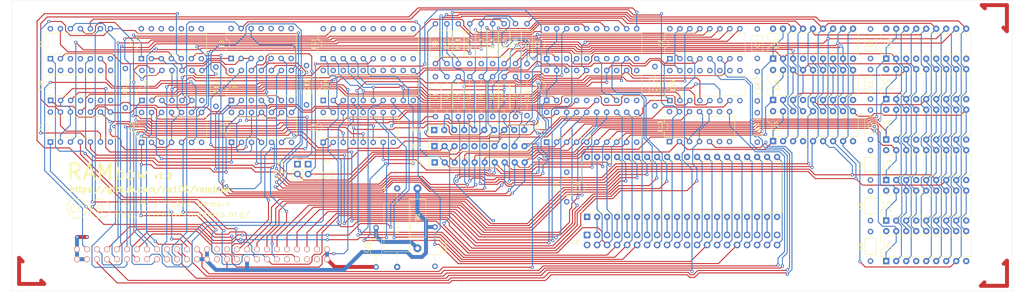
<source format=kicad_pcb>
(kicad_pcb (version 20171130) (host pcbnew "(5.1.12)-1")
  (layers (0 F.Cu signal) (1 In1.Cu power) (2 In2.Cu power) (31 B.Cu signal) (34 B.Paste user) (35 F.Paste user) (36 B.SilkS user) (37 F.SilkS user) (38 B.Mask user) (39 F.Mask user) (44 Edge.Cuts user))
  (net 0 "")
  (net 1 +5V)
  (net 2 GND)
  (net 3 CAS1)
  (net 4 DRAMD7)
  (net 5 DRAMA6)
  (net 6 DRAMA3)
  (net 7 DRAMA4)
  (net 8 DRAMA5)
  (net 9 DRAMA7)
  (net 10 DRAMA1)
  (net 11 DRAMA2)
  (net 12 DRAMA0)
  (net 13 RAS1)
  (net 14 WR1)
  (net 15 "Net-(E10-Pad1)")
  (net 16 DRAMD4)
  (net 17 AMUX)
  (net 18 A16)
  (net 19 A17)
  (net 20 A19)
  (net 21 A18)
  (net 22 "Net-(E7-Pad10)")
  (net 23 "Net-(E7-Pad11)")
  (net 24 "Net-(E7-Pad13)")
  (net 25 "Net-(E15-Pad9)")
  (net 26 CASTime)
  (net 27 "Net-(E8-Pad11)")
  (net 28 WR)
  (net 29 "Net-(E8-Pad8)")
  (net 30 DRAMD6)
  (net 31 DRAMD3)
  (net 32 PUI)
  (net 33 RfshRAS)
  (net 34 "Net-(E14-Pad3)")
  (net 35 RASTime)
  (net 36 "Net-(E14-Pad11)")
  (net 37 "Net-(E15-Pad11)")
  (net 38 _RST)
  (net 39 RD)
  (net 40 DRAMD5)
  (net 41 DRAMD2)
  (net 42 DRAMP)
  (net 43 _BuffEn)
  (net 44 ClkParity)
  (net 45 /MUXA6)
  (net 46 A8)
  (net 47 A3)
  (net 48 A1)
  (net 49 A10)
  (net 50 /MUXA1)
  (net 51 /MUXA2)
  (net 52 A7)
  (net 53 A2)
  (net 54 A0)
  (net 55 A9)
  (net 56 /MUXA0)
  (net 57 /MUXA4)
  (net 58 A11)
  (net 59 A5)
  (net 60 A4)
  (net 61 A12)
  (net 62 /MUXA3)
  (net 63 /MUXA5)
  (net 64 A14)
  (net 65 A6)
  (net 66 A15)
  (net 67 A13)
  (net 68 /MUXA7)
  (net 69 DRAMD1)
  (net 70 DRAMD0)
  (net 71 RfshInc)
  (net 72 /Rfsh7)
  (net 73 /Rfsh6)
  (net 74 /Rfsh0)
  (net 75 /Rfsh5)
  (net 76 /Rfsh1)
  (net 77 /Rfsh4)
  (net 78 /Rfsh2)
  (net 79 /Rfsh3)
  (net 80 _RfshAddr)
  (net 81 D0)
  (net 82 D1)
  (net 83 D2)
  (net 84 D3)
  (net 85 D4)
  (net 86 D5)
  (net 87 D6)
  (net 88 D7)
  (net 89 _DT_R)
  (net 90 ParityCtrl)
  (net 91 _NMI)
  (net 92 ParityOut)
  (net 93 "Net-(J1-Pad29)")
  (net 94 "Net-(E1-Pad8)")
  (net 95 "Net-(E1-Pad2)")
  (net 96 "Net-(E1-Pad3)")
  (net 97 "Net-(E1-Pad10)")
  (net 98 "Net-(E1-Pad11)")
  (net 99 "Net-(E1-Pad12)")
  (net 100 "Net-(E1-Pad6)")
  (net 101 "Net-(E7-Pad8)")
  (net 102 "Net-(E7-Pad9)")
  (net 103 "Net-(E7-Pad12)")
  (net 104 "Net-(E11-Pad2)")
  (net 105 "Net-(E13-Pad12)")
  (net 106 "Net-(E8-Pad12)")
  (net 107 "Net-(E10-Pad2)")
  (net 108 "Net-(E8-Pad4)")
  (net 109 "Net-(E8-Pad10)")
  (net 110 "Net-(E8-Pad9)")
  (net 111 "Net-(E10-Pad5)")
  (net 112 "Net-(E9-Pad3)")
  (net 113 "Net-(E10-Pad13)")
  (net 114 "Net-(E10-Pad11)")
  (net 115 "Net-(E10-Pad9)")
  (net 116 "Net-(E12-Pad6)")
  (net 117 "Net-(E12-Pad11)")
  (net 118 "Net-(E12-Pad3)")
  (net 119 "Net-(E13-Pad9)")
  (net 120 "Net-(E13-Pad6)")
  (net 121 /Rfsh8)
  (net 122 "Net-(E14-Pad13)")
  (net 123 "Net-(E14-Pad5)")
  (net 124 "Net-(E14-Pad15)")
  (net 125 "Net-(E14-Pad7)")
  (net 126 "Net-(E14-Pad17)")
  (net 127 "Net-(E14-Pad9)")
  (net 128 "Net-(E15-Pad10)")
  (net 129 "Net-(E15-Pad12)")
  (net 130 "Net-(E15-Pad13)")
  (net 131 "Net-(E15-Pad14)")
  (net 132 "Net-(E16-Pad4)")
  (net 133 DRAMA8)
  (net 134 DRAMA9)
  (net 135 "Net-(E17-Pad4)")
  (net 136 "Net-(E18-Pad4)")
  (net 137 "Net-(E19-Pad4)")
  (net 138 "Net-(E20-Pad4)")
  (net 139 "Net-(E21-Pad4)")
  (net 140 "Net-(E22-Pad4)")
  (net 141 "Net-(E23-Pad4)")
  (net 142 "Net-(E24-Pad4)")
  (net 143 "Net-(E1-Pad4)")
  (net 144 "Net-(E12-Pad10)")
  (net 145 "Net-(E5-Pad17)")
  (net 146 "Net-(E5-Pad7)")
  (net 147 "Net-(E5-Pad15)")
  (net 148 "Net-(E5-Pad5)")
  (net 149 "Net-(E5-Pad13)")
  (net 150 "Net-(E5-Pad3)")
  (net 151 /MUXA8)
  (net 152 /MUXA9)
  (net 153 "Net-(E25-Pad2)")
  (net 154 "Net-(E25-Pad8)")
  (net 155 "Net-(E25-Pad9)")
  (net 156 "Net-(E25-Pad10)")
  (net 157 "Net-(E25-Pad4)")
  (net 158 "Net-(E25-Pad11)")
  (net 159 "Net-(E25-Pad5)")
  (net 160 "Net-(E25-Pad12)")
  (net 161 "Net-(E25-Pad6)")
  (net 162 "Net-(E25-Pad13)")
  (net 163 "Net-(J2-Pad22)")
  (net 164 "Net-(E28-Pad19)")
  (net 165 88_RESET)
  (net 166 88_A14)
  (net 167 88_READY)
  (net 168 88_A13)
  (net 169 88_~TEST~)
  (net 170 88_A12)
  (net 171 88_~INTA~)
  (net 172 88_A11)
  (net 173 88_ALE)
  (net 174 88_A10)
  (net 175 88_DEN)
  (net 176 88_A9)
  (net 177 88_DT_~R~)
  (net 178 88_A8)
  (net 179 88_IO_M)
  (net 180 88_AD7)
  (net 181 88_WR)
  (net 182 88_AD6)
  (net 183 "Net-(E26-Pad30)")
  (net 184 88_AD5)
  (net 185 88_HOLD)
  (net 186 88_AD4)
  (net 187 88_~RD~)
  (net 188 88_AD3)
  (net 189 88_MN_~MX~)
  (net 190 88_AD2)
  (net 191 88_~SSO~)
  (net 192 88_AD1)
  (net 193 88_A19)
  (net 194 88_AD0)
  (net 195 88_A18)
  (net 196 88_NMI)
  (net 197 88_A17)
  (net 198 88_INTR)
  (net 199 88_A16)
  (net 200 88_CLK)
  (net 201 88_A15)
  (net 202 "Net-(E27-Pad12)")
  (net 203 "Net-(E27-Pad13)")
  (net 204 "Net-(E27-Pad14)")
  (net 205 "Net-(E27-Pad15)")
  (net 206 "Net-(E27-Pad16)")
  (net 207 "Net-(E27-Pad17)")
  (net 208 "Net-(E27-Pad18)")
  (net 209 "Net-(E27-Pad19)")
  (net 210 "Net-(E28-Pad9)")
  (net 211 "Net-(E28-Pad18)")
  (net 212 "Net-(E28-Pad8)")
  (net 213 "Net-(E28-Pad17)")
  (net 214 "Net-(E28-Pad7)")
  (net 215 "Net-(E28-Pad16)")
  (net 216 "Net-(E28-Pad6)")
  (net 217 "Net-(E28-Pad15)")
  (net 218 "Net-(E28-Pad14)")
  (net 219 "Net-(E28-Pad13)")
  (net 220 "Net-(E28-Pad12)")
  (net 221 "Net-(E28-Pad11)")
  (net 222 "Net-(J1-Pad30)")
  (net 223 "Net-(J1-Pad32)")
  (net 224 "Net-(J1-Pad43)")
  (net 225 "Net-(J1-Pad47)")
  (net 226 "Net-(J1-Pad49)")
  (net 227 "Net-(RN2-Pad8)")
  (net 228 "Net-(RN2-Pad6)")
  (net 229 "Net-(RN2-Pad5)")
  (module Capacitor_THT:C_Axial_L12.0mm_D6.5mm_P20.00mm_Horizontal (layer F.Cu) (at 119.17708 93.80108 270)
    (fp_text reference C17 (at 10.01 -0.03 270) (layer F.SilkS))
    (fp_text value 10uF)
    (fp_text user + (at 0.04 3.3 90) (layer F.SilkS) (effects (font (size 2 2))))
    (pad 1 thru_hole circle (at 0 0 270) (size 1.6 1.6) (drill 0.8) (layers *.Cu *.Mask) (net 1 +5V))
    (pad 2 thru_hole oval (at 20 0 270) (size 1.6 1.6) (drill 0.8) (layers *.Cu *.Mask) (net 2 GND))
  )
  (module Connector_IDC:IDC-Header_2x20_P2.54mm_Horizontal (layer B.Cu) (at 167.41708 105.65108 270)
    (fp_text reference J2 (at 1.84 2.97 180) (layer F.SilkS))
    (fp_text value Conn_02x20_Odd_Even)
    (pad 1 thru_hole roundrect (at 0 0 270) (size 1.7 1.7) (drill 1) (layers *.Cu *.Mask) (roundrect_rratio 0.1470588235294118) (net 2 GND))
    (pad 3 thru_hole circle (at 0 -2.54 270) (size 1.7 1.7) (drill 1) (layers *.Cu *.Mask) (net 166 88_A14))
    (pad 5 thru_hole circle (at 0 -5.08 270) (size 1.7 1.7) (drill 1) (layers *.Cu *.Mask) (net 168 88_A13))
    (pad 7 thru_hole circle (at 0 -7.62 270) (size 1.7 1.7) (drill 1) (layers *.Cu *.Mask) (net 170 88_A12))
    (pad 9 thru_hole circle (at 0 -10.16 270) (size 1.7 1.7) (drill 1) (layers *.Cu *.Mask) (net 172 88_A11))
    (pad 11 thru_hole circle (at 0 -12.7 270) (size 1.7 1.7) (drill 1) (layers *.Cu *.Mask) (net 174 88_A10))
    (pad 13 thru_hole circle (at 0 -15.24 270) (size 1.7 1.7) (drill 1) (layers *.Cu *.Mask) (net 176 88_A9))
    (pad 15 thru_hole circle (at 0 -17.78 270) (size 1.7 1.7) (drill 1) (layers *.Cu *.Mask) (net 178 88_A8))
    (pad 17 thru_hole circle (at 0 -20.32 270) (size 1.7 1.7) (drill 1) (layers *.Cu *.Mask) (net 180 88_AD7))
    (pad 19 thru_hole circle (at 0 -22.86 270) (size 1.7 1.7) (drill 1) (layers *.Cu *.Mask) (net 182 88_AD6))
    (pad 21 thru_hole circle (at 0 -25.4 270) (size 1.7 1.7) (drill 1) (layers *.Cu *.Mask) (net 184 88_AD5))
    (pad 23 thru_hole circle (at 0 -27.94 270) (size 1.7 1.7) (drill 1) (layers *.Cu *.Mask) (net 186 88_AD4))
    (pad 25 thru_hole circle (at 0 -30.48 270) (size 1.7 1.7) (drill 1) (layers *.Cu *.Mask) (net 188 88_AD3))
    (pad 27 thru_hole circle (at 0 -33.02 270) (size 1.7 1.7) (drill 1) (layers *.Cu *.Mask) (net 190 88_AD2))
    (pad 29 thru_hole circle (at 0 -35.56 270) (size 1.7 1.7) (drill 1) (layers *.Cu *.Mask) (net 192 88_AD1))
    (pad 31 thru_hole circle (at 0 -38.1 270) (size 1.7 1.7) (drill 1) (layers *.Cu *.Mask) (net 194 88_AD0))
    (pad 33 thru_hole circle (at 0 -40.64 270) (size 1.7 1.7) (drill 1) (layers *.Cu *.Mask) (net 196 88_NMI))
    (pad 35 thru_hole circle (at 0 -43.18 270) (size 1.7 1.7) (drill 1) (layers *.Cu *.Mask) (net 198 88_INTR))
    (pad 37 thru_hole circle (at 0 -45.72 270) (size 1.7 1.7) (drill 1) (layers *.Cu *.Mask) (net 200 88_CLK))
    (pad 39 thru_hole circle (at 0 -48.26 270) (size 1.7 1.7) (drill 1) (layers *.Cu *.Mask) (net 2 GND))
    (pad 2 thru_hole circle (at 2.54 0 270) (size 1.7 1.7) (drill 1) (layers *.Cu *.Mask) (net 1 +5V))
    (pad 4 thru_hole circle (at 2.54 -2.54 270) (size 1.7 1.7) (drill 1) (layers *.Cu *.Mask) (net 201 88_A15))
    (pad 6 thru_hole circle (at 2.54 -5.08 270) (size 1.7 1.7) (drill 1) (layers *.Cu *.Mask) (net 199 88_A16))
    (pad 8 thru_hole circle (at 2.54 -7.62 270) (size 1.7 1.7) (drill 1) (layers *.Cu *.Mask) (net 197 88_A17))
    (pad 10 thru_hole circle (at 2.54 -10.16 270) (size 1.7 1.7) (drill 1) (layers *.Cu *.Mask) (net 195 88_A18))
    (pad 12 thru_hole circle (at 2.54 -12.7 270) (size 1.7 1.7) (drill 1) (layers *.Cu *.Mask) (net 193 88_A19))
    (pad 14 thru_hole circle (at 2.54 -15.24 270) (size 1.7 1.7) (drill 1) (layers *.Cu *.Mask) (net 191 88_~SSO~))
    (pad 16 thru_hole circle (at 2.54 -17.78 270) (size 1.7 1.7) (drill 1) (layers *.Cu *.Mask) (net 189 88_MN_~MX~))
    (pad 18 thru_hole circle (at 2.54 -20.32 270) (size 1.7 1.7) (drill 1) (layers *.Cu *.Mask) (net 187 88_~RD~))
    (pad 20 thru_hole circle (at 2.54 -22.86 270) (size 1.7 1.7) (drill 1) (layers *.Cu *.Mask) (net 185 88_HOLD))
    (pad 22 thru_hole circle (at 2.54 -25.4 270) (size 1.7 1.7) (drill 1) (layers *.Cu *.Mask) (net 163 "Net-(J2-Pad22)"))
    (pad 24 thru_hole circle (at 2.54 -27.94 270) (size 1.7 1.7) (drill 1) (layers *.Cu *.Mask) (net 181 88_WR))
    (pad 26 thru_hole circle (at 2.54 -30.48 270) (size 1.7 1.7) (drill 1) (layers *.Cu *.Mask) (net 179 88_IO_M))
    (pad 28 thru_hole circle (at 2.54 -33.02 270) (size 1.7 1.7) (drill 1) (layers *.Cu *.Mask) (net 177 88_DT_~R~))
    (pad 30 thru_hole circle (at 2.54 -35.56 270) (size 1.7 1.7) (drill 1) (layers *.Cu *.Mask) (net 175 88_DEN))
    (pad 32 thru_hole circle (at 2.54 -38.1 270) (size 1.7 1.7) (drill 1) (layers *.Cu *.Mask) (net 173 88_ALE))
    (pad 34 thru_hole circle (at 2.54 -40.64 270) (size 1.7 1.7) (drill 1) (layers *.Cu *.Mask) (net 171 88_~INTA~))
    (pad 36 thru_hole circle (at 2.54 -43.18 270) (size 1.7 1.7) (drill 1) (layers *.Cu *.Mask) (net 169 88_~TEST~))
    (pad 38 thru_hole circle (at 2.54 -45.72 270) (size 1.7 1.7) (drill 1) (layers *.Cu *.Mask) (net 167 88_READY))
    (pad 40 thru_hole circle (at 2.54 -48.26 270) (size 1.7 1.7) (drill 1) (layers *.Cu *.Mask) (net 165 88_RESET))
  )
  (module Symbol:Symbol_CreativeCommonsPublicDomain_SilkScreenTop_Small (layer F.Cu) (at 57.45708 98.84108)
    (fp_text reference CC hide)
    (fp_text value Symbol_CreativeCommonsPublicDomain_SilkScreenTop_Small)
  )
  (module MountingHole:MountingHole_3.7mm (layer F.Cu) (at 270.34708 50.90108)
    (fp_text reference 3 hide)
    (fp_text value MountingHole_3.7mm hide)
    (pad 1 np_thru_hole circle (at 0 0) (size 3.7 3.7) (drill 3.7) (layers *.Cu *.Mask))
  )
  (module MountingHole:MountingHole_3.7mm (layer F.Cu) (at 26.34708 114.90108)
    (fp_text reference H1 hide)
    (fp_text value MountingHole_3.7mm)
    (pad 1 np_thru_hole circle (at 0 0) (size 3.7 3.7) (drill 3.7) (layers *.Cu *.Mask))
  )
  (module MountingHole:MountingHole_3.7mm (layer F.Cu) (at 270.34708 114.90108)
    (fp_text reference 2 hide)
    (fp_text value MountingHole_3.7mm)
    (pad 1 np_thru_hole circle (at 0 0) (size 3.7 3.7) (drill 3.7) (layers *.Cu *.Mask))
  )
  (module MountingHole:MountingHole_3.7mm (layer F.Cu) (at 270.34708 50.90108)
    (fp_text reference H3 hide)
    (fp_text value MountingHole_3.7mm hide)
    (pad 1 np_thru_hole circle (at 0 0) (size 3.7 3.7) (drill 3.7) (layers *.Cu *.Mask))
  )
  (module SSW-126-01-T-D:SAMTEC_SSW-126-01-T-D (layer B.Cu) (at 101.35108 109.29108 180)
    (fp_text reference J1 hide)
    (fp_text value SSW-126-01-T-D hide)
    (pad 1 thru_hole circle (at 63.5 -2.54 90) (size 1.524 1.524) (drill 1.016) (layers *.Cu *.Mask B.SilkS) (net 2 GND))
    (pad 2 thru_hole circle (at 63.5 0 90) (size 1.524 1.524) (drill 1.016) (layers *.Cu *.Mask B.SilkS) (net 2 GND))
    (pad 3 thru_hole circle (at 60.96 -2.54 90) (size 1.524 1.524) (drill 1.016) (layers *.Cu *.Mask B.SilkS) (net 2 GND))
    (pad 4 thru_hole circle (at 60.96 0 90) (size 1.524 1.524) (drill 1.016) (layers *.Cu *.Mask B.SilkS) (net 35 RASTime))
    (pad 5 thru_hole circle (at 58.42 -2.54 90) (size 1.524 1.524) (drill 1.016) (layers *.Cu *.Mask B.SilkS) (net 92 ParityOut))
    (pad 6 thru_hole circle (at 58.42 0 90) (size 1.524 1.524) (drill 1.016) (layers *.Cu *.Mask B.SilkS) (net 65 A6))
    (pad 7 thru_hole circle (at 55.88 -2.54 90) (size 1.524 1.524) (drill 1.016) (layers *.Cu *.Mask B.SilkS) (net 66 A15))
    (pad 8 thru_hole circle (at 55.88 0 90) (size 1.524 1.524) (drill 1.016) (layers *.Cu *.Mask B.SilkS) (net 48 A1))
    (pad 9 thru_hole circle (at 53.34 -2.54 90) (size 1.524 1.524) (drill 1.016) (layers *.Cu *.Mask B.SilkS) (net 67 A13))
    (pad 10 thru_hole circle (at 53.34 0 90) (size 1.524 1.524) (drill 1.016) (layers *.Cu *.Mask B.SilkS) (net 46 A8))
    (pad 11 thru_hole circle (at 50.8 -2.54 90) (size 1.524 1.524) (drill 1.016) (layers *.Cu *.Mask B.SilkS) (net 47 A3))
    (pad 12 thru_hole circle (at 50.8 0 90) (size 1.524 1.524) (drill 1.016) (layers *.Cu *.Mask B.SilkS) (net 49 A10))
    (pad 13 thru_hole circle (at 48.26 -2.54 90) (size 1.524 1.524) (drill 1.016) (layers *.Cu *.Mask B.SilkS) (net 54 A0))
    (pad 14 thru_hole circle (at 48.26 0 90) (size 1.524 1.524) (drill 1.016) (layers *.Cu *.Mask B.SilkS) (net 64 A14))
    (pad 15 thru_hole circle (at 45.72 -2.54 90) (size 1.524 1.524) (drill 1.016) (layers *.Cu *.Mask B.SilkS) (net 52 A7))
    (pad 16 thru_hole circle (at 45.72 0 90) (size 1.524 1.524) (drill 1.016) (layers *.Cu *.Mask B.SilkS) (net 53 A2))
    (pad 17 thru_hole circle (at 43.18 -2.54 90) (size 1.524 1.524) (drill 1.016) (layers *.Cu *.Mask B.SilkS) (net 59 A5))
    (pad 18 thru_hole circle (at 43.18 0 90) (size 1.524 1.524) (drill 1.016) (layers *.Cu *.Mask B.SilkS) (net 55 A9))
    (pad 19 thru_hole circle (at 40.64 -2.54 90) (size 1.524 1.524) (drill 1.016) (layers *.Cu *.Mask B.SilkS) (net 61 A12))
    (pad 20 thru_hole circle (at 40.64 0 90) (size 1.524 1.524) (drill 1.016) (layers *.Cu *.Mask B.SilkS) (net 17 AMUX))
    (pad 21 thru_hole circle (at 38.1 -2.54 90) (size 1.524 1.524) (drill 1.016) (layers *.Cu *.Mask B.SilkS) (net 58 A11))
    (pad 22 thru_hole circle (at 38.1 0 90) (size 1.524 1.524) (drill 1.016) (layers *.Cu *.Mask B.SilkS) (net 60 A4))
    (pad 23 thru_hole circle (at 35.56 -2.54 90) (size 1.524 1.524) (drill 1.016) (layers *.Cu *.Mask B.SilkS) (net 33 RfshRAS))
    (pad 24 thru_hole circle (at 35.56 0 90) (size 1.524 1.524) (drill 1.016) (layers *.Cu *.Mask B.SilkS) (net 90 ParityCtrl))
    (pad 25 thru_hole circle (at 33.02 -2.54 90) (size 1.524 1.524) (drill 1.016) (layers *.Cu *.Mask B.SilkS) (net 1 +5V))
    (pad 26 thru_hole circle (at 33.02 0 90) (size 1.524 1.524) (drill 1.016) (layers *.Cu *.Mask B.SilkS) (net 91 _NMI))
    (pad 27 thru_hole circle (at 30.48 -2.54 90) (size 1.524 1.524) (drill 1.016) (layers *.Cu *.Mask B.SilkS) (net 1 +5V))
    (pad 28 thru_hole circle (at 30.48 0 90) (size 1.524 1.524) (drill 1.016) (layers *.Cu *.Mask B.SilkS) (net 1 +5V))
    (pad 29 thru_hole circle (at 27.94 -2.54 90) (size 1.524 1.524) (drill 1.016) (layers *.Cu *.Mask B.SilkS) (net 93 "Net-(J1-Pad29)"))
    (pad 30 thru_hole circle (at 27.94 0 90) (size 1.524 1.524) (drill 1.016) (layers *.Cu *.Mask B.SilkS) (net 222 "Net-(J1-Pad30)"))
    (pad 31 thru_hole circle (at 25.4 -2.54 90) (size 1.524 1.524) (drill 1.016) (layers *.Cu *.Mask B.SilkS) (net 80 _RfshAddr))
    (pad 32 thru_hole circle (at 25.4 0 90) (size 1.524 1.524) (drill 1.016) (layers *.Cu *.Mask B.SilkS) (net 223 "Net-(J1-Pad32)"))
    (pad 33 thru_hole circle (at 22.86 -2.54 90) (size 1.524 1.524) (drill 1.016) (layers *.Cu *.Mask B.SilkS) (net 71 RfshInc))
    (pad 34 thru_hole circle (at 22.86 0 90) (size 1.524 1.524) (drill 1.016) (layers *.Cu *.Mask B.SilkS) (net 38 _RST))
    (pad 35 thru_hole circle (at 20.32 -2.54 90) (size 1.524 1.524) (drill 1.016) (layers *.Cu *.Mask B.SilkS) (net 1 +5V))
    (pad 36 thru_hole circle (at 20.32 0 90) (size 1.524 1.524) (drill 1.016) (layers *.Cu *.Mask B.SilkS) (net 88 D7))
    (pad 37 thru_hole circle (at 17.78 -2.54 90) (size 1.524 1.524) (drill 1.016) (layers *.Cu *.Mask B.SilkS) (net 26 CASTime))
    (pad 38 thru_hole circle (at 17.78 0 90) (size 1.524 1.524) (drill 1.016) (layers *.Cu *.Mask B.SilkS) (net 87 D6))
    (pad 39 thru_hole circle (at 15.24 -2.54 90) (size 1.524 1.524) (drill 1.016) (layers *.Cu *.Mask B.SilkS) (net 89 _DT_R))
    (pad 40 thru_hole circle (at 15.24 0 90) (size 1.524 1.524) (drill 1.016) (layers *.Cu *.Mask B.SilkS) (net 86 D5))
    (pad 41 thru_hole circle (at 12.7 -2.54 90) (size 1.524 1.524) (drill 1.016) (layers *.Cu *.Mask B.SilkS) (net 39 RD))
    (pad 42 thru_hole circle (at 12.7 0 90) (size 1.524 1.524) (drill 1.016) (layers *.Cu *.Mask B.SilkS) (net 85 D4))
    (pad 43 thru_hole circle (at 10.16 -2.54 90) (size 1.524 1.524) (drill 1.016) (layers *.Cu *.Mask B.SilkS) (net 224 "Net-(J1-Pad43)"))
    (pad 44 thru_hole circle (at 10.16 0 90) (size 1.524 1.524) (drill 1.016) (layers *.Cu *.Mask B.SilkS) (net 84 D3))
    (pad 45 thru_hole circle (at 7.62 -2.54 90) (size 1.524 1.524) (drill 1.016) (layers *.Cu *.Mask B.SilkS) (net 28 WR))
    (pad 46 thru_hole circle (at 7.62 0 90) (size 1.524 1.524) (drill 1.016) (layers *.Cu *.Mask B.SilkS) (net 83 D2))
    (pad 47 thru_hole circle (at 5.08 -2.54 90) (size 1.524 1.524) (drill 1.016) (layers *.Cu *.Mask B.SilkS) (net 225 "Net-(J1-Pad47)"))
    (pad 48 thru_hole circle (at 5.08 0 90) (size 1.524 1.524) (drill 1.016) (layers *.Cu *.Mask B.SilkS) (net 82 D1))
    (pad 49 thru_hole circle (at 2.54 -2.54 90) (size 1.524 1.524) (drill 1.016) (layers *.Cu *.Mask B.SilkS) (net 226 "Net-(J1-Pad49)"))
    (pad 50 thru_hole circle (at 2.54 0 90) (size 1.524 1.524) (drill 1.016) (layers *.Cu *.Mask B.SilkS) (net 81 D0))
    (pad 51 thru_hole circle (at 0 -2.54 90) (size 1.524 1.524) (drill 1.016) (layers *.Cu *.Mask B.SilkS) (net 2 GND))
    (pad 52 thru_hole circle (at 0 0 90) (size 1.524 1.524) (drill 1.016) (layers *.Cu *.Mask B.SilkS) (net 2 GND))
  )
  (module Capacitor_THT:C_Axial_L3.8mm_D2.6mm_P7.50mm_Horizontal (layer F.Cu) (at 239.39708 71.06108 90)
    (fp_text reference C1 (at 3.75 0.05 90) (layer F.SilkS))
    (fp_text value 220nF)
    (pad 2 thru_hole oval (at 7.5 0 90) (size 1.4 1.4) (drill 0.8) (layers *.Cu *.Mask) (net 1 +5V))
    (pad 1 thru_hole circle (at 0 0 90) (size 1.4 1.4) (drill 0.8) (layers *.Cu *.Mask) (net 2 GND))
  )
  (module Capacitor_THT:C_Axial_L3.8mm_D2.6mm_P7.50mm_Horizontal (layer F.Cu) (at 239.39708 81.37108 90)
    (fp_text reference C2 (at 3.67 -0.05 90) (layer F.SilkS))
    (fp_text value 220nF)
    (pad 2 thru_hole oval (at 7.5 0 90) (size 1.4 1.4) (drill 0.8) (layers *.Cu *.Mask) (net 1 +5V))
    (pad 1 thru_hole circle (at 0 0 90) (size 1.4 1.4) (drill 0.8) (layers *.Cu *.Mask) (net 2 GND))
  )
  (module Capacitor_THT:C_Axial_L3.8mm_D2.6mm_P7.50mm_Horizontal (layer F.Cu) (at 239.39708 60.75108 90)
    (fp_text reference C3 (at 3.75 0.05 90) (layer F.SilkS))
    (fp_text value 220nF)
    (pad 1 thru_hole circle (at 0 0 90) (size 1.4 1.4) (drill 0.8) (layers *.Cu *.Mask) (net 2 GND))
    (pad 2 thru_hole oval (at 7.5 0 90) (size 1.4 1.4) (drill 0.8) (layers *.Cu *.Mask) (net 1 +5V))
  )
  (module Capacitor_THT:C_Axial_L3.8mm_D2.6mm_P7.50mm_Horizontal (layer F.Cu) (at 239.39708 91.68108 90)
    (fp_text reference C4 (at 3.75 -2.42 90) (layer F.SilkS))
    (fp_text value 220nF)
    (pad 1 thru_hole circle (at 0 0 90) (size 1.4 1.4) (drill 0.8) (layers *.Cu *.Mask) (net 2 GND))
    (pad 2 thru_hole oval (at 7.5 0 90) (size 1.4 1.4) (drill 0.8) (layers *.Cu *.Mask) (net 1 +5V))
  )
  (module Capacitor_THT:C_Axial_L3.8mm_D2.6mm_P7.50mm_Horizontal (layer F.Cu) (at 239.39708 101.99108 90)
    (fp_text reference C5 (at 3.75 -2.42 90) (layer F.SilkS))
    (fp_text value 220nF)
    (pad 2 thru_hole oval (at 7.5 0 90) (size 1.4 1.4) (drill 0.8) (layers *.Cu *.Mask) (net 1 +5V))
    (pad 1 thru_hole circle (at 0 0 90) (size 1.4 1.4) (drill 0.8) (layers *.Cu *.Mask) (net 2 GND))
  )
  (module Capacitor_THT:C_Axial_L3.8mm_D2.6mm_P7.50mm_Horizontal (layer F.Cu) (at 239.39708 112.30108 90)
    (fp_text reference C6 (at 3.75 -2.42 90) (layer F.SilkS))
    (fp_text value 220nF)
    (pad 1 thru_hole circle (at 0 0 90) (size 1.4 1.4) (drill 0.8) (layers *.Cu *.Mask) (net 2 GND))
    (pad 2 thru_hole oval (at 7.5 0 90) (size 1.4 1.4) (drill 0.8) (layers *.Cu *.Mask) (net 1 +5V))
  )
  (module Capacitor_THT:C_Axial_L3.8mm_D2.6mm_P7.50mm_Horizontal (layer F.Cu) (at 210.64708 60.75108 90)
    (fp_text reference C7 (at 3.65 0.1 90) (layer F.SilkS))
    (fp_text value 220nF)
    (pad 2 thru_hole oval (at 7.5 0 90) (size 1.4 1.4) (drill 0.8) (layers *.Cu *.Mask) (net 1 +5V))
    (pad 1 thru_hole circle (at 0 0 90) (size 1.4 1.4) (drill 0.8) (layers *.Cu *.Mask) (net 2 GND))
  )
  (module Capacitor_THT:C_Axial_L3.8mm_D2.6mm_P7.50mm_Horizontal (layer F.Cu) (at 210.64708 71.55108 90)
    (fp_text reference C8 (at 3.75 0 90) (layer F.SilkS))
    (fp_text value 220nF)
    (pad 1 thru_hole circle (at 0 0 90) (size 1.4 1.4) (drill 0.8) (layers *.Cu *.Mask) (net 2 GND))
    (pad 2 thru_hole oval (at 7.5 0 90) (size 1.4 1.4) (drill 0.8) (layers *.Cu *.Mask) (net 1 +5V))
  )
  (module Capacitor_THT:C_Axial_L3.8mm_D2.6mm_P7.50mm_Horizontal (layer F.Cu) (at 210.64708 82.05108 90)
    (fp_text reference C9 (at 3.85 0.1 90) (layer F.SilkS))
    (fp_text value 220nF)
    (pad 1 thru_hole circle (at 0 0 90) (size 1.4 1.4) (drill 0.8) (layers *.Cu *.Mask) (net 2 GND))
    (pad 2 thru_hole oval (at 7.5 0 90) (size 1.4 1.4) (drill 0.8) (layers *.Cu *.Mask) (net 1 +5V))
  )
  (module Package_DIP:DIP-14_W7.62mm (layer F.Cu) (at 31.09708 60.80108 90)
    (fp_text reference E1 (at 3.81 -2.33 90) (layer F.SilkS))
    (fp_text value 74LS04)
    (pad 1 thru_hole rect (at 0 0 90) (size 1.4 1.4) (drill 0.8) (layers *.Cu *.Mask) (net 39 RD))
    (pad 8 thru_hole oval (at 7.62 15.24 90) (size 1.4 1.4) (drill 0.8) (layers *.Cu *.Mask) (net 94 "Net-(E1-Pad8)"))
    (pad 2 thru_hole oval (at 0 2.54 90) (size 1.4 1.4) (drill 0.8) (layers *.Cu *.Mask) (net 95 "Net-(E1-Pad2)"))
    (pad 9 thru_hole oval (at 7.62 12.7 90) (size 1.4 1.4) (drill 0.8) (layers *.Cu *.Mask) (net 90 ParityCtrl))
    (pad 3 thru_hole oval (at 0 5.08 90) (size 1.4 1.4) (drill 0.8) (layers *.Cu *.Mask) (net 96 "Net-(E1-Pad3)"))
    (pad 10 thru_hole oval (at 7.62 10.16 90) (size 1.4 1.4) (drill 0.8) (layers *.Cu *.Mask) (net 97 "Net-(E1-Pad10)"))
    (pad 4 thru_hole oval (at 0 7.62 90) (size 1.4 1.4) (drill 0.8) (layers *.Cu *.Mask) (net 143 "Net-(E1-Pad4)"))
    (pad 11 thru_hole oval (at 7.62 7.62 90) (size 1.4 1.4) (drill 0.8) (layers *.Cu *.Mask) (net 98 "Net-(E1-Pad11)"))
    (pad 5 thru_hole oval (at 0 10.16 90) (size 1.4 1.4) (drill 0.8) (layers *.Cu *.Mask) (net 80 _RfshAddr))
    (pad 12 thru_hole oval (at 7.62 5.08 90) (size 1.4 1.4) (drill 0.8) (layers *.Cu *.Mask) (net 99 "Net-(E1-Pad12)"))
    (pad 6 thru_hole oval (at 0 12.7 90) (size 1.4 1.4) (drill 0.8) (layers *.Cu *.Mask) (net 100 "Net-(E1-Pad6)"))
    (pad 13 thru_hole oval (at 7.62 2.54 90) (size 1.4 1.4) (drill 0.8) (layers *.Cu *.Mask) (net 43 _BuffEn))
    (pad 7 thru_hole oval (at 0 15.24 90) (size 1.4 1.4) (drill 0.8) (layers *.Cu *.Mask) (net 2 GND))
    (pad 14 thru_hole oval (at 7.62 0 90) (size 1.4 1.4) (drill 0.8) (layers *.Cu *.Mask) (net 1 +5V))
  )
  (module Package_DIP:DIP-16_W7.62mm (layer F.Cu) (at 188.44708 60.80108 90)
    (fp_text reference E2 (at 3.81 -2.33 90) (layer F.SilkS))
    (fp_text value 74LS258)
    (pad 16 thru_hole oval (at 7.62 0 90) (size 1.4 1.4) (drill 0.8) (layers *.Cu *.Mask) (net 1 +5V))
    (pad 8 thru_hole oval (at 0 17.78 90) (size 1.4 1.4) (drill 0.8) (layers *.Cu *.Mask) (net 2 GND))
    (pad 15 thru_hole oval (at 7.62 2.54 90) (size 1.4 1.4) (drill 0.8) (layers *.Cu *.Mask) (net 100 "Net-(E1-Pad6)"))
    (pad 7 thru_hole oval (at 0 15.24 90) (size 1.4 1.4) (drill 0.8) (layers *.Cu *.Mask) (net 68 /MUXA7))
    (pad 14 thru_hole oval (at 7.62 5.08 90) (size 1.4 1.4) (drill 0.8) (layers *.Cu *.Mask) (net 61 A12))
    (pad 6 thru_hole oval (at 0 12.7 90) (size 1.4 1.4) (drill 0.8) (layers *.Cu *.Mask) (net 66 A15))
    (pad 13 thru_hole oval (at 7.62 7.62 90) (size 1.4 1.4) (drill 0.8) (layers *.Cu *.Mask) (net 59 A5))
    (pad 5 thru_hole oval (at 0 10.16 90) (size 1.4 1.4) (drill 0.8) (layers *.Cu *.Mask) (net 64 A14))
    (pad 12 thru_hole oval (at 7.62 10.16 90) (size 1.4 1.4) (drill 0.8) (layers *.Cu *.Mask) (net 57 /MUXA4))
    (pad 4 thru_hole oval (at 0 7.62 90) (size 1.4 1.4) (drill 0.8) (layers *.Cu *.Mask) (net 62 /MUXA3))
    (pad 11 thru_hole oval (at 7.62 12.7 90) (size 1.4 1.4) (drill 0.8) (layers *.Cu *.Mask) (net 67 A13))
    (pad 3 thru_hole oval (at 0 5.08 90) (size 1.4 1.4) (drill 0.8) (layers *.Cu *.Mask) (net 60 A4))
    (pad 10 thru_hole oval (at 7.62 15.24 90) (size 1.4 1.4) (drill 0.8) (layers *.Cu *.Mask) (net 65 A6))
    (pad 2 thru_hole oval (at 0 2.54 90) (size 1.4 1.4) (drill 0.8) (layers *.Cu *.Mask) (net 58 A11))
    (pad 9 thru_hole oval (at 7.62 17.78 90) (size 1.4 1.4) (drill 0.8) (layers *.Cu *.Mask) (net 63 /MUXA5))
    (pad 1 thru_hole rect (at 0 0 90) (size 1.4 1.4) (drill 0.8) (layers *.Cu *.Mask) (net 17 AMUX))
  )
  (module Package_DIP:DIP-16_W7.62mm (layer F.Cu) (at 100.39708 82.10108 90)
    (fp_text reference E3 (at 3.81 -2.33 90) (layer F.SilkS))
    (fp_text value 74LS258)
    (pad 1 thru_hole rect (at 0 0 90) (size 1.4 1.4) (drill 0.8) (layers *.Cu *.Mask) (net 17 AMUX))
    (pad 9 thru_hole oval (at 7.62 17.78 90) (size 1.4 1.4) (drill 0.8) (layers *.Cu *.Mask) (net 50 /MUXA1))
    (pad 2 thru_hole oval (at 0 2.54 90) (size 1.4 1.4) (drill 0.8) (layers *.Cu *.Mask) (net 55 A9))
    (pad 10 thru_hole oval (at 7.62 15.24 90) (size 1.4 1.4) (drill 0.8) (layers *.Cu *.Mask) (net 48 A1))
    (pad 3 thru_hole oval (at 0 5.08 90) (size 1.4 1.4) (drill 0.8) (layers *.Cu *.Mask) (net 53 A2))
    (pad 11 thru_hole oval (at 7.62 12.7 90) (size 1.4 1.4) (drill 0.8) (layers *.Cu *.Mask) (net 46 A8))
    (pad 4 thru_hole oval (at 0 7.62 90) (size 1.4 1.4) (drill 0.8) (layers *.Cu *.Mask) (net 51 /MUXA2))
    (pad 12 thru_hole oval (at 7.62 10.16 90) (size 1.4 1.4) (drill 0.8) (layers *.Cu *.Mask) (net 56 /MUXA0))
    (pad 5 thru_hole oval (at 0 10.16 90) (size 1.4 1.4) (drill 0.8) (layers *.Cu *.Mask) (net 49 A10))
    (pad 13 thru_hole oval (at 7.62 7.62 90) (size 1.4 1.4) (drill 0.8) (layers *.Cu *.Mask) (net 54 A0))
    (pad 6 thru_hole oval (at 0 12.7 90) (size 1.4 1.4) (drill 0.8) (layers *.Cu *.Mask) (net 47 A3))
    (pad 14 thru_hole oval (at 7.62 5.08 90) (size 1.4 1.4) (drill 0.8) (layers *.Cu *.Mask) (net 52 A7))
    (pad 7 thru_hole oval (at 0 15.24 90) (size 1.4 1.4) (drill 0.8) (layers *.Cu *.Mask) (net 45 /MUXA6))
    (pad 15 thru_hole oval (at 7.62 2.54 90) (size 1.4 1.4) (drill 0.8) (layers *.Cu *.Mask) (net 100 "Net-(E1-Pad6)"))
    (pad 8 thru_hole oval (at 0 17.78 90) (size 1.4 1.4) (drill 0.8) (layers *.Cu *.Mask) (net 2 GND))
    (pad 16 thru_hole oval (at 7.62 0 90) (size 1.4 1.4) (drill 0.8) (layers *.Cu *.Mask) (net 1 +5V))
  )
  (module Package_DIP:DIP-14_W7.62mm (layer F.Cu) (at 54.34708 71.42608 90)
    (fp_text reference E10 (at 3.765 1.13 90) (layer F.SilkS))
    (fp_text value 74LS125)
    (pad 14 thru_hole oval (at 7.62 0 90) (size 1.4 1.4) (drill 0.8) (layers *.Cu *.Mask) (net 1 +5V))
    (pad 7 thru_hole oval (at 0 15.24 90) (size 1.4 1.4) (drill 0.8) (layers *.Cu *.Mask) (net 2 GND))
    (pad 13 thru_hole oval (at 7.62 2.54 90) (size 1.4 1.4) (drill 0.8) (layers *.Cu *.Mask) (net 113 "Net-(E10-Pad13)"))
    (pad 6 thru_hole oval (at 0 12.7 90) (size 1.4 1.4) (drill 0.8) (layers *.Cu *.Mask) (net 42 DRAMP))
    (pad 12 thru_hole oval (at 7.62 5.08 90) (size 1.4 1.4) (drill 0.8) (layers *.Cu *.Mask) (net 94 "Net-(E1-Pad8)"))
    (pad 5 thru_hole oval (at 0 10.16 90) (size 1.4 1.4) (drill 0.8) (layers *.Cu *.Mask) (net 111 "Net-(E10-Pad5)"))
    (pad 11 thru_hole oval (at 7.62 7.62 90) (size 1.4 1.4) (drill 0.8) (layers *.Cu *.Mask) (net 114 "Net-(E10-Pad11)"))
    (pad 4 thru_hole oval (at 0 7.62 90) (size 1.4 1.4) (drill 0.8) (layers *.Cu *.Mask) (net 114 "Net-(E10-Pad11)"))
    (pad 10 thru_hole oval (at 7.62 10.16 90) (size 1.4 1.4) (drill 0.8) (layers *.Cu *.Mask) (net 43 _BuffEn))
    (pad 3 thru_hole oval (at 0 5.08 90) (size 1.4 1.4) (drill 0.8) (layers *.Cu *.Mask) (net 42 DRAMP))
    (pad 9 thru_hole oval (at 7.62 12.7 90) (size 1.4 1.4) (drill 0.8) (layers *.Cu *.Mask) (net 115 "Net-(E10-Pad9)"))
    (pad 2 thru_hole oval (at 0 2.54 90) (size 1.4 1.4) (drill 0.8) (layers *.Cu *.Mask) (net 107 "Net-(E10-Pad2)"))
    (pad 8 thru_hole oval (at 7.62 15.24 90) (size 1.4 1.4) (drill 0.8) (layers *.Cu *.Mask) (net 44 ClkParity))
    (pad 1 thru_hole rect (at 0 0 90) (size 1.4 1.4) (drill 0.8) (layers *.Cu *.Mask) (net 15 "Net-(E10-Pad1)"))
  )
  (module Package_DIP:DIP-14_W7.62mm (layer F.Cu) (at 77.09708 82.10108 90)
    (fp_text reference E11 (at 3.81 -2.33 90) (layer F.SilkS))
    (fp_text value 74LS00)
    (pad 14 thru_hole oval (at 7.62 0 90) (size 1.4 1.4) (drill 0.8) (layers *.Cu *.Mask) (net 1 +5V))
    (pad 7 thru_hole oval (at 0 15.24 90) (size 1.4 1.4) (drill 0.8) (layers *.Cu *.Mask) (net 2 GND))
    (pad 13 thru_hole oval (at 7.62 2.54 90) (size 1.4 1.4) (drill 0.8) (layers *.Cu *.Mask) (net 28 WR))
    (pad 6 thru_hole oval (at 0 12.7 90) (size 1.4 1.4) (drill 0.8) (layers *.Cu *.Mask) (net 115 "Net-(E10-Pad9)"))
    (pad 12 thru_hole oval (at 7.62 5.08 90) (size 1.4 1.4) (drill 0.8) (layers *.Cu *.Mask) (net 99 "Net-(E1-Pad12)"))
    (pad 5 thru_hole oval (at 0 10.16 90) (size 1.4 1.4) (drill 0.8) (layers *.Cu *.Mask) (net 39 RD))
    (pad 11 thru_hole oval (at 7.62 7.62 90) (size 1.4 1.4) (drill 0.8) (layers *.Cu *.Mask) (net 113 "Net-(E10-Pad13)"))
    (pad 4 thru_hole oval (at 0 7.62 90) (size 1.4 1.4) (drill 0.8) (layers *.Cu *.Mask) (net 26 CASTime))
    (pad 10 thru_hole oval (at 7.62 10.16 90) (size 1.4 1.4) (drill 0.8) (layers *.Cu *.Mask) (net 38 _RST))
    (pad 3 thru_hole oval (at 0 5.08 90) (size 1.4 1.4) (drill 0.8) (layers *.Cu *.Mask) (net 15 "Net-(E10-Pad1)"))
    (pad 9 thru_hole oval (at 7.62 12.7 90) (size 1.4 1.4) (drill 0.8) (layers *.Cu *.Mask) (net 113 "Net-(E10-Pad13)"))
    (pad 2 thru_hole oval (at 0 2.54 90) (size 1.4 1.4) (drill 0.8) (layers *.Cu *.Mask) (net 104 "Net-(E11-Pad2)"))
    (pad 8 thru_hole oval (at 7.62 15.24 90) (size 1.4 1.4) (drill 0.8) (layers *.Cu *.Mask) (net 98 "Net-(E1-Pad11)"))
    (pad 1 thru_hole rect (at 0 0 90) (size 1.4 1.4) (drill 0.8) (layers *.Cu *.Mask) (net 94 "Net-(E1-Pad8)"))
  )
  (module Package_DIP:DIP-20_W7.62mm (layer F.Cu) (at 157.14708 71.42608 90)
    (fp_text reference E14 (at 3.81 -2.33 90) (layer F.SilkS))
    (fp_text value 74LS244)
    (pad 1 thru_hole rect (at 0 0 90) (size 1.4 1.4) (drill 0.8) (layers *.Cu *.Mask) (net 80 _RfshAddr))
    (pad 11 thru_hole oval (at 7.62 22.86 90) (size 1.4 1.4) (drill 0.8) (layers *.Cu *.Mask) (net 36 "Net-(E14-Pad11)"))
    (pad 2 thru_hole oval (at 0 2.54 90) (size 1.4 1.4) (drill 0.8) (layers *.Cu *.Mask) (net 77 /Rfsh4))
    (pad 12 thru_hole oval (at 7.62 20.32 90) (size 1.4 1.4) (drill 0.8) (layers *.Cu *.Mask) (net 151 /MUXA8))
    (pad 3 thru_hole oval (at 0 5.08 90) (size 1.4 1.4) (drill 0.8) (layers *.Cu *.Mask) (net 34 "Net-(E14-Pad3)"))
    (pad 13 thru_hole oval (at 7.62 17.78 90) (size 1.4 1.4) (drill 0.8) (layers *.Cu *.Mask) (net 122 "Net-(E14-Pad13)"))
    (pad 4 thru_hole oval (at 0 7.62 90) (size 1.4 1.4) (drill 0.8) (layers *.Cu *.Mask) (net 75 /Rfsh5))
    (pad 14 thru_hole oval (at 7.62 15.24 90) (size 1.4 1.4) (drill 0.8) (layers *.Cu *.Mask) (net 68 /MUXA7))
    (pad 5 thru_hole oval (at 0 10.16 90) (size 1.4 1.4) (drill 0.8) (layers *.Cu *.Mask) (net 123 "Net-(E14-Pad5)"))
    (pad 15 thru_hole oval (at 7.62 12.7 90) (size 1.4 1.4) (drill 0.8) (layers *.Cu *.Mask) (net 124 "Net-(E14-Pad15)"))
    (pad 6 thru_hole oval (at 0 12.7 90) (size 1.4 1.4) (drill 0.8) (layers *.Cu *.Mask) (net 72 /Rfsh7))
    (pad 16 thru_hole oval (at 7.62 10.16 90) (size 1.4 1.4) (drill 0.8) (layers *.Cu *.Mask) (net 63 /MUXA5))
    (pad 7 thru_hole oval (at 0 15.24 90) (size 1.4 1.4) (drill 0.8) (layers *.Cu *.Mask) (net 125 "Net-(E14-Pad7)"))
    (pad 17 thru_hole oval (at 7.62 7.62 90) (size 1.4 1.4) (drill 0.8) (layers *.Cu *.Mask) (net 126 "Net-(E14-Pad17)"))
    (pad 8 thru_hole oval (at 0 17.78 90) (size 1.4 1.4) (drill 0.8) (layers *.Cu *.Mask) (net 121 /Rfsh8))
    (pad 18 thru_hole oval (at 7.62 5.08 90) (size 1.4 1.4) (drill 0.8) (layers *.Cu *.Mask) (net 57 /MUXA4))
    (pad 9 thru_hole oval (at 0 20.32 90) (size 1.4 1.4) (drill 0.8) (layers *.Cu *.Mask) (net 127 "Net-(E14-Pad9)"))
    (pad 19 thru_hole oval (at 7.62 2.54 90) (size 1.4 1.4) (drill 0.8) (layers *.Cu *.Mask) (net 80 _RfshAddr))
    (pad 10 thru_hole oval (at 0 22.86 90) (size 1.4 1.4) (drill 0.8) (layers *.Cu *.Mask) (net 2 GND))
    (pad 20 thru_hole oval (at 7.62 0 90) (size 1.4 1.4) (drill 0.8) (layers *.Cu *.Mask) (net 1 +5V))
  )
  (module Package_DIP:DIP-16_W7.62mm (layer F.Cu) (at 188.44708 71.45108 90)
    (fp_text reference E15 (at 3.84 0.78 90) (layer F.SilkS))
    (fp_text value 74LS258)
    (pad 1 thru_hole rect (at 0 0 90) (size 1.4 1.4) (drill 0.8) (layers *.Cu *.Mask) (net 17 AMUX))
    (pad 9 thru_hole oval (at 7.62 17.78 90) (size 1.4 1.4) (drill 0.8) (layers *.Cu *.Mask) (net 25 "Net-(E15-Pad9)"))
    (pad 2 thru_hole oval (at 0 2.54 90) (size 1.4 1.4) (drill 0.8) (layers *.Cu *.Mask) (net 19 A17))
    (pad 10 thru_hole oval (at 7.62 15.24 90) (size 1.4 1.4) (drill 0.8) (layers *.Cu *.Mask) (net 128 "Net-(E15-Pad10)"))
    (pad 3 thru_hole oval (at 0 5.08 90) (size 1.4 1.4) (drill 0.8) (layers *.Cu *.Mask) (net 18 A16))
    (pad 11 thru_hole oval (at 7.62 12.7 90) (size 1.4 1.4) (drill 0.8) (layers *.Cu *.Mask) (net 37 "Net-(E15-Pad11)"))
    (pad 4 thru_hole oval (at 0 7.62 90) (size 1.4 1.4) (drill 0.8) (layers *.Cu *.Mask) (net 151 /MUXA8))
    (pad 12 thru_hole oval (at 7.62 10.16 90) (size 1.4 1.4) (drill 0.8) (layers *.Cu *.Mask) (net 129 "Net-(E15-Pad12)"))
    (pad 5 thru_hole oval (at 0 10.16 90) (size 1.4 1.4) (drill 0.8) (layers *.Cu *.Mask) (net 20 A19))
    (pad 13 thru_hole oval (at 7.62 7.62 90) (size 1.4 1.4) (drill 0.8) (layers *.Cu *.Mask) (net 130 "Net-(E15-Pad13)"))
    (pad 6 thru_hole oval (at 0 12.7 90) (size 1.4 1.4) (drill 0.8) (layers *.Cu *.Mask) (net 21 A18))
    (pad 14 thru_hole oval (at 7.62 5.08 90) (size 1.4 1.4) (drill 0.8) (layers *.Cu *.Mask) (net 131 "Net-(E15-Pad14)"))
    (pad 7 thru_hole oval (at 0 15.24 90) (size 1.4 1.4) (drill 0.8) (layers *.Cu *.Mask) (net 152 /MUXA9))
    (pad 15 thru_hole oval (at 7.62 2.54 90) (size 1.4 1.4) (drill 0.8) (layers *.Cu *.Mask) (net 100 "Net-(E1-Pad6)"))
    (pad 8 thru_hole oval (at 0 17.78 90) (size 1.4 1.4) (drill 0.8) (layers *.Cu *.Mask) (net 2 GND))
    (pad 16 thru_hole oval (at 7.62 0 90) (size 1.4 1.4) (drill 0.8) (layers *.Cu *.Mask) (net 1 +5V))
  )
  (module Package_DIP:DIP-18_W7.62mm (layer F.Cu) (at 243.39708 60.80108 90)
    (fp_text reference E16 (at 3.9 0.85 90) (layer F.SilkS))
    (fp_text value TC511000P)
    (pad 1 thru_hole rect (at 0 0 90) (size 1.6 1.6) (drill 0.8) (layers *.Cu *.Mask) (net 70 DRAMD0))
    (pad 10 thru_hole oval (at 7.62 20.32 90) (size 1.6 1.6) (drill 0.8) (layers *.Cu *.Mask) (net 7 DRAMA4))
    (pad 2 thru_hole oval (at 0 2.54 90) (size 1.6 1.6) (drill 0.8) (layers *.Cu *.Mask) (net 14 WR1))
    (pad 11 thru_hole oval (at 7.62 17.78 90) (size 1.6 1.6) (drill 0.8) (layers *.Cu *.Mask) (net 8 DRAMA5))
    (pad 3 thru_hole oval (at 0 5.08 90) (size 1.6 1.6) (drill 0.8) (layers *.Cu *.Mask) (net 13 RAS1))
    (pad 12 thru_hole oval (at 7.62 15.24 90) (size 1.6 1.6) (drill 0.8) (layers *.Cu *.Mask) (net 5 DRAMA6))
    (pad 4 thru_hole oval (at 0 7.62 90) (size 1.6 1.6) (drill 0.8) (layers *.Cu *.Mask) (net 132 "Net-(E16-Pad4)"))
    (pad 13 thru_hole oval (at 7.62 12.7 90) (size 1.6 1.6) (drill 0.8) (layers *.Cu *.Mask) (net 9 DRAMA7))
    (pad 5 thru_hole oval (at 0 10.16 90) (size 1.6 1.6) (drill 0.8) (layers *.Cu *.Mask) (net 12 DRAMA0))
    (pad 14 thru_hole oval (at 7.62 10.16 90) (size 1.6 1.6) (drill 0.8) (layers *.Cu *.Mask) (net 133 DRAMA8))
    (pad 6 thru_hole oval (at 0 12.7 90) (size 1.6 1.6) (drill 0.8) (layers *.Cu *.Mask) (net 10 DRAMA1))
    (pad 15 thru_hole oval (at 7.62 7.62 90) (size 1.6 1.6) (drill 0.8) (layers *.Cu *.Mask) (net 134 DRAMA9))
    (pad 7 thru_hole oval (at 0 15.24 90) (size 1.6 1.6) (drill 0.8) (layers *.Cu *.Mask) (net 11 DRAMA2))
    (pad 16 thru_hole oval (at 7.62 5.08 90) (size 1.6 1.6) (drill 0.8) (layers *.Cu *.Mask) (net 3 CAS1))
    (pad 8 thru_hole oval (at 0 17.78 90) (size 1.6 1.6) (drill 0.8) (layers *.Cu *.Mask) (net 6 DRAMA3))
    (pad 17 thru_hole oval (at 7.62 2.54 90) (size 1.6 1.6) (drill 0.8) (layers *.Cu *.Mask) (net 70 DRAMD0))
    (pad 9 thru_hole oval (at 0 20.32 90) (size 1.6 1.6) (drill 0.8) (layers *.Cu *.Mask) (net 1 +5V))
    (pad 18 thru_hole oval (at 7.62 0 90) (size 1.6 1.6) (drill 0.8) (layers *.Cu *.Mask) (net 2 GND))
  )
  (module Package_DIP:DIP-18_W7.62mm (layer F.Cu) (at 243.39708 71.10108 90)
    (fp_text reference E17 (at 3.7 0.95 90) (layer F.SilkS))
    (fp_text value TC511000P)
    (pad 18 thru_hole oval (at 7.62 0 90) (size 1.6 1.6) (drill 0.8) (layers *.Cu *.Mask) (net 2 GND))
    (pad 9 thru_hole oval (at 0 20.32 90) (size 1.6 1.6) (drill 0.8) (layers *.Cu *.Mask) (net 1 +5V))
    (pad 17 thru_hole oval (at 7.62 2.54 90) (size 1.6 1.6) (drill 0.8) (layers *.Cu *.Mask) (net 69 DRAMD1))
    (pad 8 thru_hole oval (at 0 17.78 90) (size 1.6 1.6) (drill 0.8) (layers *.Cu *.Mask) (net 6 DRAMA3))
    (pad 16 thru_hole oval (at 7.62 5.08 90) (size 1.6 1.6) (drill 0.8) (layers *.Cu *.Mask) (net 3 CAS1))
    (pad 7 thru_hole oval (at 0 15.24 90) (size 1.6 1.6) (drill 0.8) (layers *.Cu *.Mask) (net 11 DRAMA2))
    (pad 15 thru_hole oval (at 7.62 7.62 90) (size 1.6 1.6) (drill 0.8) (layers *.Cu *.Mask) (net 134 DRAMA9))
    (pad 6 thru_hole oval (at 0 12.7 90) (size 1.6 1.6) (drill 0.8) (layers *.Cu *.Mask) (net 10 DRAMA1))
    (pad 14 thru_hole oval (at 7.62 10.16 90) (size 1.6 1.6) (drill 0.8) (layers *.Cu *.Mask) (net 133 DRAMA8))
    (pad 5 thru_hole oval (at 0 10.16 90) (size 1.6 1.6) (drill 0.8) (layers *.Cu *.Mask) (net 12 DRAMA0))
    (pad 13 thru_hole oval (at 7.62 12.7 90) (size 1.6 1.6) (drill 0.8) (layers *.Cu *.Mask) (net 9 DRAMA7))
    (pad 4 thru_hole oval (at 0 7.62 90) (size 1.6 1.6) (drill 0.8) (layers *.Cu *.Mask) (net 135 "Net-(E17-Pad4)"))
    (pad 12 thru_hole oval (at 7.62 15.24 90) (size 1.6 1.6) (drill 0.8) (layers *.Cu *.Mask) (net 5 DRAMA6))
    (pad 3 thru_hole oval (at 0 5.08 90) (size 1.6 1.6) (drill 0.8) (layers *.Cu *.Mask) (net 13 RAS1))
    (pad 11 thru_hole oval (at 7.62 17.78 90) (size 1.6 1.6) (drill 0.8) (layers *.Cu *.Mask) (net 8 DRAMA5))
    (pad 2 thru_hole oval (at 0 2.54 90) (size 1.6 1.6) (drill 0.8) (layers *.Cu *.Mask) (net 14 WR1))
    (pad 10 thru_hole oval (at 7.62 20.32 90) (size 1.6 1.6) (drill 0.8) (layers *.Cu *.Mask) (net 7 DRAMA4))
    (pad 1 thru_hole rect (at 0 0 90) (size 1.6 1.6) (drill 0.8) (layers *.Cu *.Mask) (net 69 DRAMD1))
  )
  (module Package_DIP:DIP-18_W7.62mm (layer F.Cu) (at 243.39708 81.40108 90)
    (fp_text reference E18 (at 3.7 0.95 90) (layer F.SilkS))
    (fp_text value TC511000P)
    (pad 1 thru_hole rect (at 0 0 90) (size 1.6 1.6) (drill 0.8) (layers *.Cu *.Mask) (net 41 DRAMD2))
    (pad 10 thru_hole oval (at 7.62 20.32 90) (size 1.6 1.6) (drill 0.8) (layers *.Cu *.Mask) (net 7 DRAMA4))
    (pad 2 thru_hole oval (at 0 2.54 90) (size 1.6 1.6) (drill 0.8) (layers *.Cu *.Mask) (net 14 WR1))
    (pad 11 thru_hole oval (at 7.62 17.78 90) (size 1.6 1.6) (drill 0.8) (layers *.Cu *.Mask) (net 8 DRAMA5))
    (pad 3 thru_hole oval (at 0 5.08 90) (size 1.6 1.6) (drill 0.8) (layers *.Cu *.Mask) (net 13 RAS1))
    (pad 12 thru_hole oval (at 7.62 15.24 90) (size 1.6 1.6) (drill 0.8) (layers *.Cu *.Mask) (net 5 DRAMA6))
    (pad 4 thru_hole oval (at 0 7.62 90) (size 1.6 1.6) (drill 0.8) (layers *.Cu *.Mask) (net 136 "Net-(E18-Pad4)"))
    (pad 13 thru_hole oval (at 7.62 12.7 90) (size 1.6 1.6) (drill 0.8) (layers *.Cu *.Mask) (net 9 DRAMA7))
    (pad 5 thru_hole oval (at 0 10.16 90) (size 1.6 1.6) (drill 0.8) (layers *.Cu *.Mask) (net 12 DRAMA0))
    (pad 14 thru_hole oval (at 7.62 10.16 90) (size 1.6 1.6) (drill 0.8) (layers *.Cu *.Mask) (net 133 DRAMA8))
    (pad 6 thru_hole oval (at 0 12.7 90) (size 1.6 1.6) (drill 0.8) (layers *.Cu *.Mask) (net 10 DRAMA1))
    (pad 15 thru_hole oval (at 7.62 7.62 90) (size 1.6 1.6) (drill 0.8) (layers *.Cu *.Mask) (net 134 DRAMA9))
    (pad 7 thru_hole oval (at 0 15.24 90) (size 1.6 1.6) (drill 0.8) (layers *.Cu *.Mask) (net 11 DRAMA2))
    (pad 16 thru_hole oval (at 7.62 5.08 90) (size 1.6 1.6) (drill 0.8) (layers *.Cu *.Mask) (net 3 CAS1))
    (pad 8 thru_hole oval (at 0 17.78 90) (size 1.6 1.6) (drill 0.8) (layers *.Cu *.Mask) (net 6 DRAMA3))
    (pad 17 thru_hole oval (at 7.62 2.54 90) (size 1.6 1.6) (drill 0.8) (layers *.Cu *.Mask) (net 41 DRAMD2))
    (pad 9 thru_hole oval (at 0 20.32 90) (size 1.6 1.6) (drill 0.8) (layers *.Cu *.Mask) (net 1 +5V))
    (pad 18 thru_hole oval (at 7.62 0 90) (size 1.6 1.6) (drill 0.8) (layers *.Cu *.Mask) (net 2 GND))
  )
  (module Package_DIP:DIP-18_W7.62mm (layer F.Cu) (at 243.39708 91.70108 90)
    (fp_text reference E19 (at 3.81 0.85 90) (layer F.SilkS))
    (fp_text value TC511000P)
    (pad 18 thru_hole oval (at 7.62 0 90) (size 1.6 1.6) (drill 0.8) (layers *.Cu *.Mask) (net 2 GND))
    (pad 9 thru_hole oval (at 0 20.32 90) (size 1.6 1.6) (drill 0.8) (layers *.Cu *.Mask) (net 1 +5V))
    (pad 17 thru_hole oval (at 7.62 2.54 90) (size 1.6 1.6) (drill 0.8) (layers *.Cu *.Mask) (net 31 DRAMD3))
    (pad 8 thru_hole oval (at 0 17.78 90) (size 1.6 1.6) (drill 0.8) (layers *.Cu *.Mask) (net 6 DRAMA3))
    (pad 16 thru_hole oval (at 7.62 5.08 90) (size 1.6 1.6) (drill 0.8) (layers *.Cu *.Mask) (net 3 CAS1))
    (pad 7 thru_hole oval (at 0 15.24 90) (size 1.6 1.6) (drill 0.8) (layers *.Cu *.Mask) (net 11 DRAMA2))
    (pad 15 thru_hole oval (at 7.62 7.62 90) (size 1.6 1.6) (drill 0.8) (layers *.Cu *.Mask) (net 134 DRAMA9))
    (pad 6 thru_hole oval (at 0 12.7 90) (size 1.6 1.6) (drill 0.8) (layers *.Cu *.Mask) (net 10 DRAMA1))
    (pad 14 thru_hole oval (at 7.62 10.16 90) (size 1.6 1.6) (drill 0.8) (layers *.Cu *.Mask) (net 133 DRAMA8))
    (pad 5 thru_hole oval (at 0 10.16 90) (size 1.6 1.6) (drill 0.8) (layers *.Cu *.Mask) (net 12 DRAMA0))
    (pad 13 thru_hole oval (at 7.62 12.7 90) (size 1.6 1.6) (drill 0.8) (layers *.Cu *.Mask) (net 9 DRAMA7))
    (pad 4 thru_hole oval (at 0 7.62 90) (size 1.6 1.6) (drill 0.8) (layers *.Cu *.Mask) (net 137 "Net-(E19-Pad4)"))
    (pad 12 thru_hole oval (at 7.62 15.24 90) (size 1.6 1.6) (drill 0.8) (layers *.Cu *.Mask) (net 5 DRAMA6))
    (pad 3 thru_hole oval (at 0 5.08 90) (size 1.6 1.6) (drill 0.8) (layers *.Cu *.Mask) (net 13 RAS1))
    (pad 11 thru_hole oval (at 7.62 17.78 90) (size 1.6 1.6) (drill 0.8) (layers *.Cu *.Mask) (net 8 DRAMA5))
    (pad 2 thru_hole oval (at 0 2.54 90) (size 1.6 1.6) (drill 0.8) (layers *.Cu *.Mask) (net 14 WR1))
    (pad 10 thru_hole oval (at 7.62 20.32 90) (size 1.6 1.6) (drill 0.8) (layers *.Cu *.Mask) (net 7 DRAMA4))
    (pad 1 thru_hole rect (at 0 0 90) (size 1.6 1.6) (drill 0.8) (layers *.Cu *.Mask) (net 31 DRAMD3))
  )
  (module Package_DIP:DIP-18_W7.62mm (layer F.Cu) (at 243.39708 102.00108 90)
    (fp_text reference E20 (at 3.6 0.85 90) (layer F.SilkS))
    (fp_text value TC511000P)
    (pad 1 thru_hole rect (at 0 0 90) (size 1.6 1.6) (drill 0.8) (layers *.Cu *.Mask) (net 16 DRAMD4))
    (pad 10 thru_hole oval (at 7.62 20.32 90) (size 1.6 1.6) (drill 0.8) (layers *.Cu *.Mask) (net 7 DRAMA4))
    (pad 2 thru_hole oval (at 0 2.54 90) (size 1.6 1.6) (drill 0.8) (layers *.Cu *.Mask) (net 14 WR1))
    (pad 11 thru_hole oval (at 7.62 17.78 90) (size 1.6 1.6) (drill 0.8) (layers *.Cu *.Mask) (net 8 DRAMA5))
    (pad 3 thru_hole oval (at 0 5.08 90) (size 1.6 1.6) (drill 0.8) (layers *.Cu *.Mask) (net 13 RAS1))
    (pad 12 thru_hole oval (at 7.62 15.24 90) (size 1.6 1.6) (drill 0.8) (layers *.Cu *.Mask) (net 5 DRAMA6))
    (pad 4 thru_hole oval (at 0 7.62 90) (size 1.6 1.6) (drill 0.8) (layers *.Cu *.Mask) (net 138 "Net-(E20-Pad4)"))
    (pad 13 thru_hole oval (at 7.62 12.7 90) (size 1.6 1.6) (drill 0.8) (layers *.Cu *.Mask) (net 9 DRAMA7))
    (pad 5 thru_hole oval (at 0 10.16 90) (size 1.6 1.6) (drill 0.8) (layers *.Cu *.Mask) (net 12 DRAMA0))
    (pad 14 thru_hole oval (at 7.62 10.16 90) (size 1.6 1.6) (drill 0.8) (layers *.Cu *.Mask) (net 133 DRAMA8))
    (pad 6 thru_hole oval (at 0 12.7 90) (size 1.6 1.6) (drill 0.8) (layers *.Cu *.Mask) (net 10 DRAMA1))
    (pad 15 thru_hole oval (at 7.62 7.62 90) (size 1.6 1.6) (drill 0.8) (layers *.Cu *.Mask) (net 134 DRAMA9))
    (pad 7 thru_hole oval (at 0 15.24 90) (size 1.6 1.6) (drill 0.8) (layers *.Cu *.Mask) (net 11 DRAMA2))
    (pad 16 thru_hole oval (at 7.62 5.08 90) (size 1.6 1.6) (drill 0.8) (layers *.Cu *.Mask) (net 3 CAS1))
    (pad 8 thru_hole oval (at 0 17.78 90) (size 1.6 1.6) (drill 0.8) (layers *.Cu *.Mask) (net 6 DRAMA3))
    (pad 17 thru_hole oval (at 7.62 2.54 90) (size 1.6 1.6) (drill 0.8) (layers *.Cu *.Mask) (net 16 DRAMD4))
    (pad 9 thru_hole oval (at 0 20.32 90) (size 1.6 1.6) (drill 0.8) (layers *.Cu *.Mask) (net 1 +5V))
    (pad 18 thru_hole oval (at 7.62 0 90) (size 1.6 1.6) (drill 0.8) (layers *.Cu *.Mask) (net 2 GND))
  )
  (module Package_DIP:DIP-18_W7.62mm (layer F.Cu) (at 243.39708 112.30108 90)
    (fp_text reference E21 (at 3.81 0.85 90) (layer F.SilkS))
    (fp_text value TC511000P)
    (pad 1 thru_hole rect (at 0 0 90) (size 1.6 1.6) (drill 0.8) (layers *.Cu *.Mask) (net 40 DRAMD5))
    (pad 10 thru_hole oval (at 7.62 20.32 90) (size 1.6 1.6) (drill 0.8) (layers *.Cu *.Mask) (net 7 DRAMA4))
    (pad 2 thru_hole oval (at 0 2.54 90) (size 1.6 1.6) (drill 0.8) (layers *.Cu *.Mask) (net 14 WR1))
    (pad 11 thru_hole oval (at 7.62 17.78 90) (size 1.6 1.6) (drill 0.8) (layers *.Cu *.Mask) (net 8 DRAMA5))
    (pad 3 thru_hole oval (at 0 5.08 90) (size 1.6 1.6) (drill 0.8) (layers *.Cu *.Mask) (net 13 RAS1))
    (pad 12 thru_hole oval (at 7.62 15.24 90) (size 1.6 1.6) (drill 0.8) (layers *.Cu *.Mask) (net 5 DRAMA6))
    (pad 4 thru_hole oval (at 0 7.62 90) (size 1.6 1.6) (drill 0.8) (layers *.Cu *.Mask) (net 139 "Net-(E21-Pad4)"))
    (pad 13 thru_hole oval (at 7.62 12.7 90) (size 1.6 1.6) (drill 0.8) (layers *.Cu *.Mask) (net 9 DRAMA7))
    (pad 5 thru_hole oval (at 0 10.16 90) (size 1.6 1.6) (drill 0.8) (layers *.Cu *.Mask) (net 12 DRAMA0))
    (pad 14 thru_hole oval (at 7.62 10.16 90) (size 1.6 1.6) (drill 0.8) (layers *.Cu *.Mask) (net 133 DRAMA8))
    (pad 6 thru_hole oval (at 0 12.7 90) (size 1.6 1.6) (drill 0.8) (layers *.Cu *.Mask) (net 10 DRAMA1))
    (pad 15 thru_hole oval (at 7.62 7.62 90) (size 1.6 1.6) (drill 0.8) (layers *.Cu *.Mask) (net 134 DRAMA9))
    (pad 7 thru_hole oval (at 0 15.24 90) (size 1.6 1.6) (drill 0.8) (layers *.Cu *.Mask) (net 11 DRAMA2))
    (pad 16 thru_hole oval (at 7.62 5.08 90) (size 1.6 1.6) (drill 0.8) (layers *.Cu *.Mask) (net 3 CAS1))
    (pad 8 thru_hole oval (at 0 17.78 90) (size 1.6 1.6) (drill 0.8) (layers *.Cu *.Mask) (net 6 DRAMA3))
    (pad 17 thru_hole oval (at 7.62 2.54 90) (size 1.6 1.6) (drill 0.8) (layers *.Cu *.Mask) (net 40 DRAMD5))
    (pad 9 thru_hole oval (at 0 20.32 90) (size 1.6 1.6) (drill 0.8) (layers *.Cu *.Mask) (net 1 +5V))
    (pad 18 thru_hole oval (at 7.62 0 90) (size 1.6 1.6) (drill 0.8) (layers *.Cu *.Mask) (net 2 GND))
  )
  (module Package_DIP:DIP-18_W7.62mm (layer F.Cu) (at 214.64708 60.80108 90)
    (fp_text reference E22 (at 3.9 0.9 90) (layer F.SilkS))
    (fp_text value TC511000P)
    (pad 18 thru_hole oval (at 7.62 0 90) (size 1.6 1.6) (drill 0.8) (layers *.Cu *.Mask) (net 2 GND))
    (pad 9 thru_hole oval (at 0 20.32 90) (size 1.6 1.6) (drill 0.8) (layers *.Cu *.Mask) (net 1 +5V))
    (pad 17 thru_hole oval (at 7.62 2.54 90) (size 1.6 1.6) (drill 0.8) (layers *.Cu *.Mask) (net 30 DRAMD6))
    (pad 8 thru_hole oval (at 0 17.78 90) (size 1.6 1.6) (drill 0.8) (layers *.Cu *.Mask) (net 6 DRAMA3))
    (pad 16 thru_hole oval (at 7.62 5.08 90) (size 1.6 1.6) (drill 0.8) (layers *.Cu *.Mask) (net 3 CAS1))
    (pad 7 thru_hole oval (at 0 15.24 90) (size 1.6 1.6) (drill 0.8) (layers *.Cu *.Mask) (net 11 DRAMA2))
    (pad 15 thru_hole oval (at 7.62 7.62 90) (size 1.6 1.6) (drill 0.8) (layers *.Cu *.Mask) (net 134 DRAMA9))
    (pad 6 thru_hole oval (at 0 12.7 90) (size 1.6 1.6) (drill 0.8) (layers *.Cu *.Mask) (net 10 DRAMA1))
    (pad 14 thru_hole oval (at 7.62 10.16 90) (size 1.6 1.6) (drill 0.8) (layers *.Cu *.Mask) (net 133 DRAMA8))
    (pad 5 thru_hole oval (at 0 10.16 90) (size 1.6 1.6) (drill 0.8) (layers *.Cu *.Mask) (net 12 DRAMA0))
    (pad 13 thru_hole oval (at 7.62 12.7 90) (size 1.6 1.6) (drill 0.8) (layers *.Cu *.Mask) (net 9 DRAMA7))
    (pad 4 thru_hole oval (at 0 7.62 90) (size 1.6 1.6) (drill 0.8) (layers *.Cu *.Mask) (net 140 "Net-(E22-Pad4)"))
    (pad 12 thru_hole oval (at 7.62 15.24 90) (size 1.6 1.6) (drill 0.8) (layers *.Cu *.Mask) (net 5 DRAMA6))
    (pad 3 thru_hole oval (at 0 5.08 90) (size 1.6 1.6) (drill 0.8) (layers *.Cu *.Mask) (net 13 RAS1))
    (pad 11 thru_hole oval (at 7.62 17.78 90) (size 1.6 1.6) (drill 0.8) (layers *.Cu *.Mask) (net 8 DRAMA5))
    (pad 2 thru_hole oval (at 0 2.54 90) (size 1.6 1.6) (drill 0.8) (layers *.Cu *.Mask) (net 14 WR1))
    (pad 10 thru_hole oval (at 7.62 20.32 90) (size 1.6 1.6) (drill 0.8) (layers *.Cu *.Mask) (net 7 DRAMA4))
    (pad 1 thru_hole rect (at 0 0 90) (size 1.6 1.6) (drill 0.8) (layers *.Cu *.Mask) (net 30 DRAMD6))
  )
  (module Package_DIP:DIP-18_W7.62mm (layer F.Cu) (at 214.64708 71.30108 90)
    (fp_text reference E23 (at 3.81 1 90) (layer F.SilkS))
    (fp_text value TC511000P)
    (pad 18 thru_hole oval (at 7.62 0 90) (size 1.6 1.6) (drill 0.8) (layers *.Cu *.Mask) (net 2 GND))
    (pad 9 thru_hole oval (at 0 20.32 90) (size 1.6 1.6) (drill 0.8) (layers *.Cu *.Mask) (net 1 +5V))
    (pad 17 thru_hole oval (at 7.62 2.54 90) (size 1.6 1.6) (drill 0.8) (layers *.Cu *.Mask) (net 4 DRAMD7))
    (pad 8 thru_hole oval (at 0 17.78 90) (size 1.6 1.6) (drill 0.8) (layers *.Cu *.Mask) (net 6 DRAMA3))
    (pad 16 thru_hole oval (at 7.62 5.08 90) (size 1.6 1.6) (drill 0.8) (layers *.Cu *.Mask) (net 3 CAS1))
    (pad 7 thru_hole oval (at 0 15.24 90) (size 1.6 1.6) (drill 0.8) (layers *.Cu *.Mask) (net 11 DRAMA2))
    (pad 15 thru_hole oval (at 7.62 7.62 90) (size 1.6 1.6) (drill 0.8) (layers *.Cu *.Mask) (net 134 DRAMA9))
    (pad 6 thru_hole oval (at 0 12.7 90) (size 1.6 1.6) (drill 0.8) (layers *.Cu *.Mask) (net 10 DRAMA1))
    (pad 14 thru_hole oval (at 7.62 10.16 90) (size 1.6 1.6) (drill 0.8) (layers *.Cu *.Mask) (net 133 DRAMA8))
    (pad 5 thru_hole oval (at 0 10.16 90) (size 1.6 1.6) (drill 0.8) (layers *.Cu *.Mask) (net 12 DRAMA0))
    (pad 13 thru_hole oval (at 7.62 12.7 90) (size 1.6 1.6) (drill 0.8) (layers *.Cu *.Mask) (net 9 DRAMA7))
    (pad 4 thru_hole oval (at 0 7.62 90) (size 1.6 1.6) (drill 0.8) (layers *.Cu *.Mask) (net 141 "Net-(E23-Pad4)"))
    (pad 12 thru_hole oval (at 7.62 15.24 90) (size 1.6 1.6) (drill 0.8) (layers *.Cu *.Mask) (net 5 DRAMA6))
    (pad 3 thru_hole oval (at 0 5.08 90) (size 1.6 1.6) (drill 0.8) (layers *.Cu *.Mask) (net 13 RAS1))
    (pad 11 thru_hole oval (at 7.62 17.78 90) (size 1.6 1.6) (drill 0.8) (layers *.Cu *.Mask) (net 8 DRAMA5))
    (pad 2 thru_hole oval (at 0 2.54 90) (size 1.6 1.6) (drill 0.8) (layers *.Cu *.Mask) (net 14 WR1))
    (pad 10 thru_hole oval (at 7.62 20.32 90) (size 1.6 1.6) (drill 0.8) (layers *.Cu *.Mask) (net 7 DRAMA4))
    (pad 1 thru_hole rect (at 0 0 90) (size 1.6 1.6) (drill 0.8) (layers *.Cu *.Mask) (net 4 DRAMD7))
  )
  (module Package_DIP:DIP-18_W7.62mm (layer F.Cu) (at 214.64708 81.80108 90)
    (fp_text reference E24 (at 3.81 0.9 90) (layer F.SilkS))
    (fp_text value TC511000P)
    (pad 1 thru_hole rect (at 0 0 90) (size 1.6 1.6) (drill 0.8) (layers *.Cu *.Mask) (net 42 DRAMP))
    (pad 10 thru_hole oval (at 7.62 20.32 90) (size 1.6 1.6) (drill 0.8) (layers *.Cu *.Mask) (net 7 DRAMA4))
    (pad 2 thru_hole oval (at 0 2.54 90) (size 1.6 1.6) (drill 0.8) (layers *.Cu *.Mask) (net 14 WR1))
    (pad 11 thru_hole oval (at 7.62 17.78 90) (size 1.6 1.6) (drill 0.8) (layers *.Cu *.Mask) (net 8 DRAMA5))
    (pad 3 thru_hole oval (at 0 5.08 90) (size 1.6 1.6) (drill 0.8) (layers *.Cu *.Mask) (net 13 RAS1))
    (pad 12 thru_hole oval (at 7.62 15.24 90) (size 1.6 1.6) (drill 0.8) (layers *.Cu *.Mask) (net 5 DRAMA6))
    (pad 4 thru_hole oval (at 0 7.62 90) (size 1.6 1.6) (drill 0.8) (layers *.Cu *.Mask) (net 142 "Net-(E24-Pad4)"))
    (pad 13 thru_hole oval (at 7.62 12.7 90) (size 1.6 1.6) (drill 0.8) (layers *.Cu *.Mask) (net 9 DRAMA7))
    (pad 5 thru_hole oval (at 0 10.16 90) (size 1.6 1.6) (drill 0.8) (layers *.Cu *.Mask) (net 12 DRAMA0))
    (pad 14 thru_hole oval (at 7.62 10.16 90) (size 1.6 1.6) (drill 0.8) (layers *.Cu *.Mask) (net 133 DRAMA8))
    (pad 6 thru_hole oval (at 0 12.7 90) (size 1.6 1.6) (drill 0.8) (layers *.Cu *.Mask) (net 10 DRAMA1))
    (pad 15 thru_hole oval (at 7.62 7.62 90) (size 1.6 1.6) (drill 0.8) (layers *.Cu *.Mask) (net 134 DRAMA9))
    (pad 7 thru_hole oval (at 0 15.24 90) (size 1.6 1.6) (drill 0.8) (layers *.Cu *.Mask) (net 11 DRAMA2))
    (pad 16 thru_hole oval (at 7.62 5.08 90) (size 1.6 1.6) (drill 0.8) (layers *.Cu *.Mask) (net 3 CAS1))
    (pad 8 thru_hole oval (at 0 17.78 90) (size 1.6 1.6) (drill 0.8) (layers *.Cu *.Mask) (net 6 DRAMA3))
    (pad 17 thru_hole oval (at 7.62 2.54 90) (size 1.6 1.6) (drill 0.8) (layers *.Cu *.Mask) (net 42 DRAMP))
    (pad 9 thru_hole oval (at 0 20.32 90) (size 1.6 1.6) (drill 0.8) (layers *.Cu *.Mask) (net 1 +5V))
    (pad 18 thru_hole oval (at 7.62 0 90) (size 1.6 1.6) (drill 0.8) (layers *.Cu *.Mask) (net 2 GND))
  )
  (module Connector_PinHeader_2.54mm:PinHeader_1x02_P2.54mm_Vertical (layer F.Cu) (at 93.83708 87.62108)
    (fp_text reference JP1 (at -4.59 -0.35) (layer F.SilkS))
    (fp_text value Jumper)
    (pad 1 thru_hole rect (at 0 0) (size 1.7 1.7) (drill 1) (layers *.Cu *.Mask) (net 2 GND))
    (pad 2 thru_hole oval (at 0 2.54) (size 1.7 1.7) (drill 1) (layers *.Cu *.Mask) (net 108 "Net-(E8-Pad4)"))
  )
  (module Resistor_THT:R_Axial_DIN0207_L6.3mm_D2.5mm_P10.16mm_Horizontal (layer F.Cu) (at 131.80333 75.55108 90)
    (fp_text reference R2 (at 5.06 -0.00625 90) (layer F.SilkS))
    (fp_text value 39)
    (pad 2 thru_hole oval (at 10.16 0 90) (size 1.4 1.4) (drill 0.8) (layers *.Cu *.Mask) (net 134 DRAMA9))
    (pad 1 thru_hole circle (at 0 0 90) (size 1.4 1.4) (drill 0.8) (layers *.Cu *.Mask) (net 152 /MUXA9))
  )
  (module Resistor_THT:R_Axial_DIN0207_L6.3mm_D2.5mm_P10.16mm_Horizontal (layer F.Cu) (at 134.70958 75.55108 90)
    (fp_text reference R3 (at 5.07 0.0075 90) (layer F.SilkS))
    (fp_text value 39)
    (pad 1 thru_hole circle (at 0 0 90) (size 1.4 1.4) (drill 0.8) (layers *.Cu *.Mask) (net 133 DRAMA8))
    (pad 2 thru_hole oval (at 10.16 0 90) (size 1.4 1.4) (drill 0.8) (layers *.Cu *.Mask) (net 151 /MUXA8))
  )
  (module Resistor_THT:R_Axial_DIN0207_L6.3mm_D2.5mm_P10.16mm_Horizontal (layer F.Cu) (at 137.61583 62.08108 90)
    (fp_text reference R12 (at 5.11 0.03125 90) (layer F.SilkS))
    (fp_text value 470)
    (pad 1 thru_hole circle (at 0 0 90) (size 1.4 1.4) (drill 0.8) (layers *.Cu *.Mask) (net 1 +5V))
    (pad 2 thru_hole oval (at 10.16 0 90) (size 1.4 1.4) (drill 0.8) (layers *.Cu *.Mask) (net 117 "Net-(E12-Pad11)"))
  )
  (module Resistor_THT:R_Axial_DIN0207_L6.3mm_D2.5mm_P10.16mm_Horizontal (layer F.Cu) (at 140.52208 62.08108 90)
    (fp_text reference R13 (at 5.02 0.085 90) (layer F.SilkS))
    (fp_text value 470)
    (pad 2 thru_hole oval (at 10.16 0 90) (size 1.4 1.4) (drill 0.8) (layers *.Cu *.Mask) (net 118 "Net-(E12-Pad3)"))
    (pad 1 thru_hole circle (at 0 0 90) (size 1.4 1.4) (drill 0.8) (layers *.Cu *.Mask) (net 1 +5V))
  )
  (module Resistor_THT:R_Axial_DIN0207_L6.3mm_D2.5mm_P10.16mm_Horizontal (layer F.Cu) (at 143.42833 62.08108 90)
    (fp_text reference R14 (at 5.16 -0.06125 90) (layer F.SilkS))
    (fp_text value 470)
    (pad 1 thru_hole circle (at 0 0 90) (size 1.4 1.4) (drill 0.8) (layers *.Cu *.Mask) (net 1 +5V))
    (pad 2 thru_hole oval (at 10.16 0 90) (size 1.4 1.4) (drill 0.8) (layers *.Cu *.Mask) (net 116 "Net-(E12-Pad6)"))
  )
  (module Resistor_THT:R_Array_SIP10 (layer F.Cu) (at 128.64708 83.07608)
    (fp_text reference RN2 (at -4.65 0.005) (layer F.SilkS))
    (fp_text value 1k)
    (pad 1 thru_hole rect (at 0 0) (size 1.6 1.6) (drill 0.8) (layers *.Cu *.Mask) (net 1 +5V))
    (pad 2 thru_hole oval (at 2.54 0) (size 1.6 1.6) (drill 0.8) (layers *.Cu *.Mask) (net 32 PUI))
    (pad 3 thru_hole oval (at 5.08 0) (size 1.6 1.6) (drill 0.8) (layers *.Cu *.Mask) (net 216 "Net-(E28-Pad6)"))
    (pad 4 thru_hole oval (at 7.62 0) (size 1.6 1.6) (drill 0.8) (layers *.Cu *.Mask) (net 108 "Net-(E8-Pad4)"))
    (pad 5 thru_hole oval (at 10.16 0) (size 1.6 1.6) (drill 0.8) (layers *.Cu *.Mask) (net 229 "Net-(RN2-Pad5)"))
    (pad 6 thru_hole oval (at 12.7 0) (size 1.6 1.6) (drill 0.8) (layers *.Cu *.Mask) (net 228 "Net-(RN2-Pad6)"))
    (pad 7 thru_hole oval (at 15.24 0) (size 1.6 1.6) (drill 0.8) (layers *.Cu *.Mask) (net 56 /MUXA0))
    (pad 8 thru_hole oval (at 17.78 0) (size 1.6 1.6) (drill 0.8) (layers *.Cu *.Mask) (net 227 "Net-(RN2-Pad8)"))
    (pad 9 thru_hole oval (at 20.32 0) (size 1.6 1.6) (drill 0.8) (layers *.Cu *.Mask) (net 114 "Net-(E10-Pad11)"))
    (pad 10 thru_hole oval (at 22.86 0) (size 1.6 1.6) (drill 0.8) (layers *.Cu *.Mask) (net 44 ClkParity))
  )
  (module Package_DIP:DIP-14_W7.62mm (layer F.Cu) (at 31.14708 71.42608 90)
    (fp_text reference E25 (at 3.81 -2.33 90) (layer F.SilkS))
    (fp_text value 74LS393)
    (pad 1 thru_hole rect (at 0 0 90) (size 1.4 1.4) (drill 0.8) (layers *.Cu *.Mask) (net 72 /Rfsh7))
    (pad 8 thru_hole oval (at 7.62 15.24 90) (size 1.4 1.4) (drill 0.8) (layers *.Cu *.Mask) (net 154 "Net-(E25-Pad8)"))
    (pad 2 thru_hole oval (at 0 2.54 90) (size 1.4 1.4) (drill 0.8) (layers *.Cu *.Mask) (net 153 "Net-(E25-Pad2)"))
    (pad 9 thru_hole oval (at 7.62 12.7 90) (size 1.4 1.4) (drill 0.8) (layers *.Cu *.Mask) (net 155 "Net-(E25-Pad9)"))
    (pad 3 thru_hole oval (at 0 5.08 90) (size 1.4 1.4) (drill 0.8) (layers *.Cu *.Mask) (net 121 /Rfsh8))
    (pad 10 thru_hole oval (at 7.62 10.16 90) (size 1.4 1.4) (drill 0.8) (layers *.Cu *.Mask) (net 156 "Net-(E25-Pad10)"))
    (pad 4 thru_hole oval (at 0 7.62 90) (size 1.4 1.4) (drill 0.8) (layers *.Cu *.Mask) (net 157 "Net-(E25-Pad4)"))
    (pad 11 thru_hole oval (at 7.62 7.62 90) (size 1.4 1.4) (drill 0.8) (layers *.Cu *.Mask) (net 158 "Net-(E25-Pad11)"))
    (pad 5 thru_hole oval (at 0 10.16 90) (size 1.4 1.4) (drill 0.8) (layers *.Cu *.Mask) (net 159 "Net-(E25-Pad5)"))
    (pad 12 thru_hole oval (at 7.62 5.08 90) (size 1.4 1.4) (drill 0.8) (layers *.Cu *.Mask) (net 160 "Net-(E25-Pad12)"))
    (pad 6 thru_hole oval (at 0 12.7 90) (size 1.4 1.4) (drill 0.8) (layers *.Cu *.Mask) (net 161 "Net-(E25-Pad6)"))
    (pad 13 thru_hole oval (at 7.62 2.54 90) (size 1.4 1.4) (drill 0.8) (layers *.Cu *.Mask) (net 162 "Net-(E25-Pad13)"))
    (pad 7 thru_hole oval (at 0 15.24 90) (size 1.4 1.4) (drill 0.8) (layers *.Cu *.Mask) (net 2 GND))
    (pad 14 thru_hole oval (at 7.62 0 90) (size 1.4 1.4) (drill 0.8) (layers *.Cu *.Mask) (net 1 +5V))
  )
  (module Capacitor_THT:C_Axial_L3.8mm_D2.6mm_P10.00mm_Horizontal (layer F.Cu) (at 113.82708 113.79708 90)
    (fp_text reference C10 (at 5 -2.42 90) (layer F.SilkS))
    (fp_text value 10nF)
    (pad 1 thru_hole circle (at 0 0 90) (size 1.4 1.4) (drill 0.8) (layers *.Cu *.Mask) (net 2 GND))
    (pad 2 thru_hole oval (at 10 0 90) (size 1.4 1.4) (drill 0.8) (layers *.Cu *.Mask) (net 1 +5V))
  )
  (module Capacitor_THT:C_Axial_L3.8mm_D2.6mm_P10.00mm_Horizontal (layer F.Cu) (at 128.78308 103.63708 270)
    (fp_text reference C11 (at 5 -2.42 90) (layer F.SilkS))
    (fp_text value 10nF)
    (pad 1 thru_hole circle (at 0 0 270) (size 1.4 1.4) (drill 0.8) (layers *.Cu *.Mask) (net 1 +5V))
    (pad 2 thru_hole oval (at 10 0 270) (size 1.4 1.4) (drill 0.8) (layers *.Cu *.Mask) (net 2 GND))
  )
  (module Capacitor_THT:C_Axial_L3.8mm_D2.6mm_P10.00mm_Horizontal (layer F.Cu) (at 184.64708 72.80108 90)
    (fp_text reference C12 (at 4.99 0.04 90) (layer F.SilkS))
    (fp_text value 47nF)
    (pad 2 thru_hole oval (at 10 0 90) (size 1.4 1.4) (drill 0.8) (layers *.Cu *.Mask) (net 2 GND))
    (pad 1 thru_hole circle (at 0 0 90) (size 1.4 1.4) (drill 0.8) (layers *.Cu *.Mask) (net 1 +5V))
  )
  (module Capacitor_THT:C_Axial_L3.8mm_D2.6mm_P10.00mm_Horizontal (layer F.Cu) (at 96.14708 72.55108 90)
    (fp_text reference C13 (at 5.07 0.12 90) (layer F.SilkS))
    (fp_text value 47nF)
    (pad 1 thru_hole circle (at 0 0 90) (size 1.4 1.4) (drill 0.8) (layers *.Cu *.Mask) (net 1 +5V))
    (pad 2 thru_hole oval (at 10 0 90) (size 1.4 1.4) (drill 0.8) (layers *.Cu *.Mask) (net 2 GND))
  )
  (module Capacitor_THT:C_Axial_L3.8mm_D2.6mm_P10.00mm_Horizontal (layer F.Cu) (at 50.14708 73.30108 90)
    (fp_text reference C14 (at 5.06 -0.09 90) (layer F.SilkS))
    (fp_text value 47nF)
    (pad 1 thru_hole circle (at 0 0 90) (size 1.4 1.4) (drill 0.8) (layers *.Cu *.Mask) (net 1 +5V))
    (pad 2 thru_hole oval (at 10 0 90) (size 1.4 1.4) (drill 0.8) (layers *.Cu *.Mask) (net 2 GND))
  )
  (module Capacitor_THT:C_Axial_L3.8mm_D2.6mm_P10.00mm_Horizontal (layer F.Cu) (at 73.14708 72.92608 90)
    (fp_text reference C15 (at 4.905 0.11 90) (layer F.SilkS))
    (fp_text value 47nF)
    (pad 2 thru_hole oval (at 10 0 90) (size 1.4 1.4) (drill 0.8) (layers *.Cu *.Mask) (net 2 GND))
    (pad 1 thru_hole circle (at 0 0 90) (size 1.4 1.4) (drill 0.8) (layers *.Cu *.Mask) (net 1 +5V))
  )
  (module Capacitor_THT:C_Axial_L3.8mm_D2.6mm_P10.00mm_Horizontal (layer F.Cu) (at 152.14708 75.30108 90)
    (fp_text reference C16 (at 4.94 0.01 90) (layer F.SilkS))
    (fp_text value 47nF)
    (pad 2 thru_hole oval (at 10 0 90) (size 1.4 1.4) (drill 0.8) (layers *.Cu *.Mask) (net 2 GND))
    (pad 1 thru_hole circle (at 0 0 90) (size 1.4 1.4) (drill 0.8) (layers *.Cu *.Mask) (net 1 +5V))
  )
  (module Package_DIP:DIP-14_W7.62mm (layer F.Cu) (at 31.09708 82.00108 90)
    (fp_text reference E4 (at 3.81 -2.33 90) (layer F.SilkS))
    (fp_text value 74LS393)
    (pad 14 thru_hole oval (at 7.62 0 90) (size 1.4 1.4) (drill 0.8) (layers *.Cu *.Mask) (net 1 +5V))
    (pad 7 thru_hole oval (at 0 15.24 90) (size 1.4 1.4) (drill 0.8) (layers *.Cu *.Mask) (net 2 GND))
    (pad 13 thru_hole oval (at 7.62 2.54 90) (size 1.4 1.4) (drill 0.8) (layers *.Cu *.Mask) (net 79 /Rfsh3))
    (pad 6 thru_hole oval (at 0 12.7 90) (size 1.4 1.4) (drill 0.8) (layers *.Cu *.Mask) (net 79 /Rfsh3))
    (pad 12 thru_hole oval (at 7.62 5.08 90) (size 1.4 1.4) (drill 0.8) (layers *.Cu *.Mask) (net 153 "Net-(E25-Pad2)"))
    (pad 5 thru_hole oval (at 0 10.16 90) (size 1.4 1.4) (drill 0.8) (layers *.Cu *.Mask) (net 78 /Rfsh2))
    (pad 11 thru_hole oval (at 7.62 7.62 90) (size 1.4 1.4) (drill 0.8) (layers *.Cu *.Mask) (net 77 /Rfsh4))
    (pad 4 thru_hole oval (at 0 7.62 90) (size 1.4 1.4) (drill 0.8) (layers *.Cu *.Mask) (net 76 /Rfsh1))
    (pad 10 thru_hole oval (at 7.62 10.16 90) (size 1.4 1.4) (drill 0.8) (layers *.Cu *.Mask) (net 75 /Rfsh5))
    (pad 3 thru_hole oval (at 0 5.08 90) (size 1.4 1.4) (drill 0.8) (layers *.Cu *.Mask) (net 74 /Rfsh0))
    (pad 9 thru_hole oval (at 7.62 12.7 90) (size 1.4 1.4) (drill 0.8) (layers *.Cu *.Mask) (net 73 /Rfsh6))
    (pad 2 thru_hole oval (at 0 2.54 90) (size 1.4 1.4) (drill 0.8) (layers *.Cu *.Mask) (net 153 "Net-(E25-Pad2)"))
    (pad 8 thru_hole oval (at 7.62 15.24 90) (size 1.4 1.4) (drill 0.8) (layers *.Cu *.Mask) (net 72 /Rfsh7))
    (pad 1 thru_hole rect (at 0 0 90) (size 1.4 1.4) (drill 0.8) (layers *.Cu *.Mask) (net 71 RfshInc))
  )
  (module Package_DIP:DIP-20_W7.62mm (layer F.Cu) (at 157.14708 60.80108 90)
    (fp_text reference E5 (at 3.81 -2.33 90) (layer F.SilkS))
    (fp_text value 74LS244)
    (pad 20 thru_hole oval (at 7.62 0 90) (size 1.4 1.4) (drill 0.8) (layers *.Cu *.Mask) (net 1 +5V))
    (pad 10 thru_hole oval (at 0 22.86 90) (size 1.4 1.4) (drill 0.8) (layers *.Cu *.Mask) (net 2 GND))
    (pad 19 thru_hole oval (at 7.62 2.54 90) (size 1.4 1.4) (drill 0.8) (layers *.Cu *.Mask) (net 80 _RfshAddr))
    (pad 9 thru_hole oval (at 0 20.32 90) (size 1.4 1.4) (drill 0.8) (layers *.Cu *.Mask) (net 62 /MUXA3))
    (pad 18 thru_hole oval (at 7.62 5.08 90) (size 1.4 1.4) (drill 0.8) (layers *.Cu *.Mask) (net 56 /MUXA0))
    (pad 8 thru_hole oval (at 0 17.78 90) (size 1.4 1.4) (drill 0.8) (layers *.Cu *.Mask) (net 73 /Rfsh6))
    (pad 17 thru_hole oval (at 7.62 7.62 90) (size 1.4 1.4) (drill 0.8) (layers *.Cu *.Mask) (net 145 "Net-(E5-Pad17)"))
    (pad 7 thru_hole oval (at 0 15.24 90) (size 1.4 1.4) (drill 0.8) (layers *.Cu *.Mask) (net 146 "Net-(E5-Pad7)"))
    (pad 16 thru_hole oval (at 7.62 10.16 90) (size 1.4 1.4) (drill 0.8) (layers *.Cu *.Mask) (net 50 /MUXA1))
    (pad 6 thru_hole oval (at 0 12.7 90) (size 1.4 1.4) (drill 0.8) (layers *.Cu *.Mask) (net 78 /Rfsh2))
    (pad 15 thru_hole oval (at 7.62 12.7 90) (size 1.4 1.4) (drill 0.8) (layers *.Cu *.Mask) (net 147 "Net-(E5-Pad15)"))
    (pad 5 thru_hole oval (at 0 10.16 90) (size 1.4 1.4) (drill 0.8) (layers *.Cu *.Mask) (net 148 "Net-(E5-Pad5)"))
    (pad 14 thru_hole oval (at 7.62 15.24 90) (size 1.4 1.4) (drill 0.8) (layers *.Cu *.Mask) (net 51 /MUXA2))
    (pad 4 thru_hole oval (at 0 7.62 90) (size 1.4 1.4) (drill 0.8) (layers *.Cu *.Mask) (net 76 /Rfsh1))
    (pad 13 thru_hole oval (at 7.62 17.78 90) (size 1.4 1.4) (drill 0.8) (layers *.Cu *.Mask) (net 149 "Net-(E5-Pad13)"))
    (pad 3 thru_hole oval (at 0 5.08 90) (size 1.4 1.4) (drill 0.8) (layers *.Cu *.Mask) (net 150 "Net-(E5-Pad3)"))
    (pad 12 thru_hole oval (at 7.62 20.32 90) (size 1.4 1.4) (drill 0.8) (layers *.Cu *.Mask) (net 45 /MUXA6))
    (pad 2 thru_hole oval (at 0 2.54 90) (size 1.4 1.4) (drill 0.8) (layers *.Cu *.Mask) (net 74 /Rfsh0))
    (pad 11 thru_hole oval (at 7.62 22.86 90) (size 1.4 1.4) (drill 0.8) (layers *.Cu *.Mask) (net 79 /Rfsh3))
    (pad 1 thru_hole rect (at 0 0 90) (size 1.4 1.4) (drill 0.8) (layers *.Cu *.Mask) (net 80 _RfshAddr))
  )
  (module Package_DIP:DIP-20_W7.62mm (layer F.Cu) (at 157.14708 82.05108 90)
    (fp_text reference E6 (at 3.81 -2.33 90) (layer F.SilkS))
    (fp_text value 74LS245)
    (pad 1 thru_hole rect (at 0 0 90) (size 1.4 1.4) (drill 0.8) (layers *.Cu *.Mask) (net 89 _DT_R))
    (pad 11 thru_hole oval (at 7.62 22.86 90) (size 1.4 1.4) (drill 0.8) (layers *.Cu *.Mask) (net 88 D7))
    (pad 2 thru_hole oval (at 0 2.54 90) (size 1.4 1.4) (drill 0.8) (layers *.Cu *.Mask) (net 70 DRAMD0))
    (pad 12 thru_hole oval (at 7.62 20.32 90) (size 1.4 1.4) (drill 0.8) (layers *.Cu *.Mask) (net 87 D6))
    (pad 3 thru_hole oval (at 0 5.08 90) (size 1.4 1.4) (drill 0.8) (layers *.Cu *.Mask) (net 69 DRAMD1))
    (pad 13 thru_hole oval (at 7.62 17.78 90) (size 1.4 1.4) (drill 0.8) (layers *.Cu *.Mask) (net 86 D5))
    (pad 4 thru_hole oval (at 0 7.62 90) (size 1.4 1.4) (drill 0.8) (layers *.Cu *.Mask) (net 41 DRAMD2))
    (pad 14 thru_hole oval (at 7.62 15.24 90) (size 1.4 1.4) (drill 0.8) (layers *.Cu *.Mask) (net 85 D4))
    (pad 5 thru_hole oval (at 0 10.16 90) (size 1.4 1.4) (drill 0.8) (layers *.Cu *.Mask) (net 31 DRAMD3))
    (pad 15 thru_hole oval (at 7.62 12.7 90) (size 1.4 1.4) (drill 0.8) (layers *.Cu *.Mask) (net 84 D3))
    (pad 6 thru_hole oval (at 0 12.7 90) (size 1.4 1.4) (drill 0.8) (layers *.Cu *.Mask) (net 16 DRAMD4))
    (pad 16 thru_hole oval (at 7.62 10.16 90) (size 1.4 1.4) (drill 0.8) (layers *.Cu *.Mask) (net 83 D2))
    (pad 7 thru_hole oval (at 0 15.24 90) (size 1.4 1.4) (drill 0.8) (layers *.Cu *.Mask) (net 40 DRAMD5))
    (pad 17 thru_hole oval (at 7.62 7.62 90) (size 1.4 1.4) (drill 0.8) (layers *.Cu *.Mask) (net 82 D1))
    (pad 8 thru_hole oval (at 0 17.78 90) (size 1.4 1.4) (drill 0.8) (layers *.Cu *.Mask) (net 30 DRAMD6))
    (pad 18 thru_hole oval (at 7.62 5.08 90) (size 1.4 1.4) (drill 0.8) (layers *.Cu *.Mask) (net 81 D0))
    (pad 9 thru_hole oval (at 0 20.32 90) (size 1.4 1.4) (drill 0.8) (layers *.Cu *.Mask) (net 4 DRAMD7))
    (pad 19 thru_hole oval (at 7.62 2.54 90) (size 1.4 1.4) (drill 0.8) (layers *.Cu *.Mask) (net 43 _BuffEn))
    (pad 10 thru_hole oval (at 0 22.86 90) (size 1.4 1.4) (drill 0.8) (layers *.Cu *.Mask) (net 2 GND))
    (pad 20 thru_hole oval (at 7.62 0 90) (size 1.4 1.4) (drill 0.8) (layers *.Cu *.Mask) (net 1 +5V))
  )
  (module Package_DIP:DIP-14_W7.62mm (layer F.Cu) (at 54.19708 60.80108 90)
    (fp_text reference E7 (at 3.81 -2.33 90) (layer F.SilkS))
    (fp_text value 74LS04)
    (pad 1 thru_hole rect (at 0 0 90) (size 1.4 1.4) (drill 0.8) (layers *.Cu *.Mask) (net 164 "Net-(E28-Pad19)"))
    (pad 8 thru_hole oval (at 7.62 15.24 90) (size 1.4 1.4) (drill 0.8) (layers *.Cu *.Mask) (net 101 "Net-(E7-Pad8)"))
    (pad 2 thru_hole oval (at 0 2.54 90) (size 1.4 1.4) (drill 0.8) (layers *.Cu *.Mask) (net 144 "Net-(E12-Pad10)"))
    (pad 9 thru_hole oval (at 7.62 12.7 90) (size 1.4 1.4) (drill 0.8) (layers *.Cu *.Mask) (net 102 "Net-(E7-Pad9)"))
    (pad 3 thru_hole oval (at 0 5.08 90) (size 1.4 1.4) (drill 0.8) (layers *.Cu *.Mask) (net 144 "Net-(E12-Pad10)"))
    (pad 10 thru_hole oval (at 7.62 10.16 90) (size 1.4 1.4) (drill 0.8) (layers *.Cu *.Mask) (net 22 "Net-(E7-Pad10)"))
    (pad 4 thru_hole oval (at 0 7.62 90) (size 1.4 1.4) (drill 0.8) (layers *.Cu *.Mask) (net 43 _BuffEn))
    (pad 11 thru_hole oval (at 7.62 7.62 90) (size 1.4 1.4) (drill 0.8) (layers *.Cu *.Mask) (net 23 "Net-(E7-Pad11)"))
    (pad 5 thru_hole oval (at 0 10.16 90) (size 1.4 1.4) (drill 0.8) (layers *.Cu *.Mask) (net 89 _DT_R))
    (pad 12 thru_hole oval (at 7.62 5.08 90) (size 1.4 1.4) (drill 0.8) (layers *.Cu *.Mask) (net 103 "Net-(E7-Pad12)"))
    (pad 6 thru_hole oval (at 0 12.7 90) (size 1.4 1.4) (drill 0.8) (layers *.Cu *.Mask) (net 104 "Net-(E11-Pad2)"))
    (pad 13 thru_hole oval (at 7.62 2.54 90) (size 1.4 1.4) (drill 0.8) (layers *.Cu *.Mask) (net 24 "Net-(E7-Pad13)"))
    (pad 7 thru_hole oval (at 0 15.24 90) (size 1.4 1.4) (drill 0.8) (layers *.Cu *.Mask) (net 2 GND))
    (pad 14 thru_hole oval (at 7.62 0 90) (size 1.4 1.4) (drill 0.8) (layers *.Cu *.Mask) (net 1 +5V))
  )
  (module Package_DIP:DIP-14_W7.62mm (layer F.Cu) (at 76.99708 60.75108 90)
    (fp_text reference E8 (at 3.81 -2.33 90) (layer F.SilkS))
    (fp_text value 74LS27)
    (pad 14 thru_hole oval (at 7.62 0 90) (size 1.4 1.4) (drill 0.8) (layers *.Cu *.Mask) (net 1 +5V))
    (pad 7 thru_hole oval (at 0 15.24 90) (size 1.4 1.4) (drill 0.8) (layers *.Cu *.Mask) (net 2 GND))
    (pad 13 thru_hole oval (at 7.62 2.54 90) (size 1.4 1.4) (drill 0.8) (layers *.Cu *.Mask) (net 42 DRAMP))
    (pad 6 thru_hole oval (at 0 12.7 90) (size 1.4 1.4) (drill 0.8) (layers *.Cu *.Mask) (net 105 "Net-(E13-Pad12)"))
    (pad 12 thru_hole oval (at 7.62 5.08 90) (size 1.4 1.4) (drill 0.8) (layers *.Cu *.Mask) (net 106 "Net-(E8-Pad12)"))
    (pad 5 thru_hole oval (at 0 10.16 90) (size 1.4 1.4) (drill 0.8) (layers *.Cu *.Mask) (net 107 "Net-(E10-Pad2)"))
    (pad 11 thru_hole oval (at 7.62 7.62 90) (size 1.4 1.4) (drill 0.8) (layers *.Cu *.Mask) (net 27 "Net-(E8-Pad11)"))
    (pad 4 thru_hole oval (at 0 7.62 90) (size 1.4 1.4) (drill 0.8) (layers *.Cu *.Mask) (net 108 "Net-(E8-Pad4)"))
    (pad 10 thru_hole oval (at 7.62 10.16 90) (size 1.4 1.4) (drill 0.8) (layers *.Cu *.Mask) (net 109 "Net-(E8-Pad10)"))
    (pad 3 thru_hole oval (at 0 5.08 90) (size 1.4 1.4) (drill 0.8) (layers *.Cu *.Mask) (net 43 _BuffEn))
    (pad 9 thru_hole oval (at 7.62 12.7 90) (size 1.4 1.4) (drill 0.8) (layers *.Cu *.Mask) (net 110 "Net-(E8-Pad9)"))
    (pad 2 thru_hole oval (at 0 2.54 90) (size 1.4 1.4) (drill 0.8) (layers *.Cu *.Mask) (net 43 _BuffEn))
    (pad 8 thru_hole oval (at 7.62 15.24 90) (size 1.4 1.4) (drill 0.8) (layers *.Cu *.Mask) (net 29 "Net-(E8-Pad8)"))
    (pad 1 thru_hole rect (at 0 0 90) (size 1.4 1.4) (drill 0.8) (layers *.Cu *.Mask) (net 95 "Net-(E1-Pad2)"))
  )
  (module Package_DIP:DIP-14_W7.62mm (layer F.Cu) (at 77.063746 71.42608 90)
    (fp_text reference E9 (at 3.855 0.913334 90) (layer F.SilkS))
    (fp_text value 74LS280)
    (pad 1 thru_hole rect (at 0 0 90) (size 1.4 1.4) (drill 0.8) (layers *.Cu *.Mask) (net 40 DRAMD5))
    (pad 8 thru_hole oval (at 7.62 15.24 90) (size 1.4 1.4) (drill 0.8) (layers *.Cu *.Mask) (net 106 "Net-(E8-Pad12)"))
    (pad 2 thru_hole oval (at 0 2.54 90) (size 1.4 1.4) (drill 0.8) (layers *.Cu *.Mask) (net 30 DRAMD6))
    (pad 9 thru_hole oval (at 7.62 12.7 90) (size 1.4 1.4) (drill 0.8) (layers *.Cu *.Mask) (net 70 DRAMD0))
    (pad 3 thru_hole oval (at 0 5.08 90) (size 1.4 1.4) (drill 0.8) (layers *.Cu *.Mask) (net 112 "Net-(E9-Pad3)"))
    (pad 10 thru_hole oval (at 7.62 10.16 90) (size 1.4 1.4) (drill 0.8) (layers *.Cu *.Mask) (net 69 DRAMD1))
    (pad 4 thru_hole oval (at 0 7.62 90) (size 1.4 1.4) (drill 0.8) (layers *.Cu *.Mask) (net 4 DRAMD7))
    (pad 11 thru_hole oval (at 7.62 7.62 90) (size 1.4 1.4) (drill 0.8) (layers *.Cu *.Mask) (net 41 DRAMD2))
    (pad 5 thru_hole oval (at 0 10.16 90) (size 1.4 1.4) (drill 0.8) (layers *.Cu *.Mask) (net 107 "Net-(E10-Pad2)"))
    (pad 12 thru_hole oval (at 7.62 5.08 90) (size 1.4 1.4) (drill 0.8) (layers *.Cu *.Mask) (net 31 DRAMD3))
    (pad 6 thru_hole oval (at 0 12.7 90) (size 1.4 1.4) (drill 0.8) (layers *.Cu *.Mask) (net 111 "Net-(E10-Pad5)"))
    (pad 13 thru_hole oval (at 7.62 2.54 90) (size 1.4 1.4) (drill 0.8) (layers *.Cu *.Mask) (net 16 DRAMD4))
    (pad 7 thru_hole oval (at 0 15.24 90) (size 1.4 1.4) (drill 0.8) (layers *.Cu *.Mask) (net 2 GND))
    (pad 14 thru_hole oval (at 7.62 0 90) (size 1.4 1.4) (drill 0.8) (layers *.Cu *.Mask) (net 1 +5V))
  )
  (module Package_DIP:DIP-14_W7.62mm (layer F.Cu) (at 54.24708 82.10108 90)
    (fp_text reference E12 (at 3.81 -2.33 90) (layer F.SilkS))
    (fp_text value 74LS03)
    (pad 14 thru_hole oval (at 7.62 0 90) (size 1.4 1.4) (drill 0.8) (layers *.Cu *.Mask) (net 1 +5V))
    (pad 7 thru_hole oval (at 0 15.24 90) (size 1.4 1.4) (drill 0.8) (layers *.Cu *.Mask) (net 2 GND))
    (pad 13 thru_hole oval (at 7.62 2.54 90) (size 1.4 1.4) (drill 0.8) (layers *.Cu *.Mask) (net 33 RfshRAS))
    (pad 6 thru_hole oval (at 0 12.7 90) (size 1.4 1.4) (drill 0.8) (layers *.Cu *.Mask) (net 116 "Net-(E12-Pad6)"))
    (pad 12 thru_hole oval (at 7.62 5.08 90) (size 1.4 1.4) (drill 0.8) (layers *.Cu *.Mask) (net 32 PUI))
    (pad 5 thru_hole oval (at 0 10.16 90) (size 1.4 1.4) (drill 0.8) (layers *.Cu *.Mask) (net 26 CASTime))
    (pad 11 thru_hole oval (at 7.62 7.62 90) (size 1.4 1.4) (drill 0.8) (layers *.Cu *.Mask) (net 117 "Net-(E12-Pad11)"))
    (pad 4 thru_hole oval (at 0 7.62 90) (size 1.4 1.4) (drill 0.8) (layers *.Cu *.Mask) (net 144 "Net-(E12-Pad10)"))
    (pad 10 thru_hole oval (at 7.62 10.16 90) (size 1.4 1.4) (drill 0.8) (layers *.Cu *.Mask) (net 144 "Net-(E12-Pad10)"))
    (pad 3 thru_hole oval (at 0 5.08 90) (size 1.4 1.4) (drill 0.8) (layers *.Cu *.Mask) (net 118 "Net-(E12-Pad3)"))
    (pad 9 thru_hole oval (at 7.62 12.7 90) (size 1.4 1.4) (drill 0.8) (layers *.Cu *.Mask) (net 35 RASTime))
    (pad 2 thru_hole oval (at 0 2.54 90) (size 1.4 1.4) (drill 0.8) (layers *.Cu *.Mask) (net 144 "Net-(E12-Pad10)"))
    (pad 8 thru_hole oval (at 7.62 15.24 90) (size 1.4 1.4) (drill 0.8) (layers *.Cu *.Mask) (net 117 "Net-(E12-Pad11)"))
    (pad 1 thru_hole rect (at 0 0 90) (size 1.4 1.4) (drill 0.8) (layers *.Cu *.Mask) (net 28 WR))
  )
  (module Package_DIP:DIP-14_W7.62mm (layer F.Cu) (at 188.34708 81.90108 90)
    (fp_text reference E13 (at 3.81 -2.33 90) (layer F.SilkS))
    (fp_text value 74LS74)
    (pad 1 thru_hole rect (at 0 0 90) (size 1.4 1.4) (drill 0.8) (layers *.Cu *.Mask) (net 97 "Net-(E1-Pad10)"))
    (pad 8 thru_hole oval (at 7.62 15.24 90) (size 1.4 1.4) (drill 0.8) (layers *.Cu *.Mask) (net 91 _NMI))
    (pad 2 thru_hole oval (at 0 2.54 90) (size 1.4 1.4) (drill 0.8) (layers *.Cu *.Mask) (net 42 DRAMP))
    (pad 9 thru_hole oval (at 7.62 12.7 90) (size 1.4 1.4) (drill 0.8) (layers *.Cu *.Mask) (net 119 "Net-(E13-Pad9)"))
    (pad 3 thru_hole oval (at 0 5.08 90) (size 1.4 1.4) (drill 0.8) (layers *.Cu *.Mask) (net 44 ClkParity))
    (pad 10 thru_hole oval (at 7.62 10.16 90) (size 1.4 1.4) (drill 0.8) (layers *.Cu *.Mask) (net 32 PUI))
    (pad 4 thru_hole oval (at 0 7.62 90) (size 1.4 1.4) (drill 0.8) (layers *.Cu *.Mask) (net 32 PUI))
    (pad 11 thru_hole oval (at 7.62 7.62 90) (size 1.4 1.4) (drill 0.8) (layers *.Cu *.Mask) (net 44 ClkParity))
    (pad 5 thru_hole oval (at 0 10.16 90) (size 1.4 1.4) (drill 0.8) (layers *.Cu *.Mask) (net 92 ParityOut))
    (pad 12 thru_hole oval (at 7.62 5.08 90) (size 1.4 1.4) (drill 0.8) (layers *.Cu *.Mask) (net 105 "Net-(E13-Pad12)"))
    (pad 6 thru_hole oval (at 0 12.7 90) (size 1.4 1.4) (drill 0.8) (layers *.Cu *.Mask) (net 120 "Net-(E13-Pad6)"))
    (pad 13 thru_hole oval (at 7.62 2.54 90) (size 1.4 1.4) (drill 0.8) (layers *.Cu *.Mask) (net 97 "Net-(E1-Pad10)"))
    (pad 7 thru_hole oval (at 0 15.24 90) (size 1.4 1.4) (drill 0.8) (layers *.Cu *.Mask) (net 2 GND))
    (pad 14 thru_hole oval (at 7.62 0 90) (size 1.4 1.4) (drill 0.8) (layers *.Cu *.Mask) (net 1 +5V))
  )
  (module Inductor_THT:L_Axial_L9.5mm_D4.0mm_P15.24mm_Horizontal_Fastron_SMCC (layer F.Cu) (at 124.32708 109.04108 90)
    (fp_text reference FB1 (at 7.6 0.02 90) (layer F.SilkS))
    (fp_text value "3 Omh 2.4 uH")
    (pad 1 thru_hole circle (at 0 0 90) (size 2 2) (drill 1) (layers *.Cu *.Mask) (net 1 +5V))
    (pad 2 thru_hole oval (at 15.24 0 90) (size 2 2) (drill 1) (layers *.Cu *.Mask) (net 1 +5V))
  )
  (module Resistor_THT:R_Axial_DIN0207_L6.3mm_D2.5mm_P10.16mm_Horizontal (layer F.Cu) (at 128.89708 75.55108 90)
    (fp_text reference R1 (at 5.1 0 90) (layer F.SilkS))
    (fp_text value 100)
    (pad 1 thru_hole circle (at 0 0 90) (size 1.4 1.4) (drill 0.8) (layers *.Cu *.Mask) (net 153 "Net-(E25-Pad2)"))
    (pad 2 thru_hole oval (at 10.16 0 90) (size 1.4 1.4) (drill 0.8) (layers *.Cu *.Mask) (net 2 GND))
  )
  (module Resistor_THT:R_Axial_DIN0207_L6.3mm_D2.5mm_P10.16mm_Horizontal (layer F.Cu) (at 137.61583 75.55108 90)
    (fp_text reference R4 (at 5.07 0.00125 90) (layer F.SilkS))
    (fp_text value 39)
    (pad 1 thru_hole circle (at 0 0 90) (size 1.4 1.4) (drill 0.8) (layers *.Cu *.Mask) (net 10 DRAMA1))
    (pad 2 thru_hole oval (at 10.16 0 90) (size 1.4 1.4) (drill 0.8) (layers *.Cu *.Mask) (net 50 /MUXA1))
  )
  (module Resistor_THT:R_Axial_DIN0207_L6.3mm_D2.5mm_P10.16mm_Horizontal (layer F.Cu) (at 140.52208 75.55108 90)
    (fp_text reference R5 (at 5.08 -0.005 90) (layer F.SilkS))
    (fp_text value 39)
    (pad 2 thru_hole oval (at 10.16 0 90) (size 1.4 1.4) (drill 0.8) (layers *.Cu *.Mask) (net 51 /MUXA2))
    (pad 1 thru_hole circle (at 0 0 90) (size 1.4 1.4) (drill 0.8) (layers *.Cu *.Mask) (net 11 DRAMA2))
  )
  (module Resistor_THT:R_Axial_DIN0207_L6.3mm_D2.5mm_P10.16mm_Horizontal (layer F.Cu) (at 143.42833 75.55108 90)
    (fp_text reference R6 (at 5.09 0.00875 90) (layer F.SilkS))
    (fp_text value 39)
    (pad 2 thru_hole oval (at 10.16 0 90) (size 1.4 1.4) (drill 0.8) (layers *.Cu *.Mask) (net 45 /MUXA6))
    (pad 1 thru_hole circle (at 0 0 90) (size 1.4 1.4) (drill 0.8) (layers *.Cu *.Mask) (net 5 DRAMA6))
  )
  (module Resistor_THT:R_Axial_DIN0207_L6.3mm_D2.5mm_P10.16mm_Horizontal (layer F.Cu) (at 146.33458 75.55108 90)
    (fp_text reference R7 (at 5.05 0.0125 90) (layer F.SilkS))
    (fp_text value 39)
    (pad 1 thru_hole circle (at 0 0 90) (size 1.4 1.4) (drill 0.8) (layers *.Cu *.Mask) (net 12 DRAMA0))
    (pad 2 thru_hole oval (at 10.16 0 90) (size 1.4 1.4) (drill 0.8) (layers *.Cu *.Mask) (net 56 /MUXA0))
  )
  (module Resistor_THT:R_Axial_DIN0207_L6.3mm_D2.5mm_P10.16mm_Horizontal (layer F.Cu) (at 149.24083 75.55108 90)
    (fp_text reference R8 (at 5.09 -0.00375 90) (layer F.SilkS))
    (fp_text value 39)
    (pad 1 thru_hole circle (at 0 0 90) (size 1.4 1.4) (drill 0.8) (layers *.Cu *.Mask) (net 8 DRAMA5))
    (pad 2 thru_hole oval (at 10.16 0 90) (size 1.4 1.4) (drill 0.8) (layers *.Cu *.Mask) (net 63 /MUXA5))
  )
  (module Resistor_THT:R_Axial_DIN0207_L6.3mm_D2.5mm_P10.16mm_Horizontal (layer F.Cu) (at 128.89708 62.08108 90)
    (fp_text reference R9 (at 5.09 -0.02 90) (layer F.SilkS))
    (fp_text value 39)
    (pad 1 thru_hole circle (at 0 0 90) (size 1.4 1.4) (drill 0.8) (layers *.Cu *.Mask) (net 6 DRAMA3))
    (pad 2 thru_hole oval (at 10.16 0 90) (size 1.4 1.4) (drill 0.8) (layers *.Cu *.Mask) (net 62 /MUXA3))
  )
  (module Resistor_THT:R_Axial_DIN0207_L6.3mm_D2.5mm_P10.16mm_Horizontal (layer F.Cu) (at 131.80333 62.08108 90)
    (fp_text reference R10 (at 5.09 0.01375 90) (layer F.SilkS))
    (fp_text value 39)
    (pad 2 thru_hole oval (at 10.16 0 90) (size 1.4 1.4) (drill 0.8) (layers *.Cu *.Mask) (net 68 /MUXA7))
    (pad 1 thru_hole circle (at 0 0 90) (size 1.4 1.4) (drill 0.8) (layers *.Cu *.Mask) (net 9 DRAMA7))
  )
  (module Resistor_THT:R_Axial_DIN0207_L6.3mm_D2.5mm_P10.16mm_Horizontal (layer F.Cu) (at 134.70958 62.08108 90)
    (fp_text reference R11 (at 5.09 -0.0225 90) (layer F.SilkS))
    (fp_text value 39)
    (pad 2 thru_hole oval (at 10.16 0 90) (size 1.4 1.4) (drill 0.8) (layers *.Cu *.Mask) (net 57 /MUXA4))
    (pad 1 thru_hole circle (at 0 0 90) (size 1.4 1.4) (drill 0.8) (layers *.Cu *.Mask) (net 7 DRAMA4))
  )
  (module Resistor_THT:R_Axial_DIN0207_L6.3mm_D2.5mm_P10.16mm_Horizontal (layer F.Cu) (at 146.33458 62.08108 90)
    (fp_text reference R15 (at 5.14 0.0825 90) (layer F.SilkS))
    (fp_text value 47)
    (pad 2 thru_hole oval (at 10.16 0 90) (size 1.4 1.4) (drill 0.8) (layers *.Cu *.Mask) (net 117 "Net-(E12-Pad11)"))
    (pad 1 thru_hole circle (at 0 0 90) (size 1.4 1.4) (drill 0.8) (layers *.Cu *.Mask) (net 13 RAS1))
  )
  (module Resistor_THT:R_Axial_DIN0207_L6.3mm_D2.5mm_P10.16mm_Horizontal (layer F.Cu) (at 149.24083 62.08108 90)
    (fp_text reference R16 (at 5.14 0.01625 90) (layer F.SilkS))
    (fp_text value 47)
    (pad 2 thru_hole oval (at 10.16 0 90) (size 1.4 1.4) (drill 0.8) (layers *.Cu *.Mask) (net 118 "Net-(E12-Pad3)"))
    (pad 1 thru_hole circle (at 0 0 90) (size 1.4 1.4) (drill 0.8) (layers *.Cu *.Mask) (net 14 WR1))
  )
  (module Resistor_THT:R_Axial_DIN0207_L6.3mm_D2.5mm_P10.16mm_Horizontal (layer F.Cu) (at 152.15708 51.93108 270)
    (fp_text reference R17 (at 5.03 -0.1 90) (layer F.SilkS))
    (fp_text value 47)
    (pad 1 thru_hole circle (at 0 0 270) (size 1.4 1.4) (drill 0.8) (layers *.Cu *.Mask) (net 3 CAS1))
    (pad 2 thru_hole oval (at 10.16 0 270) (size 1.4 1.4) (drill 0.8) (layers *.Cu *.Mask) (net 116 "Net-(E12-Pad6)"))
  )
  (module Resistor_THT:R_Array_SIP10 (layer F.Cu) (at 128.59708 78.95108)
    (fp_text reference RN1 (at -4.58 0.01) (layer F.SilkS))
    (fp_text value 1k)
    (pad 10 thru_hole oval (at 22.86 0) (size 1.6 1.6) (drill 0.8) (layers *.Cu *.Mask) (net 57 /MUXA4))
    (pad 9 thru_hole oval (at 20.32 0) (size 1.6 1.6) (drill 0.8) (layers *.Cu *.Mask) (net 63 /MUXA5))
    (pad 8 thru_hole oval (at 17.78 0) (size 1.6 1.6) (drill 0.8) (layers *.Cu *.Mask) (net 62 /MUXA3))
    (pad 7 thru_hole oval (at 15.24 0) (size 1.6 1.6) (drill 0.8) (layers *.Cu *.Mask) (net 45 /MUXA6))
    (pad 6 thru_hole oval (at 12.7 0) (size 1.6 1.6) (drill 0.8) (layers *.Cu *.Mask) (net 51 /MUXA2))
    (pad 5 thru_hole oval (at 10.16 0) (size 1.6 1.6) (drill 0.8) (layers *.Cu *.Mask) (net 50 /MUXA1))
    (pad 4 thru_hole oval (at 7.62 0) (size 1.6 1.6) (drill 0.8) (layers *.Cu *.Mask) (net 68 /MUXA7))
    (pad 3 thru_hole oval (at 5.08 0) (size 1.6 1.6) (drill 0.8) (layers *.Cu *.Mask) (net 151 /MUXA8))
    (pad 2 thru_hole oval (at 2.54 0) (size 1.6 1.6) (drill 0.8) (layers *.Cu *.Mask) (net 152 /MUXA9))
    (pad 1 thru_hole rect (at 0 0) (size 1.6 1.6) (drill 0.8) (layers *.Cu *.Mask) (net 1 +5V))
  )
  (module Resistor_THT:R_Array_SIP10 (layer F.Cu) (at 128.69708 87.20108)
    (fp_text reference RN3 (at -4.71 0.03) (layer F.SilkS))
    (fp_text value 4.7k)
    (pad 1 thru_hole rect (at 0 0) (size 1.6 1.6) (drill 0.8) (layers *.Cu *.Mask) (net 1 +5V))
    (pad 2 thru_hole oval (at 2.54 0) (size 1.6 1.6) (drill 0.8) (layers *.Cu *.Mask) (net 42 DRAMP))
    (pad 3 thru_hole oval (at 5.08 0) (size 1.6 1.6) (drill 0.8) (layers *.Cu *.Mask) (net 70 DRAMD0))
    (pad 4 thru_hole oval (at 7.62 0) (size 1.6 1.6) (drill 0.8) (layers *.Cu *.Mask) (net 69 DRAMD1))
    (pad 5 thru_hole oval (at 10.16 0) (size 1.6 1.6) (drill 0.8) (layers *.Cu *.Mask) (net 41 DRAMD2))
    (pad 6 thru_hole oval (at 12.7 0) (size 1.6 1.6) (drill 0.8) (layers *.Cu *.Mask) (net 31 DRAMD3))
    (pad 7 thru_hole oval (at 15.24 0) (size 1.6 1.6) (drill 0.8) (layers *.Cu *.Mask) (net 16 DRAMD4))
    (pad 8 thru_hole oval (at 17.78 0) (size 1.6 1.6) (drill 0.8) (layers *.Cu *.Mask) (net 40 DRAMD5))
    (pad 9 thru_hole oval (at 20.32 0) (size 1.6 1.6) (drill 0.8) (layers *.Cu *.Mask) (net 30 DRAMD6))
    (pad 10 thru_hole oval (at 22.86 0) (size 1.6 1.6) (drill 0.8) (layers *.Cu *.Mask) (net 4 DRAMD7))
  )
  (module Package_DIP:DIP-40_W15.24mm (layer F.Cu) (at 167.41708 101.05108 90)
    (fp_text reference E26 (at 7.62 -2.33 90) (layer F.SilkS))
    (fp_text value 8088)
    (pad 1 thru_hole rect (at 0 0 90) (size 1.6 1.6) (drill 0.8) (layers *.Cu *.Mask) (net 2 GND))
    (pad 21 thru_hole oval (at 15.24 48.26 90) (size 1.6 1.6) (drill 0.8) (layers *.Cu *.Mask) (net 165 88_RESET))
    (pad 2 thru_hole oval (at 0 2.54 90) (size 1.6 1.6) (drill 0.8) (layers *.Cu *.Mask) (net 166 88_A14))
    (pad 22 thru_hole oval (at 15.24 45.72 90) (size 1.6 1.6) (drill 0.8) (layers *.Cu *.Mask) (net 167 88_READY))
    (pad 3 thru_hole oval (at 0 5.08 90) (size 1.6 1.6) (drill 0.8) (layers *.Cu *.Mask) (net 168 88_A13))
    (pad 23 thru_hole oval (at 15.24 43.18 90) (size 1.6 1.6) (drill 0.8) (layers *.Cu *.Mask) (net 169 88_~TEST~))
    (pad 4 thru_hole oval (at 0 7.62 90) (size 1.6 1.6) (drill 0.8) (layers *.Cu *.Mask) (net 170 88_A12))
    (pad 24 thru_hole oval (at 15.24 40.64 90) (size 1.6 1.6) (drill 0.8) (layers *.Cu *.Mask) (net 171 88_~INTA~))
    (pad 5 thru_hole oval (at 0 10.16 90) (size 1.6 1.6) (drill 0.8) (layers *.Cu *.Mask) (net 172 88_A11))
    (pad 25 thru_hole oval (at 15.24 38.1 90) (size 1.6 1.6) (drill 0.8) (layers *.Cu *.Mask) (net 173 88_ALE))
    (pad 6 thru_hole oval (at 0 12.7 90) (size 1.6 1.6) (drill 0.8) (layers *.Cu *.Mask) (net 174 88_A10))
    (pad 26 thru_hole oval (at 15.24 35.56 90) (size 1.6 1.6) (drill 0.8) (layers *.Cu *.Mask) (net 175 88_DEN))
    (pad 7 thru_hole oval (at 0 15.24 90) (size 1.6 1.6) (drill 0.8) (layers *.Cu *.Mask) (net 176 88_A9))
    (pad 27 thru_hole oval (at 15.24 33.02 90) (size 1.6 1.6) (drill 0.8) (layers *.Cu *.Mask) (net 177 88_DT_~R~))
    (pad 8 thru_hole oval (at 0 17.78 90) (size 1.6 1.6) (drill 0.8) (layers *.Cu *.Mask) (net 178 88_A8))
    (pad 28 thru_hole oval (at 15.24 30.48 90) (size 1.6 1.6) (drill 0.8) (layers *.Cu *.Mask) (net 179 88_IO_M))
    (pad 9 thru_hole oval (at 0 20.32 90) (size 1.6 1.6) (drill 0.8) (layers *.Cu *.Mask) (net 180 88_AD7))
    (pad 29 thru_hole oval (at 15.24 27.94 90) (size 1.6 1.6) (drill 0.8) (layers *.Cu *.Mask) (net 181 88_WR))
    (pad 10 thru_hole oval (at 0 22.86 90) (size 1.6 1.6) (drill 0.8) (layers *.Cu *.Mask) (net 182 88_AD6))
    (pad 30 thru_hole oval (at 15.24 25.4 90) (size 1.6 1.6) (drill 0.8) (layers *.Cu *.Mask) (net 183 "Net-(E26-Pad30)"))
    (pad 11 thru_hole oval (at 0 25.4 90) (size 1.6 1.6) (drill 0.8) (layers *.Cu *.Mask) (net 184 88_AD5))
    (pad 31 thru_hole oval (at 15.24 22.86 90) (size 1.6 1.6) (drill 0.8) (layers *.Cu *.Mask) (net 185 88_HOLD))
    (pad 12 thru_hole oval (at 0 27.94 90) (size 1.6 1.6) (drill 0.8) (layers *.Cu *.Mask) (net 186 88_AD4))
    (pad 32 thru_hole oval (at 15.24 20.32 90) (size 1.6 1.6) (drill 0.8) (layers *.Cu *.Mask) (net 187 88_~RD~))
    (pad 13 thru_hole oval (at 0 30.48 90) (size 1.6 1.6) (drill 0.8) (layers *.Cu *.Mask) (net 188 88_AD3))
    (pad 33 thru_hole oval (at 15.24 17.78 90) (size 1.6 1.6) (drill 0.8) (layers *.Cu *.Mask) (net 189 88_MN_~MX~))
    (pad 14 thru_hole oval (at 0 33.02 90) (size 1.6 1.6) (drill 0.8) (layers *.Cu *.Mask) (net 190 88_AD2))
    (pad 34 thru_hole oval (at 15.24 15.24 90) (size 1.6 1.6) (drill 0.8) (layers *.Cu *.Mask) (net 191 88_~SSO~))
    (pad 15 thru_hole oval (at 0 35.56 90) (size 1.6 1.6) (drill 0.8) (layers *.Cu *.Mask) (net 192 88_AD1))
    (pad 35 thru_hole oval (at 15.24 12.7 90) (size 1.6 1.6) (drill 0.8) (layers *.Cu *.Mask) (net 193 88_A19))
    (pad 16 thru_hole oval (at 0 38.1 90) (size 1.6 1.6) (drill 0.8) (layers *.Cu *.Mask) (net 194 88_AD0))
    (pad 36 thru_hole oval (at 15.24 10.16 90) (size 1.6 1.6) (drill 0.8) (layers *.Cu *.Mask) (net 195 88_A18))
    (pad 17 thru_hole oval (at 0 40.64 90) (size 1.6 1.6) (drill 0.8) (layers *.Cu *.Mask) (net 196 88_NMI))
    (pad 37 thru_hole oval (at 15.24 7.62 90) (size 1.6 1.6) (drill 0.8) (layers *.Cu *.Mask) (net 197 88_A17))
    (pad 18 thru_hole oval (at 0 43.18 90) (size 1.6 1.6) (drill 0.8) (layers *.Cu *.Mask) (net 198 88_INTR))
    (pad 38 thru_hole oval (at 15.24 5.08 90) (size 1.6 1.6) (drill 0.8) (layers *.Cu *.Mask) (net 199 88_A16))
    (pad 19 thru_hole oval (at 0 45.72 90) (size 1.6 1.6) (drill 0.8) (layers *.Cu *.Mask) (net 200 88_CLK))
    (pad 39 thru_hole oval (at 15.24 2.54 90) (size 1.6 1.6) (drill 0.8) (layers *.Cu *.Mask) (net 201 88_A15))
    (pad 20 thru_hole oval (at 0 48.26 90) (size 1.6 1.6) (drill 0.8) (layers *.Cu *.Mask) (net 2 GND))
    (pad 40 thru_hole oval (at 15.24 0 90) (size 1.6 1.6) (drill 0.8) (layers *.Cu *.Mask) (net 1 +5V))
  )
  (module Package_DIP:DIP-20_W7.62mm (layer F.Cu) (at 100.39708 71.42608 90)
    (fp_text reference E27 (at 3.885 0.85 90) (layer F.SilkS))
    (fp_text value 74LS373)
    (pad 1 thru_hole rect (at 0 0 90) (size 1.4 1.4) (drill 0.8) (layers *.Cu *.Mask) (net 2 GND))
    (pad 11 thru_hole oval (at 7.62 22.86 90) (size 1.4 1.4) (drill 0.8) (layers *.Cu *.Mask) (net 173 88_ALE))
    (pad 2 thru_hole oval (at 0 2.54 90) (size 1.4 1.4) (drill 0.8) (layers *.Cu *.Mask) (net 18 A16))
    (pad 12 thru_hole oval (at 7.62 20.32 90) (size 1.4 1.4) (drill 0.8) (layers *.Cu *.Mask) (net 202 "Net-(E27-Pad12)"))
    (pad 3 thru_hole oval (at 0 5.08 90) (size 1.4 1.4) (drill 0.8) (layers *.Cu *.Mask) (net 199 88_A16))
    (pad 13 thru_hole oval (at 7.62 17.78 90) (size 1.4 1.4) (drill 0.8) (layers *.Cu *.Mask) (net 203 "Net-(E27-Pad13)"))
    (pad 4 thru_hole oval (at 0 7.62 90) (size 1.4 1.4) (drill 0.8) (layers *.Cu *.Mask) (net 197 88_A17))
    (pad 14 thru_hole oval (at 7.62 15.24 90) (size 1.4 1.4) (drill 0.8) (layers *.Cu *.Mask) (net 204 "Net-(E27-Pad14)"))
    (pad 5 thru_hole oval (at 0 10.16 90) (size 1.4 1.4) (drill 0.8) (layers *.Cu *.Mask) (net 19 A17))
    (pad 15 thru_hole oval (at 7.62 12.7 90) (size 1.4 1.4) (drill 0.8) (layers *.Cu *.Mask) (net 205 "Net-(E27-Pad15)"))
    (pad 6 thru_hole oval (at 0 12.7 90) (size 1.4 1.4) (drill 0.8) (layers *.Cu *.Mask) (net 21 A18))
    (pad 16 thru_hole oval (at 7.62 10.16 90) (size 1.4 1.4) (drill 0.8) (layers *.Cu *.Mask) (net 206 "Net-(E27-Pad16)"))
    (pad 7 thru_hole oval (at 0 15.24 90) (size 1.4 1.4) (drill 0.8) (layers *.Cu *.Mask) (net 195 88_A18))
    (pad 17 thru_hole oval (at 7.62 7.62 90) (size 1.4 1.4) (drill 0.8) (layers *.Cu *.Mask) (net 207 "Net-(E27-Pad17)"))
    (pad 8 thru_hole oval (at 0 17.78 90) (size 1.4 1.4) (drill 0.8) (layers *.Cu *.Mask) (net 193 88_A19))
    (pad 18 thru_hole oval (at 7.62 5.08 90) (size 1.4 1.4) (drill 0.8) (layers *.Cu *.Mask) (net 208 "Net-(E27-Pad18)"))
    (pad 9 thru_hole oval (at 0 20.32 90) (size 1.4 1.4) (drill 0.8) (layers *.Cu *.Mask) (net 20 A19))
    (pad 19 thru_hole oval (at 7.62 2.54 90) (size 1.4 1.4) (drill 0.8) (layers *.Cu *.Mask) (net 209 "Net-(E27-Pad19)"))
    (pad 10 thru_hole oval (at 0 22.86 90) (size 1.4 1.4) (drill 0.8) (layers *.Cu *.Mask) (net 2 GND))
    (pad 20 thru_hole oval (at 7.62 0 90) (size 1.4 1.4) (drill 0.8) (layers *.Cu *.Mask) (net 1 +5V))
  )
  (module Package_DIP:DIP-20_W7.62mm (layer F.Cu) (at 100.39708 60.80108 90)
    (fp_text reference E28 (at 3.81 -2.33 90) (layer F.SilkS))
    (fp_text value GAL16V8)
    (pad 20 thru_hole oval (at 7.62 0 90) (size 1.4 1.4) (drill 0.8) (layers *.Cu *.Mask) (net 1 +5V))
    (pad 10 thru_hole oval (at 0 22.86 90) (size 1.4 1.4) (drill 0.8) (layers *.Cu *.Mask) (net 2 GND))
    (pad 19 thru_hole oval (at 7.62 2.54 90) (size 1.4 1.4) (drill 0.8) (layers *.Cu *.Mask) (net 164 "Net-(E28-Pad19)"))
    (pad 9 thru_hole oval (at 0 20.32 90) (size 1.4 1.4) (drill 0.8) (layers *.Cu *.Mask) (net 210 "Net-(E28-Pad9)"))
    (pad 18 thru_hole oval (at 7.62 5.08 90) (size 1.4 1.4) (drill 0.8) (layers *.Cu *.Mask) (net 211 "Net-(E28-Pad18)"))
    (pad 8 thru_hole oval (at 0 17.78 90) (size 1.4 1.4) (drill 0.8) (layers *.Cu *.Mask) (net 212 "Net-(E28-Pad8)"))
    (pad 17 thru_hole oval (at 7.62 7.62 90) (size 1.4 1.4) (drill 0.8) (layers *.Cu *.Mask) (net 213 "Net-(E28-Pad17)"))
    (pad 7 thru_hole oval (at 0 15.24 90) (size 1.4 1.4) (drill 0.8) (layers *.Cu *.Mask) (net 214 "Net-(E28-Pad7)"))
    (pad 16 thru_hole oval (at 7.62 10.16 90) (size 1.4 1.4) (drill 0.8) (layers *.Cu *.Mask) (net 215 "Net-(E28-Pad16)"))
    (pad 6 thru_hole oval (at 0 12.7 90) (size 1.4 1.4) (drill 0.8) (layers *.Cu *.Mask) (net 216 "Net-(E28-Pad6)"))
    (pad 15 thru_hole oval (at 7.62 12.7 90) (size 1.4 1.4) (drill 0.8) (layers *.Cu *.Mask) (net 217 "Net-(E28-Pad15)"))
    (pad 5 thru_hole oval (at 0 10.16 90) (size 1.4 1.4) (drill 0.8) (layers *.Cu *.Mask) (net 179 88_IO_M))
    (pad 14 thru_hole oval (at 7.62 15.24 90) (size 1.4 1.4) (drill 0.8) (layers *.Cu *.Mask) (net 218 "Net-(E28-Pad14)"))
    (pad 4 thru_hole oval (at 0 7.62 90) (size 1.4 1.4) (drill 0.8) (layers *.Cu *.Mask) (net 20 A19))
    (pad 13 thru_hole oval (at 7.62 17.78 90) (size 1.4 1.4) (drill 0.8) (layers *.Cu *.Mask) (net 219 "Net-(E28-Pad13)"))
    (pad 3 thru_hole oval (at 0 5.08 90) (size 1.4 1.4) (drill 0.8) (layers *.Cu *.Mask) (net 21 A18))
    (pad 12 thru_hole oval (at 7.62 20.32 90) (size 1.4 1.4) (drill 0.8) (layers *.Cu *.Mask) (net 220 "Net-(E28-Pad12)"))
    (pad 2 thru_hole oval (at 0 2.54 90) (size 1.4 1.4) (drill 0.8) (layers *.Cu *.Mask) (net 19 A17))
    (pad 11 thru_hole oval (at 7.62 22.86 90) (size 1.4 1.4) (drill 0.8) (layers *.Cu *.Mask) (net 221 "Net-(E28-Pad11)"))
    (pad 1 thru_hole rect (at 0 0 90) (size 1.4 1.4) (drill 0.8) (layers *.Cu *.Mask) (net 18 A16))
  )
  (module Connector_PinHeader_2.54mm:PinHeader_1x02_P2.54mm_Vertical (layer F.Cu) (at 96.56708 87.62108)
    (fp_text reference JP2 (at 4.34 -0.48) (layer F.SilkS))
    (fp_text value Jumper)
    (pad 1 thru_hole rect (at 0 0) (size 1.7 1.7) (drill 1) (layers *.Cu *.Mask) (net 2 GND))
    (pad 2 thru_hole oval (at 0 2.54) (size 1.7 1.7) (drill 1) (layers *.Cu *.Mask) (net 216 "Net-(E28-Pad6)"))
  )
  (module Capacitor_THT:C_Axial_L3.8mm_D2.6mm_P7.50mm_Horizontal (layer F.Cu) (at 162.24708 89.70108 270)
    (fp_text reference C18 (at 3.74 2.7 90) (layer F.SilkS))
    (fp_text value 220nF)
    (pad 1 thru_hole circle (at 0 0 270) (size 1.4 1.4) (drill 0.8) (layers *.Cu *.Mask) (net 2 GND))
    (pad 2 thru_hole oval (at 7.5 0 270) (size 1.4 1.4) (drill 0.8) (layers *.Cu *.Mask) (net 1 +5V))
  )
  (gr_text v1.0 (at 59.69708 90.65108) (layer F.SilkS) (effects (font (size 1.5 1.5) (thickness 0.3))))
  (gr_text "Default\nClose" (at 89.33708 90.27108) (layer F.SilkS) (effects (font (size 0.7 0.7) (thickness 0.1))))
  (gr_text "Close A\nOpen B" (at 101.11708 90.22108) (layer F.SilkS) (effects (font (size 0.7 0.7) (thickness 0.1))))
  (gr_text bow (at 51.53708 90.08108) (layer F.SilkS) (effects (font (size 3 3) (thickness 0.3) italic)))
  (gr_text "https://github.com/na103/rambow\n" (at 56.27708 94.03108) (layer F.SilkS) (effects (font (size 1.5 1.5) (thickness 0.3))))
  (gr_text RAM (at 41.25708 89.62108) (layer F.SilkS) (effects (font (size 4 4) (thickness 0.5))))
  (gr_line (start 275.34708 119.90108) (end 21.34708 119.90108) (layer Edge.Cuts) (width 0.05))
  (gr_line (start 275.34708 45.90108) (end 275.34708 119.90108) (layer Edge.Cuts) (width 0.05))
  (gr_line (start 21.34708 45.90108) (end 275.34708 45.90108) (layer Edge.Cuts) (width 0.05))
  (gr_line (start 21.34708 119.90108) (end 21.34708 45.90108) (layer Edge.Cuts) (width 0.05))
  (segment (start 267.64708 47.20108) (end 268.44708 48.00108) (width 1) (layer F.Cu) (net 0))
  (segment (start 274.04708 53.80108) (end 274.04708 47.18108) (width 1) (layer F.Cu) (net 0))
  (segment (start 274.04708 47.18108) (end 267.66708 47.18108) (width 1) (layer F.Cu) (net 0))
  (segment (start 273.14708 52.90108) (end 274.04708 53.80108) (width 1) (layer F.Cu) (net 0))
  (segment (start 268.34708 117.70108) (end 267.44708 118.60108) (width 1) (layer F.Cu) (net 0))
  (segment (start 274.04708 112.20108) (end 273.24708 113.00108) (width 1) (layer F.Cu) (net 0))
  (segment (start 267.44708 118.60108) (end 274.06708 118.60108) (width 1) (layer F.Cu) (net 0))
  (segment (start 274.06708 118.60108) (end 274.06708 112.22108) (width 1) (layer F.Cu) (net 0))
  (segment (start 23.14108 111.49108) (end 23.14108 118.11108) (width 1) (layer F.Cu) (net 0))
  (segment (start 29.54108 118.09108) (end 28.74108 117.29108) (width 1) (layer F.Cu) (net 0))
  (segment (start 23.14108 118.11108) (end 29.52108 118.11108) (width 1) (layer F.Cu) (net 0))
  (segment (start 24.04108 112.39108) (end 23.14108 111.49108) (width 1) (layer F.Cu) (net 0))
  (segment (start 70.87108 111.83108) (end 68.33108 111.83108) (width 1) (layer B.Cu) (net 1))
  (segment (start 70.87108 111.83108) (end 70.87108 109.29108) (width 1) (layer B.Cu) (net 1))
  (segment (start 124.32708 93.80108) (end 124.32708 99.94308) (width 1) (layer B.Cu) (net 1))
  (segment (start 124.32708 99.94308) (end 126.49708 102.11308) (width 1) (layer B.Cu) (net 1))
  (segment (start 126.75108 103.63708) (end 126.49708 103.89108) (width 1) (layer B.Cu) (net 1))
  (segment (start 128.78308 103.63708) (end 126.75108 103.63708) (width 1) (layer B.Cu) (net 1))
  (segment (start 126.49708 102.11308) (end 126.49708 103.89108) (width 1) (layer B.Cu) (net 1))
  (segment (start 81.03108 114.30508) (end 81.03108 111.83108) (width 1) (layer B.Cu) (net 1))
  (segment (start 105.66908 114.55908) (end 81.28508 114.55908) (width 1) (layer B.Cu) (net 1))
  (segment (start 110.24108 109.98708) (end 105.66908 114.55908) (width 1) (layer B.Cu) (net 1))
  (segment (start 121.67108 109.98708) (end 110.24108 109.98708) (width 1) (layer B.Cu) (net 1))
  (segment (start 122.94108 111.25708) (end 121.67108 109.98708) (width 1) (layer B.Cu) (net 1))
  (segment (start 125.48108 111.25708) (end 122.94108 111.25708) (width 1) (layer B.Cu) (net 1))
  (segment (start 126.49708 110.24108) (end 125.48108 111.25708) (width 1) (layer B.Cu) (net 1))
  (segment (start 126.49708 103.89108) (end 126.49708 110.24108) (width 1) (layer B.Cu) (net 1))
  (segment (start 70.87108 112.27308) (end 70.87108 111.83108) (width 1) (layer B.Cu) (net 1))
  (segment (start 73.15708 114.55908) (end 70.87108 112.27308) (width 1) (layer B.Cu) (net 1))
  (segment (start 81.03108 114.55908) (end 73.15708 114.55908) (width 1) (layer B.Cu) (net 1))
  (segment (start 115.32108 107.44708) (end 113.82708 105.95308) (width 1) (layer B.Cu) (net 1))
  (segment (start 113.82708 105.95308) (end 113.82708 103.79708) (width 1) (layer B.Cu) (net 1))
  (segment (start 122.68708 107.44708) (end 115.32108 107.44708) (width 1) (layer B.Cu) (net 1))
  (segment (start 124.28108 109.04108) (end 122.68708 107.44708) (width 1) (layer B.Cu) (net 1))
  (segment (start 124.32708 109.04108) (end 124.28108 109.04108) (width 1) (layer B.Cu) (net 1))
  (segment (start 103.31708 113.79708) (end 113.82708 113.79708) (width 1) (layer F.Cu) (net 2))
  (segment (start 101.35108 111.83108) (end 103.31708 113.79708) (width 1) (layer F.Cu) (net 2))
  (segment (start 101.35108 109.29108) (end 101.35108 111.83108) (width 1) (layer B.Cu) (net 2))
  (segment (start 37.85108 109.29108) (end 37.85108 111.83108) (width 1) (layer B.Cu) (net 2))
  (segment (start 37.85108 111.83108) (end 40.39108 111.83108) (width 1) (layer B.Cu) (net 2))
  (via (at 37.85108 106.17708) (size 0.8) (drill 0.4) (layers F.Cu B.Cu) (net 2))
  (segment (start 37.85108 109.29108) (end 37.85108 106.17708) (width 1) (layer B.Cu) (net 2))
  (via (at 40.39108 106.17708) (size 0.8) (drill 0.4) (layers F.Cu B.Cu) (net 2))
  (segment (start 37.85108 106.17708) (end 40.39108 106.17708) (width 1) (layer F.Cu) (net 2))
  (segment (start 247.19708 54.46108) (end 247.19708 62.20108) (width 0.25) (layer B.Cu) (net 3))
  (segment (start 247.19708 80.95108) (end 247.19708 82.02467) (width 0.25) (layer B.Cu) (net 3))
  (segment (start 247.19708 91.15108) (end 247.19708 92.32467) (width 0.25) (layer B.Cu) (net 3))
  (segment (start 247.14708 101.30108) (end 247.14708 102.57467) (width 0.25) (layer B.Cu) (net 3))
  (segment (start 247.19708 70.45108) (end 247.19708 72.50108) (width 0.25) (layer B.Cu) (net 3))
  (segment (start 218.44708 62.40108) (end 219.72708 63.68108) (width 0.25) (layer B.Cu) (net 3))
  (segment (start 218.44708 54.46108) (end 218.44708 62.40108) (width 0.25) (layer B.Cu) (net 3))
  (segment (start 219.72708 53.18108) (end 218.44708 54.46108) (width 0.25) (layer B.Cu) (net 3))
  (segment (start 248.47708 73.78108) (end 248.47708 79.67108) (width 0.25) (layer B.Cu) (net 3))
  (segment (start 247.19708 62.20108) (end 248.47708 63.48108) (width 0.25) (layer B.Cu) (net 3))
  (segment (start 248.47708 79.67108) (end 247.19708 80.95108) (width 0.25) (layer B.Cu) (net 3))
  (segment (start 247.19708 72.50108) (end 248.47708 73.78108) (width 0.25) (layer B.Cu) (net 3))
  (segment (start 248.47708 84.08108) (end 248.47708 89.87108) (width 0.25) (layer B.Cu) (net 3))
  (segment (start 248.47708 93.60467) (end 248.47708 94.38108) (width 0.25) (layer B.Cu) (net 3))
  (segment (start 248.49708 63.50108) (end 248.49708 69.15108) (width 0.25) (layer B.Cu) (net 3))
  (segment (start 248.47708 63.48108) (end 248.49708 63.50108) (width 0.25) (layer B.Cu) (net 3))
  (segment (start 248.49708 69.15108) (end 247.19708 70.45108) (width 0.25) (layer B.Cu) (net 3))
  (segment (start 247.14708 102.57467) (end 248.47708 103.90467) (width 0.25) (layer B.Cu) (net 3))
  (segment (start 248.47708 103.90467) (end 248.47708 104.68108) (width 0.25) (layer B.Cu) (net 3))
  (segment (start 247.19708 82.02467) (end 248.47708 83.30467) (width 0.25) (layer B.Cu) (net 3))
  (segment (start 248.47708 99.97108) (end 247.14708 101.30108) (width 0.25) (layer B.Cu) (net 3))
  (segment (start 248.47708 94.38108) (end 248.47708 99.97108) (width 0.25) (layer B.Cu) (net 3))
  (segment (start 248.47708 53.18108) (end 247.19708 54.46108) (width 0.25) (layer B.Cu) (net 3))
  (segment (start 247.19708 92.32467) (end 248.47708 93.60467) (width 0.25) (layer B.Cu) (net 3))
  (segment (start 248.47708 83.30467) (end 248.47708 84.08108) (width 0.25) (layer B.Cu) (net 3))
  (segment (start 248.47708 89.87108) (end 247.19708 91.15108) (width 0.25) (layer B.Cu) (net 3))
  (segment (start 219.72708 63.73108) (end 219.72708 63.68108) (width 0.25) (layer F.Cu) (net 3))
  (segment (start 220.99708 65.00108) (end 219.72708 63.73108) (width 0.25) (layer F.Cu) (net 3))
  (segment (start 246.95708 65.00108) (end 220.99708 65.00108) (width 0.25) (layer F.Cu) (net 3))
  (segment (start 248.47708 63.48108) (end 246.95708 65.00108) (width 0.25) (layer F.Cu) (net 3))
  (segment (start 153.59708 50.49108) (end 152.15708 51.93108) (width 0.25) (layer F.Cu) (net 3))
  (segment (start 176.28708 50.49108) (end 153.59708 50.49108) (width 0.25) (layer F.Cu) (net 3))
  (segment (start 177.64708 51.85108) (end 176.28708 50.49108) (width 0.25) (layer F.Cu) (net 3))
  (segment (start 218.39708 51.85108) (end 177.64708 51.85108) (width 0.25) (layer F.Cu) (net 3))
  (segment (start 219.72708 53.18108) (end 218.39708 51.85108) (width 0.25) (layer F.Cu) (net 3))
  (segment (start 219.72708 73.68108) (end 219.72708 74.18108) (width 0.25) (layer B.Cu) (net 3))
  (segment (start 218.43708 72.39108) (end 219.72708 73.68108) (width 0.25) (layer B.Cu) (net 3))
  (segment (start 218.43708 70.76108) (end 218.43708 72.39108) (width 0.25) (layer B.Cu) (net 3))
  (segment (start 219.72708 69.47108) (end 218.43708 70.76108) (width 0.25) (layer B.Cu) (net 3))
  (segment (start 219.72708 63.68108) (end 219.72708 69.47108) (width 0.25) (layer B.Cu) (net 3))
  (segment (start 217.18708 63.68108) (end 217.18708 65.56108) (width 0.25) (layer B.Cu) (net 4))
  (segment (start 214.64708 68.10108) (end 214.64708 71.30108) (width 0.25) (layer B.Cu) (net 4))
  (segment (start 217.18708 65.56108) (end 214.64708 68.10108) (width 0.25) (layer B.Cu) (net 4))
  (via (at 212.74708 80.05108) (size 0.8) (drill 0.4) (layers F.Cu B.Cu) (net 4))
  (segment (start 212.74708 73.20108) (end 212.74708 80.05108) (width 0.25) (layer B.Cu) (net 4))
  (segment (start 214.64708 71.30108) (end 212.74708 73.20108) (width 0.25) (layer B.Cu) (net 4))
  (segment (start 177.46708 81.23108) (end 177.46708 82.05108) (width 0.25) (layer F.Cu) (net 4))
  (segment (start 178.44708 80.25108) (end 177.46708 81.23108) (width 0.25) (layer F.Cu) (net 4))
  (segment (start 212.54708 80.25108) (end 178.44708 80.25108) (width 0.25) (layer F.Cu) (net 4))
  (segment (start 212.74708 80.05108) (end 212.54708 80.25108) (width 0.25) (layer F.Cu) (net 4))
  (via (at 148.42708 95.03108) (size 0.8) (drill 0.4) (layers F.Cu B.Cu) (net 4))
  (segment (start 151.55708 87.20108) (end 151.55708 91.90108) (width 0.25) (layer B.Cu) (net 4))
  (segment (start 151.55708 91.90108) (end 148.42708 95.03108) (width 0.25) (layer B.Cu) (net 4))
  (via (at 73.96708 93.88108) (size 0.8) (drill 0.4) (layers F.Cu B.Cu) (net 4))
  (segment (start 148.42708 95.03108) (end 147.817069 95.641091) (width 0.25) (layer F.Cu) (net 4))
  (segment (start 147.817069 95.641091) (end 75.727091 95.641091) (width 0.25) (layer F.Cu) (net 4))
  (segment (start 75.727091 95.641091) (end 73.96708 93.88108) (width 0.25) (layer F.Cu) (net 4))
  (segment (start 82.96708 93.88108) (end 73.96708 93.88108) (width 0.25) (layer B.Cu) (net 4))
  (segment (start 84.59708 92.25108) (end 82.96708 93.88108) (width 0.25) (layer B.Cu) (net 4))
  (segment (start 84.59708 84.22108) (end 84.59708 92.25108) (width 0.25) (layer B.Cu) (net 4))
  (segment (start 86.01708 82.80108) (end 84.59708 84.22108) (width 0.25) (layer B.Cu) (net 4))
  (segment (start 86.01708 72.759414) (end 86.01708 82.80108) (width 0.25) (layer B.Cu) (net 4))
  (segment (start 84.683746 71.42608) (end 86.01708 72.759414) (width 0.25) (layer B.Cu) (net 4))
  (segment (start 176.30708 83.21108) (end 177.46708 82.05108) (width 0.25) (layer F.Cu) (net 4))
  (segment (start 166.46708 83.21108) (end 176.30708 83.21108) (width 0.25) (layer F.Cu) (net 4))
  (segment (start 164.52708 85.15108) (end 166.46708 83.21108) (width 0.25) (layer F.Cu) (net 4))
  (segment (start 155.09708 85.15108) (end 164.52708 85.15108) (width 0.25) (layer F.Cu) (net 4))
  (segment (start 153.94708 86.30108) (end 155.09708 85.15108) (width 0.25) (layer F.Cu) (net 4))
  (segment (start 152.45708 86.30108) (end 153.94708 86.30108) (width 0.25) (layer F.Cu) (net 4))
  (segment (start 151.55708 87.20108) (end 152.45708 86.30108) (width 0.25) (layer F.Cu) (net 4))
  (segment (start 228.59708 72.89108) (end 229.88708 74.18108) (width 0.25) (layer B.Cu) (net 5))
  (segment (start 228.59708 70.80108) (end 228.59708 72.89108) (width 0.25) (layer B.Cu) (net 5))
  (segment (start 229.88708 69.51108) (end 228.59708 70.80108) (width 0.25) (layer B.Cu) (net 5))
  (segment (start 229.88708 63.68108) (end 229.88708 69.51108) (width 0.25) (layer B.Cu) (net 5))
  (segment (start 257.34708 62.19108) (end 258.63708 63.48108) (width 0.25) (layer B.Cu) (net 5))
  (segment (start 257.34708 54.47108) (end 257.34708 62.19108) (width 0.25) (layer B.Cu) (net 5))
  (segment (start 258.63708 53.18108) (end 257.34708 54.47108) (width 0.25) (layer B.Cu) (net 5))
  (segment (start 257.39708 72.54108) (end 258.63708 73.78108) (width 0.25) (layer B.Cu) (net 5))
  (segment (start 257.39708 70.45108) (end 257.39708 72.54108) (width 0.25) (layer B.Cu) (net 5))
  (segment (start 258.63708 69.21108) (end 257.39708 70.45108) (width 0.25) (layer B.Cu) (net 5))
  (segment (start 258.63708 63.48108) (end 258.63708 69.21108) (width 0.25) (layer B.Cu) (net 5))
  (segment (start 257.34708 82.79108) (end 258.63708 84.08108) (width 0.25) (layer B.Cu) (net 5))
  (segment (start 257.34708 80.85108) (end 257.34708 82.79108) (width 0.25) (layer B.Cu) (net 5))
  (segment (start 258.63708 79.56108) (end 257.34708 80.85108) (width 0.25) (layer B.Cu) (net 5))
  (segment (start 258.63708 73.78108) (end 258.63708 79.56108) (width 0.25) (layer B.Cu) (net 5))
  (segment (start 257.39708 93.14108) (end 258.63708 94.38108) (width 0.25) (layer B.Cu) (net 5))
  (segment (start 257.39708 91.20108) (end 257.39708 93.14108) (width 0.25) (layer B.Cu) (net 5))
  (segment (start 258.63708 89.96108) (end 257.39708 91.20108) (width 0.25) (layer B.Cu) (net 5))
  (segment (start 258.63708 84.08108) (end 258.63708 89.96108) (width 0.25) (layer B.Cu) (net 5))
  (segment (start 257.39708 103.44108) (end 258.63708 104.68108) (width 0.25) (layer B.Cu) (net 5))
  (segment (start 257.39708 101.35108) (end 257.39708 103.44108) (width 0.25) (layer B.Cu) (net 5))
  (segment (start 258.63708 100.11108) (end 257.39708 101.35108) (width 0.25) (layer B.Cu) (net 5))
  (segment (start 258.63708 94.38108) (end 258.63708 100.11108) (width 0.25) (layer B.Cu) (net 5))
  (segment (start 229.89708 53.19108) (end 229.88708 53.18108) (width 0.25) (layer B.Cu) (net 5))
  (segment (start 256.09209 55.72607) (end 228.64708 55.72607) (width 0.25) (layer F.Cu) (net 5))
  (segment (start 258.63708 53.18108) (end 256.09209 55.72607) (width 0.25) (layer F.Cu) (net 5))
  (segment (start 229.88708 63.68108) (end 228.64708 62.44108) (width 0.25) (layer B.Cu) (net 5))
  (segment (start 228.64708 62.44108) (end 228.64708 55.72607) (width 0.25) (layer B.Cu) (net 5))
  (segment (start 229.88708 53.18108) (end 228.64708 54.42108) (width 0.25) (layer B.Cu) (net 5))
  (via (at 228.64708 55.72607) (size 0.8) (drill 0.4) (layers F.Cu B.Cu) (net 5))
  (segment (start 228.64708 54.42108) (end 228.64708 55.72607) (width 0.25) (layer B.Cu) (net 5))
  (via (at 149.53708 57.42108) (size 0.8) (drill 0.4) (layers F.Cu B.Cu) (net 5))
  (segment (start 147.91708 59.04108) (end 149.53708 57.42108) (width 0.25) (layer B.Cu) (net 5))
  (segment (start 147.91708 62.65608) (end 147.91708 59.04108) (width 0.25) (layer B.Cu) (net 5))
  (segment (start 146.77208 63.80108) (end 147.91708 62.65608) (width 0.25) (layer B.Cu) (net 5))
  (segment (start 146.01708 63.80108) (end 146.77208 63.80108) (width 0.25) (layer B.Cu) (net 5))
  (segment (start 144.94708 64.87108) (end 146.01708 63.80108) (width 0.25) (layer B.Cu) (net 5))
  (segment (start 144.94708 66.20108) (end 144.94708 64.87108) (width 0.25) (layer B.Cu) (net 5))
  (segment (start 143.42833 67.71983) (end 144.94708 66.20108) (width 0.25) (layer B.Cu) (net 5))
  (segment (start 143.42833 75.55108) (end 143.42833 67.71983) (width 0.25) (layer B.Cu) (net 5))
  (segment (start 150.27708 56.68108) (end 149.53708 57.42108) (width 0.25) (layer F.Cu) (net 5))
  (segment (start 151.11708 56.57108) (end 151.00708 56.68108) (width 0.25) (layer F.Cu) (net 5))
  (segment (start 165.13708 56.57108) (end 151.11708 56.57108) (width 0.25) (layer F.Cu) (net 5))
  (segment (start 151.00708 56.68108) (end 150.27708 56.68108) (width 0.25) (layer F.Cu) (net 5))
  (segment (start 165.97708 57.41108) (end 165.13708 56.57108) (width 0.25) (layer F.Cu) (net 5))
  (segment (start 167.55708 57.41108) (end 165.97708 57.41108) (width 0.25) (layer F.Cu) (net 5))
  (segment (start 168.08708 56.88108) (end 167.55708 57.41108) (width 0.25) (layer F.Cu) (net 5))
  (segment (start 227.48708 56.88108) (end 168.08708 56.88108) (width 0.25) (layer F.Cu) (net 5))
  (segment (start 228.64209 55.72607) (end 227.48708 56.88108) (width 0.25) (layer F.Cu) (net 5))
  (segment (start 228.64708 55.72607) (end 228.64209 55.72607) (width 0.25) (layer F.Cu) (net 5))
  (segment (start 233.74708 69.98108) (end 232.42708 71.30108) (width 0.25) (layer B.Cu) (net 6))
  (segment (start 233.74708 63.15108) (end 233.74708 69.98108) (width 0.25) (layer B.Cu) (net 6))
  (segment (start 232.42708 61.83108) (end 233.74708 63.15108) (width 0.25) (layer B.Cu) (net 6))
  (segment (start 232.42708 60.80108) (end 232.42708 61.83108) (width 0.25) (layer B.Cu) (net 6))
  (segment (start 233.69708 80.53108) (end 232.42708 81.80108) (width 0.25) (layer B.Cu) (net 6))
  (segment (start 233.69708 73.55108) (end 233.69708 80.53108) (width 0.25) (layer B.Cu) (net 6))
  (segment (start 232.42708 72.28108) (end 233.69708 73.55108) (width 0.25) (layer B.Cu) (net 6))
  (segment (start 232.42708 71.30108) (end 232.42708 72.28108) (width 0.25) (layer B.Cu) (net 6))
  (segment (start 262.44708 69.83108) (end 261.17708 71.10108) (width 0.25) (layer B.Cu) (net 6))
  (segment (start 262.44708 62.90108) (end 262.44708 69.83108) (width 0.25) (layer B.Cu) (net 6))
  (segment (start 261.19708 61.65108) (end 262.44708 62.90108) (width 0.25) (layer B.Cu) (net 6))
  (segment (start 261.19708 60.82108) (end 261.19708 61.65108) (width 0.25) (layer B.Cu) (net 6))
  (segment (start 261.17708 60.80108) (end 261.19708 60.82108) (width 0.25) (layer B.Cu) (net 6))
  (segment (start 262.44708 80.13108) (end 261.17708 81.40108) (width 0.25) (layer B.Cu) (net 6))
  (segment (start 262.44708 73.15108) (end 262.44708 80.13108) (width 0.25) (layer B.Cu) (net 6))
  (segment (start 261.17708 71.88108) (end 262.44708 73.15108) (width 0.25) (layer B.Cu) (net 6))
  (segment (start 261.17708 71.10108) (end 261.17708 71.88108) (width 0.25) (layer B.Cu) (net 6))
  (segment (start 262.44708 90.43108) (end 261.17708 91.70108) (width 0.25) (layer B.Cu) (net 6))
  (segment (start 262.44708 83.40108) (end 262.44708 90.43108) (width 0.25) (layer B.Cu) (net 6))
  (segment (start 261.17708 82.13108) (end 262.44708 83.40108) (width 0.25) (layer B.Cu) (net 6))
  (segment (start 261.17708 81.40108) (end 261.17708 82.13108) (width 0.25) (layer B.Cu) (net 6))
  (segment (start 262.44708 93.80108) (end 262.44708 100.73108) (width 0.25) (layer B.Cu) (net 6))
  (segment (start 262.44708 100.73108) (end 261.17708 102.00108) (width 0.25) (layer B.Cu) (net 6))
  (segment (start 261.17708 92.53108) (end 262.44708 93.80108) (width 0.25) (layer B.Cu) (net 6))
  (segment (start 261.17708 91.70108) (end 261.17708 92.53108) (width 0.25) (layer B.Cu) (net 6))
  (segment (start 262.44708 111.03108) (end 261.17708 112.30108) (width 0.25) (layer B.Cu) (net 6))
  (segment (start 262.44708 104.05108) (end 262.44708 111.03108) (width 0.25) (layer B.Cu) (net 6))
  (segment (start 261.17708 102.78108) (end 262.44708 104.05108) (width 0.25) (layer B.Cu) (net 6))
  (segment (start 261.17708 102.00108) (end 261.17708 102.78108) (width 0.25) (layer B.Cu) (net 6))
  (via (at 236.69708 112.45108) (size 0.8) (drill 0.4) (layers F.Cu B.Cu) (net 6))
  (segment (start 261.17708 112.30108) (end 259.677083 113.801077) (width 0.25) (layer F.Cu) (net 6))
  (segment (start 259.677083 113.801077) (end 238.047077 113.801077) (width 0.25) (layer F.Cu) (net 6))
  (segment (start 238.047077 113.801077) (end 236.69708 112.45108) (width 0.25) (layer F.Cu) (net 6))
  (segment (start 236.69708 87.40108) (end 236.69708 112.45108) (width 0.25) (layer B.Cu) (net 6))
  (segment (start 232.42708 83.13108) (end 236.69708 87.40108) (width 0.25) (layer B.Cu) (net 6))
  (segment (start 232.42708 81.80108) (end 232.42708 83.13108) (width 0.25) (layer B.Cu) (net 6))
  (segment (start 232.39708 60.77108) (end 232.42708 60.80108) (width 0.25) (layer B.Cu) (net 6))
  (via (at 231.91708 57.57608) (size 0.8) (drill 0.4) (layers F.Cu B.Cu) (net 6))
  (segment (start 232.42708 58.08608) (end 231.91708 57.57608) (width 0.25) (layer B.Cu) (net 6))
  (segment (start 232.42708 60.80108) (end 232.42708 58.08608) (width 0.25) (layer B.Cu) (net 6))
  (segment (start 129.597079 61.381081) (end 128.89708 62.08108) (width 0.25) (layer F.Cu) (net 6))
  (segment (start 145.33708 60.41108) (end 130.56708 60.41108) (width 0.25) (layer F.Cu) (net 6))
  (segment (start 150.96208 58.27108) (end 147.47708 58.27108) (width 0.25) (layer F.Cu) (net 6))
  (segment (start 130.56708 60.41108) (end 129.597079 61.381081) (width 0.25) (layer F.Cu) (net 6))
  (segment (start 151.53208 57.70108) (end 150.96208 58.27108) (width 0.25) (layer F.Cu) (net 6))
  (segment (start 164.42708 57.70108) (end 151.53208 57.70108) (width 0.25) (layer F.Cu) (net 6))
  (segment (start 165.21708 58.49108) (end 164.42708 57.70108) (width 0.25) (layer F.Cu) (net 6))
  (segment (start 147.47708 58.27108) (end 145.33708 60.41108) (width 0.25) (layer F.Cu) (net 6))
  (segment (start 168.09708 58.49108) (end 165.21708 58.49108) (width 0.25) (layer F.Cu) (net 6))
  (segment (start 168.612081 57.976079) (end 168.09708 58.49108) (width 0.25) (layer F.Cu) (net 6))
  (segment (start 231.517081 57.976079) (end 168.612081 57.976079) (width 0.25) (layer F.Cu) (net 6))
  (segment (start 231.91708 57.57608) (end 231.517081 57.976079) (width 0.25) (layer F.Cu) (net 6))
  (segment (start 233.69708 62.41108) (end 234.96708 63.68108) (width 0.25) (layer B.Cu) (net 7))
  (segment (start 233.69708 54.45108) (end 233.69708 62.41108) (width 0.25) (layer B.Cu) (net 7))
  (segment (start 234.96708 53.18108) (end 233.69708 54.45108) (width 0.25) (layer B.Cu) (net 7))
  (segment (start 233.69708 72.91108) (end 234.96708 74.18108) (width 0.25) (layer B.Cu) (net 7))
  (segment (start 233.69708 70.70108) (end 233.69708 72.91108) (width 0.25) (layer B.Cu) (net 7))
  (segment (start 234.96708 69.43108) (end 233.69708 70.70108) (width 0.25) (layer B.Cu) (net 7))
  (segment (start 234.96708 63.68108) (end 234.96708 69.43108) (width 0.25) (layer B.Cu) (net 7))
  (segment (start 262.44708 62.21108) (end 263.71708 63.48108) (width 0.25) (layer B.Cu) (net 7))
  (segment (start 262.44708 54.45108) (end 262.44708 62.21108) (width 0.25) (layer B.Cu) (net 7))
  (segment (start 263.71708 53.18108) (end 262.44708 54.45108) (width 0.25) (layer B.Cu) (net 7))
  (segment (start 262.44708 72.51108) (end 263.71708 73.78108) (width 0.25) (layer B.Cu) (net 7))
  (segment (start 262.44708 70.55108) (end 262.44708 72.51108) (width 0.25) (layer B.Cu) (net 7))
  (segment (start 263.71708 69.28108) (end 262.44708 70.55108) (width 0.25) (layer B.Cu) (net 7))
  (segment (start 263.71708 63.48108) (end 263.71708 69.28108) (width 0.25) (layer B.Cu) (net 7))
  (segment (start 263.71708 73.78108) (end 263.71708 79.53108) (width 0.25) (layer B.Cu) (net 7))
  (segment (start 263.71708 79.53108) (end 262.44708 80.80108) (width 0.25) (layer B.Cu) (net 7))
  (segment (start 262.44708 80.80108) (end 262.44708 82.76467) (width 0.25) (layer B.Cu) (net 7))
  (segment (start 262.44708 82.76467) (end 263.71708 84.03467) (width 0.25) (layer B.Cu) (net 7))
  (segment (start 263.71708 84.03467) (end 263.71708 84.08108) (width 0.25) (layer B.Cu) (net 7))
  (segment (start 262.44708 93.11108) (end 263.71708 94.38108) (width 0.25) (layer B.Cu) (net 7))
  (segment (start 262.44708 91.15108) (end 262.44708 93.11108) (width 0.25) (layer B.Cu) (net 7))
  (segment (start 263.71708 89.88108) (end 262.44708 91.15108) (width 0.25) (layer B.Cu) (net 7))
  (segment (start 263.71708 84.08108) (end 263.71708 89.88108) (width 0.25) (layer B.Cu) (net 7))
  (segment (start 262.44708 103.41108) (end 263.71708 104.68108) (width 0.25) (layer B.Cu) (net 7))
  (segment (start 262.44708 101.36749) (end 262.44708 103.41108) (width 0.25) (layer B.Cu) (net 7))
  (segment (start 263.71708 100.09749) (end 262.44708 101.36749) (width 0.25) (layer B.Cu) (net 7))
  (segment (start 263.71708 94.38108) (end 263.71708 100.09749) (width 0.25) (layer B.Cu) (net 7))
  (via (at 133.19708 49.07609) (size 0.8) (drill 0.4) (layers F.Cu B.Cu) (net 7))
  (segment (start 134.70958 62.08108) (end 134.70958 60.98358) (width 0.25) (layer B.Cu) (net 7))
  (segment (start 134.70958 60.98358) (end 133.19708 59.47108) (width 0.25) (layer B.Cu) (net 7))
  (segment (start 133.19708 59.47108) (end 133.19708 49.07609) (width 0.25) (layer B.Cu) (net 7))
  (segment (start 239.672112 75.451048) (end 236.237048 75.451048) (width 0.25) (layer F.Cu) (net 7))
  (segment (start 240.37208 74.75108) (end 239.672112 75.451048) (width 0.25) (layer F.Cu) (net 7))
  (segment (start 242.24708 74.75108) (end 240.37208 74.75108) (width 0.25) (layer F.Cu) (net 7))
  (segment (start 236.237048 75.451048) (end 234.96708 74.18108) (width 0.25) (layer F.Cu) (net 7))
  (segment (start 242.69708 75.20108) (end 242.24708 74.75108) (width 0.25) (layer F.Cu) (net 7))
  (segment (start 262.29708 75.20108) (end 242.69708 75.20108) (width 0.25) (layer F.Cu) (net 7))
  (segment (start 263.71708 73.78108) (end 262.29708 75.20108) (width 0.25) (layer F.Cu) (net 7))
  (segment (start 133.24708 49.02609) (end 133.19708 49.07609) (width 0.25) (layer F.Cu) (net 7))
  (segment (start 177.52209 49.02609) (end 133.24708 49.02609) (width 0.25) (layer F.Cu) (net 7))
  (segment (start 178.69708 50.20108) (end 177.52209 49.02609) (width 0.25) (layer F.Cu) (net 7))
  (segment (start 226.54708 51.20108) (end 225.54708 50.20108) (width 0.25) (layer F.Cu) (net 7))
  (segment (start 225.54708 50.20108) (end 178.69708 50.20108) (width 0.25) (layer F.Cu) (net 7))
  (segment (start 261.73708 51.20108) (end 226.54708 51.20108) (width 0.25) (layer F.Cu) (net 7))
  (segment (start 263.71708 53.18108) (end 261.73708 51.20108) (width 0.25) (layer F.Cu) (net 7))
  (segment (start 231.14708 62.40108) (end 232.42708 63.68108) (width 0.25) (layer B.Cu) (net 8))
  (segment (start 232.42708 53.18108) (end 231.14708 54.46108) (width 0.25) (layer B.Cu) (net 8))
  (segment (start 231.14708 72.90108) (end 232.42708 74.18108) (width 0.25) (layer B.Cu) (net 8))
  (segment (start 232.42708 69.47108) (end 231.14708 70.75108) (width 0.25) (layer B.Cu) (net 8))
  (segment (start 231.14708 70.75108) (end 231.14708 72.90108) (width 0.25) (layer B.Cu) (net 8))
  (segment (start 232.42708 63.68108) (end 232.42708 69.47108) (width 0.25) (layer B.Cu) (net 8))
  (segment (start 259.94708 62.25108) (end 261.17708 63.48108) (width 0.25) (layer B.Cu) (net 8))
  (segment (start 259.94708 54.41108) (end 259.94708 62.25108) (width 0.25) (layer B.Cu) (net 8))
  (segment (start 261.17708 53.18108) (end 259.94708 54.41108) (width 0.25) (layer B.Cu) (net 8))
  (segment (start 259.89708 72.50108) (end 261.17708 73.78108) (width 0.25) (layer B.Cu) (net 8))
  (segment (start 259.89708 70.55108) (end 259.89708 72.50108) (width 0.25) (layer B.Cu) (net 8))
  (segment (start 261.17708 69.27108) (end 259.89708 70.55108) (width 0.25) (layer B.Cu) (net 8))
  (segment (start 261.17708 63.48108) (end 261.17708 69.27108) (width 0.25) (layer B.Cu) (net 8))
  (segment (start 259.94708 82.85108) (end 261.17708 84.08108) (width 0.25) (layer B.Cu) (net 8))
  (segment (start 259.94708 80.72749) (end 259.94708 82.85108) (width 0.25) (layer B.Cu) (net 8))
  (segment (start 261.17708 79.49749) (end 259.94708 80.72749) (width 0.25) (layer B.Cu) (net 8))
  (segment (start 261.17708 73.78108) (end 261.17708 79.49749) (width 0.25) (layer B.Cu) (net 8))
  (segment (start 259.89708 93.10108) (end 261.17708 94.38108) (width 0.25) (layer B.Cu) (net 8))
  (segment (start 259.89708 91.15108) (end 259.89708 93.10108) (width 0.25) (layer B.Cu) (net 8))
  (segment (start 261.17708 89.87108) (end 259.89708 91.15108) (width 0.25) (layer B.Cu) (net 8))
  (segment (start 261.17708 84.08108) (end 261.17708 89.87108) (width 0.25) (layer B.Cu) (net 8))
  (segment (start 259.89708 101.37749) (end 259.89708 103.40108) (width 0.25) (layer B.Cu) (net 8))
  (segment (start 261.17708 100.09749) (end 259.89708 101.37749) (width 0.25) (layer B.Cu) (net 8))
  (segment (start 259.89708 103.40108) (end 261.17708 104.68108) (width 0.25) (layer B.Cu) (net 8))
  (segment (start 261.17708 94.38108) (end 261.17708 100.09749) (width 0.25) (layer B.Cu) (net 8))
  (via (at 231.14708 56.85108) (size 0.8) (drill 0.4) (layers F.Cu B.Cu) (net 8))
  (segment (start 257.50708 56.85108) (end 231.14708 56.85108) (width 0.25) (layer F.Cu) (net 8))
  (segment (start 231.14708 56.85108) (end 231.14708 62.40108) (width 0.25) (layer B.Cu) (net 8))
  (segment (start 261.17708 53.18108) (end 257.50708 56.85108) (width 0.25) (layer F.Cu) (net 8))
  (segment (start 231.14708 54.46108) (end 231.14708 56.85108) (width 0.25) (layer B.Cu) (net 8))
  (via (at 150.60708 57.47108) (size 0.8) (drill 0.4) (layers F.Cu B.Cu) (net 8))
  (segment (start 150.60708 73.09108) (end 150.60708 57.47108) (width 0.25) (layer B.Cu) (net 8))
  (segment (start 149.24083 74.45733) (end 150.60708 73.09108) (width 0.25) (layer B.Cu) (net 8))
  (segment (start 149.24083 75.55108) (end 149.24083 74.45733) (width 0.25) (layer B.Cu) (net 8))
  (segment (start 150.88708 57.19108) (end 150.60708 57.47108) (width 0.25) (layer F.Cu) (net 8))
  (segment (start 165.67708 57.90108) (end 164.96708 57.19108) (width 0.25) (layer F.Cu) (net 8))
  (segment (start 168.30708 57.47108) (end 167.87708 57.90108) (width 0.25) (layer F.Cu) (net 8))
  (segment (start 167.87708 57.90108) (end 165.67708 57.90108) (width 0.25) (layer F.Cu) (net 8))
  (segment (start 230.52708 57.47108) (end 168.30708 57.47108) (width 0.25) (layer F.Cu) (net 8))
  (segment (start 164.96708 57.19108) (end 150.88708 57.19108) (width 0.25) (layer F.Cu) (net 8))
  (segment (start 231.14708 56.85108) (end 230.52708 57.47108) (width 0.25) (layer F.Cu) (net 8))
  (segment (start 226.09708 62.43108) (end 227.34708 63.68108) (width 0.25) (layer B.Cu) (net 9))
  (segment (start 226.09708 54.43108) (end 226.09708 62.43108) (width 0.25) (layer B.Cu) (net 9))
  (segment (start 227.34708 53.18108) (end 226.09708 54.43108) (width 0.25) (layer B.Cu) (net 9))
  (segment (start 226.04708 72.88108) (end 227.34708 74.18108) (width 0.25) (layer B.Cu) (net 9))
  (segment (start 226.04708 70.85108) (end 226.04708 72.88108) (width 0.25) (layer B.Cu) (net 9))
  (segment (start 227.34708 69.55108) (end 226.04708 70.85108) (width 0.25) (layer B.Cu) (net 9))
  (segment (start 227.34708 63.68108) (end 227.34708 69.55108) (width 0.25) (layer B.Cu) (net 9))
  (segment (start 254.84708 62.23108) (end 256.09708 63.48108) (width 0.25) (layer B.Cu) (net 9))
  (segment (start 254.84708 54.43108) (end 254.84708 62.23108) (width 0.25) (layer B.Cu) (net 9))
  (segment (start 256.09708 53.18108) (end 254.84708 54.43108) (width 0.25) (layer B.Cu) (net 9))
  (segment (start 254.84708 72.53108) (end 256.09708 73.78108) (width 0.25) (layer B.Cu) (net 9))
  (segment (start 254.84708 70.50108) (end 254.84708 72.53108) (width 0.25) (layer B.Cu) (net 9))
  (segment (start 256.09708 69.25108) (end 254.84708 70.50108) (width 0.25) (layer B.Cu) (net 9))
  (segment (start 256.09708 63.48108) (end 256.09708 69.25108) (width 0.25) (layer B.Cu) (net 9))
  (segment (start 254.84708 80.75108) (end 254.84708 82.83108) (width 0.25) (layer B.Cu) (net 9))
  (segment (start 254.84708 82.83108) (end 256.09708 84.08108) (width 0.25) (layer B.Cu) (net 9))
  (segment (start 256.09708 79.50108) (end 254.84708 80.75108) (width 0.25) (layer B.Cu) (net 9))
  (segment (start 256.09708 73.78108) (end 256.09708 79.50108) (width 0.25) (layer B.Cu) (net 9))
  (segment (start 256.09708 84.08108) (end 256.09708 89.85108) (width 0.25) (layer B.Cu) (net 9))
  (segment (start 254.84708 93.06467) (end 256.09708 94.31467) (width 0.25) (layer B.Cu) (net 9))
  (segment (start 256.09708 89.85108) (end 254.84708 91.10108) (width 0.25) (layer B.Cu) (net 9))
  (segment (start 254.84708 91.10108) (end 254.84708 93.06467) (width 0.25) (layer B.Cu) (net 9))
  (segment (start 256.09708 94.31467) (end 256.09708 94.38108) (width 0.25) (layer B.Cu) (net 9))
  (segment (start 256.09708 104.66467) (end 256.09708 104.68108) (width 0.25) (layer B.Cu) (net 9))
  (segment (start 254.84708 101.40108) (end 254.84708 103.41467) (width 0.25) (layer B.Cu) (net 9))
  (segment (start 256.09708 94.38108) (end 256.09708 100.15108) (width 0.25) (layer B.Cu) (net 9))
  (segment (start 256.09708 100.15108) (end 254.84708 101.40108) (width 0.25) (layer B.Cu) (net 9))
  (segment (start 254.84708 103.41467) (end 256.09708 104.66467) (width 0.25) (layer B.Cu) (net 9))
  (segment (start 228.72708 51.80108) (end 227.34708 53.18108) (width 0.25) (layer F.Cu) (net 9))
  (segment (start 254.71708 51.80108) (end 228.72708 51.80108) (width 0.25) (layer F.Cu) (net 9))
  (segment (start 256.09708 53.18108) (end 254.71708 51.80108) (width 0.25) (layer F.Cu) (net 9))
  (via (at 131.69708 49.60108) (size 0.8) (drill 0.4) (layers F.Cu B.Cu) (net 9))
  (segment (start 130.66708 50.63108) (end 131.69708 49.60108) (width 0.25) (layer B.Cu) (net 9))
  (segment (start 130.66708 60.94483) (end 130.66708 50.63108) (width 0.25) (layer B.Cu) (net 9))
  (segment (start 131.80333 62.08108) (end 130.66708 60.94483) (width 0.25) (layer B.Cu) (net 9))
  (segment (start 131.94708 49.85108) (end 131.69708 49.60108) (width 0.25) (layer F.Cu) (net 9))
  (segment (start 134.927081 49.501079) (end 134.57708 49.85108) (width 0.25) (layer F.Cu) (net 9))
  (segment (start 177.247079 49.501079) (end 134.927081 49.501079) (width 0.25) (layer F.Cu) (net 9))
  (segment (start 134.57708 49.85108) (end 131.94708 49.85108) (width 0.25) (layer F.Cu) (net 9))
  (segment (start 178.49708 50.75108) (end 177.247079 49.501079) (width 0.25) (layer F.Cu) (net 9))
  (segment (start 224.91708 50.75108) (end 178.49708 50.75108) (width 0.25) (layer F.Cu) (net 9))
  (segment (start 227.34708 53.18108) (end 224.91708 50.75108) (width 0.25) (layer F.Cu) (net 9))
  (segment (start 228.59708 70.05108) (end 227.34708 71.30108) (width 0.25) (layer B.Cu) (net 10))
  (segment (start 228.59708 63.10108) (end 228.59708 70.05108) (width 0.25) (layer B.Cu) (net 10))
  (segment (start 227.34708 61.85108) (end 228.59708 63.10108) (width 0.25) (layer B.Cu) (net 10))
  (segment (start 227.34708 60.80108) (end 227.34708 61.85108) (width 0.25) (layer B.Cu) (net 10))
  (segment (start 228.59708 73.55108) (end 228.59708 80.55108) (width 0.25) (layer B.Cu) (net 10))
  (segment (start 228.59708 80.55108) (end 227.34708 81.80108) (width 0.25) (layer B.Cu) (net 10))
  (segment (start 227.34708 72.30108) (end 228.59708 73.55108) (width 0.25) (layer B.Cu) (net 10))
  (segment (start 227.34708 71.30108) (end 227.34708 72.30108) (width 0.25) (layer B.Cu) (net 10))
  (segment (start 257.39708 69.80108) (end 256.09708 71.10108) (width 0.25) (layer B.Cu) (net 10))
  (segment (start 257.39708 62.95108) (end 257.39708 69.80108) (width 0.25) (layer B.Cu) (net 10))
  (segment (start 256.09708 61.65108) (end 257.39708 62.95108) (width 0.25) (layer B.Cu) (net 10))
  (segment (start 256.09708 60.80108) (end 256.09708 61.65108) (width 0.25) (layer B.Cu) (net 10))
  (segment (start 257.34708 80.15108) (end 256.09708 81.40108) (width 0.25) (layer B.Cu) (net 10))
  (segment (start 257.34708 73.15108) (end 257.34708 80.15108) (width 0.25) (layer B.Cu) (net 10))
  (segment (start 256.09708 71.90108) (end 257.34708 73.15108) (width 0.25) (layer B.Cu) (net 10))
  (segment (start 256.09708 71.10108) (end 256.09708 71.90108) (width 0.25) (layer B.Cu) (net 10))
  (segment (start 257.39708 90.40108) (end 256.09708 91.70108) (width 0.25) (layer B.Cu) (net 10))
  (segment (start 257.39708 83.50108) (end 257.39708 90.40108) (width 0.25) (layer B.Cu) (net 10))
  (segment (start 256.09708 82.20108) (end 257.39708 83.50108) (width 0.25) (layer B.Cu) (net 10))
  (segment (start 256.09708 81.40108) (end 256.09708 82.20108) (width 0.25) (layer B.Cu) (net 10))
  (segment (start 257.39708 100.70108) (end 256.09708 102.00108) (width 0.25) (layer B.Cu) (net 10))
  (segment (start 256.09708 92.55108) (end 257.39708 93.85108) (width 0.25) (layer B.Cu) (net 10))
  (segment (start 257.39708 93.85108) (end 257.39708 100.70108) (width 0.25) (layer B.Cu) (net 10))
  (segment (start 256.09708 91.70108) (end 256.09708 92.55108) (width 0.25) (layer B.Cu) (net 10))
  (segment (start 257.39708 111.00108) (end 256.09708 112.30108) (width 0.25) (layer B.Cu) (net 10))
  (segment (start 257.39708 104.10108) (end 257.39708 111.00108) (width 0.25) (layer B.Cu) (net 10))
  (segment (start 256.09708 102.80108) (end 257.39708 104.10108) (width 0.25) (layer B.Cu) (net 10))
  (segment (start 256.09708 102.00108) (end 256.09708 102.80108) (width 0.25) (layer B.Cu) (net 10))
  (via (at 234.79708 90.35108) (size 0.8) (drill 0.4) (layers F.Cu B.Cu) (net 10))
  (segment (start 256.09708 91.70108) (end 254.74708 90.35108) (width 0.25) (layer F.Cu) (net 10))
  (segment (start 254.74708 90.35108) (end 234.79708 90.35108) (width 0.25) (layer F.Cu) (net 10))
  (via (at 137.637082 91.88108) (size 0.8) (drill 0.4) (layers F.Cu B.Cu) (net 10))
  (segment (start 137.46708 91.711078) (end 137.637082 91.88108) (width 0.25) (layer B.Cu) (net 10))
  (segment (start 137.46708 75.69983) (end 137.46708 91.711078) (width 0.25) (layer B.Cu) (net 10))
  (segment (start 137.61583 75.55108) (end 137.46708 75.69983) (width 0.25) (layer B.Cu) (net 10))
  (segment (start 234.79708 90.35108) (end 225.27708 90.35108) (width 0.25) (layer F.Cu) (net 10))
  (segment (start 148.64708 92.31108) (end 148.20708 92.75108) (width 0.25) (layer F.Cu) (net 10))
  (segment (start 144.95708 91.55108) (end 144.25708 92.25108) (width 0.25) (layer F.Cu) (net 10))
  (segment (start 225.27708 90.35108) (end 223.84708 88.92108) (width 0.25) (layer F.Cu) (net 10))
  (segment (start 147.39708 92.75108) (end 146.19708 91.55108) (width 0.25) (layer F.Cu) (net 10))
  (segment (start 138.327082 91.19108) (end 137.637082 91.88108) (width 0.25) (layer F.Cu) (net 10))
  (segment (start 223.84708 88.92108) (end 175.22708 88.92108) (width 0.25) (layer F.Cu) (net 10))
  (segment (start 175.22708 88.92108) (end 171.83708 92.31108) (width 0.25) (layer F.Cu) (net 10))
  (segment (start 148.20708 92.75108) (end 147.39708 92.75108) (width 0.25) (layer F.Cu) (net 10))
  (segment (start 171.83708 92.31108) (end 148.64708 92.31108) (width 0.25) (layer F.Cu) (net 10))
  (segment (start 146.19708 91.55108) (end 144.95708 91.55108) (width 0.25) (layer F.Cu) (net 10))
  (segment (start 144.25708 92.25108) (end 141.48708 92.25108) (width 0.25) (layer F.Cu) (net 10))
  (segment (start 140.42708 91.19108) (end 138.327082 91.19108) (width 0.25) (layer F.Cu) (net 10))
  (segment (start 141.48708 92.25108) (end 140.42708 91.19108) (width 0.25) (layer F.Cu) (net 10))
  (segment (start 230.17708 83.36108) (end 234.79708 87.98108) (width 0.25) (layer B.Cu) (net 10))
  (segment (start 228.92708 83.36108) (end 230.17708 83.36108) (width 0.25) (layer B.Cu) (net 10))
  (segment (start 234.79708 87.98108) (end 234.79708 90.35108) (width 0.25) (layer B.Cu) (net 10))
  (segment (start 227.36708 81.80108) (end 228.92708 83.36108) (width 0.25) (layer B.Cu) (net 10))
  (segment (start 227.34708 81.80108) (end 227.36708 81.80108) (width 0.25) (layer B.Cu) (net 10))
  (segment (start 231.14708 70.04108) (end 229.88708 71.30108) (width 0.25) (layer B.Cu) (net 11))
  (segment (start 231.14708 63.10108) (end 231.14708 70.04108) (width 0.25) (layer B.Cu) (net 11))
  (segment (start 229.88708 61.84108) (end 231.14708 63.10108) (width 0.25) (layer B.Cu) (net 11))
  (segment (start 229.88708 60.80108) (end 229.88708 61.84108) (width 0.25) (layer B.Cu) (net 11))
  (segment (start 231.14708 80.54108) (end 229.88708 81.80108) (width 0.25) (layer B.Cu) (net 11))
  (segment (start 229.88708 72.29108) (end 231.14708 73.55108) (width 0.25) (layer B.Cu) (net 11))
  (segment (start 231.14708 73.55108) (end 231.14708 80.54108) (width 0.25) (layer B.Cu) (net 11))
  (segment (start 229.88708 71.30108) (end 229.88708 72.29108) (width 0.25) (layer B.Cu) (net 11))
  (segment (start 259.89708 69.84108) (end 258.63708 71.10108) (width 0.25) (layer B.Cu) (net 11))
  (segment (start 259.89708 62.85108) (end 259.89708 69.84108) (width 0.25) (layer B.Cu) (net 11))
  (segment (start 258.63708 61.59108) (end 259.89708 62.85108) (width 0.25) (layer B.Cu) (net 11))
  (segment (start 258.63708 60.80108) (end 258.63708 61.59108) (width 0.25) (layer B.Cu) (net 11))
  (segment (start 259.89708 80.14108) (end 258.63708 81.40108) (width 0.25) (layer B.Cu) (net 11))
  (segment (start 259.89708 73.15108) (end 259.89708 80.14108) (width 0.25) (layer B.Cu) (net 11))
  (segment (start 258.63708 71.89108) (end 259.89708 73.15108) (width 0.25) (layer B.Cu) (net 11))
  (segment (start 258.63708 71.10108) (end 258.63708 71.89108) (width 0.25) (layer B.Cu) (net 11))
  (segment (start 259.89708 90.44108) (end 258.63708 91.70108) (width 0.25) (layer B.Cu) (net 11))
  (segment (start 259.89708 83.45108) (end 259.89708 90.44108) (width 0.25) (layer B.Cu) (net 11))
  (segment (start 258.63708 82.19108) (end 259.89708 83.45108) (width 0.25) (layer B.Cu) (net 11))
  (segment (start 258.63708 81.40108) (end 258.63708 82.19108) (width 0.25) (layer B.Cu) (net 11))
  (segment (start 259.94708 100.69108) (end 258.63708 102.00108) (width 0.25) (layer B.Cu) (net 11))
  (segment (start 259.94708 93.80108) (end 259.94708 100.69108) (width 0.25) (layer B.Cu) (net 11))
  (segment (start 258.63708 92.49108) (end 259.94708 93.80108) (width 0.25) (layer B.Cu) (net 11))
  (segment (start 258.63708 91.70108) (end 258.63708 92.49108) (width 0.25) (layer B.Cu) (net 11))
  (segment (start 259.89708 111.04108) (end 258.63708 112.30108) (width 0.25) (layer B.Cu) (net 11))
  (segment (start 259.89708 104.10108) (end 259.89708 111.04108) (width 0.25) (layer B.Cu) (net 11))
  (segment (start 258.63708 102.84108) (end 259.89708 104.10108) (width 0.25) (layer B.Cu) (net 11))
  (segment (start 258.63708 102.00108) (end 258.63708 102.84108) (width 0.25) (layer B.Cu) (net 11))
  (segment (start 229.88708 81.80108) (end 235.69708 87.61108) (width 0.25) (layer B.Cu) (net 11))
  (via (at 235.69708 91.32108) (size 0.8) (drill 0.4) (layers F.Cu B.Cu) (net 11))
  (segment (start 235.69708 87.61108) (end 235.69708 91.32108) (width 0.25) (layer B.Cu) (net 11))
  (segment (start 257.36708 92.97108) (end 258.63708 91.70108) (width 0.25) (layer F.Cu) (net 11))
  (segment (start 237.34708 92.97108) (end 257.36708 92.97108) (width 0.25) (layer F.Cu) (net 11))
  (segment (start 235.69708 91.32108) (end 237.34708 92.97108) (width 0.25) (layer F.Cu) (net 11))
  (via (at 140.25708 92.57108) (size 0.8) (drill 0.4) (layers F.Cu B.Cu) (net 11))
  (segment (start 140.52208 75.55108) (end 140.15708 75.91608) (width 0.25) (layer B.Cu) (net 11))
  (segment (start 140.15708 75.91608) (end 140.15708 92.47108) (width 0.25) (layer B.Cu) (net 11))
  (segment (start 140.15708 92.47108) (end 140.25708 92.57108) (width 0.25) (layer B.Cu) (net 11))
  (segment (start 144.65708 92.77108) (end 140.45708 92.77108) (width 0.25) (layer F.Cu) (net 11))
  (segment (start 145.31708 92.11108) (end 144.65708 92.77108) (width 0.25) (layer F.Cu) (net 11))
  (segment (start 146.04708 92.11108) (end 145.31708 92.11108) (width 0.25) (layer F.Cu) (net 11))
  (segment (start 147.18708 93.25108) (end 146.04708 92.11108) (width 0.25) (layer F.Cu) (net 11))
  (segment (start 148.64708 93.25108) (end 147.18708 93.25108) (width 0.25) (layer F.Cu) (net 11))
  (segment (start 148.96708 92.93108) (end 148.64708 93.25108) (width 0.25) (layer F.Cu) (net 11))
  (segment (start 172.17708 92.93108) (end 148.96708 92.93108) (width 0.25) (layer F.Cu) (net 11))
  (segment (start 140.45708 92.77108) (end 140.25708 92.57108) (width 0.25) (layer F.Cu) (net 11))
  (segment (start 175.59708 89.51108) (end 172.17708 92.93108) (width 0.25) (layer F.Cu) (net 11))
  (segment (start 225.36708 91.32108) (end 223.55708 89.51108) (width 0.25) (layer F.Cu) (net 11))
  (segment (start 223.55708 89.51108) (end 175.59708 89.51108) (width 0.25) (layer F.Cu) (net 11))
  (segment (start 235.69708 91.32108) (end 225.36708 91.32108) (width 0.25) (layer F.Cu) (net 11))
  (segment (start 226.09708 63.10108) (end 226.09708 70.01108) (width 0.25) (layer B.Cu) (net 12))
  (segment (start 226.09708 70.01108) (end 224.80708 71.30108) (width 0.25) (layer B.Cu) (net 12))
  (segment (start 224.80708 61.81108) (end 226.09708 63.10108) (width 0.25) (layer B.Cu) (net 12))
  (segment (start 224.80708 60.80108) (end 224.80708 61.81108) (width 0.25) (layer B.Cu) (net 12))
  (segment (start 226.09708 80.51108) (end 224.80708 81.80108) (width 0.25) (layer B.Cu) (net 12))
  (segment (start 226.09708 73.60108) (end 226.09708 80.51108) (width 0.25) (layer B.Cu) (net 12))
  (segment (start 224.80708 72.31108) (end 226.09708 73.60108) (width 0.25) (layer B.Cu) (net 12))
  (segment (start 224.80708 71.30108) (end 224.80708 72.31108) (width 0.25) (layer B.Cu) (net 12))
  (segment (start 254.84708 69.81108) (end 253.55708 71.10108) (width 0.25) (layer B.Cu) (net 12))
  (segment (start 254.84708 62.86749) (end 254.84708 69.81108) (width 0.25) (layer B.Cu) (net 12))
  (segment (start 253.55708 61.57749) (end 254.84708 62.86749) (width 0.25) (layer B.Cu) (net 12))
  (segment (start 253.55708 60.80108) (end 253.55708 61.57749) (width 0.25) (layer B.Cu) (net 12))
  (segment (start 254.84708 80.11108) (end 253.55708 81.40108) (width 0.25) (layer B.Cu) (net 12))
  (segment (start 254.84708 73.20108) (end 254.84708 80.11108) (width 0.25) (layer B.Cu) (net 12))
  (segment (start 253.55708 71.91108) (end 254.84708 73.20108) (width 0.25) (layer B.Cu) (net 12))
  (segment (start 253.55708 71.10108) (end 253.55708 71.91108) (width 0.25) (layer B.Cu) (net 12))
  (segment (start 254.84708 90.41108) (end 253.55708 91.70108) (width 0.25) (layer B.Cu) (net 12))
  (segment (start 254.84708 83.50108) (end 254.84708 90.41108) (width 0.25) (layer B.Cu) (net 12))
  (segment (start 253.55708 82.21108) (end 254.84708 83.50108) (width 0.25) (layer B.Cu) (net 12))
  (segment (start 253.55708 81.40108) (end 253.55708 82.21108) (width 0.25) (layer B.Cu) (net 12))
  (segment (start 254.84708 100.71108) (end 253.55708 102.00108) (width 0.25) (layer B.Cu) (net 12))
  (segment (start 254.84708 93.70108) (end 254.84708 100.71108) (width 0.25) (layer B.Cu) (net 12))
  (segment (start 253.55708 92.41108) (end 254.84708 93.70108) (width 0.25) (layer B.Cu) (net 12))
  (segment (start 253.55708 91.70108) (end 253.55708 92.41108) (width 0.25) (layer B.Cu) (net 12))
  (segment (start 254.84708 111.01108) (end 253.55708 112.30108) (width 0.25) (layer B.Cu) (net 12))
  (segment (start 254.84708 104.05108) (end 254.84708 111.01108) (width 0.25) (layer B.Cu) (net 12))
  (segment (start 253.55708 102.76108) (end 254.84708 104.05108) (width 0.25) (layer B.Cu) (net 12))
  (segment (start 253.55708 102.00108) (end 253.55708 102.76108) (width 0.25) (layer B.Cu) (net 12))
  (via (at 224.56708 88.48108) (size 0.8) (drill 0.4) (layers F.Cu B.Cu) (net 12))
  (segment (start 224.56708 82.04108) (end 224.80708 81.80108) (width 0.25) (layer B.Cu) (net 12))
  (segment (start 224.56708 88.48108) (end 224.56708 82.04108) (width 0.25) (layer B.Cu) (net 12))
  (via (at 147.69708 91.901078) (size 0.8) (drill 0.4) (layers F.Cu B.Cu) (net 12))
  (segment (start 147.67708 91.881078) (end 147.69708 91.901078) (width 0.25) (layer B.Cu) (net 12))
  (segment (start 147.67708 78.47108) (end 147.67708 91.881078) (width 0.25) (layer B.Cu) (net 12))
  (segment (start 146.33458 77.12858) (end 147.67708 78.47108) (width 0.25) (layer B.Cu) (net 12))
  (segment (start 146.33458 75.55108) (end 146.33458 77.12858) (width 0.25) (layer B.Cu) (net 12))
  (segment (start 171.43708 91.68108) (end 147.917078 91.68108) (width 0.25) (layer F.Cu) (net 12))
  (segment (start 147.917078 91.68108) (end 147.69708 91.901078) (width 0.25) (layer F.Cu) (net 12))
  (segment (start 174.83708 88.28108) (end 171.43708 91.68108) (width 0.25) (layer F.Cu) (net 12))
  (segment (start 224.36708 88.28108) (end 174.83708 88.28108) (width 0.25) (layer F.Cu) (net 12))
  (segment (start 224.56708 88.48108) (end 224.36708 88.28108) (width 0.25) (layer F.Cu) (net 12))
  (segment (start 226.00708 72.50108) (end 224.80708 71.30108) (width 0.25) (layer F.Cu) (net 12))
  (segment (start 252.15708 72.50108) (end 226.00708 72.50108) (width 0.25) (layer F.Cu) (net 12))
  (segment (start 253.55708 71.10108) (end 252.15708 72.50108) (width 0.25) (layer F.Cu) (net 12))
  (segment (start 220.99708 70.03108) (end 219.72708 71.30108) (width 0.25) (layer B.Cu) (net 13))
  (segment (start 220.99708 63.05108) (end 220.99708 70.03108) (width 0.25) (layer B.Cu) (net 13))
  (segment (start 219.72708 61.78108) (end 220.99708 63.05108) (width 0.25) (layer B.Cu) (net 13))
  (segment (start 219.72708 60.80108) (end 219.72708 61.78108) (width 0.25) (layer B.Cu) (net 13))
  (segment (start 220.99708 80.53108) (end 219.72708 81.80108) (width 0.25) (layer B.Cu) (net 13))
  (segment (start 220.99708 73.55108) (end 220.99708 80.53108) (width 0.25) (layer B.Cu) (net 13))
  (segment (start 219.72708 72.28108) (end 220.99708 73.55108) (width 0.25) (layer B.Cu) (net 13))
  (segment (start 219.72708 71.30108) (end 219.72708 72.28108) (width 0.25) (layer B.Cu) (net 13))
  (segment (start 248.47708 71.10108) (end 248.47708 71.68108) (width 0.25) (layer B.Cu) (net 13))
  (segment (start 248.47708 70.52108) (end 248.47708 71.10108) (width 0.25) (layer B.Cu) (net 13))
  (segment (start 249.74708 62.90108) (end 249.74708 69.83108) (width 0.25) (layer B.Cu) (net 13))
  (segment (start 248.47708 61.63108) (end 249.74708 62.90108) (width 0.25) (layer B.Cu) (net 13))
  (segment (start 249.74708 69.83108) (end 248.47708 71.10108) (width 0.25) (layer B.Cu) (net 13))
  (segment (start 248.47708 60.80108) (end 248.47708 61.63108) (width 0.25) (layer B.Cu) (net 13))
  (segment (start 249.74708 90.43108) (end 248.47708 91.70108) (width 0.25) (layer B.Cu) (net 13))
  (segment (start 249.74708 83.30108) (end 249.74708 90.43108) (width 0.25) (layer B.Cu) (net 13))
  (segment (start 248.47708 82.03108) (end 249.74708 83.30108) (width 0.25) (layer B.Cu) (net 13))
  (segment (start 248.47708 81.40108) (end 248.47708 82.03108) (width 0.25) (layer B.Cu) (net 13))
  (segment (start 249.74708 100.73108) (end 248.47708 102.00108) (width 0.25) (layer B.Cu) (net 13))
  (segment (start 249.74708 93.80108) (end 249.74708 100.73108) (width 0.25) (layer B.Cu) (net 13))
  (segment (start 248.47708 92.53108) (end 249.74708 93.80108) (width 0.25) (layer B.Cu) (net 13))
  (segment (start 248.47708 91.70108) (end 248.47708 92.53108) (width 0.25) (layer B.Cu) (net 13))
  (segment (start 249.74708 111.03108) (end 248.47708 112.30108) (width 0.25) (layer B.Cu) (net 13))
  (segment (start 248.47708 102.73108) (end 249.74708 104.00108) (width 0.25) (layer B.Cu) (net 13))
  (segment (start 249.74708 104.00108) (end 249.74708 111.03108) (width 0.25) (layer B.Cu) (net 13))
  (segment (start 248.47708 102.00108) (end 248.47708 102.73108) (width 0.25) (layer B.Cu) (net 13))
  (segment (start 249.74708 80.13108) (end 248.47708 81.40108) (width 0.25) (layer B.Cu) (net 13))
  (segment (start 249.74708 73.22108) (end 249.74708 80.13108) (width 0.25) (layer B.Cu) (net 13))
  (segment (start 248.47708 71.95108) (end 249.74708 73.22108) (width 0.25) (layer B.Cu) (net 13))
  (segment (start 248.47708 71.10108) (end 248.47708 71.95108) (width 0.25) (layer B.Cu) (net 13))
  (segment (start 168.91708 58.44108) (end 219.36209 58.44108) (width 0.25) (layer F.Cu) (net 13))
  (segment (start 168.33708 59.02108) (end 168.91708 58.44108) (width 0.25) (layer F.Cu) (net 13))
  (segment (start 146.33458 62.08108) (end 149.56458 58.85108) (width 0.25) (layer F.Cu) (net 13))
  (segment (start 163.96708 58.19108) (end 164.79708 59.02108) (width 0.25) (layer F.Cu) (net 13))
  (segment (start 151.98708 58.19108) (end 163.96708 58.19108) (width 0.25) (layer F.Cu) (net 13))
  (segment (start 151.32708 58.85108) (end 151.98708 58.19108) (width 0.25) (layer F.Cu) (net 13))
  (segment (start 219.72708 58.84607) (end 219.74708 58.82607) (width 0.25) (layer B.Cu) (net 13))
  (segment (start 219.36209 58.44108) (end 219.74708 58.82607) (width 0.25) (layer F.Cu) (net 13))
  (via (at 219.74708 58.82607) (size 0.8) (drill 0.4) (layers F.Cu B.Cu) (net 13))
  (segment (start 149.56458 58.85108) (end 151.32708 58.85108) (width 0.25) (layer F.Cu) (net 13))
  (segment (start 164.79708 59.02108) (end 168.33708 59.02108) (width 0.25) (layer F.Cu) (net 13))
  (segment (start 219.72708 60.80108) (end 219.72708 58.84607) (width 0.25) (layer B.Cu) (net 13))
  (segment (start 221.42708 69.60108) (end 219.72708 71.30108) (width 0.25) (layer F.Cu) (net 13))
  (segment (start 246.97708 69.60108) (end 221.42708 69.60108) (width 0.25) (layer F.Cu) (net 13))
  (segment (start 248.47708 71.10108) (end 246.97708 69.60108) (width 0.25) (layer F.Cu) (net 13))
  (segment (start 245.93708 70.44467) (end 245.93708 71.10108) (width 0.25) (layer B.Cu) (net 14))
  (segment (start 247.24708 69.13467) (end 245.93708 70.44467) (width 0.25) (layer B.Cu) (net 14))
  (segment (start 247.24708 62.95108) (end 247.24708 69.13467) (width 0.25) (layer B.Cu) (net 14))
  (segment (start 245.93708 61.64108) (end 247.24708 62.95108) (width 0.25) (layer B.Cu) (net 14))
  (segment (start 245.93708 60.80108) (end 245.93708 61.64108) (width 0.25) (layer B.Cu) (net 14))
  (segment (start 247.19708 80.14108) (end 245.93708 81.40108) (width 0.25) (layer B.Cu) (net 14))
  (segment (start 247.19708 73.15108) (end 247.19708 80.14108) (width 0.25) (layer B.Cu) (net 14))
  (segment (start 245.93708 71.89108) (end 247.19708 73.15108) (width 0.25) (layer B.Cu) (net 14))
  (segment (start 245.93708 71.10108) (end 245.93708 71.89108) (width 0.25) (layer B.Cu) (net 14))
  (segment (start 247.19708 90.44108) (end 245.93708 91.70108) (width 0.25) (layer B.Cu) (net 14))
  (segment (start 247.19708 82.66108) (end 247.19708 90.44108) (width 0.25) (layer B.Cu) (net 14))
  (segment (start 245.93708 81.40108) (end 247.19708 82.66108) (width 0.25) (layer B.Cu) (net 14))
  (segment (start 245.93708 101.76108) (end 245.93708 102.00108) (width 0.25) (layer B.Cu) (net 14))
  (segment (start 247.352079 100.346081) (end 245.93708 101.76108) (width 0.25) (layer B.Cu) (net 14))
  (segment (start 247.352079 93.116079) (end 247.352079 100.346081) (width 0.25) (layer B.Cu) (net 14))
  (segment (start 245.93708 91.70108) (end 247.352079 93.116079) (width 0.25) (layer B.Cu) (net 14))
  (segment (start 247.24708 110.99108) (end 245.93708 112.30108) (width 0.25) (layer B.Cu) (net 14))
  (segment (start 247.24708 103.31108) (end 247.24708 110.99108) (width 0.25) (layer B.Cu) (net 14))
  (segment (start 245.93708 102.00108) (end 247.24708 103.31108) (width 0.25) (layer B.Cu) (net 14))
  (segment (start 218.44708 70.04108) (end 217.18708 71.30108) (width 0.25) (layer B.Cu) (net 14))
  (segment (start 218.44708 63.05108) (end 218.44708 70.04108) (width 0.25) (layer B.Cu) (net 14))
  (segment (start 217.18708 61.79108) (end 218.44708 63.05108) (width 0.25) (layer B.Cu) (net 14))
  (segment (start 217.18708 60.80108) (end 217.18708 61.79108) (width 0.25) (layer B.Cu) (net 14))
  (segment (start 149.24083 61.76733) (end 149.24083 62.08108) (width 0.25) (layer F.Cu) (net 14))
  (segment (start 152.30708 58.70108) (end 149.24083 61.76733) (width 0.25) (layer F.Cu) (net 14))
  (segment (start 168.51708 59.58108) (end 164.33708 59.58108) (width 0.25) (layer F.Cu) (net 14))
  (segment (start 169.19708 58.90108) (end 168.51708 59.58108) (width 0.25) (layer F.Cu) (net 14))
  (segment (start 163.45708 58.70108) (end 152.30708 58.70108) (width 0.25) (layer F.Cu) (net 14))
  (segment (start 215.28708 58.90108) (end 169.19708 58.90108) (width 0.25) (layer F.Cu) (net 14))
  (segment (start 164.33708 59.58108) (end 163.45708 58.70108) (width 0.25) (layer F.Cu) (net 14))
  (segment (start 217.18708 60.80108) (end 215.28708 58.90108) (width 0.25) (layer F.Cu) (net 14))
  (segment (start 244.68708 59.55108) (end 218.43708 59.55108) (width 0.25) (layer F.Cu) (net 14))
  (segment (start 218.43708 59.55108) (end 217.18708 60.80108) (width 0.25) (layer F.Cu) (net 14))
  (segment (start 245.93708 60.80108) (end 244.68708 59.55108) (width 0.25) (layer F.Cu) (net 14))
  (segment (start 218.44708 80.54108) (end 217.18708 81.80108) (width 0.25) (layer B.Cu) (net 14))
  (segment (start 218.44708 73.42608) (end 218.44708 80.54108) (width 0.25) (layer B.Cu) (net 14))
  (segment (start 217.18708 72.16608) (end 218.44708 73.42608) (width 0.25) (layer B.Cu) (net 14))
  (segment (start 217.18708 71.30108) (end 217.18708 72.16608) (width 0.25) (layer B.Cu) (net 14))
  (via (at 52.81708 76.42108) (size 0.8) (drill 0.4) (layers F.Cu B.Cu) (net 15))
  (via (at 79.35708 76.47108) (size 0.8) (drill 0.4) (layers F.Cu B.Cu) (net 15))
  (segment (start 52.87708 76.36108) (end 52.81708 76.42108) (width 0.25) (layer B.Cu) (net 15))
  (segment (start 52.87708 72.89608) (end 52.87708 76.36108) (width 0.25) (layer B.Cu) (net 15))
  (segment (start 54.34708 71.42608) (end 52.87708 72.89608) (width 0.25) (layer B.Cu) (net 15))
  (segment (start 78.93708 84.54108) (end 81.66708 84.54108) (width 0.25) (layer B.Cu) (net 15))
  (segment (start 82.17708 84.03108) (end 82.17708 82.10108) (width 0.25) (layer B.Cu) (net 15))
  (segment (start 78.41708 84.02108) (end 78.93708 84.54108) (width 0.25) (layer B.Cu) (net 15))
  (segment (start 81.66708 84.54108) (end 82.17708 84.03108) (width 0.25) (layer B.Cu) (net 15))
  (segment (start 78.41708 77.41108) (end 78.41708 84.02108) (width 0.25) (layer B.Cu) (net 15))
  (segment (start 79.35708 76.47108) (end 78.41708 77.41108) (width 0.25) (layer B.Cu) (net 15))
  (segment (start 78.51708 77.31108) (end 79.35708 76.47108) (width 0.25) (layer F.Cu) (net 15))
  (segment (start 56.90708 77.31108) (end 78.51708 77.31108) (width 0.25) (layer F.Cu) (net 15))
  (segment (start 56.26708 76.67108) (end 56.90708 77.31108) (width 0.25) (layer F.Cu) (net 15))
  (segment (start 53.06708 76.67108) (end 56.26708 76.67108) (width 0.25) (layer F.Cu) (net 15))
  (segment (start 52.81708 76.42108) (end 53.06708 76.67108) (width 0.25) (layer F.Cu) (net 15))
  (segment (start 243.39708 99.30108) (end 243.39708 102.00108) (width 0.25) (layer B.Cu) (net 16))
  (segment (start 245.93708 96.76108) (end 243.39708 99.30108) (width 0.25) (layer B.Cu) (net 16))
  (segment (start 245.93708 94.38108) (end 245.93708 96.76108) (width 0.25) (layer B.Cu) (net 16))
  (via (at 240.34708 78.10108) (size 0.8) (drill 0.4) (layers F.Cu B.Cu) (net 16))
  (segment (start 240.34708 78.10108) (end 241.84708 79.60108) (width 0.25) (layer B.Cu) (net 16))
  (segment (start 241.84708 79.60108) (end 241.84708 92.65108) (width 0.25) (layer B.Cu) (net 16))
  (segment (start 241.84708 92.65108) (end 242.29708 93.10108) (width 0.25) (layer B.Cu) (net 16))
  (segment (start 242.29708 93.10108) (end 245.09708 93.10108) (width 0.25) (layer B.Cu) (net 16))
  (segment (start 245.93708 93.94108) (end 245.93708 94.38108) (width 0.25) (layer B.Cu) (net 16))
  (segment (start 245.09708 93.10108) (end 245.93708 93.94108) (width 0.25) (layer B.Cu) (net 16))
  (via (at 168.667082 88.38108) (size 0.8) (drill 0.4) (layers F.Cu B.Cu) (net 16))
  (segment (start 143.93708 87.20108) (end 146.31708 89.58108) (width 0.25) (layer F.Cu) (net 16))
  (segment (start 146.31708 89.58108) (end 153.25708 89.58108) (width 0.25) (layer F.Cu) (net 16))
  (segment (start 153.25708 89.58108) (end 154.45708 88.38108) (width 0.25) (layer F.Cu) (net 16))
  (segment (start 154.45708 88.38108) (end 168.667082 88.38108) (width 0.25) (layer F.Cu) (net 16))
  (segment (start 169.84708 82.05108) (end 168.667082 83.231078) (width 0.25) (layer B.Cu) (net 16))
  (segment (start 168.667082 83.231078) (end 168.667082 88.38108) (width 0.25) (layer B.Cu) (net 16))
  (via (at 143.79708 89.87607) (size 0.8) (drill 0.4) (layers F.Cu B.Cu) (net 16))
  (segment (start 143.93708 89.73607) (end 143.79708 89.87607) (width 0.25) (layer B.Cu) (net 16))
  (segment (start 143.93708 87.20108) (end 143.93708 89.73607) (width 0.25) (layer B.Cu) (net 16))
  (segment (start 79.603746 63.80608) (end 74.41708 68.992746) (width 0.25) (layer B.Cu) (net 16))
  (segment (start 74.41708 73.47108) (end 73.06708 74.82108) (width 0.25) (layer B.Cu) (net 16))
  (segment (start 74.41708 68.992746) (end 74.41708 73.47108) (width 0.25) (layer B.Cu) (net 16))
  (segment (start 73.06708 74.82108) (end 73.06708 88.89108) (width 0.25) (layer B.Cu) (net 16))
  (via (at 73.06708 88.89108) (size 0.8) (drill 0.4) (layers F.Cu B.Cu) (net 16))
  (segment (start 73.31708 88.64108) (end 73.06708 88.89108) (width 0.25) (layer F.Cu) (net 16))
  (segment (start 82.12708 88.64108) (end 73.31708 88.64108) (width 0.25) (layer F.Cu) (net 16))
  (segment (start 88.510084 89.64108) (end 83.12708 89.64108) (width 0.25) (layer F.Cu) (net 16))
  (segment (start 114.61708 92.72108) (end 91.590084 92.72108) (width 0.25) (layer F.Cu) (net 16))
  (segment (start 117.56207 89.77609) (end 114.61708 92.72108) (width 0.25) (layer F.Cu) (net 16))
  (segment (start 141.94209 89.77609) (end 117.56207 89.77609) (width 0.25) (layer F.Cu) (net 16))
  (segment (start 142.29708 90.13108) (end 141.94209 89.77609) (width 0.25) (layer F.Cu) (net 16))
  (segment (start 143.54207 90.13108) (end 142.29708 90.13108) (width 0.25) (layer F.Cu) (net 16))
  (segment (start 83.12708 89.64108) (end 82.12708 88.64108) (width 0.25) (layer F.Cu) (net 16))
  (segment (start 91.590084 92.72108) (end 88.510084 89.64108) (width 0.25) (layer F.Cu) (net 16))
  (segment (start 143.79708 89.87607) (end 143.54207 90.13108) (width 0.25) (layer F.Cu) (net 16))
  (segment (start 240.14708 78.10108) (end 240.34708 78.10108) (width 0.25) (layer F.Cu) (net 16))
  (segment (start 210.79708 78.00108) (end 240.04708 78.00108) (width 0.25) (layer F.Cu) (net 16))
  (segment (start 209.99708 78.80108) (end 210.79708 78.00108) (width 0.25) (layer F.Cu) (net 16))
  (segment (start 240.04708 78.00108) (end 240.14708 78.10108) (width 0.25) (layer F.Cu) (net 16))
  (segment (start 173.04708 78.80108) (end 209.99708 78.80108) (width 0.25) (layer F.Cu) (net 16))
  (segment (start 169.84708 82.00108) (end 173.04708 78.80108) (width 0.25) (layer F.Cu) (net 16))
  (segment (start 169.84708 82.05108) (end 169.84708 82.00108) (width 0.25) (layer F.Cu) (net 16))
  (segment (start 187.02708 62.22108) (end 187.02708 70.03108) (width 0.25) (layer B.Cu) (net 17))
  (segment (start 187.02708 70.03108) (end 188.44708 71.45108) (width 0.25) (layer B.Cu) (net 17))
  (segment (start 188.44708 60.80108) (end 187.02708 62.22108) (width 0.25) (layer B.Cu) (net 17))
  (segment (start 61.97708 111.18108) (end 60.71108 109.91508) (width 0.25) (layer B.Cu) (net 17))
  (segment (start 61.97708 112.63108) (end 61.97708 111.18108) (width 0.25) (layer B.Cu) (net 17))
  (segment (start 62.65708 113.31108) (end 61.97708 112.63108) (width 0.25) (layer B.Cu) (net 17))
  (segment (start 63.84708 113.31108) (end 62.65708 113.31108) (width 0.25) (layer B.Cu) (net 17))
  (segment (start 64.51708 108.05108) (end 64.51708 112.64108) (width 0.25) (layer B.Cu) (net 17))
  (segment (start 70.11708 102.45108) (end 64.51708 108.05108) (width 0.25) (layer B.Cu) (net 17))
  (segment (start 64.51708 112.64108) (end 63.84708 113.31108) (width 0.25) (layer B.Cu) (net 17))
  (segment (start 100.39708 101.91108) (end 99.85708 102.45108) (width 0.25) (layer B.Cu) (net 17))
  (segment (start 60.71108 109.91508) (end 60.71108 109.29108) (width 0.25) (layer B.Cu) (net 17))
  (segment (start 99.85708 102.45108) (end 70.11708 102.45108) (width 0.25) (layer B.Cu) (net 17))
  (segment (start 100.39708 82.10108) (end 100.39708 101.91108) (width 0.25) (layer B.Cu) (net 17))
  (segment (start 101.64708 80.85108) (end 100.39708 82.10108) (width 0.25) (layer F.Cu) (net 17))
  (segment (start 124.427091 81.151091) (end 124.12708 80.85108) (width 0.25) (layer F.Cu) (net 17))
  (segment (start 188.44708 71.45108) (end 183.49708 71.45108) (width 0.25) (layer F.Cu) (net 17))
  (segment (start 124.12708 80.85108) (end 101.64708 80.85108) (width 0.25) (layer F.Cu) (net 17))
  (segment (start 181.54708 73.40108) (end 181.54708 74.65108) (width 0.25) (layer F.Cu) (net 17))
  (segment (start 180.64708 75.55108) (end 160.69708 75.55108) (width 0.25) (layer F.Cu) (net 17))
  (segment (start 181.54708 74.65108) (end 180.64708 75.55108) (width 0.25) (layer F.Cu) (net 17))
  (segment (start 152.89708 80.20108) (end 145.763491 80.20108) (width 0.25) (layer F.Cu) (net 17))
  (segment (start 160.69708 75.55108) (end 157.39708 78.85108) (width 0.25) (layer F.Cu) (net 17))
  (segment (start 157.39708 78.85108) (end 154.24708 78.85108) (width 0.25) (layer F.Cu) (net 17))
  (segment (start 142.647069 80.801091) (end 142.297069 81.151091) (width 0.25) (layer F.Cu) (net 17))
  (segment (start 154.24708 78.85108) (end 152.89708 80.20108) (width 0.25) (layer F.Cu) (net 17))
  (segment (start 142.297069 81.151091) (end 124.427091 81.151091) (width 0.25) (layer F.Cu) (net 17))
  (segment (start 183.49708 71.45108) (end 181.54708 73.40108) (width 0.25) (layer F.Cu) (net 17))
  (segment (start 145.763491 80.20108) (end 145.16348 80.801091) (width 0.25) (layer F.Cu) (net 17))
  (segment (start 145.16348 80.801091) (end 142.647069 80.801091) (width 0.25) (layer F.Cu) (net 17))
  (segment (start 160.39708 72.50108) (end 104.01208 72.50108) (width 0.25) (layer F.Cu) (net 18))
  (segment (start 160.94708 71.95108) (end 160.39708 72.50108) (width 0.25) (layer F.Cu) (net 18))
  (segment (start 160.94708 70.65108) (end 160.94708 71.95108) (width 0.25) (layer F.Cu) (net 18))
  (segment (start 161.34708 70.25108) (end 160.94708 70.65108) (width 0.25) (layer F.Cu) (net 18))
  (segment (start 104.01208 72.50108) (end 102.93708 71.42608) (width 0.25) (layer F.Cu) (net 18))
  (segment (start 170.59708 70.25108) (end 161.34708 70.25108) (width 0.25) (layer F.Cu) (net 18))
  (segment (start 193.52708 71.45108) (end 192.35708 72.62108) (width 0.25) (layer F.Cu) (net 18))
  (segment (start 192.35708 72.62108) (end 190.11708 72.62108) (width 0.25) (layer F.Cu) (net 18))
  (segment (start 189.74708 72.25108) (end 189.74708 70.65108) (width 0.25) (layer F.Cu) (net 18))
  (segment (start 189.74708 70.65108) (end 189.29708 70.20108) (width 0.25) (layer F.Cu) (net 18))
  (segment (start 189.29708 70.20108) (end 176.59708 70.20108) (width 0.25) (layer F.Cu) (net 18))
  (segment (start 176.19708 72.15108) (end 175.69708 72.65108) (width 0.25) (layer F.Cu) (net 18))
  (segment (start 190.11708 72.62108) (end 189.74708 72.25108) (width 0.25) (layer F.Cu) (net 18))
  (segment (start 176.59708 70.20108) (end 176.19708 70.60108) (width 0.25) (layer F.Cu) (net 18))
  (segment (start 176.19708 70.60108) (end 176.19708 72.15108) (width 0.25) (layer F.Cu) (net 18))
  (segment (start 175.69708 72.65108) (end 171.64708 72.65108) (width 0.25) (layer F.Cu) (net 18))
  (segment (start 171.04708 72.05108) (end 171.04708 70.70108) (width 0.25) (layer F.Cu) (net 18))
  (segment (start 171.64708 72.65108) (end 171.04708 72.05108) (width 0.25) (layer F.Cu) (net 18))
  (segment (start 171.04708 70.70108) (end 170.59708 70.25108) (width 0.25) (layer F.Cu) (net 18))
  (segment (start 103.84708 70.51608) (end 102.93708 71.42608) (width 0.25) (layer B.Cu) (net 18))
  (segment (start 103.84708 65.65108) (end 103.84708 70.51608) (width 0.25) (layer B.Cu) (net 18))
  (segment (start 103.39708 65.20108) (end 103.84708 65.65108) (width 0.25) (layer B.Cu) (net 18))
  (segment (start 102.22708 65.20108) (end 103.39708 65.20108) (width 0.25) (layer B.Cu) (net 18))
  (segment (start 101.61708 64.59108) (end 102.22708 65.20108) (width 0.25) (layer B.Cu) (net 18))
  (segment (start 101.61708 62.02108) (end 101.61708 64.59108) (width 0.25) (layer B.Cu) (net 18))
  (segment (start 100.39708 60.80108) (end 101.61708 62.02108) (width 0.25) (layer B.Cu) (net 18))
  (via (at 110.59708 69.00108) (size 0.8) (drill 0.4) (layers F.Cu B.Cu) (net 19))
  (segment (start 110.55708 71.42608) (end 110.55708 69.04108) (width 0.25) (layer B.Cu) (net 19))
  (segment (start 110.55708 69.04108) (end 110.59708 69.00108) (width 0.25) (layer B.Cu) (net 19))
  (segment (start 110.89708 69.30108) (end 110.59708 69.00108) (width 0.25) (layer F.Cu) (net 19))
  (segment (start 124.84708 69.30108) (end 110.89708 69.30108) (width 0.25) (layer F.Cu) (net 19))
  (segment (start 126.44708 70.90108) (end 124.84708 69.30108) (width 0.25) (layer F.Cu) (net 19))
  (segment (start 153.74708 70.90108) (end 126.44708 70.90108) (width 0.25) (layer F.Cu) (net 19))
  (segment (start 155.34708 69.30108) (end 153.74708 70.90108) (width 0.25) (layer F.Cu) (net 19))
  (segment (start 189.99708 69.30108) (end 155.34708 69.30108) (width 0.25) (layer F.Cu) (net 19))
  (segment (start 190.98708 70.29108) (end 189.99708 69.30108) (width 0.25) (layer F.Cu) (net 19))
  (segment (start 190.98708 71.45108) (end 190.98708 70.29108) (width 0.25) (layer F.Cu) (net 19))
  (segment (start 109.19708 67.60108) (end 110.59708 69.00108) (width 0.25) (layer B.Cu) (net 19))
  (segment (start 107.29708 67.60108) (end 109.19708 67.60108) (width 0.25) (layer B.Cu) (net 19))
  (segment (start 104.29708 64.60108) (end 107.29708 67.60108) (width 0.25) (layer B.Cu) (net 19))
  (segment (start 104.29708 62.16108) (end 104.29708 64.60108) (width 0.25) (layer B.Cu) (net 19))
  (segment (start 102.93708 60.80108) (end 104.29708 62.16108) (width 0.25) (layer B.Cu) (net 19))
  (segment (start 120.71708 68.40108) (end 120.71708 68.40108) (width 0.25) (layer B.Cu) (net 20))
  (segment (start 120.71708 71.42608) (end 120.71708 68.40108) (width 0.25) (layer B.Cu) (net 20))
  (via (at 120.717076 68.401084) (size 0.8) (drill 0.4) (layers F.Cu B.Cu) (net 20))
  (segment (start 120.71708 68.40108) (end 120.717076 68.401084) (width 0.25) (layer B.Cu) (net 20))
  (segment (start 111.34708 67.30108) (end 119.617072 67.30108) (width 0.25) (layer B.Cu) (net 20))
  (segment (start 119.617072 67.30108) (end 120.717076 68.401084) (width 0.25) (layer B.Cu) (net 20))
  (segment (start 109.24708 65.20108) (end 111.34708 67.30108) (width 0.25) (layer B.Cu) (net 20))
  (segment (start 109.24708 62.03108) (end 109.24708 65.20108) (width 0.25) (layer B.Cu) (net 20))
  (segment (start 108.01708 60.80108) (end 109.24708 62.03108) (width 0.25) (layer B.Cu) (net 20))
  (segment (start 121.117075 68.801083) (end 120.717076 68.401084) (width 0.25) (layer F.Cu) (net 20))
  (segment (start 126.79708 70.40108) (end 125.197083 68.801083) (width 0.25) (layer F.Cu) (net 20))
  (segment (start 125.197083 68.801083) (end 121.117075 68.801083) (width 0.25) (layer F.Cu) (net 20))
  (segment (start 153.44708 70.40108) (end 126.79708 70.40108) (width 0.25) (layer F.Cu) (net 20))
  (segment (start 155.047077 68.801083) (end 153.44708 70.40108) (width 0.25) (layer F.Cu) (net 20))
  (segment (start 193.447083 68.801083) (end 155.047077 68.801083) (width 0.25) (layer F.Cu) (net 20))
  (segment (start 194.74708 70.10108) (end 193.447083 68.801083) (width 0.25) (layer F.Cu) (net 20))
  (segment (start 194.74708 72.25108) (end 194.74708 70.10108) (width 0.25) (layer F.Cu) (net 20))
  (segment (start 195.07708 72.58108) (end 194.74708 72.25108) (width 0.25) (layer F.Cu) (net 20))
  (segment (start 197.47708 72.58108) (end 195.07708 72.58108) (width 0.25) (layer F.Cu) (net 20))
  (segment (start 198.60708 71.45108) (end 197.47708 72.58108) (width 0.25) (layer F.Cu) (net 20))
  (via (at 113.14708 68.10108) (size 0.8) (drill 0.4) (layers F.Cu B.Cu) (net 21))
  (segment (start 113.14708 71.37608) (end 113.09708 71.42608) (width 0.25) (layer B.Cu) (net 21))
  (segment (start 113.14708 68.10108) (end 113.14708 71.37608) (width 0.25) (layer B.Cu) (net 21))
  (via (at 195.04708 67.25108) (size 0.8) (drill 0.4) (layers F.Cu B.Cu) (net 21))
  (segment (start 199.69708 67.25108) (end 195.04708 67.25108) (width 0.25) (layer B.Cu) (net 21))
  (segment (start 201.14708 68.70108) (end 199.69708 67.25108) (width 0.25) (layer B.Cu) (net 21))
  (segment (start 201.14708 71.45108) (end 201.14708 68.70108) (width 0.25) (layer B.Cu) (net 21))
  (segment (start 119.64708 68.10108) (end 113.14708 68.10108) (width 0.25) (layer F.Cu) (net 21))
  (segment (start 120.072077 67.676083) (end 119.64708 68.10108) (width 0.25) (layer F.Cu) (net 21))
  (segment (start 121.172083 67.676083) (end 120.072077 67.676083) (width 0.25) (layer F.Cu) (net 21))
  (segment (start 121.59708 68.10108) (end 121.172083 67.676083) (width 0.25) (layer F.Cu) (net 21))
  (segment (start 125.34708 68.10108) (end 121.59708 68.10108) (width 0.25) (layer F.Cu) (net 21))
  (segment (start 127.19707 69.95107) (end 125.34708 68.10108) (width 0.25) (layer F.Cu) (net 21))
  (segment (start 154.91067 68.30108) (end 153.26068 69.95107) (width 0.25) (layer F.Cu) (net 21))
  (segment (start 193.99708 68.30108) (end 154.91067 68.30108) (width 0.25) (layer F.Cu) (net 21))
  (segment (start 153.26068 69.95107) (end 127.19707 69.95107) (width 0.25) (layer F.Cu) (net 21))
  (segment (start 195.04708 67.25108) (end 193.99708 68.30108) (width 0.25) (layer F.Cu) (net 21))
  (segment (start 110.54708 68.10108) (end 113.14708 68.10108) (width 0.25) (layer B.Cu) (net 21))
  (segment (start 106.75708 64.31108) (end 110.54708 68.10108) (width 0.25) (layer B.Cu) (net 21))
  (segment (start 106.75708 62.08108) (end 106.75708 64.31108) (width 0.25) (layer B.Cu) (net 21))
  (segment (start 105.47708 60.80108) (end 106.75708 62.08108) (width 0.25) (layer B.Cu) (net 21))
  (segment (start 72.88708 104.52108) (end 72.88708 104.52108) (width 0.25) (layer B.Cu) (net 26))
  (via (at 73.15708 104.33108) (size 0.8) (drill 0.4) (layers F.Cu B.Cu) (net 26))
  (segment (start 65.687069 80.821091) (end 83.437091 80.821091) (width 0.25) (layer F.Cu) (net 26))
  (segment (start 83.437091 80.821091) (end 84.71708 82.10108) (width 0.25) (layer F.Cu) (net 26))
  (segment (start 64.40708 82.10108) (end 65.687069 80.821091) (width 0.25) (layer F.Cu) (net 26))
  (via (at 64.79708 99.87108) (size 0.8) (drill 0.4) (layers F.Cu B.Cu) (net 26))
  (segment (start 68.69708 99.87108) (end 64.79708 99.87108) (width 0.25) (layer F.Cu) (net 26))
  (segment (start 73.15708 104.33108) (end 68.69708 99.87108) (width 0.25) (layer F.Cu) (net 26))
  (segment (start 64.79708 82.49108) (end 64.40708 82.10108) (width 0.25) (layer B.Cu) (net 26))
  (segment (start 64.79708 99.87108) (end 64.79708 82.49108) (width 0.25) (layer B.Cu) (net 26))
  (segment (start 74.03708 110.54108) (end 72.81708 110.54108) (width 0.25) (layer B.Cu) (net 26))
  (segment (start 75.04708 113.16108) (end 74.68708 112.80108) (width 0.25) (layer B.Cu) (net 26))
  (segment (start 72.09708 109.82108) (end 72.09708 105.39108) (width 0.25) (layer B.Cu) (net 26))
  (segment (start 72.81708 110.54108) (end 72.09708 109.82108) (width 0.25) (layer B.Cu) (net 26))
  (segment (start 78.98708 113.16108) (end 75.04708 113.16108) (width 0.25) (layer B.Cu) (net 26))
  (segment (start 79.77708 112.37108) (end 78.98708 113.16108) (width 0.25) (layer B.Cu) (net 26))
  (segment (start 74.68708 112.80108) (end 74.68708 111.19108) (width 0.25) (layer B.Cu) (net 26))
  (segment (start 79.77708 111.18108) (end 79.77708 112.37108) (width 0.25) (layer B.Cu) (net 26))
  (segment (start 74.68708 111.19108) (end 74.03708 110.54108) (width 0.25) (layer B.Cu) (net 26))
  (segment (start 80.32708 110.63108) (end 79.77708 111.18108) (width 0.25) (layer B.Cu) (net 26))
  (segment (start 72.09708 105.39108) (end 73.15708 104.33108) (width 0.25) (layer B.Cu) (net 26))
  (segment (start 82.37108 110.63108) (end 80.32708 110.63108) (width 0.25) (layer B.Cu) (net 26))
  (segment (start 83.57108 111.83108) (end 82.37108 110.63108) (width 0.25) (layer B.Cu) (net 26))
  (via (at 54.09708 100.73108) (size 0.8) (drill 0.4) (layers F.Cu B.Cu) (net 28))
  (segment (start 68.37708 100.73108) (end 54.09708 100.73108) (width 0.25) (layer F.Cu) (net 28))
  (segment (start 93.73108 111.83108) (end 92.54108 110.64108) (width 0.25) (layer F.Cu) (net 28))
  (segment (start 92.54108 110.64108) (end 77.92708 110.64108) (width 0.25) (layer F.Cu) (net 28))
  (segment (start 77.18708 109.90108) (end 77.18708 108.61108) (width 0.25) (layer F.Cu) (net 28))
  (segment (start 80.31708 104.88108) (end 76.81708 104.88108) (width 0.25) (layer F.Cu) (net 28))
  (segment (start 77.92708 110.64108) (end 77.18708 109.90108) (width 0.25) (layer F.Cu) (net 28))
  (segment (start 80.87708 106.59108) (end 80.87708 105.44108) (width 0.25) (layer F.Cu) (net 28))
  (segment (start 77.18708 108.61108) (end 77.90708 107.89108) (width 0.25) (layer F.Cu) (net 28))
  (segment (start 79.57708 107.89108) (end 80.87708 106.59108) (width 0.25) (layer F.Cu) (net 28))
  (segment (start 73.11708 105.47108) (end 68.37708 100.73108) (width 0.25) (layer F.Cu) (net 28))
  (segment (start 80.87708 105.44108) (end 80.31708 104.88108) (width 0.25) (layer F.Cu) (net 28))
  (segment (start 77.90708 107.89108) (end 79.57708 107.89108) (width 0.25) (layer F.Cu) (net 28))
  (segment (start 76.81708 104.88108) (end 76.22708 105.47108) (width 0.25) (layer F.Cu) (net 28))
  (segment (start 76.22708 105.47108) (end 73.11708 105.47108) (width 0.25) (layer F.Cu) (net 28))
  (via (at 54.21708 87.74108) (size 0.8) (drill 0.4) (layers F.Cu B.Cu) (net 28))
  (segment (start 54.09708 100.73108) (end 54.09708 87.86108) (width 0.25) (layer B.Cu) (net 28))
  (segment (start 54.09708 87.86108) (end 54.21708 87.74108) (width 0.25) (layer B.Cu) (net 28))
  (segment (start 54.24708 82.10108) (end 54.24708 87.71108) (width 0.25) (layer B.Cu) (net 28))
  (segment (start 54.24708 87.71108) (end 54.21708 87.74108) (width 0.25) (layer B.Cu) (net 28))
  (via (at 75.73708 89.641078) (size 0.8) (drill 0.4) (layers F.Cu B.Cu) (net 28))
  (segment (start 79.63708 74.48108) (end 75.73708 78.38108) (width 0.25) (layer B.Cu) (net 28))
  (segment (start 75.73708 78.38108) (end 75.73708 89.641078) (width 0.25) (layer B.Cu) (net 28))
  (segment (start 72.60708 89.641078) (end 75.73708 89.641078) (width 0.25) (layer F.Cu) (net 28))
  (segment (start 71.637082 88.67108) (end 72.60708 89.641078) (width 0.25) (layer F.Cu) (net 28))
  (segment (start 57.49708 88.67108) (end 71.637082 88.67108) (width 0.25) (layer F.Cu) (net 28))
  (segment (start 56.56708 87.74108) (end 57.49708 88.67108) (width 0.25) (layer F.Cu) (net 28))
  (segment (start 54.21708 87.74108) (end 56.56708 87.74108) (width 0.25) (layer F.Cu) (net 28))
  (segment (start 217.18708 53.18108) (end 217.18708 55.46108) (width 0.25) (layer B.Cu) (net 30))
  (segment (start 214.64708 58.00108) (end 214.64708 60.80108) (width 0.25) (layer B.Cu) (net 30))
  (segment (start 217.18708 55.46108) (end 214.64708 58.00108) (width 0.25) (layer B.Cu) (net 30))
  (via (at 173.19708 87.93108) (size 0.8) (drill 0.4) (layers F.Cu B.Cu) (net 30))
  (segment (start 174.92708 82.05108) (end 173.627079 83.351081) (width 0.25) (layer B.Cu) (net 30))
  (segment (start 149.01708 87.20108) (end 150.32708 88.51108) (width 0.25) (layer F.Cu) (net 30))
  (segment (start 172.387081 87.121081) (end 173.19708 87.93108) (width 0.25) (layer F.Cu) (net 30))
  (segment (start 173.627079 83.351081) (end 173.627079 87.501081) (width 0.25) (layer B.Cu) (net 30))
  (segment (start 173.627079 87.501081) (end 173.19708 87.93108) (width 0.25) (layer B.Cu) (net 30))
  (segment (start 150.32708 88.51108) (end 152.48708 88.51108) (width 0.25) (layer F.Cu) (net 30))
  (segment (start 152.48708 88.51108) (end 153.877079 87.121081) (width 0.25) (layer F.Cu) (net 30))
  (segment (start 153.877079 87.121081) (end 172.387081 87.121081) (width 0.25) (layer F.Cu) (net 30))
  (via (at 211.84708 79.22609) (size 0.8) (drill 0.4) (layers F.Cu B.Cu) (net 30))
  (segment (start 214.64708 60.80108) (end 211.84708 63.60108) (width 0.25) (layer B.Cu) (net 30))
  (segment (start 211.84708 63.60108) (end 211.84708 79.22609) (width 0.25) (layer B.Cu) (net 30))
  (segment (start 211.32209 79.75108) (end 211.84708 79.22609) (width 0.25) (layer F.Cu) (net 30))
  (segment (start 177.22708 79.75108) (end 211.32209 79.75108) (width 0.25) (layer F.Cu) (net 30))
  (segment (start 174.92708 82.05108) (end 177.22708 79.75108) (width 0.25) (layer F.Cu) (net 30))
  (via (at 147.70708 94.22108) (size 0.8) (drill 0.4) (layers F.Cu B.Cu) (net 30))
  (segment (start 149.01708 87.20108) (end 149.01708 92.91108) (width 0.25) (layer B.Cu) (net 30))
  (segment (start 149.01708 92.91108) (end 147.70708 94.22108) (width 0.25) (layer B.Cu) (net 30))
  (segment (start 74.87708 93.436765) (end 74.87708 92.00607) (width 0.25) (layer F.Cu) (net 30))
  (via (at 74.87708 92.00607) (size 0.8) (drill 0.4) (layers F.Cu B.Cu) (net 30))
  (segment (start 74.87708 74.85108) (end 74.87708 92.00607) (width 0.25) (layer B.Cu) (net 30))
  (segment (start 76.631395 95.19108) (end 74.87708 93.436765) (width 0.25) (layer F.Cu) (net 30))
  (segment (start 76.87708 72.85108) (end 74.87708 74.85108) (width 0.25) (layer B.Cu) (net 30))
  (segment (start 78.178746 72.85108) (end 76.87708 72.85108) (width 0.25) (layer B.Cu) (net 30))
  (segment (start 147.70708 94.22108) (end 146.73708 95.19108) (width 0.25) (layer F.Cu) (net 30))
  (segment (start 146.73708 95.19108) (end 76.631395 95.19108) (width 0.25) (layer F.Cu) (net 30))
  (segment (start 79.603746 71.42608) (end 78.178746 72.85108) (width 0.25) (layer B.Cu) (net 30))
  (segment (start 243.39708 89.25108) (end 243.39708 91.70108) (width 0.25) (layer B.Cu) (net 31))
  (segment (start 245.93708 86.71108) (end 243.39708 89.25108) (width 0.25) (layer B.Cu) (net 31))
  (segment (start 245.93708 84.08108) (end 245.93708 86.71108) (width 0.25) (layer B.Cu) (net 31))
  (segment (start 141.39708 86.19108) (end 141.39708 87.20108) (width 0.25) (layer F.Cu) (net 31))
  (segment (start 141.76708 85.82108) (end 141.39708 86.19108) (width 0.25) (layer F.Cu) (net 31))
  (segment (start 153.57708 85.82108) (end 141.76708 85.82108) (width 0.25) (layer F.Cu) (net 31))
  (segment (start 154.74708 84.65108) (end 153.57708 85.82108) (width 0.25) (layer F.Cu) (net 31))
  (segment (start 164.07208 84.65108) (end 154.74708 84.65108) (width 0.25) (layer F.Cu) (net 31))
  (segment (start 166.67208 82.05108) (end 164.07208 84.65108) (width 0.25) (layer F.Cu) (net 31))
  (segment (start 167.30708 82.05108) (end 166.67208 82.05108) (width 0.25) (layer F.Cu) (net 31))
  (via (at 141.39708 93.67108) (size 0.8) (drill 0.4) (layers F.Cu B.Cu) (net 31))
  (segment (start 141.39708 87.20108) (end 141.39708 93.67108) (width 0.25) (layer B.Cu) (net 31))
  (via (at 97.47708 63.95108) (size 0.8) (drill 0.4) (layers F.Cu B.Cu) (net 31))
  (segment (start 97.47708 60.19108) (end 97.47708 63.95108) (width 0.25) (layer F.Cu) (net 31))
  (segment (start 86.64708 59.55108) (end 96.83708 59.55108) (width 0.25) (layer F.Cu) (net 31))
  (segment (start 96.83708 59.55108) (end 97.47708 60.19108) (width 0.25) (layer F.Cu) (net 31))
  (segment (start 85.87708 60.32108) (end 86.64708 59.55108) (width 0.25) (layer F.Cu) (net 31))
  (segment (start 85.87708 61.55108) (end 85.87708 60.32108) (width 0.25) (layer F.Cu) (net 31))
  (segment (start 85.05708 62.37108) (end 85.87708 61.55108) (width 0.25) (layer F.Cu) (net 31))
  (segment (start 83.578746 62.37108) (end 85.05708 62.37108) (width 0.25) (layer F.Cu) (net 31))
  (segment (start 82.143746 63.80608) (end 83.578746 62.37108) (width 0.25) (layer F.Cu) (net 31))
  (segment (start 91.08708 91.076765) (end 88.762765 93.40108) (width 0.25) (layer B.Cu) (net 31))
  (segment (start 92.77708 85.80108) (end 91.08708 87.49108) (width 0.25) (layer B.Cu) (net 31))
  (segment (start 97.47708 84.77108) (end 96.44708 85.80108) (width 0.25) (layer B.Cu) (net 31))
  (segment (start 140.997081 94.071079) (end 127.493489 94.071079) (width 0.25) (layer F.Cu) (net 31))
  (segment (start 97.47708 63.95108) (end 97.47708 84.77108) (width 0.25) (layer B.Cu) (net 31))
  (segment (start 115.45708 94.25108) (end 89.04708 94.25108) (width 0.25) (layer F.Cu) (net 31))
  (segment (start 117.95708 91.75108) (end 115.45708 94.25108) (width 0.25) (layer F.Cu) (net 31))
  (segment (start 125.17349 91.75108) (end 117.95708 91.75108) (width 0.25) (layer F.Cu) (net 31))
  (segment (start 96.44708 85.80108) (end 92.77708 85.80108) (width 0.25) (layer B.Cu) (net 31))
  (via (at 88.19708 93.40108) (size 0.8) (drill 0.4) (layers F.Cu B.Cu) (net 31))
  (segment (start 89.04708 94.25108) (end 88.19708 93.40108) (width 0.25) (layer F.Cu) (net 31))
  (segment (start 91.08708 87.49108) (end 91.08708 91.076765) (width 0.25) (layer B.Cu) (net 31))
  (segment (start 88.762765 93.40108) (end 88.19708 93.40108) (width 0.25) (layer B.Cu) (net 31))
  (segment (start 127.493489 94.071079) (end 125.17349 91.75108) (width 0.25) (layer F.Cu) (net 31))
  (segment (start 141.39708 93.67108) (end 140.997081 94.071079) (width 0.25) (layer F.Cu) (net 31))
  (segment (start 170.79708 78.35108) (end 167.30708 81.84108) (width 0.25) (layer F.Cu) (net 31))
  (segment (start 209.59708 78.35108) (end 170.79708 78.35108) (width 0.25) (layer F.Cu) (net 31))
  (segment (start 167.30708 81.84108) (end 167.30708 82.05108) (width 0.25) (layer F.Cu) (net 31))
  (segment (start 210.39708 77.55108) (end 209.59708 78.35108) (width 0.25) (layer F.Cu) (net 31))
  (segment (start 239.67208 77.55108) (end 210.39708 77.55108) (width 0.25) (layer F.Cu) (net 31))
  (segment (start 240.74708 77.30108) (end 239.92208 77.30108) (width 0.25) (layer F.Cu) (net 31))
  (segment (start 241.34708 81.70108) (end 241.34708 77.90108) (width 0.25) (layer F.Cu) (net 31))
  (segment (start 242.49708 82.85108) (end 241.34708 81.70108) (width 0.25) (layer F.Cu) (net 31))
  (segment (start 244.70708 82.85108) (end 242.49708 82.85108) (width 0.25) (layer F.Cu) (net 31))
  (segment (start 239.92208 77.30108) (end 239.67208 77.55108) (width 0.25) (layer F.Cu) (net 31))
  (segment (start 241.34708 77.90108) (end 240.74708 77.30108) (width 0.25) (layer F.Cu) (net 31))
  (segment (start 245.93708 84.08108) (end 244.70708 82.85108) (width 0.25) (layer F.Cu) (net 31))
  (segment (start 194.232079 83.636081) (end 194.232079 87.636079) (width 0.25) (layer B.Cu) (net 32))
  (segment (start 195.96708 81.90108) (end 194.232079 83.636081) (width 0.25) (layer B.Cu) (net 32))
  (via (at 195.29708 91.90108) (size 0.8) (drill 0.4) (layers F.Cu B.Cu) (net 32))
  (segment (start 195.29708 88.70108) (end 195.29708 91.90108) (width 0.25) (layer B.Cu) (net 32))
  (segment (start 194.232079 87.636079) (end 195.29708 88.70108) (width 0.25) (layer B.Cu) (net 32))
  (via (at 131.04708 102.70108) (size 0.8) (drill 0.4) (layers F.Cu B.Cu) (net 32))
  (segment (start 132.49708 84.38608) (end 131.18708 83.07608) (width 0.25) (layer B.Cu) (net 32))
  (segment (start 132.49708 101.25108) (end 132.49708 84.38608) (width 0.25) (layer B.Cu) (net 32))
  (segment (start 131.04708 102.70108) (end 132.49708 101.25108) (width 0.25) (layer B.Cu) (net 32))
  (segment (start 130.062079 84.201081) (end 109.447079 84.201081) (width 0.25) (layer F.Cu) (net 32))
  (segment (start 131.18708 83.07608) (end 130.062079 84.201081) (width 0.25) (layer F.Cu) (net 32))
  (via (at 59.29708 86.25108) (size 0.8) (drill 0.4) (layers F.Cu B.Cu) (net 32))
  (segment (start 107.39708 86.25108) (end 59.29708 86.25108) (width 0.25) (layer F.Cu) (net 32))
  (segment (start 109.447079 84.201081) (end 107.39708 86.25108) (width 0.25) (layer F.Cu) (net 32))
  (segment (start 57.99708 75.81108) (end 59.32708 74.48108) (width 0.25) (layer B.Cu) (net 32))
  (segment (start 57.99708 84.95108) (end 57.99708 75.81108) (width 0.25) (layer B.Cu) (net 32))
  (segment (start 59.29708 86.25108) (end 57.99708 84.95108) (width 0.25) (layer B.Cu) (net 32))
  (segment (start 198.39708 74.39108) (end 198.50708 74.28108) (width 0.25) (layer B.Cu) (net 32))
  (segment (start 198.39708 76.65108) (end 198.39708 74.39108) (width 0.25) (layer B.Cu) (net 32))
  (segment (start 195.89708 79.15108) (end 198.39708 76.65108) (width 0.25) (layer B.Cu) (net 32))
  (segment (start 195.89708 81.83108) (end 195.89708 79.15108) (width 0.25) (layer B.Cu) (net 32))
  (segment (start 195.96708 81.90108) (end 195.89708 81.83108) (width 0.25) (layer B.Cu) (net 32))
  (segment (start 131.09708 103.20108) (end 131.09708 102.65108) (width 0.25) (layer F.Cu) (net 32))
  (segment (start 137.55708 109.66108) (end 131.09708 103.20108) (width 0.25) (layer F.Cu) (net 32))
  (segment (start 159.43708 109.66108) (end 137.55708 109.66108) (width 0.25) (layer F.Cu) (net 32))
  (segment (start 165.79708 103.30108) (end 159.43708 109.66108) (width 0.25) (layer F.Cu) (net 32))
  (segment (start 169.56708 96.43108) (end 165.79708 100.20108) (width 0.25) (layer F.Cu) (net 32))
  (segment (start 131.09708 102.65108) (end 131.04708 102.70108) (width 0.25) (layer F.Cu) (net 32))
  (segment (start 165.79708 100.20108) (end 165.79708 103.30108) (width 0.25) (layer F.Cu) (net 32))
  (segment (start 173.86708 96.43108) (end 169.56708 96.43108) (width 0.25) (layer F.Cu) (net 32))
  (segment (start 175.89708 94.40108) (end 173.86708 96.43108) (width 0.25) (layer F.Cu) (net 32))
  (segment (start 192.79708 94.40108) (end 175.89708 94.40108) (width 0.25) (layer F.Cu) (net 32))
  (segment (start 195.29708 91.90108) (end 192.79708 94.40108) (width 0.25) (layer F.Cu) (net 32))
  (segment (start 57.74708 107.27108) (end 57.74708 107.27108) (width 0.25) (layer B.Cu) (net 33))
  (via (at 57.74708 107.27108) (size 0.8) (drill 0.4) (layers F.Cu B.Cu) (net 33))
  (segment (start 58.51708 108.04108) (end 57.74708 107.27108) (width 0.25) (layer F.Cu) (net 33))
  (segment (start 64.52708 108.26108) (end 64.30708 108.04108) (width 0.25) (layer F.Cu) (net 33))
  (segment (start 64.52708 110.25108) (end 64.52708 108.26108) (width 0.25) (layer F.Cu) (net 33))
  (segment (start 64.30708 108.04108) (end 58.51708 108.04108) (width 0.25) (layer F.Cu) (net 33))
  (segment (start 65.79108 111.51508) (end 64.52708 110.25108) (width 0.25) (layer F.Cu) (net 33))
  (segment (start 65.79108 111.83108) (end 65.79108 111.51508) (width 0.25) (layer F.Cu) (net 33))
  (segment (start 55.50708 81.20108) (end 55.50708 105.03108) (width 0.25) (layer B.Cu) (net 33))
  (segment (start 55.50708 105.03108) (end 57.74708 107.27108) (width 0.25) (layer B.Cu) (net 33))
  (segment (start 56.78708 79.92108) (end 55.50708 81.20108) (width 0.25) (layer B.Cu) (net 33))
  (segment (start 56.78708 74.48108) (end 56.78708 79.92108) (width 0.25) (layer B.Cu) (net 33))
  (via (at 66.78708 66.68108) (size 0.8) (drill 0.4) (layers F.Cu B.Cu) (net 35))
  (segment (start 68.072081 67.966081) (end 66.78708 66.68108) (width 0.25) (layer B.Cu) (net 35))
  (segment (start 68.072081 73.356079) (end 68.072081 67.966081) (width 0.25) (layer B.Cu) (net 35))
  (segment (start 66.94708 74.48108) (end 68.072081 73.356079) (width 0.25) (layer B.Cu) (net 35))
  (via (at 31.06708 66.84108) (size 0.8) (drill 0.4) (layers F.Cu B.Cu) (net 35))
  (segment (start 45.16708 66.84108) (end 31.06708 66.84108) (width 0.25) (layer F.Cu) (net 35))
  (segment (start 46.622091 68.296091) (end 45.16708 66.84108) (width 0.25) (layer F.Cu) (net 35))
  (segment (start 58.122069 68.296091) (end 46.622091 68.296091) (width 0.25) (layer F.Cu) (net 35))
  (segment (start 59.337081 67.081079) (end 58.122069 68.296091) (width 0.25) (layer F.Cu) (net 35))
  (segment (start 66.387081 67.081079) (end 59.337081 67.081079) (width 0.25) (layer F.Cu) (net 35))
  (segment (start 66.78708 66.68108) (end 66.387081 67.081079) (width 0.25) (layer F.Cu) (net 35))
  (segment (start 29.62708 89.26108) (end 29.62708 68.28108) (width 0.25) (layer B.Cu) (net 35))
  (segment (start 39.25708 98.89108) (end 29.62708 89.26108) (width 0.25) (layer B.Cu) (net 35))
  (segment (start 29.62708 68.28108) (end 31.06708 66.84108) (width 0.25) (layer B.Cu) (net 35))
  (segment (start 39.25708 108.15708) (end 39.25708 98.89108) (width 0.25) (layer B.Cu) (net 35))
  (segment (start 40.39108 109.29108) (end 39.25708 108.15708) (width 0.25) (layer B.Cu) (net 35))
  (via (at 86.48708 96.82108) (size 0.8) (drill 0.4) (layers F.Cu B.Cu) (net 38))
  (via (at 87.23708 83.70108) (size 0.8) (drill 0.4) (layers F.Cu B.Cu) (net 38))
  (segment (start 86.48708 101.77108) (end 86.48708 96.82108) (width 0.25) (layer F.Cu) (net 38))
  (segment (start 78.96708 109.29108) (end 86.48708 101.77108) (width 0.25) (layer F.Cu) (net 38))
  (segment (start 78.49108 109.29108) (end 78.96708 109.29108) (width 0.25) (layer F.Cu) (net 38))
  (via (at 96.26708 75.70108) (size 0.8) (drill 0.4) (layers F.Cu B.Cu) (net 38))
  (via (at 95.74708 83.73108) (size 0.8) (drill 0.4) (layers F.Cu B.Cu) (net 38))
  (segment (start 96.26708 83.21108) (end 95.74708 83.73108) (width 0.25) (layer B.Cu) (net 38))
  (segment (start 96.26708 75.70108) (end 96.26708 83.21108) (width 0.25) (layer B.Cu) (net 38))
  (segment (start 87.26708 83.73108) (end 87.23708 83.70108) (width 0.25) (layer F.Cu) (net 38))
  (segment (start 95.74708 83.73108) (end 87.26708 83.73108) (width 0.25) (layer F.Cu) (net 38))
  (segment (start 85.55708 85.38108) (end 87.23708 83.70108) (width 0.25) (layer B.Cu) (net 38))
  (segment (start 85.55708 95.89108) (end 85.55708 85.38108) (width 0.25) (layer B.Cu) (net 38))
  (segment (start 86.48708 96.82108) (end 85.55708 95.89108) (width 0.25) (layer B.Cu) (net 38))
  (segment (start 91.09708 73.79108) (end 91.09708 75.21108) (width 0.25) (layer F.Cu) (net 38))
  (segment (start 90.71708 73.41108) (end 91.09708 73.79108) (width 0.25) (layer F.Cu) (net 38))
  (segment (start 88.32708 73.41108) (end 90.71708 73.41108) (width 0.25) (layer F.Cu) (net 38))
  (segment (start 91.58708 75.70108) (end 96.26708 75.70108) (width 0.25) (layer F.Cu) (net 38))
  (segment (start 91.09708 75.21108) (end 91.58708 75.70108) (width 0.25) (layer F.Cu) (net 38))
  (segment (start 87.25708 74.48108) (end 88.32708 73.41108) (width 0.25) (layer F.Cu) (net 38))
  (via (at 91.08708 99.68108) (size 0.8) (drill 0.4) (layers F.Cu B.Cu) (net 39))
  (via (at 87.39708 107.89108) (size 0.8) (drill 0.4) (layers F.Cu B.Cu) (net 39))
  (segment (start 87.39708 110.57708) (end 88.65108 111.83108) (width 0.25) (layer B.Cu) (net 39))
  (segment (start 87.39708 107.89108) (end 87.39708 110.57708) (width 0.25) (layer B.Cu) (net 39))
  (segment (start 87.39708 105.96108) (end 87.39708 107.89108) (width 0.25) (layer F.Cu) (net 39))
  (segment (start 91.08708 102.27108) (end 87.39708 105.96108) (width 0.25) (layer F.Cu) (net 39))
  (segment (start 91.08708 99.68108) (end 91.08708 102.27108) (width 0.25) (layer F.Cu) (net 39))
  (segment (start 87.68708 96.28108) (end 91.08708 99.68108) (width 0.25) (layer B.Cu) (net 39))
  (segment (start 87.68708 96.24108) (end 87.68708 96.28108) (width 0.25) (layer B.Cu) (net 39))
  (segment (start 87.002079 95.556079) (end 87.68708 96.24108) (width 0.25) (layer B.Cu) (net 39))
  (segment (start 87.002079 88.976081) (end 87.002079 95.556079) (width 0.25) (layer B.Cu) (net 39))
  (segment (start 87.962081 88.016079) (end 87.48708 88.49108) (width 0.25) (layer B.Cu) (net 39))
  (segment (start 87.962081 82.556081) (end 87.962081 88.016079) (width 0.25) (layer B.Cu) (net 39))
  (segment (start 87.50708 82.10108) (end 87.962081 82.556081) (width 0.25) (layer B.Cu) (net 39))
  (segment (start 87.25708 82.10108) (end 87.50708 82.10108) (width 0.25) (layer B.Cu) (net 39))
  (segment (start 87.48708 88.49108) (end 87.002079 88.976081) (width 0.25) (layer B.Cu) (net 39))
  (via (at 87.48708 88.49108) (size 0.8) (drill 0.4) (layers F.Cu B.Cu) (net 39))
  (via (at 39.94708 84.94108) (size 0.8) (drill 0.4) (layers F.Cu B.Cu) (net 39))
  (segment (start 39.35708 84.35108) (end 39.94708 84.94108) (width 0.25) (layer B.Cu) (net 39))
  (segment (start 33.45708 84.35108) (end 39.35708 84.35108) (width 0.25) (layer B.Cu) (net 39))
  (segment (start 32.36708 83.26108) (end 33.45708 84.35108) (width 0.25) (layer B.Cu) (net 39))
  (segment (start 32.36708 62.07108) (end 32.36708 83.26108) (width 0.25) (layer B.Cu) (net 39))
  (segment (start 31.09708 60.80108) (end 32.36708 62.07108) (width 0.25) (layer B.Cu) (net 39))
  (segment (start 41.74708 86.74108) (end 40.347079 85.341079) (width 0.25) (layer F.Cu) (net 39))
  (segment (start 57.01708 86.74108) (end 41.74708 86.74108) (width 0.25) (layer F.Cu) (net 39))
  (segment (start 82.51708 87.92108) (end 58.19708 87.92108) (width 0.25) (layer F.Cu) (net 39))
  (segment (start 40.347079 85.341079) (end 39.94708 84.94108) (width 0.25) (layer F.Cu) (net 39))
  (segment (start 58.19708 87.92108) (end 57.01708 86.74108) (width 0.25) (layer F.Cu) (net 39))
  (segment (start 83.08708 88.49108) (end 82.51708 87.92108) (width 0.25) (layer F.Cu) (net 39))
  (segment (start 87.42708 88.49108) (end 83.08708 88.49108) (width 0.25) (layer F.Cu) (net 39))
  (segment (start 87.44708 88.51108) (end 87.42708 88.49108) (width 0.25) (layer F.Cu) (net 39))
  (segment (start 243.34708 112.25108) (end 243.39708 112.30108) (width 0.25) (layer B.Cu) (net 40))
  (segment (start 243.34708 110.10108) (end 243.34708 112.25108) (width 0.25) (layer B.Cu) (net 40))
  (segment (start 245.93708 107.51108) (end 243.34708 110.10108) (width 0.25) (layer B.Cu) (net 40))
  (segment (start 245.93708 104.68108) (end 245.93708 107.51108) (width 0.25) (layer B.Cu) (net 40))
  (via (at 240.34708 79.15108) (size 0.8) (drill 0.4) (layers F.Cu B.Cu) (net 40))
  (segment (start 241.39707 80.20107) (end 241.39707 102.40107) (width 0.25) (layer B.Cu) (net 40))
  (segment (start 240.34708 79.15108) (end 241.39707 80.20107) (width 0.25) (layer B.Cu) (net 40))
  (segment (start 241.39707 102.40107) (end 242.44708 103.45108) (width 0.25) (layer B.Cu) (net 40))
  (segment (start 242.44708 103.45108) (end 245.54708 103.45108) (width 0.25) (layer B.Cu) (net 40))
  (segment (start 245.93708 103.84108) (end 245.93708 104.68108) (width 0.25) (layer B.Cu) (net 40))
  (segment (start 245.54708 103.45108) (end 245.93708 103.84108) (width 0.25) (layer B.Cu) (net 40))
  (via (at 171.36708 88.25108) (size 0.8) (drill 0.4) (layers F.Cu B.Cu) (net 40))
  (segment (start 172.38708 82.05108) (end 171.36708 83.07108) (width 0.25) (layer B.Cu) (net 40))
  (segment (start 148.31708 89.04108) (end 152.84708 89.04108) (width 0.25) (layer F.Cu) (net 40))
  (segment (start 171.36708 83.07108) (end 171.36708 88.25108) (width 0.25) (layer B.Cu) (net 40))
  (segment (start 146.47708 87.20108) (end 148.31708 89.04108) (width 0.25) (layer F.Cu) (net 40))
  (segment (start 152.84708 89.04108) (end 154.277079 87.611081) (width 0.25) (layer F.Cu) (net 40))
  (segment (start 154.277079 87.611081) (end 170.727081 87.611081) (width 0.25) (layer F.Cu) (net 40))
  (segment (start 170.727081 87.611081) (end 171.36708 88.25108) (width 0.25) (layer F.Cu) (net 40))
  (via (at 145.72708 92.96108) (size 0.8) (drill 0.4) (layers F.Cu B.Cu) (net 40))
  (segment (start 146.47708 87.20108) (end 146.47708 92.21108) (width 0.25) (layer B.Cu) (net 40))
  (segment (start 146.47708 92.21108) (end 145.72708 92.96108) (width 0.25) (layer B.Cu) (net 40))
  (segment (start 115.6035 94.74107) (end 77.44707 94.74107) (width 0.25) (layer F.Cu) (net 40))
  (via (at 75.85708 93.15108) (size 0.8) (drill 0.4) (layers F.Cu B.Cu) (net 40))
  (segment (start 125.04708 92.26108) (end 118.08349 92.26108) (width 0.25) (layer F.Cu) (net 40))
  (segment (start 127.32708 94.54108) (end 125.04708 92.26108) (width 0.25) (layer F.Cu) (net 40))
  (segment (start 144.14708 94.54108) (end 127.32708 94.54108) (width 0.25) (layer F.Cu) (net 40))
  (segment (start 145.72708 92.96108) (end 144.14708 94.54108) (width 0.25) (layer F.Cu) (net 40))
  (segment (start 118.08349 92.26108) (end 115.6035 94.74107) (width 0.25) (layer F.Cu) (net 40))
  (segment (start 77.44707 94.74107) (end 75.85708 93.15108) (width 0.25) (layer F.Cu) (net 40))
  (segment (start 73.872078 89.213074) (end 73.882082 89.223078) (width 0.25) (layer B.Cu) (net 40))
  (segment (start 73.882082 92.08608) (end 74.947082 93.15108) (width 0.25) (layer B.Cu) (net 40))
  (segment (start 74.947082 93.15108) (end 75.85708 93.15108) (width 0.25) (layer B.Cu) (net 40))
  (segment (start 73.872078 74.936082) (end 73.872078 89.213074) (width 0.25) (layer B.Cu) (net 40))
  (segment (start 77.063746 71.744414) (end 73.872078 74.936082) (width 0.25) (layer B.Cu) (net 40))
  (segment (start 77.063746 71.42608) (end 77.063746 71.744414) (width 0.25) (layer B.Cu) (net 40))
  (segment (start 73.882082 89.223078) (end 73.882082 92.08608) (width 0.25) (layer B.Cu) (net 40))
  (segment (start 239.44708 78.50108) (end 240.09708 79.15108) (width 0.25) (layer F.Cu) (net 40))
  (segment (start 211.34708 78.50108) (end 239.44708 78.50108) (width 0.25) (layer F.Cu) (net 40))
  (segment (start 210.54708 79.30108) (end 211.34708 78.50108) (width 0.25) (layer F.Cu) (net 40))
  (segment (start 175.09708 79.30108) (end 210.54708 79.30108) (width 0.25) (layer F.Cu) (net 40))
  (segment (start 240.09708 79.15108) (end 240.34708 79.15108) (width 0.25) (layer F.Cu) (net 40))
  (segment (start 172.38708 82.01108) (end 175.09708 79.30108) (width 0.25) (layer F.Cu) (net 40))
  (segment (start 172.38708 82.05108) (end 172.38708 82.01108) (width 0.25) (layer F.Cu) (net 40))
  (segment (start 243.39708 78.55108) (end 243.39708 81.40108) (width 0.25) (layer B.Cu) (net 41))
  (segment (start 245.93708 76.01108) (end 243.39708 78.55108) (width 0.25) (layer B.Cu) (net 41))
  (segment (start 245.93708 73.78108) (end 245.93708 76.01108) (width 0.25) (layer B.Cu) (net 41))
  (segment (start 154.34708 84.15108) (end 153.15708 85.34108) (width 0.25) (layer F.Cu) (net 41))
  (segment (start 139.21708 85.34108) (end 138.85708 85.70108) (width 0.25) (layer F.Cu) (net 41))
  (segment (start 138.85708 85.70108) (end 138.85708 87.20108) (width 0.25) (layer F.Cu) (net 41))
  (segment (start 162.56208 84.15108) (end 154.34708 84.15108) (width 0.25) (layer F.Cu) (net 41))
  (segment (start 164.66208 82.05108) (end 162.56208 84.15108) (width 0.25) (layer F.Cu) (net 41))
  (segment (start 164.76708 82.05108) (end 164.66208 82.05108) (width 0.25) (layer F.Cu) (net 41))
  (segment (start 153.15708 85.34108) (end 139.21708 85.34108) (width 0.25) (layer F.Cu) (net 41))
  (via (at 139.11708 92.87108) (size 0.8) (drill 0.4) (layers F.Cu B.Cu) (net 41))
  (segment (start 138.85708 87.20108) (end 138.85708 92.61108) (width 0.25) (layer B.Cu) (net 41))
  (segment (start 138.85708 92.61108) (end 139.11708 92.87108) (width 0.25) (layer B.Cu) (net 41))
  (via (at 88.53708 92.21108) (size 0.8) (drill 0.4) (layers F.Cu B.Cu) (net 41))
  (segment (start 90.037089 93.711089) (end 88.53708 92.21108) (width 0.25) (layer F.Cu) (net 41))
  (segment (start 115.217071 93.711089) (end 90.037089 93.711089) (width 0.25) (layer F.Cu) (net 41))
  (segment (start 125.34708 91.28108) (end 117.64708 91.28108) (width 0.25) (layer F.Cu) (net 41))
  (segment (start 127.59708 93.53108) (end 125.34708 91.28108) (width 0.25) (layer F.Cu) (net 41))
  (segment (start 138.45708 93.53108) (end 127.59708 93.53108) (width 0.25) (layer F.Cu) (net 41))
  (segment (start 117.64708 91.28108) (end 115.217071 93.711089) (width 0.25) (layer F.Cu) (net 41))
  (segment (start 139.11708 92.87108) (end 138.45708 93.53108) (width 0.25) (layer F.Cu) (net 41))
  (via (at 96.19708 64.282759) (size 0.8) (drill 0.4) (layers F.Cu B.Cu) (net 41))
  (segment (start 95.04708 82.51108) (end 95.04708 65.432759) (width 0.25) (layer B.Cu) (net 41))
  (segment (start 88.53708 92.21108) (end 90.31708 90.43108) (width 0.25) (layer B.Cu) (net 41))
  (segment (start 90.31708 90.43108) (end 90.31708 87.24108) (width 0.25) (layer B.Cu) (net 41))
  (segment (start 90.31708 87.24108) (end 95.04708 82.51108) (width 0.25) (layer B.Cu) (net 41))
  (segment (start 95.04708 65.432759) (end 96.19708 64.282759) (width 0.25) (layer B.Cu) (net 41))
  (segment (start 96.138759 64.282759) (end 96.19708 64.282759) (width 0.25) (layer F.Cu) (net 41))
  (segment (start 93.79707 61.94107) (end 96.138759 64.282759) (width 0.25) (layer F.Cu) (net 41))
  (segment (start 86.548756 61.94107) (end 93.79707 61.94107) (width 0.25) (layer F.Cu) (net 41))
  (segment (start 84.683746 63.80608) (end 86.548756 61.94107) (width 0.25) (layer F.Cu) (net 41))
  (segment (start 164.74708 82.03108) (end 164.76708 82.05108) (width 0.25) (layer F.Cu) (net 41))
  (segment (start 168.89708 77.90108) (end 164.76708 82.03108) (width 0.25) (layer F.Cu) (net 41))
  (segment (start 209.99708 77.10108) (end 209.19708 77.90108) (width 0.25) (layer F.Cu) (net 41))
  (segment (start 239.34708 77.10108) (end 209.99708 77.10108) (width 0.25) (layer F.Cu) (net 41))
  (segment (start 164.76708 82.03108) (end 164.74708 82.03108) (width 0.25) (layer F.Cu) (net 41))
  (segment (start 240.99708 76.85108) (end 239.59708 76.85108) (width 0.25) (layer F.Cu) (net 41))
  (segment (start 209.19708 77.90108) (end 168.89708 77.90108) (width 0.25) (layer F.Cu) (net 41))
  (segment (start 243.39708 79.25108) (end 240.99708 76.85108) (width 0.25) (layer F.Cu) (net 41))
  (segment (start 239.59708 76.85108) (end 239.34708 77.10108) (width 0.25) (layer F.Cu) (net 41))
  (segment (start 243.39708 81.40108) (end 243.39708 79.25108) (width 0.25) (layer F.Cu) (net 41))
  (segment (start 214.64708 79.15108) (end 214.64708 81.80108) (width 0.25) (layer B.Cu) (net 42))
  (segment (start 217.18708 76.61108) (end 214.64708 79.15108) (width 0.25) (layer B.Cu) (net 42))
  (segment (start 217.18708 74.18108) (end 217.18708 76.61108) (width 0.25) (layer B.Cu) (net 42))
  (segment (start 212.54708 83.90108) (end 214.64708 81.80108) (width 0.25) (layer F.Cu) (net 42))
  (segment (start 192.88708 83.90108) (end 212.54708 83.90108) (width 0.25) (layer F.Cu) (net 42))
  (segment (start 190.88708 81.90108) (end 192.88708 83.90108) (width 0.25) (layer F.Cu) (net 42))
  (via (at 155.19708 86.20108) (size 0.8) (drill 0.4) (layers F.Cu B.Cu) (net 42))
  (segment (start 60.60208 72.60108) (end 65.87208 72.60108) (width 0.25) (layer F.Cu) (net 42))
  (segment (start 65.87208 72.60108) (end 67.04708 71.42608) (width 0.25) (layer F.Cu) (net 42))
  (segment (start 59.42708 71.42608) (end 60.60208 72.60108) (width 0.25) (layer F.Cu) (net 42))
  (segment (start 155.79708 86.20108) (end 155.19708 86.20108) (width 0.25) (layer F.Cu) (net 42))
  (segment (start 156.19708 86.60108) (end 155.79708 86.20108) (width 0.25) (layer F.Cu) (net 42))
  (segment (start 157.29708 86.60108) (end 156.19708 86.60108) (width 0.25) (layer F.Cu) (net 42))
  (segment (start 157.69708 86.20108) (end 157.29708 86.60108) (width 0.25) (layer F.Cu) (net 42))
  (segment (start 165.28708 86.20108) (end 157.69708 86.20108) (width 0.25) (layer F.Cu) (net 42))
  (segment (start 166.93708 84.55108) (end 165.28708 86.20108) (width 0.25) (layer F.Cu) (net 42))
  (segment (start 188.23708 84.55108) (end 166.93708 84.55108) (width 0.25) (layer F.Cu) (net 42))
  (segment (start 190.88708 81.90108) (end 188.23708 84.55108) (width 0.25) (layer F.Cu) (net 42))
  (via (at 154.917078 89.64108) (size 0.8) (drill 0.4) (layers F.Cu B.Cu) (net 42))
  (segment (start 155.19708 86.20108) (end 155.19708 89.361078) (width 0.25) (layer B.Cu) (net 42))
  (segment (start 144.19708 88.60108) (end 145.637079 90.041079) (width 0.25) (layer F.Cu) (net 42))
  (segment (start 131.23708 87.20108) (end 132.63708 88.60108) (width 0.25) (layer F.Cu) (net 42))
  (segment (start 132.63708 88.60108) (end 144.19708 88.60108) (width 0.25) (layer F.Cu) (net 42))
  (segment (start 145.637079 90.041079) (end 154.517079 90.041079) (width 0.25) (layer F.Cu) (net 42))
  (segment (start 154.517079 90.041079) (end 154.917078 89.64108) (width 0.25) (layer F.Cu) (net 42))
  (segment (start 155.19708 89.361078) (end 154.917078 89.64108) (width 0.25) (layer B.Cu) (net 42))
  (via (at 124.00708 51.43108) (size 0.8) (drill 0.4) (layers F.Cu B.Cu) (net 42))
  (segment (start 124.977079 52.401079) (end 124.00708 51.43108) (width 0.25) (layer B.Cu) (net 42))
  (segment (start 131.23708 87.20108) (end 129.66708 85.63108) (width 0.25) (layer B.Cu) (net 42))
  (segment (start 129.66708 85.63108) (end 126.77708 85.63108) (width 0.25) (layer B.Cu) (net 42))
  (segment (start 126.77708 85.63108) (end 124.977079 83.831079) (width 0.25) (layer B.Cu) (net 42))
  (segment (start 124.977079 83.831079) (end 124.977079 52.401079) (width 0.25) (layer B.Cu) (net 42))
  (segment (start 79.53708 53.13108) (end 81.23708 51.43108) (width 0.25) (layer F.Cu) (net 42))
  (segment (start 81.23708 51.43108) (end 124.00708 51.43108) (width 0.25) (layer F.Cu) (net 42))
  (segment (start 65.68708 70.06608) (end 67.04708 71.42608) (width 0.25) (layer B.Cu) (net 42))
  (segment (start 65.68708 52.14108) (end 65.68708 70.06608) (width 0.25) (layer B.Cu) (net 42))
  (segment (start 66.37708 51.45108) (end 65.68708 52.14108) (width 0.25) (layer B.Cu) (net 42))
  (segment (start 77.85708 51.45108) (end 66.37708 51.45108) (width 0.25) (layer B.Cu) (net 42))
  (segment (start 79.53708 53.13108) (end 77.85708 51.45108) (width 0.25) (layer B.Cu) (net 42))
  (segment (start 82.07708 60.75108) (end 79.53708 60.75108) (width 0.25) (layer F.Cu) (net 43))
  (via (at 80.90708 76.46108) (size 0.8) (drill 0.4) (layers F.Cu B.Cu) (net 43))
  (segment (start 80.90708 61.92108) (end 80.90708 76.46108) (width 0.25) (layer B.Cu) (net 43))
  (segment (start 82.07708 60.75108) (end 80.90708 61.92108) (width 0.25) (layer B.Cu) (net 43))
  (segment (start 105.77708 76.46108) (end 80.90708 76.46108) (width 0.25) (layer F.Cu) (net 43))
  (segment (start 119.44708 75.65108) (end 106.58708 75.65108) (width 0.25) (layer F.Cu) (net 43))
  (segment (start 121.19708 73.90108) (end 119.44708 75.65108) (width 0.25) (layer F.Cu) (net 43))
  (segment (start 154.39708 73.90108) (end 121.19708 73.90108) (width 0.25) (layer F.Cu) (net 43))
  (segment (start 156.29708 75.80108) (end 154.39708 73.90108) (width 0.25) (layer F.Cu) (net 43))
  (segment (start 106.58708 75.65108) (end 105.77708 76.46108) (width 0.25) (layer F.Cu) (net 43))
  (segment (start 158.31708 75.80108) (end 156.29708 75.80108) (width 0.25) (layer F.Cu) (net 43))
  (segment (start 159.68708 74.43108) (end 158.31708 75.80108) (width 0.25) (layer F.Cu) (net 43))
  (segment (start 35.51708 59.07108) (end 33.63708 57.19108) (width 0.25) (layer F.Cu) (net 43))
  (segment (start 61.06708 59.07108) (end 35.51708 59.07108) (width 0.25) (layer F.Cu) (net 43))
  (segment (start 61.81708 59.82108) (end 61.06708 59.07108) (width 0.25) (layer F.Cu) (net 43))
  (segment (start 61.81708 60.80108) (end 61.81708 59.82108) (width 0.25) (layer F.Cu) (net 43))
  (segment (start 33.63708 57.19108) (end 33.63708 53.18108) (width 0.25) (layer F.Cu) (net 43))
  (segment (start 65.692069 62.621091) (end 64.50708 63.80608) (width 0.25) (layer F.Cu) (net 43))
  (segment (start 71.45348 61.201091) (end 70.03348 62.621091) (width 0.25) (layer F.Cu) (net 43))
  (segment (start 74.447091 61.201091) (end 71.45348 61.201091) (width 0.25) (layer F.Cu) (net 43))
  (segment (start 75.52708 62.28108) (end 74.447091 61.201091) (width 0.25) (layer F.Cu) (net 43))
  (segment (start 70.03348 62.621091) (end 65.692069 62.621091) (width 0.25) (layer F.Cu) (net 43))
  (segment (start 78.00708 62.28108) (end 75.52708 62.28108) (width 0.25) (layer F.Cu) (net 43))
  (segment (start 79.53708 60.75108) (end 78.00708 62.28108) (width 0.25) (layer F.Cu) (net 43))
  (segment (start 62.12708 60.80108) (end 61.81708 60.80108) (width 0.25) (layer B.Cu) (net 43))
  (segment (start 64.01708 62.05108) (end 63.37708 62.05108) (width 0.25) (layer B.Cu) (net 43))
  (segment (start 64.50708 62.54108) (end 64.01708 62.05108) (width 0.25) (layer B.Cu) (net 43))
  (segment (start 63.37708 62.05108) (end 62.12708 60.80108) (width 0.25) (layer B.Cu) (net 43))
  (segment (start 64.50708 63.80608) (end 64.50708 62.54108) (width 0.25) (layer B.Cu) (net 43))
  (segment (start 193.42708 80.92108) (end 196.74708 77.60108) (width 0.25) (layer B.Cu) (net 44))
  (segment (start 196.74708 75.06108) (end 195.96708 74.28108) (width 0.25) (layer B.Cu) (net 44))
  (segment (start 196.74708 77.60108) (end 196.74708 75.06108) (width 0.25) (layer B.Cu) (net 44))
  (segment (start 193.42708 81.90108) (end 193.42708 80.92108) (width 0.25) (layer B.Cu) (net 44))
  (via (at 156.54708 85.87608) (size 0.8) (drill 0.4) (layers F.Cu B.Cu) (net 44))
  (via (at 154.88474 82.48874) (size 0.8) (drill 0.4) (layers F.Cu B.Cu) (net 44))
  (segment (start 156.54708 85.87608) (end 154.88474 84.21374) (width 0.25) (layer B.Cu) (net 44))
  (segment (start 154.88474 84.21374) (end 154.88474 82.48874) (width 0.25) (layer B.Cu) (net 44))
  (segment (start 151.50708 83.07608) (end 152.09442 82.48874) (width 0.25) (layer F.Cu) (net 44))
  (segment (start 152.09442 82.48874) (end 154.88474 82.48874) (width 0.25) (layer F.Cu) (net 44))
  (via (at 126.19708 62.15108) (size 0.8) (drill 0.4) (layers F.Cu B.Cu) (net 44))
  (segment (start 70.00208 63.80608) (end 69.58708 63.80608) (width 0.25) (layer F.Cu) (net 44))
  (segment (start 72.09708 61.71108) (end 70.00208 63.80608) (width 0.25) (layer F.Cu) (net 44))
  (segment (start 74.02708 61.71108) (end 72.09708 61.71108) (width 0.25) (layer F.Cu) (net 44))
  (segment (start 75.71708 63.40108) (end 74.02708 61.71108) (width 0.25) (layer F.Cu) (net 44))
  (segment (start 76.41708 65.10108) (end 75.71708 64.40108) (width 0.25) (layer F.Cu) (net 44))
  (segment (start 75.71708 64.40108) (end 75.71708 63.40108) (width 0.25) (layer F.Cu) (net 44))
  (segment (start 97.37708 65.10108) (end 76.41708 65.10108) (width 0.25) (layer F.Cu) (net 44))
  (segment (start 99.77708 62.70108) (end 97.37708 65.10108) (width 0.25) (layer F.Cu) (net 44))
  (segment (start 125.64708 62.70108) (end 99.77708 62.70108) (width 0.25) (layer F.Cu) (net 44))
  (segment (start 126.19708 62.15108) (end 125.64708 62.70108) (width 0.25) (layer F.Cu) (net 44))
  (segment (start 156.94708 78.67408) (end 152.54508 83.07608) (width 0.25) (layer B.Cu) (net 44))
  (segment (start 156.94708 76.75108) (end 156.94708 78.67408) (width 0.25) (layer B.Cu) (net 44))
  (segment (start 155.39708 69.80108) (end 155.39708 75.20108) (width 0.25) (layer B.Cu) (net 44))
  (segment (start 152.54508 83.07608) (end 151.50708 83.07608) (width 0.25) (layer B.Cu) (net 44))
  (segment (start 155.74708 69.45108) (end 155.39708 69.80108) (width 0.25) (layer B.Cu) (net 44))
  (segment (start 155.74708 52.45108) (end 155.74708 69.45108) (width 0.25) (layer B.Cu) (net 44))
  (segment (start 155.39708 75.20108) (end 156.94708 76.75108) (width 0.25) (layer B.Cu) (net 44))
  (segment (start 151.647089 48.351089) (end 155.74708 52.45108) (width 0.25) (layer B.Cu) (net 44))
  (segment (start 129.497071 48.351089) (end 151.647089 48.351089) (width 0.25) (layer B.Cu) (net 44))
  (segment (start 126.19708 51.65108) (end 129.497071 48.351089) (width 0.25) (layer B.Cu) (net 44))
  (segment (start 126.19708 62.15108) (end 126.19708 51.65108) (width 0.25) (layer B.Cu) (net 44))
  (segment (start 164.91708 85.65108) (end 156.77208 85.65108) (width 0.25) (layer F.Cu) (net 44))
  (segment (start 156.77208 85.65108) (end 156.54708 85.87608) (width 0.25) (layer F.Cu) (net 44))
  (segment (start 166.71708 83.85108) (end 164.91708 85.65108) (width 0.25) (layer F.Cu) (net 44))
  (segment (start 180.44708 83.85108) (end 166.71708 83.85108) (width 0.25) (layer F.Cu) (net 44))
  (segment (start 183.54708 80.75108) (end 180.44708 83.85108) (width 0.25) (layer F.Cu) (net 44))
  (segment (start 192.27708 80.75108) (end 183.54708 80.75108) (width 0.25) (layer F.Cu) (net 44))
  (segment (start 193.42708 81.90108) (end 192.27708 80.75108) (width 0.25) (layer F.Cu) (net 44))
  (segment (start 142.24708 77.36108) (end 143.83708 78.95108) (width 0.25) (layer B.Cu) (net 45))
  (segment (start 142.24708 66.57233) (end 142.24708 77.36108) (width 0.25) (layer B.Cu) (net 45))
  (segment (start 143.42833 65.39108) (end 142.24708 66.57233) (width 0.25) (layer B.Cu) (net 45))
  (via (at 144.89708 52.97608) (size 0.8) (drill 0.4) (layers F.Cu B.Cu) (net 45))
  (segment (start 144.89708 63.92233) (end 143.42833 65.39108) (width 0.25) (layer B.Cu) (net 45))
  (segment (start 144.89708 52.97608) (end 144.89708 63.92233) (width 0.25) (layer B.Cu) (net 45))
  (via (at 142.69708 89.32608) (size 0.8) (drill 0.4) (layers F.Cu B.Cu) (net 45))
  (via (at 115.677082 86.52108) (size 0.8) (drill 0.4) (layers F.Cu B.Cu) (net 45))
  (segment (start 115.63708 82.10108) (end 115.63708 86.481078) (width 0.25) (layer B.Cu) (net 45))
  (segment (start 115.63708 86.481078) (end 115.677082 86.52108) (width 0.25) (layer B.Cu) (net 45))
  (segment (start 123.96708 86.52108) (end 115.677082 86.52108) (width 0.25) (layer F.Cu) (net 45))
  (segment (start 126.58708 89.14108) (end 123.96708 86.52108) (width 0.25) (layer F.Cu) (net 45))
  (segment (start 142.51208 89.14108) (end 126.58708 89.14108) (width 0.25) (layer F.Cu) (net 45))
  (segment (start 142.69708 89.32608) (end 142.51208 89.14108) (width 0.25) (layer F.Cu) (net 45))
  (segment (start 142.63708 89.26608) (end 142.69708 89.32608) (width 0.25) (layer B.Cu) (net 45))
  (segment (start 142.63708 80.15108) (end 142.63708 89.26608) (width 0.25) (layer B.Cu) (net 45))
  (segment (start 143.83708 78.95108) (end 142.63708 80.15108) (width 0.25) (layer B.Cu) (net 45))
  (segment (start 145.04208 53.12108) (end 144.89708 52.97608) (width 0.25) (layer F.Cu) (net 45))
  (segment (start 154.8971 51.10106) (end 152.87708 53.12108) (width 0.25) (layer F.Cu) (net 45))
  (segment (start 152.87708 53.12108) (end 145.04208 53.12108) (width 0.25) (layer F.Cu) (net 45))
  (segment (start 175.38706 51.10106) (end 154.8971 51.10106) (width 0.25) (layer F.Cu) (net 45))
  (segment (start 177.46708 53.18108) (end 175.38706 51.10106) (width 0.25) (layer F.Cu) (net 45))
  (segment (start 113.09708 74.48108) (end 113.09708 75.92108) (width 0.25) (layer B.Cu) (net 46))
  (via (at 116.47708 106.32608) (size 0.8) (drill 0.4) (layers F.Cu B.Cu) (net 46))
  (segment (start 116.962081 87.819081) (end 116.47708 88.304082) (width 0.25) (layer B.Cu) (net 46))
  (segment (start 116.47708 88.304082) (end 116.47708 106.32608) (width 0.25) (layer B.Cu) (net 46))
  (segment (start 116.962081 79.786081) (end 116.962081 87.819081) (width 0.25) (layer B.Cu) (net 46))
  (segment (start 113.09708 75.92108) (end 116.962081 79.786081) (width 0.25) (layer B.Cu) (net 46))
  (via (at 101.45708 106.86108) (size 0.8) (drill 0.4) (layers F.Cu B.Cu) (net 46))
  (segment (start 109.090082 106.86108) (end 101.45708 106.86108) (width 0.25) (layer F.Cu) (net 46))
  (segment (start 109.625082 106.32608) (end 109.090082 106.86108) (width 0.25) (layer F.Cu) (net 46))
  (segment (start 116.47708 106.32608) (end 109.625082 106.32608) (width 0.25) (layer F.Cu) (net 46))
  (via (at 79.43708 106.81108) (size 0.8) (drill 0.4) (layers F.Cu B.Cu) (net 46))
  (segment (start 79.48708 106.86108) (end 79.43708 106.81108) (width 0.25) (layer B.Cu) (net 46))
  (segment (start 101.45708 106.86108) (end 79.48708 106.86108) (width 0.25) (layer B.Cu) (net 46))
  (segment (start 48.01108 109.24708) (end 48.01108 109.29108) (width 0.25) (layer F.Cu) (net 46))
  (segment (start 53.10708 104.15108) (end 48.01108 109.24708) (width 0.25) (layer F.Cu) (net 46))
  (segment (start 72.29708 107.73108) (end 68.71708 104.15108) (width 0.25) (layer F.Cu) (net 46))
  (segment (start 77.22708 107.73108) (end 72.29708 107.73108) (width 0.25) (layer F.Cu) (net 46))
  (segment (start 78.14708 106.81108) (end 77.22708 107.73108) (width 0.25) (layer F.Cu) (net 46))
  (segment (start 68.71708 104.15108) (end 53.10708 104.15108) (width 0.25) (layer F.Cu) (net 46))
  (segment (start 79.43708 106.81108) (end 78.14708 106.81108) (width 0.25) (layer F.Cu) (net 46))
  (via (at 113.15708 77.92608) (size 0.8) (drill 0.4) (layers F.Cu B.Cu) (net 47))
  (segment (start 113.09708 77.98608) (end 113.15708 77.92608) (width 0.25) (layer B.Cu) (net 47))
  (segment (start 113.09708 82.10108) (end 113.09708 77.98608) (width 0.25) (layer B.Cu) (net 47))
  (via (at 47.217082 78.071078) (size 0.8) (drill 0.4) (layers F.Cu B.Cu) (net 47))
  (segment (start 47.617081 78.471077) (end 47.217082 78.071078) (width 0.25) (layer B.Cu) (net 47))
  (segment (start 47.617081 102.541079) (end 47.617081 78.471077) (width 0.25) (layer B.Cu) (net 47))
  (segment (start 41.64708 108.51108) (end 47.617081 102.541079) (width 0.25) (layer B.Cu) (net 47))
  (segment (start 41.64708 113.21108) (end 41.64708 108.51108) (width 0.25) (layer B.Cu) (net 47))
  (segment (start 42.31708 113.88108) (end 41.64708 113.21108) (width 0.25) (layer B.Cu) (net 47))
  (segment (start 49.90708 113.88108) (end 42.31708 113.88108) (width 0.25) (layer B.Cu) (net 47))
  (segment (start 50.55108 113.23708) (end 49.90708 113.88108) (width 0.25) (layer B.Cu) (net 47))
  (segment (start 50.55108 111.83108) (end 50.55108 113.23708) (width 0.25) (layer B.Cu) (net 47))
  (segment (start 51.160093 77.651091) (end 50.865081 77.356079) (width 0.25) (layer F.Cu) (net 47))
  (segment (start 47.932081 77.356079) (end 47.217082 78.071078) (width 0.25) (layer F.Cu) (net 47))
  (segment (start 55.437091 77.651091) (end 51.160093 77.651091) (width 0.25) (layer F.Cu) (net 47))
  (segment (start 56.33708 78.55108) (end 55.437091 77.651091) (width 0.25) (layer F.Cu) (net 47))
  (segment (start 89.37708 78.55108) (end 56.33708 78.55108) (width 0.25) (layer F.Cu) (net 47))
  (segment (start 90.277069 77.651091) (end 89.37708 78.55108) (width 0.25) (layer F.Cu) (net 47))
  (segment (start 112.882091 77.651091) (end 90.277069 77.651091) (width 0.25) (layer F.Cu) (net 47))
  (segment (start 50.865081 77.356079) (end 47.932081 77.356079) (width 0.25) (layer F.Cu) (net 47))
  (segment (start 113.15708 77.92608) (end 112.882091 77.651091) (width 0.25) (layer F.Cu) (net 47))
  (segment (start 115.63708 74.48108) (end 115.63708 77.58108) (width 0.25) (layer B.Cu) (net 48))
  (segment (start 115.63708 77.58108) (end 121.48708 83.43108) (width 0.25) (layer B.Cu) (net 48))
  (segment (start 121.48708 83.43108) (end 121.48708 93.83108) (width 0.25) (layer B.Cu) (net 48))
  (via (at 117.53708 103.67108) (size 0.8) (drill 0.4) (layers F.Cu B.Cu) (net 48))
  (segment (start 117.53708 97.78108) (end 117.53708 103.67108) (width 0.25) (layer B.Cu) (net 48))
  (segment (start 121.48708 93.83108) (end 117.53708 97.78108) (width 0.25) (layer B.Cu) (net 48))
  (via (at 101.52708 105.71108) (size 0.8) (drill 0.4) (layers F.Cu B.Cu) (net 48))
  (segment (start 116.638079 102.772079) (end 109.786081 102.772079) (width 0.25) (layer F.Cu) (net 48))
  (segment (start 109.786081 102.772079) (end 106.84708 105.71108) (width 0.25) (layer F.Cu) (net 48))
  (segment (start 117.53708 103.67108) (end 116.638079 102.772079) (width 0.25) (layer F.Cu) (net 48))
  (segment (start 106.84708 105.71108) (end 101.52708 105.71108) (width 0.25) (layer F.Cu) (net 48))
  (via (at 79.77708 105.651078) (size 0.8) (drill 0.4) (layers F.Cu B.Cu) (net 48))
  (segment (start 79.837082 105.71108) (end 79.77708 105.651078) (width 0.25) (layer B.Cu) (net 48))
  (segment (start 101.52708 105.71108) (end 79.837082 105.71108) (width 0.25) (layer B.Cu) (net 48))
  (segment (start 72.50708 107.07108) (end 77.17708 107.07108) (width 0.25) (layer F.Cu) (net 48))
  (segment (start 69.00708 103.57108) (end 72.50708 107.07108) (width 0.25) (layer F.Cu) (net 48))
  (segment (start 51.19108 103.57108) (end 69.00708 103.57108) (width 0.25) (layer F.Cu) (net 48))
  (segment (start 78.597082 105.651078) (end 79.77708 105.651078) (width 0.25) (layer F.Cu) (net 48))
  (segment (start 77.17708 107.07108) (end 78.597082 105.651078) (width 0.25) (layer F.Cu) (net 48))
  (segment (start 45.47108 109.29108) (end 51.19108 103.57108) (width 0.25) (layer F.Cu) (net 48))
  (via (at 110.50708 79.92108) (size 0.8) (drill 0.4) (layers F.Cu B.Cu) (net 49))
  (segment (start 110.55708 79.97108) (end 110.50708 79.92108) (width 0.25) (layer B.Cu) (net 49))
  (segment (start 110.55708 82.10108) (end 110.55708 79.97108) (width 0.25) (layer B.Cu) (net 49))
  (via (at 50.14708 78.13108) (size 0.8) (drill 0.4) (layers F.Cu B.Cu) (net 49))
  (segment (start 50.55708 78.54108) (end 50.14708 78.13108) (width 0.25) (layer B.Cu) (net 49))
  (segment (start 50.55708 109.28508) (end 50.55708 78.54108) (width 0.25) (layer B.Cu) (net 49))
  (segment (start 50.55108 109.29108) (end 50.55708 109.28508) (width 0.25) (layer B.Cu) (net 49))
  (segment (start 54.99708 78.13108) (end 50.14708 78.13108) (width 0.25) (layer F.Cu) (net 49))
  (segment (start 56.03708 79.17108) (end 54.99708 78.13108) (width 0.25) (layer F.Cu) (net 49))
  (segment (start 90.06708 79.17108) (end 56.03708 79.17108) (width 0.25) (layer F.Cu) (net 49))
  (segment (start 90.98708 78.25108) (end 90.06708 79.17108) (width 0.25) (layer F.Cu) (net 49))
  (segment (start 106.03708 78.25108) (end 90.98708 78.25108) (width 0.25) (layer F.Cu) (net 49))
  (segment (start 107.70708 79.92108) (end 106.03708 78.25108) (width 0.25) (layer F.Cu) (net 49))
  (segment (start 110.50708 79.92108) (end 107.70708 79.92108) (width 0.25) (layer F.Cu) (net 49))
  (segment (start 138.84708 78.86108) (end 138.75708 78.95108) (width 0.25) (layer B.Cu) (net 50))
  (segment (start 138.84708 66.62233) (end 138.84708 78.86108) (width 0.25) (layer B.Cu) (net 50))
  (segment (start 137.61583 65.39108) (end 138.84708 66.62233) (width 0.25) (layer B.Cu) (net 50))
  (via (at 139.04708 53.45108) (size 0.8) (drill 0.4) (layers F.Cu B.Cu) (net 50))
  (segment (start 139.04708 63.95983) (end 137.61583 65.39108) (width 0.25) (layer B.Cu) (net 50))
  (segment (start 139.04708 53.45108) (end 139.04708 63.95983) (width 0.25) (layer B.Cu) (net 50))
  (segment (start 139.447079 53.851079) (end 139.04708 53.45108) (width 0.25) (layer F.Cu) (net 50))
  (segment (start 139.747091 54.151091) (end 139.447079 53.851079) (width 0.25) (layer F.Cu) (net 50))
  (segment (start 153.147069 54.151091) (end 139.747091 54.151091) (width 0.25) (layer F.Cu) (net 50))
  (segment (start 155.29708 52.00108) (end 153.147069 54.151091) (width 0.25) (layer F.Cu) (net 50))
  (segment (start 166.12708 52.00108) (end 155.29708 52.00108) (width 0.25) (layer F.Cu) (net 50))
  (segment (start 167.30708 53.18108) (end 166.12708 52.00108) (width 0.25) (layer F.Cu) (net 50))
  (segment (start 118.17708 77.47108) (end 117.74708 77.90108) (width 0.25) (layer B.Cu) (net 50))
  (segment (start 118.17708 74.48108) (end 118.17708 77.47108) (width 0.25) (layer B.Cu) (net 50))
  (via (at 117.74708 77.90108) (size 0.8) (drill 0.4) (layers F.Cu B.Cu) (net 50))
  (segment (start 125.76708 77.25108) (end 118.39708 77.25108) (width 0.25) (layer F.Cu) (net 50))
  (segment (start 126.22708 76.79108) (end 125.76708 77.25108) (width 0.25) (layer F.Cu) (net 50))
  (segment (start 132.09708 76.79108) (end 126.22708 76.79108) (width 0.25) (layer F.Cu) (net 50))
  (segment (start 132.55708 77.25108) (end 132.09708 76.79108) (width 0.25) (layer F.Cu) (net 50))
  (segment (start 118.39708 77.25108) (end 117.74708 77.90108) (width 0.25) (layer F.Cu) (net 50))
  (segment (start 137.05708 77.25108) (end 132.55708 77.25108) (width 0.25) (layer F.Cu) (net 50))
  (segment (start 138.75708 78.95108) (end 137.05708 77.25108) (width 0.25) (layer F.Cu) (net 50))
  (segment (start 141.74708 66.61608) (end 140.52208 65.39108) (width 0.25) (layer B.Cu) (net 51))
  (segment (start 141.74708 78.50108) (end 141.74708 66.61608) (width 0.25) (layer B.Cu) (net 51))
  (segment (start 141.29708 78.95108) (end 141.74708 78.50108) (width 0.25) (layer B.Cu) (net 51))
  (via (at 141.94708 52.90108) (size 0.8) (drill 0.4) (layers F.Cu B.Cu) (net 51))
  (segment (start 141.94708 63.96608) (end 140.52208 65.39108) (width 0.25) (layer B.Cu) (net 51))
  (segment (start 141.94708 52.90108) (end 141.94708 63.96608) (width 0.25) (layer B.Cu) (net 51))
  (segment (start 152.94708 53.70108) (end 142.74708 53.70108) (width 0.25) (layer F.Cu) (net 51))
  (segment (start 142.74708 53.70108) (end 141.94708 52.90108) (width 0.25) (layer F.Cu) (net 51))
  (segment (start 155.097091 51.551069) (end 152.94708 53.70108) (width 0.25) (layer F.Cu) (net 51))
  (segment (start 170.757069 51.551069) (end 155.097091 51.551069) (width 0.25) (layer F.Cu) (net 51))
  (segment (start 172.38708 53.18108) (end 170.757069 51.551069) (width 0.25) (layer F.Cu) (net 51))
  (via (at 108.09708 78.40108) (size 0.8) (drill 0.4) (layers F.Cu B.Cu) (net 51))
  (segment (start 108.09708 82.02108) (end 108.01708 82.10108) (width 0.25) (layer B.Cu) (net 51))
  (segment (start 108.09708 78.40108) (end 108.09708 82.02108) (width 0.25) (layer B.Cu) (net 51))
  (segment (start 108.497079 78.801079) (end 108.09708 78.40108) (width 0.25) (layer F.Cu) (net 51))
  (segment (start 118.570084 78.40108) (end 118.170085 78.801079) (width 0.25) (layer F.Cu) (net 51))
  (segment (start 125.89708 78.40108) (end 118.570084 78.40108) (width 0.25) (layer F.Cu) (net 51))
  (segment (start 126.88708 77.41108) (end 125.89708 78.40108) (width 0.25) (layer F.Cu) (net 51))
  (segment (start 131.65708 77.41108) (end 126.88708 77.41108) (width 0.25) (layer F.Cu) (net 51))
  (segment (start 118.170085 78.801079) (end 108.497079 78.801079) (width 0.25) (layer F.Cu) (net 51))
  (segment (start 132.39708 79.551082) (end 132.39708 78.15108) (width 0.25) (layer F.Cu) (net 51))
  (segment (start 133.097078 80.25108) (end 132.39708 79.551082) (width 0.25) (layer F.Cu) (net 51))
  (segment (start 139.99708 80.25108) (end 133.097078 80.25108) (width 0.25) (layer F.Cu) (net 51))
  (segment (start 132.39708 78.15108) (end 131.65708 77.41108) (width 0.25) (layer F.Cu) (net 51))
  (segment (start 141.29708 78.95108) (end 139.99708 80.25108) (width 0.25) (layer F.Cu) (net 51))
  (segment (start 105.47708 77.02108) (end 105.47708 74.48108) (width 0.25) (layer B.Cu) (net 52))
  (segment (start 104.21708 78.28108) (end 105.47708 77.02108) (width 0.25) (layer B.Cu) (net 52))
  (segment (start 56.90108 110.56108) (end 58.74708 110.56108) (width 0.25) (layer B.Cu) (net 52))
  (segment (start 66.19707 113.76109) (end 67.09708 112.86108) (width 0.25) (layer B.Cu) (net 52))
  (segment (start 71.12708 103.22108) (end 104.61708 103.22108) (width 0.25) (layer B.Cu) (net 52))
  (segment (start 104.21708 85.95108) (end 104.21708 78.28108) (width 0.25) (layer B.Cu) (net 52))
  (segment (start 58.74708 110.56108) (end 59.49708 111.31108) (width 0.25) (layer B.Cu) (net 52))
  (segment (start 67.09708 107.25108) (end 71.12708 103.22108) (width 0.25) (layer B.Cu) (net 52))
  (segment (start 59.49708 111.31108) (end 59.49708 112.71108) (width 0.25) (layer B.Cu) (net 52))
  (segment (start 59.49708 112.71108) (end 60.54709 113.76109) (width 0.25) (layer B.Cu) (net 52))
  (segment (start 55.63108 111.83108) (end 56.90108 110.56108) (width 0.25) (layer B.Cu) (net 52))
  (segment (start 67.09708 112.86108) (end 67.09708 107.25108) (width 0.25) (layer B.Cu) (net 52))
  (segment (start 60.54709 113.76109) (end 66.19707 113.76109) (width 0.25) (layer B.Cu) (net 52))
  (segment (start 104.61708 103.22108) (end 104.947079 102.891081) (width 0.25) (layer B.Cu) (net 52))
  (segment (start 104.947079 102.891081) (end 104.947079 86.681079) (width 0.25) (layer B.Cu) (net 52))
  (segment (start 104.947079 86.681079) (end 104.21708 85.95108) (width 0.25) (layer B.Cu) (net 52))
  (via (at 105.46708 79.78108) (size 0.8) (drill 0.4) (layers F.Cu B.Cu) (net 53))
  (segment (start 105.47708 79.79108) (end 105.46708 79.78108) (width 0.25) (layer B.Cu) (net 53))
  (segment (start 105.47708 82.10108) (end 105.47708 79.79108) (width 0.25) (layer B.Cu) (net 53))
  (via (at 52.26708 78.87108) (size 0.8) (drill 0.4) (layers F.Cu B.Cu) (net 53))
  (segment (start 52.26708 104.62108) (end 52.26708 78.87108) (width 0.25) (layer B.Cu) (net 53))
  (segment (start 55.63108 107.98508) (end 52.26708 104.62108) (width 0.25) (layer B.Cu) (net 53))
  (segment (start 55.63108 109.29108) (end 55.63108 107.98508) (width 0.25) (layer B.Cu) (net 53))
  (segment (start 52.287084 78.851076) (end 52.26708 78.87108) (width 0.25) (layer F.Cu) (net 53))
  (segment (start 55.80708 79.78108) (end 54.877076 78.851076) (width 0.25) (layer F.Cu) (net 53))
  (segment (start 90.58708 79.78108) (end 55.80708 79.78108) (width 0.25) (layer F.Cu) (net 53))
  (segment (start 54.877076 78.851076) (end 52.287084 78.851076) (width 0.25) (layer F.Cu) (net 53))
  (segment (start 91.517084 78.851076) (end 90.58708 79.78108) (width 0.25) (layer F.Cu) (net 53))
  (segment (start 104.537076 78.851076) (end 91.517084 78.851076) (width 0.25) (layer F.Cu) (net 53))
  (segment (start 105.46708 79.78108) (end 104.537076 78.851076) (width 0.25) (layer F.Cu) (net 53))
  (via (at 103.07708 110.42108) (size 0.8) (drill 0.4) (layers F.Cu B.Cu) (net 54))
  (segment (start 51.81708 108.75108) (end 55.82708 104.74108) (width 0.25) (layer F.Cu) (net 54))
  (segment (start 72.07708 109.78108) (end 72.83708 110.54108) (width 0.25) (layer F.Cu) (net 54))
  (segment (start 100.10708 111.14108) (end 100.82708 110.42108) (width 0.25) (layer F.Cu) (net 54))
  (segment (start 100.10708 113.06108) (end 100.10708 111.14108) (width 0.25) (layer F.Cu) (net 54))
  (segment (start 99.33708 113.83108) (end 100.10708 113.06108) (width 0.25) (layer F.Cu) (net 54))
  (segment (start 55.82708 104.74108) (end 68.40708 104.74108) (width 0.25) (layer F.Cu) (net 54))
  (segment (start 53.09108 111.83108) (end 51.81708 110.55708) (width 0.25) (layer F.Cu) (net 54))
  (segment (start 78.38708 113.83108) (end 99.33708 113.83108) (width 0.25) (layer F.Cu) (net 54))
  (segment (start 77.22708 112.67108) (end 78.38708 113.83108) (width 0.25) (layer F.Cu) (net 54))
  (segment (start 72.07708 108.41108) (end 72.07708 109.78108) (width 0.25) (layer F.Cu) (net 54))
  (segment (start 77.22708 111.14108) (end 77.22708 112.67108) (width 0.25) (layer F.Cu) (net 54))
  (segment (start 76.62708 110.54108) (end 77.22708 111.14108) (width 0.25) (layer F.Cu) (net 54))
  (segment (start 68.40708 104.74108) (end 72.07708 108.41108) (width 0.25) (layer F.Cu) (net 54))
  (segment (start 100.82708 110.42108) (end 103.07708 110.42108) (width 0.25) (layer F.Cu) (net 54))
  (segment (start 51.81708 110.55708) (end 51.81708 108.75108) (width 0.25) (layer F.Cu) (net 54))
  (segment (start 72.83708 110.54108) (end 76.62708 110.54108) (width 0.25) (layer F.Cu) (net 54))
  (segment (start 105.61708 110.42108) (end 103.07708 110.42108) (width 0.25) (layer B.Cu) (net 54))
  (segment (start 106.64708 109.39108) (end 105.61708 110.42108) (width 0.25) (layer B.Cu) (net 54))
  (segment (start 106.64708 78.12108) (end 106.64708 109.39108) (width 0.25) (layer B.Cu) (net 54))
  (segment (start 108.01708 76.75108) (end 106.64708 78.12108) (width 0.25) (layer B.Cu) (net 54))
  (segment (start 108.01708 74.48108) (end 108.01708 76.75108) (width 0.25) (layer B.Cu) (net 54))
  (via (at 53.25708 79.83108) (size 0.8) (drill 0.4) (layers F.Cu B.Cu) (net 55))
  (segment (start 58.17108 109.29108) (end 52.857081 103.977081) (width 0.25) (layer B.Cu) (net 55))
  (segment (start 52.857081 103.977081) (end 52.857081 80.231079) (width 0.25) (layer B.Cu) (net 55))
  (segment (start 52.857081 80.231079) (end 53.25708 79.83108) (width 0.25) (layer B.Cu) (net 55))
  (segment (start 54.597081 79.431081) (end 53.657079 79.431081) (width 0.25) (layer F.Cu) (net 55))
  (segment (start 55.43708 80.27108) (end 54.597081 79.431081) (width 0.25) (layer F.Cu) (net 55))
  (segment (start 91.50708 80.27108) (end 55.43708 80.27108) (width 0.25) (layer F.Cu) (net 55))
  (segment (start 92.347079 79.431081) (end 91.50708 80.27108) (width 0.25) (layer F.Cu) (net 55))
  (segment (start 95.127081 79.431081) (end 92.347079 79.431081) (width 0.25) (layer F.Cu) (net 55))
  (segment (start 99.16708 83.47108) (end 95.127081 79.431081) (width 0.25) (layer F.Cu) (net 55))
  (segment (start 101.56708 83.47108) (end 99.16708 83.47108) (width 0.25) (layer F.Cu) (net 55))
  (segment (start 53.657079 79.431081) (end 53.25708 79.83108) (width 0.25) (layer F.Cu) (net 55))
  (segment (start 102.93708 82.10108) (end 101.56708 83.47108) (width 0.25) (layer F.Cu) (net 55))
  (segment (start 145.09708 81.86608) (end 143.88708 83.07608) (width 0.25) (layer B.Cu) (net 56))
  (segment (start 145.09708 73.60108) (end 145.09708 81.86608) (width 0.25) (layer B.Cu) (net 56))
  (segment (start 146.33458 72.36358) (end 145.09708 73.60108) (width 0.25) (layer B.Cu) (net 56))
  (segment (start 146.33458 65.39108) (end 146.33458 68.71358) (width 0.25) (layer B.Cu) (net 56))
  (via (at 160.99708 65.00108) (size 0.8) (drill 0.4) (layers F.Cu B.Cu) (net 56))
  (segment (start 162.22708 53.18108) (end 160.99708 54.41108) (width 0.25) (layer B.Cu) (net 56))
  (segment (start 160.99708 54.41108) (end 160.99708 65.00108) (width 0.25) (layer B.Cu) (net 56))
  (segment (start 160.79708 65.20108) (end 160.99708 65.00108) (width 0.25) (layer F.Cu) (net 56))
  (segment (start 156.59708 65.20108) (end 160.79708 65.20108) (width 0.25) (layer F.Cu) (net 56))
  (segment (start 155.54708 64.15108) (end 156.59708 65.20108) (width 0.25) (layer F.Cu) (net 56))
  (segment (start 147.57458 64.15108) (end 155.54708 64.15108) (width 0.25) (layer F.Cu) (net 56))
  (segment (start 146.33458 65.39108) (end 147.57458 64.15108) (width 0.25) (layer F.Cu) (net 56))
  (segment (start 146.33458 68.71358) (end 146.33458 72.36358) (width 0.25) (layer B.Cu) (net 56))
  (via (at 146.33458 68.71358) (size 0.8) (drill 0.4) (layers F.Cu B.Cu) (net 56))
  (segment (start 146.33458 68.71358) (end 127.00958 68.71358) (width 0.25) (layer F.Cu) (net 56))
  (segment (start 127.00958 68.71358) (end 124.94708 66.65108) (width 0.25) (layer F.Cu) (net 56))
  (via (at 108.94708 68.95108) (size 0.8) (drill 0.4) (layers F.Cu B.Cu) (net 56))
  (segment (start 111.24708 66.65108) (end 108.94708 68.95108) (width 0.25) (layer F.Cu) (net 56))
  (segment (start 124.94708 66.65108) (end 111.24708 66.65108) (width 0.25) (layer F.Cu) (net 56))
  (segment (start 110.55708 73.81108) (end 110.55708 74.48108) (width 0.25) (layer B.Cu) (net 56))
  (segment (start 109.27708 72.53108) (end 110.55708 73.81108) (width 0.25) (layer B.Cu) (net 56))
  (segment (start 109.27708 69.28108) (end 109.27708 72.53108) (width 0.25) (layer B.Cu) (net 56))
  (segment (start 108.94708 68.95108) (end 109.27708 69.28108) (width 0.25) (layer B.Cu) (net 56))
  (via (at 154.74708 62.45108) (size 0.8) (drill 0.4) (layers F.Cu B.Cu) (net 57))
  (via (at 154.81708 54.66108) (size 0.8) (drill 0.4) (layers F.Cu B.Cu) (net 57))
  (segment (start 154.74708 54.73108) (end 154.81708 54.66108) (width 0.25) (layer B.Cu) (net 57))
  (segment (start 154.74708 62.45108) (end 154.74708 54.73108) (width 0.25) (layer B.Cu) (net 57))
  (segment (start 162.22708 63.08108) (end 162.22708 63.80608) (width 0.25) (layer F.Cu) (net 57))
  (segment (start 161.81708 62.67108) (end 162.22708 63.08108) (width 0.25) (layer F.Cu) (net 57))
  (segment (start 154.96708 62.67108) (end 161.81708 62.67108) (width 0.25) (layer F.Cu) (net 57))
  (segment (start 154.74708 62.45108) (end 154.96708 62.67108) (width 0.25) (layer F.Cu) (net 57))
  (segment (start 153.49708 63.70108) (end 154.74708 62.45108) (width 0.25) (layer B.Cu) (net 57))
  (segment (start 153.49708 75.80108) (end 153.49708 63.70108) (width 0.25) (layer B.Cu) (net 57))
  (segment (start 151.45708 77.84108) (end 153.49708 75.80108) (width 0.25) (layer B.Cu) (net 57))
  (segment (start 151.45708 78.95108) (end 151.45708 77.84108) (width 0.25) (layer B.Cu) (net 57))
  (segment (start 137.889591 55.101091) (end 134.70958 51.92108) (width 0.25) (layer F.Cu) (net 57))
  (segment (start 154.377069 55.101091) (end 137.889591 55.101091) (width 0.25) (layer F.Cu) (net 57))
  (segment (start 154.81708 54.66108) (end 154.377069 55.101091) (width 0.25) (layer F.Cu) (net 57))
  (segment (start 154.96708 54.81108) (end 154.81708 54.66108) (width 0.25) (layer F.Cu) (net 57))
  (segment (start 196.97708 54.81108) (end 154.96708 54.81108) (width 0.25) (layer F.Cu) (net 57))
  (segment (start 198.60708 53.18108) (end 196.97708 54.81108) (width 0.25) (layer F.Cu) (net 57))
  (via (at 64.61708 65.65108) (size 0.8) (drill 0.4) (layers F.Cu B.Cu) (net 58))
  (segment (start 63.25108 111.83108) (end 63.25108 111.41508) (width 0.25) (layer B.Cu) (net 58))
  (segment (start 62.01708 110.18108) (end 62.01708 108.70108) (width 0.25) (layer B.Cu) (net 58))
  (segment (start 65.71708 70.88108) (end 64.61708 69.78108) (width 0.25) (layer B.Cu) (net 58))
  (segment (start 65.71708 105.00108) (end 65.71708 70.88108) (width 0.25) (layer B.Cu) (net 58))
  (segment (start 62.01708 108.70108) (end 65.71708 105.00108) (width 0.25) (layer B.Cu) (net 58))
  (segment (start 63.25108 111.41508) (end 62.01708 110.18108) (width 0.25) (layer B.Cu) (net 58))
  (segment (start 64.61708 69.78108) (end 64.61708 65.65108) (width 0.25) (layer B.Cu) (net 58))
  (segment (start 65.21708 65.05108) (end 64.61708 65.65108) (width 0.25) (layer F.Cu) (net 58))
  (segment (start 67.40708 65.05108) (end 65.21708 65.05108) (width 0.25) (layer F.Cu) (net 58))
  (segment (start 102.54708 64.95108) (end 101.84708 65.65108) (width 0.25) (layer F.Cu) (net 58))
  (segment (start 124.10708 64.95108) (end 102.54708 64.95108) (width 0.25) (layer F.Cu) (net 58))
  (segment (start 68.00708 65.65108) (end 67.40708 65.05108) (width 0.25) (layer F.Cu) (net 58))
  (segment (start 125.85708 63.20108) (end 124.10708 64.95108) (width 0.25) (layer F.Cu) (net 58))
  (segment (start 149.99708 63.20108) (end 125.85708 63.20108) (width 0.25) (layer F.Cu) (net 58))
  (segment (start 190.98708 60.80108) (end 189.64708 59.46108) (width 0.25) (layer F.Cu) (net 58))
  (segment (start 101.84708 65.65108) (end 68.00708 65.65108) (width 0.25) (layer F.Cu) (net 58))
  (segment (start 150.64708 62.55108) (end 149.99708 63.20108) (width 0.25) (layer F.Cu) (net 58))
  (segment (start 168.56708 60.28108) (end 168.56708 61.44108) (width 0.25) (layer F.Cu) (net 58))
  (segment (start 168.56708 61.44108) (end 167.81708 62.19108) (width 0.25) (layer F.Cu) (net 58))
  (segment (start 189.64708 59.46108) (end 169.38708 59.46108) (width 0.25) (layer F.Cu) (net 58))
  (segment (start 163.47708 61.54108) (end 163.47708 59.70108) (width 0.25) (layer F.Cu) (net 58))
  (segment (start 167.81708 62.19108) (end 164.12708 62.19108) (width 0.25) (layer F.Cu) (net 58))
  (segment (start 163.47708 59.70108) (end 162.92708 59.15108) (width 0.25) (layer F.Cu) (net 58))
  (segment (start 164.12708 62.19108) (end 163.47708 61.54108) (width 0.25) (layer F.Cu) (net 58))
  (segment (start 162.92708 59.15108) (end 152.67708 59.15108) (width 0.25) (layer F.Cu) (net 58))
  (segment (start 152.67708 59.15108) (end 150.64708 61.18108) (width 0.25) (layer F.Cu) (net 58))
  (segment (start 169.38708 59.46108) (end 168.56708 60.28108) (width 0.25) (layer F.Cu) (net 58))
  (segment (start 150.64708 61.18108) (end 150.64708 62.55108) (width 0.25) (layer F.Cu) (net 58))
  (via (at 49.97708 55.78108) (size 0.8) (drill 0.4) (layers F.Cu B.Cu) (net 59))
  (segment (start 49.97708 60.85108) (end 49.97708 55.78108) (width 0.25) (layer B.Cu) (net 59))
  (segment (start 51.37708 62.25108) (end 49.97708 60.85108) (width 0.25) (layer B.Cu) (net 59))
  (segment (start 51.82708 108.52108) (end 51.37708 108.07108) (width 0.25) (layer B.Cu) (net 59))
  (segment (start 51.82708 112.66108) (end 51.82708 108.52108) (width 0.25) (layer B.Cu) (net 59))
  (segment (start 52.31708 113.15108) (end 51.82708 112.66108) (width 0.25) (layer B.Cu) (net 59))
  (segment (start 56.85108 113.15108) (end 52.31708 113.15108) (width 0.25) (layer B.Cu) (net 59))
  (segment (start 58.17108 111.83108) (end 56.85108 113.15108) (width 0.25) (layer B.Cu) (net 59))
  (segment (start 51.37708 108.07108) (end 51.37708 62.25108) (width 0.25) (layer B.Cu) (net 59))
  (segment (start 50.19708 55.56108) (end 49.97708 55.78108) (width 0.25) (layer F.Cu) (net 59))
  (segment (start 101.61708 55.56108) (end 50.19708 55.56108) (width 0.25) (layer F.Cu) (net 59))
  (segment (start 196.06708 53.18108) (end 194.89708 54.35108) (width 0.25) (layer F.Cu) (net 59))
  (segment (start 194.89708 54.35108) (end 155.99608 54.35108) (width 0.25) (layer F.Cu) (net 59))
  (segment (start 136.07708 51.28108) (end 135.59708 50.80108) (width 0.25) (layer F.Cu) (net 59))
  (segment (start 155.54608 53.90108) (end 154.08208 53.90108) (width 0.25) (layer F.Cu) (net 59))
  (segment (start 138.29708 54.65108) (end 136.07708 52.43108) (width 0.25) (layer F.Cu) (net 59))
  (segment (start 154.08208 53.90108) (end 153.33208 54.65108) (width 0.25) (layer F.Cu) (net 59))
  (segment (start 153.33208 54.65108) (end 138.29708 54.65108) (width 0.25) (layer F.Cu) (net 59))
  (segment (start 127.75708 50.80108) (end 123.45708 55.10108) (width 0.25) (layer F.Cu) (net 59))
  (segment (start 136.07708 52.43108) (end 136.07708 51.28108) (width 0.25) (layer F.Cu) (net 59))
  (segment (start 155.99608 54.35108) (end 155.54608 53.90108) (width 0.25) (layer F.Cu) (net 59))
  (segment (start 135.59708 50.80108) (end 127.75708 50.80108) (width 0.25) (layer F.Cu) (net 59))
  (segment (start 123.45708 55.10108) (end 102.07708 55.10108) (width 0.25) (layer F.Cu) (net 59))
  (segment (start 102.07708 55.10108) (end 101.61708 55.56108) (width 0.25) (layer F.Cu) (net 59))
  (via (at 194.06708 114.93108) (size 0.8) (drill 0.4) (layers F.Cu B.Cu) (net 60))
  (segment (start 192.14708 68.15108) (end 192.14708 84.25108) (width 0.25) (layer B.Cu) (net 60))
  (segment (start 194.06708 88.96467) (end 194.06708 114.93108) (width 0.25) (layer B.Cu) (net 60))
  (segment (start 193.52708 60.80108) (end 194.74708 62.02108) (width 0.25) (layer B.Cu) (net 60))
  (segment (start 191.54708 86.44467) (end 194.06708 88.96467) (width 0.25) (layer B.Cu) (net 60))
  (segment (start 192.14708 84.25108) (end 191.54708 84.85108) (width 0.25) (layer B.Cu) (net 60))
  (segment (start 191.54708 84.85108) (end 191.54708 86.44467) (width 0.25) (layer B.Cu) (net 60))
  (segment (start 194.74708 62.02108) (end 194.74708 65.55108) (width 0.25) (layer B.Cu) (net 60))
  (segment (start 194.74708 65.55108) (end 192.14708 68.15108) (width 0.25) (layer B.Cu) (net 60))
  (segment (start 132.30708 115.93108) (end 155.75708 115.93108) (width 0.25) (layer F.Cu) (net 60))
  (segment (start 131.55708 116.68108) (end 132.30708 115.93108) (width 0.25) (layer F.Cu) (net 60))
  (segment (start 68.12708 116.68108) (end 131.55708 116.68108) (width 0.25) (layer F.Cu) (net 60))
  (segment (start 64.52708 113.08108) (end 68.12708 116.68108) (width 0.25) (layer F.Cu) (net 60))
  (segment (start 193.73708 114.60108) (end 194.06708 114.93108) (width 0.25) (layer F.Cu) (net 60))
  (segment (start 64.52708 111.08108) (end 64.52708 113.08108) (width 0.25) (layer F.Cu) (net 60))
  (segment (start 155.75708 115.93108) (end 157.08708 114.60108) (width 0.25) (layer F.Cu) (net 60))
  (segment (start 63.25108 109.80508) (end 64.52708 111.08108) (width 0.25) (layer F.Cu) (net 60))
  (segment (start 157.08708 114.60108) (end 193.73708 114.60108) (width 0.25) (layer F.Cu) (net 60))
  (segment (start 63.25108 109.29108) (end 63.25108 109.80508) (width 0.25) (layer F.Cu) (net 60))
  (via (at 60.65708 68.00108) (size 0.8) (drill 0.4) (layers F.Cu B.Cu) (net 61))
  (segment (start 193.52708 53.18108) (end 192.24708 54.46108) (width 0.25) (layer B.Cu) (net 61))
  (segment (start 192.24708 54.46108) (end 192.24708 66.50108) (width 0.25) (layer B.Cu) (net 61))
  (via (at 192.24708 66.50108) (size 0.8) (drill 0.4) (layers F.Cu B.Cu) (net 61))
  (segment (start 60.65708 107.29108) (end 60.65708 68.00108) (width 0.25) (layer B.Cu) (net 61))
  (segment (start 59.42708 108.52108) (end 60.65708 107.29108) (width 0.25) (layer B.Cu) (net 61))
  (segment (start 59.42708 110.54708) (end 59.42708 108.52108) (width 0.25) (layer B.Cu) (net 61))
  (segment (start 60.71108 111.83108) (end 59.42708 110.54708) (width 0.25) (layer B.Cu) (net 61))
  (segment (start 177.55708 66.50108) (end 192.24708 66.50108) (width 0.25) (layer F.Cu) (net 61))
  (segment (start 176.55708 65.50108) (end 177.55708 66.50108) (width 0.25) (layer F.Cu) (net 61))
  (segment (start 167.99708 65.50108) (end 176.55708 65.50108) (width 0.25) (layer F.Cu) (net 61))
  (segment (start 166.64708 66.85108) (end 167.99708 65.50108) (width 0.25) (layer F.Cu) (net 61))
  (segment (start 156.07208 66.85108) (end 166.64708 66.85108) (width 0.25) (layer F.Cu) (net 61))
  (segment (start 60.65708 68.00108) (end 61.10708 67.55108) (width 0.25) (layer F.Cu) (net 61))
  (segment (start 153.19708 67.35108) (end 154.64708 65.90108) (width 0.25) (layer F.Cu) (net 61))
  (segment (start 61.10708 67.55108) (end 83.47708 67.55108) (width 0.25) (layer F.Cu) (net 61))
  (segment (start 83.47708 67.55108) (end 84.09708 66.93108) (width 0.25) (layer F.Cu) (net 61))
  (segment (start 149.64708 67.35108) (end 153.19708 67.35108) (width 0.25) (layer F.Cu) (net 61))
  (segment (start 84.09708 66.93108) (end 103.86708 66.93108) (width 0.25) (layer F.Cu) (net 61))
  (segment (start 104.89708 65.90108) (end 125.39708 65.90108) (width 0.25) (layer F.Cu) (net 61))
  (segment (start 154.64708 65.90108) (end 155.12208 65.90108) (width 0.25) (layer F.Cu) (net 61))
  (segment (start 103.86708 66.93108) (end 104.89708 65.90108) (width 0.25) (layer F.Cu) (net 61))
  (segment (start 125.39708 65.90108) (end 126.44708 66.95108) (width 0.25) (layer F.Cu) (net 61))
  (segment (start 126.44708 66.95108) (end 149.24708 66.95108) (width 0.25) (layer F.Cu) (net 61))
  (segment (start 149.24708 66.95108) (end 149.64708 67.35108) (width 0.25) (layer F.Cu) (net 61))
  (segment (start 155.12208 65.90108) (end 156.07208 66.85108) (width 0.25) (layer F.Cu) (net 61))
  (via (at 154.89708 76.15108) (size 0.8) (drill 0.4) (layers F.Cu B.Cu) (net 62))
  (segment (start 176.14708 62.12108) (end 176.14708 66.35108) (width 0.25) (layer B.Cu) (net 62))
  (segment (start 177.46708 60.80108) (end 176.14708 62.12108) (width 0.25) (layer B.Cu) (net 62))
  (via (at 176.14708 66.35108) (size 0.8) (drill 0.4) (layers F.Cu B.Cu) (net 62))
  (via (at 154.89708 66.901074) (size 0.8) (drill 0.4) (layers F.Cu B.Cu) (net 62))
  (segment (start 154.89708 76.15108) (end 154.89708 66.901074) (width 0.25) (layer B.Cu) (net 62))
  (segment (start 155.347086 67.35108) (end 154.89708 66.901074) (width 0.25) (layer F.Cu) (net 62))
  (segment (start 167.04708 67.35108) (end 155.347086 67.35108) (width 0.25) (layer F.Cu) (net 62))
  (segment (start 168.447079 65.951081) (end 167.04708 67.35108) (width 0.25) (layer F.Cu) (net 62))
  (segment (start 175.747081 65.951081) (end 168.447079 65.951081) (width 0.25) (layer F.Cu) (net 62))
  (segment (start 176.14708 66.35108) (end 175.747081 65.951081) (width 0.25) (layer F.Cu) (net 62))
  (segment (start 154.89708 77.05108) (end 154.89708 76.15108) (width 0.25) (layer F.Cu) (net 62))
  (segment (start 154.34708 77.60108) (end 154.89708 77.05108) (width 0.25) (layer F.Cu) (net 62))
  (segment (start 147.72708 77.60108) (end 154.34708 77.60108) (width 0.25) (layer F.Cu) (net 62))
  (segment (start 146.37708 78.95108) (end 147.72708 77.60108) (width 0.25) (layer F.Cu) (net 62))
  (via (at 126.37708 79.52108) (size 0.8) (drill 0.4) (layers F.Cu B.Cu) (net 62))
  (segment (start 128.89708 51.92108) (end 126.92708 53.89108) (width 0.25) (layer B.Cu) (net 62))
  (segment (start 126.92708 53.89108) (end 126.92708 78.97108) (width 0.25) (layer B.Cu) (net 62))
  (segment (start 126.92708 78.97108) (end 126.37708 79.52108) (width 0.25) (layer B.Cu) (net 62))
  (segment (start 126.37708 79.99108) (end 126.37708 79.52108) (width 0.25) (layer F.Cu) (net 62))
  (segment (start 141.99708 80.70108) (end 127.08708 80.70108) (width 0.25) (layer F.Cu) (net 62))
  (segment (start 142.34708 80.35108) (end 141.99708 80.70108) (width 0.25) (layer F.Cu) (net 62))
  (segment (start 127.08708 80.70108) (end 126.37708 79.99108) (width 0.25) (layer F.Cu) (net 62))
  (segment (start 144.97708 80.35108) (end 142.34708 80.35108) (width 0.25) (layer F.Cu) (net 62))
  (segment (start 146.37708 78.95108) (end 144.97708 80.35108) (width 0.25) (layer F.Cu) (net 62))
  (segment (start 194.88708 61.98108) (end 196.06708 60.80108) (width 0.25) (layer F.Cu) (net 62))
  (segment (start 187.077491 61.98108) (end 194.88708 61.98108) (width 0.25) (layer F.Cu) (net 62))
  (segment (start 185.86548 60.769069) (end 187.077491 61.98108) (width 0.25) (layer F.Cu) (net 62))
  (segment (start 183.335091 60.769069) (end 185.86548 60.769069) (width 0.25) (layer F.Cu) (net 62))
  (segment (start 182.06308 62.04108) (end 183.335091 60.769069) (width 0.25) (layer F.Cu) (net 62))
  (segment (start 179.34708 62.04108) (end 182.06308 62.04108) (width 0.25) (layer F.Cu) (net 62))
  (segment (start 178.10708 60.80108) (end 179.34708 62.04108) (width 0.25) (layer F.Cu) (net 62))
  (segment (start 177.46708 60.80108) (end 178.10708 60.80108) (width 0.25) (layer F.Cu) (net 62))
  (segment (start 149.24083 73.42733) (end 149.24083 65.39108) (width 0.25) (layer B.Cu) (net 63))
  (segment (start 147.70708 74.96108) (end 149.24083 73.42733) (width 0.25) (layer B.Cu) (net 63))
  (segment (start 147.70708 77.74108) (end 147.70708 74.96108) (width 0.25) (layer B.Cu) (net 63))
  (segment (start 148.91708 78.95108) (end 147.70708 77.74108) (width 0.25) (layer B.Cu) (net 63))
  (segment (start 166.607081 64.506079) (end 167.30708 63.80608) (width 0.25) (layer F.Cu) (net 63))
  (segment (start 156.333491 65.80108) (end 165.31208 65.80108) (width 0.25) (layer F.Cu) (net 63))
  (segment (start 155.43348 64.901069) (end 156.333491 65.80108) (width 0.25) (layer F.Cu) (net 63))
  (segment (start 152.747091 66.401069) (end 154.247091 64.901069) (width 0.25) (layer F.Cu) (net 63))
  (segment (start 150.250819 66.401069) (end 152.747091 66.401069) (width 0.25) (layer F.Cu) (net 63))
  (segment (start 165.31208 65.80108) (end 166.607081 64.506079) (width 0.25) (layer F.Cu) (net 63))
  (segment (start 154.247091 64.901069) (end 155.43348 64.901069) (width 0.25) (layer F.Cu) (net 63))
  (segment (start 149.24083 65.39108) (end 150.250819 66.401069) (width 0.25) (layer F.Cu) (net 63))
  (via (at 166.96708 56.62108) (size 0.8) (drill 0.4) (layers F.Cu B.Cu) (net 63))
  (segment (start 206.22708 53.18108) (end 203.01708 56.39108) (width 0.25) (layer F.Cu) (net 63))
  (segment (start 167.30708 63.80608) (end 166.03708 62.53608) (width 0.25) (layer B.Cu) (net 63))
  (segment (start 166.03708 62.53608) (end 166.03708 57.55108) (width 0.25) (layer B.Cu) (net 63))
  (segment (start 166.03708 57.55108) (end 166.96708 56.62108) (width 0.25) (layer B.Cu) (net 63))
  (segment (start 203.01708 56.39108) (end 167.19708 56.39108) (width 0.25) (layer F.Cu) (net 63))
  (segment (start 167.19708 56.39108) (end 166.96708 56.62108) (width 0.25) (layer F.Cu) (net 63))
  (via (at 217.02708 113.53108) (size 0.8) (drill 0.4) (layers F.Cu B.Cu) (net 64))
  (segment (start 131.73708 115.33108) (end 155.41708 115.33108) (width 0.25) (layer F.Cu) (net 64))
  (segment (start 156.67708 114.07108) (end 216.48708 114.07108) (width 0.25) (layer F.Cu) (net 64))
  (segment (start 216.48708 114.07108) (end 217.02708 113.53108) (width 0.25) (layer F.Cu) (net 64))
  (segment (start 53.09108 109.29108) (end 56.96108 105.42108) (width 0.25) (layer F.Cu) (net 64))
  (segment (start 56.96108 105.42108) (end 64.22708 105.42108) (width 0.25) (layer F.Cu) (net 64))
  (segment (start 67.09708 112.55108) (end 70.68707 116.14107) (width 0.25) (layer F.Cu) (net 64))
  (segment (start 155.41708 115.33108) (end 156.67708 114.07108) (width 0.25) (layer F.Cu) (net 64))
  (segment (start 70.68707 116.14107) (end 130.92709 116.14107) (width 0.25) (layer F.Cu) (net 64))
  (segment (start 64.22708 105.42108) (end 67.09708 108.29108) (width 0.25) (layer F.Cu) (net 64))
  (segment (start 130.92709 116.14107) (end 131.73708 115.33108) (width 0.25) (layer F.Cu) (net 64))
  (segment (start 67.09708 108.29108) (end 67.09708 112.55108) (width 0.25) (layer F.Cu) (net 64))
  (segment (start 217.02708 111.46108) (end 217.02708 113.53108) (width 0.25) (layer B.Cu) (net 64))
  (segment (start 216.88708 84.03108) (end 218.24708 85.39108) (width 0.25) (layer B.Cu) (net 64))
  (segment (start 210.77708 84.03108) (end 216.88708 84.03108) (width 0.25) (layer B.Cu) (net 64))
  (segment (start 208.89708 82.15108) (end 210.77708 84.03108) (width 0.25) (layer B.Cu) (net 64))
  (segment (start 208.89708 67.60108) (end 208.89708 82.15108) (width 0.25) (layer B.Cu) (net 64))
  (segment (start 207.39708 66.10108) (end 208.89708 67.60108) (width 0.25) (layer B.Cu) (net 64))
  (segment (start 201.39708 66.10108) (end 207.39708 66.10108) (width 0.25) (layer B.Cu) (net 64))
  (segment (start 218.24708 85.39108) (end 218.24708 110.24108) (width 0.25) (layer B.Cu) (net 64))
  (segment (start 199.89708 64.60108) (end 201.39708 66.10108) (width 0.25) (layer B.Cu) (net 64))
  (segment (start 199.89708 62.09108) (end 199.89708 64.60108) (width 0.25) (layer B.Cu) (net 64))
  (segment (start 218.24708 110.24108) (end 217.02708 111.46108) (width 0.25) (layer B.Cu) (net 64))
  (segment (start 198.60708 60.80108) (end 199.89708 62.09108) (width 0.25) (layer B.Cu) (net 64))
  (via (at 49.17708 57.63108) (size 0.8) (drill 0.4) (layers F.Cu B.Cu) (net 65))
  (segment (start 49.51708 57.97108) (end 49.17708 57.63108) (width 0.25) (layer F.Cu) (net 65))
  (segment (start 57.47708 56.50108) (end 56.00708 57.97108) (width 0.25) (layer F.Cu) (net 65))
  (segment (start 103.19708 56.50108) (end 57.47708 56.50108) (width 0.25) (layer F.Cu) (net 65))
  (segment (start 103.64708 56.05108) (end 103.19708 56.50108) (width 0.25) (layer F.Cu) (net 65))
  (segment (start 156.09708 56.05108) (end 103.64708 56.05108) (width 0.25) (layer F.Cu) (net 65))
  (segment (start 156.27708 55.87108) (end 156.09708 56.05108) (width 0.25) (layer F.Cu) (net 65))
  (segment (start 200.99708 55.87108) (end 156.27708 55.87108) (width 0.25) (layer F.Cu) (net 65))
  (segment (start 56.00708 57.97108) (end 49.51708 57.97108) (width 0.25) (layer F.Cu) (net 65))
  (segment (start 203.68708 53.18108) (end 200.99708 55.87108) (width 0.25) (layer F.Cu) (net 65))
  (segment (start 48.91708 57.89108) (end 49.17708 57.63108) (width 0.25) (layer B.Cu) (net 65))
  (segment (start 48.91708 107.67108) (end 48.91708 57.89108) (width 0.25) (layer B.Cu) (net 65))
  (segment (start 49.27708 108.03108) (end 48.91708 107.67108) (width 0.25) (layer B.Cu) (net 65))
  (segment (start 49.27708 112.70108) (end 49.27708 108.03108) (width 0.25) (layer B.Cu) (net 65))
  (segment (start 48.70708 113.27108) (end 49.27708 112.70108) (width 0.25) (layer B.Cu) (net 65))
  (segment (start 44.60708 113.27108) (end 48.70708 113.27108) (width 0.25) (layer B.Cu) (net 65))
  (segment (start 44.19708 112.86108) (end 44.60708 113.27108) (width 0.25) (layer B.Cu) (net 65))
  (segment (start 44.19708 110.55708) (end 44.19708 112.86108) (width 0.25) (layer B.Cu) (net 65))
  (segment (start 42.93108 109.29108) (end 44.19708 110.55708) (width 0.25) (layer B.Cu) (net 65))
  (via (at 218.24708 114.55108) (size 0.8) (drill 0.4) (layers F.Cu B.Cu) (net 66))
  (segment (start 218.09708 114.70108) (end 218.24708 114.55108) (width 0.25) (layer F.Cu) (net 66))
  (segment (start 217.79708 114.69108) (end 217.80708 114.70108) (width 0.25) (layer F.Cu) (net 66))
  (segment (start 217.80708 114.70108) (end 218.09708 114.70108) (width 0.25) (layer F.Cu) (net 66))
  (segment (start 195.50708 114.69108) (end 217.79708 114.69108) (width 0.25) (layer F.Cu) (net 66))
  (segment (start 194.39708 115.80108) (end 195.50708 114.69108) (width 0.25) (layer F.Cu) (net 66))
  (segment (start 193.69708 115.80108) (end 194.39708 115.80108) (width 0.25) (layer F.Cu) (net 66))
  (segment (start 157.75708 115.18108) (end 193.07708 115.18108) (width 0.25) (layer F.Cu) (net 66))
  (segment (start 193.07708 115.18108) (end 193.69708 115.80108) (width 0.25) (layer F.Cu) (net 66))
  (segment (start 156.36708 116.57108) (end 157.75708 115.18108) (width 0.25) (layer F.Cu) (net 66))
  (segment (start 132.79708 116.57108) (end 156.36708 116.57108) (width 0.25) (layer F.Cu) (net 66))
  (segment (start 132.14708 117.22108) (end 132.79708 116.57108) (width 0.25) (layer F.Cu) (net 66))
  (segment (start 50.86108 117.22108) (end 132.14708 117.22108) (width 0.25) (layer F.Cu) (net 66))
  (segment (start 45.47108 111.83108) (end 50.86108 117.22108) (width 0.25) (layer F.Cu) (net 66))
  (segment (start 218.84708 85.09108) (end 218.84708 113.95108) (width 0.25) (layer B.Cu) (net 66))
  (segment (start 201.14708 60.80108) (end 202.39708 62.05108) (width 0.25) (layer B.Cu) (net 66))
  (segment (start 209.39708 67.31467) (end 209.39708 79.95108) (width 0.25) (layer B.Cu) (net 66))
  (segment (start 202.39708 62.05108) (end 202.39708 64.75108) (width 0.25) (layer B.Cu) (net 66))
  (segment (start 218.84708 113.95108) (end 218.24708 114.55108) (width 0.25) (layer B.Cu) (net 66))
  (segment (start 202.39708 64.75108) (end 203.14707 65.50107) (width 0.25) (layer B.Cu) (net 66))
  (segment (start 207.583481 65.501071) (end 209.39708 67.31467) (width 0.25) (layer B.Cu) (net 66))
  (segment (start 203.14707 65.50107) (end 207.583481 65.501071) (width 0.25) (layer B.Cu) (net 66))
  (segment (start 209.39708 79.95108) (end 210.09708 80.65108) (width 0.25) (layer B.Cu) (net 66))
  (segment (start 211.94708 81.60108) (end 211.94708 82.80108) (width 0.25) (layer B.Cu) (net 66))
  (segment (start 210.09708 80.65108) (end 210.99708 80.65108) (width 0.25) (layer B.Cu) (net 66))
  (segment (start 210.99708 80.65108) (end 211.94708 81.60108) (width 0.25) (layer B.Cu) (net 66))
  (segment (start 211.94708 82.80108) (end 212.71708 83.57108) (width 0.25) (layer B.Cu) (net 66))
  (segment (start 217.32708 83.57108) (end 218.84708 85.09108) (width 0.25) (layer B.Cu) (net 66))
  (segment (start 212.71708 83.57108) (end 217.32708 83.57108) (width 0.25) (layer B.Cu) (net 66))
  (via (at 48.27708 56.80108) (size 0.8) (drill 0.4) (layers F.Cu B.Cu) (net 67))
  (segment (start 48.27708 106.51108) (end 48.27708 56.80108) (width 0.25) (layer B.Cu) (net 67))
  (segment (start 46.75708 110.57708) (end 46.75708 108.03108) (width 0.25) (layer B.Cu) (net 67))
  (segment (start 46.75708 108.03108) (end 48.27708 106.51108) (width 0.25) (layer B.Cu) (net 67))
  (segment (start 48.01108 111.83108) (end 46.75708 110.57708) (width 0.25) (layer B.Cu) (net 67))
  (segment (start 55.95708 56.80108) (end 48.27708 56.80108) (width 0.25) (layer F.Cu) (net 67))
  (segment (start 102.28708 56.05108) (end 56.70708 56.05108) (width 0.25) (layer F.Cu) (net 67))
  (segment (start 102.747079 55.591081) (end 102.28708 56.05108) (width 0.25) (layer F.Cu) (net 67))
  (segment (start 155.317079 55.591081) (end 102.747079 55.591081) (width 0.25) (layer F.Cu) (net 67))
  (segment (start 155.56708 55.34108) (end 155.317079 55.591081) (width 0.25) (layer F.Cu) (net 67))
  (segment (start 56.70708 56.05108) (end 55.95708 56.80108) (width 0.25) (layer F.Cu) (net 67))
  (segment (start 198.98708 55.34108) (end 155.56708 55.34108) (width 0.25) (layer F.Cu) (net 67))
  (segment (start 201.14708 53.18108) (end 198.98708 55.34108) (width 0.25) (layer F.Cu) (net 67))
  (segment (start 202.42708 62.06108) (end 203.68708 60.80108) (width 0.25) (layer F.Cu) (net 68))
  (segment (start 202.42708 64.32108) (end 202.42708 62.06108) (width 0.25) (layer F.Cu) (net 68))
  (segment (start 201.64708 65.10108) (end 202.42708 64.32108) (width 0.25) (layer F.Cu) (net 68))
  (segment (start 178.72708 64.53108) (end 179.29708 65.10108) (width 0.25) (layer F.Cu) (net 68))
  (segment (start 178.72708 63.34108) (end 178.72708 64.53108) (width 0.25) (layer F.Cu) (net 68))
  (segment (start 179.29708 65.10108) (end 201.64708 65.10108) (width 0.25) (layer F.Cu) (net 68))
  (segment (start 173.63208 62.56108) (end 177.94708 62.56108) (width 0.25) (layer F.Cu) (net 68))
  (segment (start 177.94708 62.56108) (end 178.72708 63.34108) (width 0.25) (layer F.Cu) (net 68))
  (segment (start 172.38708 63.80608) (end 173.63208 62.56108) (width 0.25) (layer F.Cu) (net 68))
  (segment (start 172.38708 66.79108) (end 172.39708 66.80108) (width 0.25) (layer B.Cu) (net 68))
  (segment (start 172.38708 63.80608) (end 172.38708 66.79108) (width 0.25) (layer B.Cu) (net 68))
  (via (at 172.39708 66.80108) (size 0.8) (drill 0.4) (layers F.Cu B.Cu) (net 68))
  (segment (start 135.29708 63.40108) (end 136.21708 64.32108) (width 0.25) (layer B.Cu) (net 68))
  (segment (start 134.14708 63.40108) (end 135.29708 63.40108) (width 0.25) (layer B.Cu) (net 68))
  (segment (start 133.25708 62.51108) (end 134.14708 63.40108) (width 0.25) (layer B.Cu) (net 68))
  (segment (start 131.80333 59.37733) (end 133.25708 60.83108) (width 0.25) (layer B.Cu) (net 68))
  (segment (start 131.80333 51.92108) (end 131.80333 59.37733) (width 0.25) (layer B.Cu) (net 68))
  (segment (start 133.25708 60.83108) (end 133.25708 62.51108) (width 0.25) (layer B.Cu) (net 68))
  (segment (start 136.21708 64.32108) (end 136.21708 67.90108) (width 0.25) (layer B.Cu) (net 68))
  (segment (start 136.21708 78.95108) (end 136.21708 67.90108) (width 0.25) (layer B.Cu) (net 68))
  (via (at 136.21708 67.90108) (size 0.8) (drill 0.4) (layers F.Cu B.Cu) (net 68))
  (segment (start 136.31708 67.80108) (end 136.21708 67.90108) (width 0.25) (layer F.Cu) (net 68))
  (segment (start 167.69708 67.80108) (end 136.31708 67.80108) (width 0.25) (layer F.Cu) (net 68))
  (segment (start 168.69708 66.80108) (end 167.69708 67.80108) (width 0.25) (layer F.Cu) (net 68))
  (segment (start 172.39708 66.80108) (end 168.69708 66.80108) (width 0.25) (layer F.Cu) (net 68))
  (segment (start 243.39708 68.35108) (end 243.39708 71.10108) (width 0.25) (layer B.Cu) (net 69))
  (segment (start 245.93708 65.81108) (end 243.39708 68.35108) (width 0.25) (layer B.Cu) (net 69))
  (segment (start 245.93708 63.48108) (end 245.93708 65.81108) (width 0.25) (layer B.Cu) (net 69))
  (via (at 241.74708 76.40108) (size 0.8) (drill 0.4) (layers F.Cu B.Cu) (net 69))
  (segment (start 160.64708 83.70108) (end 153.84708 83.70108) (width 0.25) (layer F.Cu) (net 69))
  (segment (start 162.22708 82.05108) (end 162.22708 82.12108) (width 0.25) (layer F.Cu) (net 69))
  (segment (start 153.84708 83.70108) (end 152.66708 84.88108) (width 0.25) (layer F.Cu) (net 69))
  (segment (start 162.22708 82.12108) (end 160.64708 83.70108) (width 0.25) (layer F.Cu) (net 69))
  (segment (start 152.66708 84.88108) (end 136.79708 84.88108) (width 0.25) (layer F.Cu) (net 69))
  (segment (start 136.79708 84.88108) (end 136.31708 85.36108) (width 0.25) (layer F.Cu) (net 69))
  (segment (start 136.31708 85.36108) (end 136.31708 87.20108) (width 0.25) (layer F.Cu) (net 69))
  (segment (start 136.31708 87.20108) (end 136.31708 92.12607) (width 0.25) (layer B.Cu) (net 69))
  (segment (start 136.31708 92.12607) (end 136.99708 92.80607) (width 0.25) (layer B.Cu) (net 69))
  (via (at 136.99708 92.80607) (size 0.8) (drill 0.4) (layers F.Cu B.Cu) (net 69))
  (segment (start 125.53708 90.76108) (end 117.44708 90.76108) (width 0.25) (layer F.Cu) (net 69))
  (segment (start 91.017079 93.191079) (end 88.46708 90.64108) (width 0.25) (layer F.Cu) (net 69))
  (segment (start 127.58207 92.80607) (end 125.53708 90.76108) (width 0.25) (layer F.Cu) (net 69))
  (segment (start 136.99708 92.80607) (end 127.58207 92.80607) (width 0.25) (layer F.Cu) (net 69))
  (via (at 88.46708 90.64108) (size 0.8) (drill 0.4) (layers F.Cu B.Cu) (net 69))
  (segment (start 117.44708 90.76108) (end 115.017081 93.191079) (width 0.25) (layer F.Cu) (net 69))
  (segment (start 115.017081 93.191079) (end 91.017079 93.191079) (width 0.25) (layer F.Cu) (net 69))
  (via (at 94.89708 64.18108) (size 0.8) (drill 0.4) (layers F.Cu B.Cu) (net 69))
  (segment (start 93.24708 62.53108) (end 94.89708 64.18108) (width 0.25) (layer F.Cu) (net 69))
  (segment (start 88.46708 90.64108) (end 89.43708 89.67108) (width 0.25) (layer B.Cu) (net 69))
  (segment (start 87.223746 63.80608) (end 88.498746 62.53108) (width 0.25) (layer F.Cu) (net 69))
  (segment (start 94.577081 64.501079) (end 94.89708 64.18108) (width 0.25) (layer B.Cu) (net 69))
  (segment (start 88.498746 62.53108) (end 93.24708 62.53108) (width 0.25) (layer F.Cu) (net 69))
  (segment (start 89.43708 89.67108) (end 89.43708 87.15108) (width 0.25) (layer B.Cu) (net 69))
  (segment (start 89.43708 87.15108) (end 94.577081 82.011079) (width 0.25) (layer B.Cu) (net 69))
  (segment (start 94.577081 82.011079) (end 94.577081 64.501079) (width 0.25) (layer B.Cu) (net 69))
  (segment (start 242.04708 76.10108) (end 241.74708 76.40108) (width 0.25) (layer B.Cu) (net 69))
  (segment (start 242.04708 72.45108) (end 242.04708 76.10108) (width 0.25) (layer B.Cu) (net 69))
  (segment (start 243.39708 71.10108) (end 242.04708 72.45108) (width 0.25) (layer B.Cu) (net 69))
  (segment (start 166.74708 77.45108) (end 162.22708 81.97108) (width 0.25) (layer F.Cu) (net 69))
  (segment (start 162.22708 81.97108) (end 162.22708 82.05108) (width 0.25) (layer F.Cu) (net 69))
  (segment (start 209.74708 76.65108) (end 208.94708 77.45108) (width 0.25) (layer F.Cu) (net 69))
  (segment (start 238.94708 76.65108) (end 209.74708 76.65108) (width 0.25) (layer F.Cu) (net 69))
  (segment (start 208.94708 77.45108) (end 166.74708 77.45108) (width 0.25) (layer F.Cu) (net 69))
  (segment (start 239.19708 76.40108) (end 238.94708 76.65108) (width 0.25) (layer F.Cu) (net 69))
  (segment (start 241.74708 76.40108) (end 239.19708 76.40108) (width 0.25) (layer F.Cu) (net 69))
  (segment (start 243.39708 58.00108) (end 243.39708 60.80108) (width 0.25) (layer B.Cu) (net 70))
  (segment (start 245.93708 55.46108) (end 243.39708 58.00108) (width 0.25) (layer B.Cu) (net 70))
  (segment (start 245.93708 53.18108) (end 245.93708 55.46108) (width 0.25) (layer B.Cu) (net 70))
  (via (at 240.94708 75.55108) (size 0.8) (drill 0.4) (layers F.Cu B.Cu) (net 70))
  (segment (start 240.94708 63.25108) (end 240.94708 75.55108) (width 0.25) (layer B.Cu) (net 70))
  (segment (start 243.39708 60.80108) (end 240.94708 63.25108) (width 0.25) (layer B.Cu) (net 70))
  (segment (start 135.76708 84.43108) (end 133.77708 86.42108) (width 0.25) (layer F.Cu) (net 70))
  (segment (start 152.31708 84.43108) (end 135.76708 84.43108) (width 0.25) (layer F.Cu) (net 70))
  (segment (start 133.77708 86.42108) (end 133.77708 87.20108) (width 0.25) (layer F.Cu) (net 70))
  (segment (start 153.49708 83.25108) (end 152.31708 84.43108) (width 0.25) (layer F.Cu) (net 70))
  (segment (start 159.04708 83.25108) (end 153.49708 83.25108) (width 0.25) (layer F.Cu) (net 70))
  (segment (start 159.68708 82.61108) (end 159.04708 83.25108) (width 0.25) (layer F.Cu) (net 70))
  (segment (start 159.68708 82.05108) (end 159.68708 82.61108) (width 0.25) (layer F.Cu) (net 70))
  (segment (start 133.77708 87.20108) (end 132.22708 85.65108) (width 0.25) (layer F.Cu) (net 70))
  (via (at 88.529539 88.798411) (size 0.8) (drill 0.4) (layers F.Cu B.Cu) (net 70))
  (segment (start 132.22708 85.65108) (end 113.68708 85.65108) (width 0.25) (layer F.Cu) (net 70))
  (segment (start 113.68708 85.65108) (end 107.12708 92.21108) (width 0.25) (layer F.Cu) (net 70))
  (segment (start 107.12708 92.21108) (end 91.942208 92.21108) (width 0.25) (layer F.Cu) (net 70))
  (segment (start 91.942208 92.21108) (end 88.529539 88.798411) (width 0.25) (layer F.Cu) (net 70))
  (segment (start 89.763746 63.80608) (end 88.529539 65.040287) (width 0.25) (layer B.Cu) (net 70))
  (segment (start 88.529539 65.040287) (end 88.529539 88.798411) (width 0.25) (layer B.Cu) (net 70))
  (segment (start 159.69708 82.04108) (end 159.68708 82.05108) (width 0.25) (layer F.Cu) (net 70))
  (segment (start 208.59708 76.95108) (end 164.78708 76.95108) (width 0.25) (layer F.Cu) (net 70))
  (segment (start 209.34708 76.20108) (end 208.59708 76.95108) (width 0.25) (layer F.Cu) (net 70))
  (segment (start 164.78708 76.95108) (end 159.69708 82.04108) (width 0.25) (layer F.Cu) (net 70))
  (segment (start 238.64708 76.20108) (end 209.34708 76.20108) (width 0.25) (layer F.Cu) (net 70))
  (segment (start 238.947102 75.901058) (end 238.64708 76.20108) (width 0.25) (layer F.Cu) (net 70))
  (segment (start 240.597102 75.901058) (end 238.947102 75.901058) (width 0.25) (layer F.Cu) (net 70))
  (segment (start 240.94708 75.55108) (end 240.597102 75.901058) (width 0.25) (layer F.Cu) (net 70))
  (via (at 77.18708 105.93108) (size 0.8) (drill 0.4) (layers F.Cu B.Cu) (net 71))
  (segment (start 77.18708 110.52708) (end 77.18708 105.93108) (width 0.25) (layer B.Cu) (net 71))
  (segment (start 78.49108 111.83108) (end 77.18708 110.52708) (width 0.25) (layer B.Cu) (net 71))
  (via (at 40.15708 98.46108) (size 0.8) (drill 0.4) (layers F.Cu B.Cu) (net 71))
  (segment (start 31.09708 89.40108) (end 40.15708 98.46108) (width 0.25) (layer B.Cu) (net 71))
  (segment (start 31.09708 82.00108) (end 31.09708 89.40108) (width 0.25) (layer B.Cu) (net 71))
  (segment (start 44.67708 102.98108) (end 40.15708 98.46108) (width 0.25) (layer F.Cu) (net 71))
  (segment (start 69.49708 102.98108) (end 44.67708 102.98108) (width 0.25) (layer F.Cu) (net 71))
  (segment (start 72.74708 106.23108) (end 69.49708 102.98108) (width 0.25) (layer F.Cu) (net 71))
  (segment (start 76.88708 106.23108) (end 72.74708 106.23108) (width 0.25) (layer F.Cu) (net 71))
  (segment (start 77.18708 105.93108) (end 76.88708 106.23108) (width 0.25) (layer F.Cu) (net 71))
  (segment (start 37.49708 73.55108) (end 36.84708 72.90108) (width 0.25) (layer F.Cu) (net 72))
  (segment (start 31.37208 71.42608) (end 31.14708 71.42608) (width 0.25) (layer F.Cu) (net 72))
  (segment (start 37.49708 74.95108) (end 37.49708 73.55108) (width 0.25) (layer F.Cu) (net 72))
  (segment (start 32.84708 72.90108) (end 31.37208 71.42608) (width 0.25) (layer F.Cu) (net 72))
  (segment (start 41.94708 75.65108) (end 38.19708 75.65108) (width 0.25) (layer F.Cu) (net 72))
  (segment (start 42.54708 73.85108) (end 42.54708 75.05108) (width 0.25) (layer F.Cu) (net 72))
  (segment (start 36.84708 72.90108) (end 32.84708 72.90108) (width 0.25) (layer F.Cu) (net 72))
  (segment (start 43.34708 73.05108) (end 42.54708 73.85108) (width 0.25) (layer F.Cu) (net 72))
  (segment (start 42.54708 75.05108) (end 41.94708 75.65108) (width 0.25) (layer F.Cu) (net 72))
  (segment (start 45.00708 73.05108) (end 43.34708 73.05108) (width 0.25) (layer F.Cu) (net 72))
  (segment (start 38.19708 75.65108) (end 37.49708 74.95108) (width 0.25) (layer F.Cu) (net 72))
  (segment (start 46.33708 74.38108) (end 45.00708 73.05108) (width 0.25) (layer F.Cu) (net 72))
  (segment (start 167.87208 73.40108) (end 169.84708 71.42608) (width 0.25) (layer F.Cu) (net 72))
  (segment (start 98.61708 73.40108) (end 167.87208 73.40108) (width 0.25) (layer F.Cu) (net 72))
  (segment (start 97.61708 74.40108) (end 98.61708 73.40108) (width 0.25) (layer F.Cu) (net 72))
  (segment (start 94.92708 74.40108) (end 97.61708 74.40108) (width 0.25) (layer F.Cu) (net 72))
  (segment (start 93.47708 72.95108) (end 94.92708 74.40108) (width 0.25) (layer F.Cu) (net 72))
  (segment (start 87.16708 72.95108) (end 93.47708 72.95108) (width 0.25) (layer F.Cu) (net 72))
  (segment (start 46.33708 74.38108) (end 46.51708 74.56108) (width 0.25) (layer F.Cu) (net 72))
  (segment (start 76.34708 73.34108) (end 86.77708 73.34108) (width 0.25) (layer F.Cu) (net 72))
  (segment (start 46.51708 74.56108) (end 51.48708 74.56108) (width 0.25) (layer F.Cu) (net 72))
  (segment (start 57.38708 73.20108) (end 58.05708 73.87108) (width 0.25) (layer F.Cu) (net 72))
  (segment (start 58.05708 73.87108) (end 58.05708 75.75108) (width 0.25) (layer F.Cu) (net 72))
  (segment (start 51.48708 74.56108) (end 52.84708 73.20108) (width 0.25) (layer F.Cu) (net 72))
  (segment (start 70.25708 76.18108) (end 71.63708 74.80108) (width 0.25) (layer F.Cu) (net 72))
  (segment (start 58.48708 76.18108) (end 70.25708 76.18108) (width 0.25) (layer F.Cu) (net 72))
  (segment (start 52.84708 73.20108) (end 57.38708 73.20108) (width 0.25) (layer F.Cu) (net 72))
  (segment (start 74.88708 74.80108) (end 76.34708 73.34108) (width 0.25) (layer F.Cu) (net 72))
  (segment (start 58.05708 75.75108) (end 58.48708 76.18108) (width 0.25) (layer F.Cu) (net 72))
  (segment (start 71.63708 74.80108) (end 74.88708 74.80108) (width 0.25) (layer F.Cu) (net 72))
  (segment (start 86.77708 73.34108) (end 87.16708 72.95108) (width 0.25) (layer F.Cu) (net 72))
  (via (at 187.64708 92.00108) (size 0.8) (drill 0.4) (layers F.Cu B.Cu) (net 73))
  (segment (start 107.64708 102.05108) (end 107.64708 102.05108) (width 0.25) (layer F.Cu) (net 73))
  (via (at 107.64708 102.05108) (size 0.8) (drill 0.4) (layers F.Cu B.Cu) (net 73))
  (via (at 107.59708 84.55108) (size 0.8) (drill 0.4) (layers F.Cu B.Cu) (net 73))
  (segment (start 107.64708 84.60108) (end 107.59708 84.55108) (width 0.25) (layer B.Cu) (net 73))
  (segment (start 107.64708 102.05108) (end 107.64708 84.60108) (width 0.25) (layer B.Cu) (net 73))
  (segment (start 45.14708 75.73108) (end 43.79708 74.38108) (width 0.25) (layer F.Cu) (net 73))
  (segment (start 45.14708 83.45108) (end 45.14708 75.73108) (width 0.25) (layer F.Cu) (net 73))
  (segment (start 46.24708 84.55108) (end 45.14708 83.45108) (width 0.25) (layer F.Cu) (net 73))
  (segment (start 107.59708 84.55108) (end 46.24708 84.55108) (width 0.25) (layer F.Cu) (net 73))
  (segment (start 132.41708 102.58108) (end 131.52708 101.69108) (width 0.25) (layer F.Cu) (net 73))
  (segment (start 132.41708 103.27108) (end 132.41708 102.58108) (width 0.25) (layer F.Cu) (net 73))
  (segment (start 138.15708 109.01108) (end 132.41708 103.27108) (width 0.25) (layer F.Cu) (net 73))
  (segment (start 159.13708 109.01108) (end 138.15708 109.01108) (width 0.25) (layer F.Cu) (net 73))
  (segment (start 164.89708 103.25108) (end 159.13708 109.01108) (width 0.25) (layer F.Cu) (net 73))
  (segment (start 164.89708 100.15108) (end 164.89708 103.25108) (width 0.25) (layer F.Cu) (net 73))
  (segment (start 169.19708 95.85108) (end 164.89708 100.15108) (width 0.25) (layer F.Cu) (net 73))
  (segment (start 131.52708 101.69108) (end 108.00708 101.69108) (width 0.25) (layer F.Cu) (net 73))
  (segment (start 173.50708 95.85108) (end 169.19708 95.85108) (width 0.25) (layer F.Cu) (net 73))
  (segment (start 175.50708 93.85108) (end 173.50708 95.85108) (width 0.25) (layer F.Cu) (net 73))
  (segment (start 108.00708 101.69108) (end 107.64708 102.05108) (width 0.25) (layer F.Cu) (net 73))
  (segment (start 185.79708 93.85108) (end 175.50708 93.85108) (width 0.25) (layer F.Cu) (net 73))
  (segment (start 187.64708 92.00108) (end 185.79708 93.85108) (width 0.25) (layer F.Cu) (net 73))
  (segment (start 186.49708 86.47467) (end 187.64708 87.62467) (width 0.25) (layer B.Cu) (net 73))
  (segment (start 182.39708 70.90108) (end 182.39708 80.85108) (width 0.25) (layer B.Cu) (net 73))
  (segment (start 186.49708 84.95108) (end 186.49708 86.47467) (width 0.25) (layer B.Cu) (net 73))
  (segment (start 180.94707 69.45107) (end 182.39708 70.90108) (width 0.25) (layer B.Cu) (net 73))
  (segment (start 174.84707 69.45107) (end 180.94707 69.45107) (width 0.25) (layer B.Cu) (net 73))
  (segment (start 173.74708 68.35108) (end 174.84707 69.45107) (width 0.25) (layer B.Cu) (net 73))
  (segment (start 173.74708 61.98108) (end 173.74708 68.35108) (width 0.25) (layer B.Cu) (net 73))
  (segment (start 187.64708 87.62467) (end 187.64708 92.00108) (width 0.25) (layer B.Cu) (net 73))
  (segment (start 182.39708 80.85108) (end 186.49708 84.95108) (width 0.25) (layer B.Cu) (net 73))
  (segment (start 174.92708 60.80108) (end 173.74708 61.98108) (width 0.25) (layer B.Cu) (net 73))
  (via (at 153.84708 60.80108) (size 0.8) (drill 0.4) (layers F.Cu B.Cu) (net 74))
  (via (at 146.74708 56.77608) (size 0.8) (drill 0.4) (layers F.Cu B.Cu) (net 74))
  (via (at 37.54708 56.65108) (size 0.8) (drill 0.4) (layers F.Cu B.Cu) (net 74))
  (segment (start 37.54708 80.63108) (end 36.17708 82.00108) (width 0.25) (layer B.Cu) (net 74))
  (segment (start 37.54708 56.65108) (end 37.54708 80.63108) (width 0.25) (layer B.Cu) (net 74))
  (segment (start 151.44708 55.60108) (end 147.92208 55.60108) (width 0.25) (layer B.Cu) (net 74))
  (segment (start 152.79708 56.95108) (end 151.44708 55.60108) (width 0.25) (layer B.Cu) (net 74))
  (segment (start 152.79708 60.15108) (end 152.79708 56.95108) (width 0.25) (layer B.Cu) (net 74))
  (segment (start 153.44708 60.80108) (end 152.79708 60.15108) (width 0.25) (layer B.Cu) (net 74))
  (segment (start 147.92208 55.60108) (end 146.74708 56.77608) (width 0.25) (layer B.Cu) (net 74))
  (segment (start 153.84708 60.80108) (end 153.44708 60.80108) (width 0.25) (layer B.Cu) (net 74))
  (segment (start 56.42708 58.57108) (end 39.46708 58.57108) (width 0.25) (layer F.Cu) (net 74))
  (segment (start 57.97708 57.02108) (end 56.42708 58.57108) (width 0.25) (layer F.Cu) (net 74))
  (segment (start 39.46708 58.57108) (end 37.54708 56.65108) (width 0.25) (layer F.Cu) (net 74))
  (segment (start 103.80708 57.02108) (end 57.97708 57.02108) (width 0.25) (layer F.Cu) (net 74))
  (segment (start 104.22708 56.60108) (end 103.80708 57.02108) (width 0.25) (layer F.Cu) (net 74))
  (segment (start 146.57208 56.60108) (end 104.22708 56.60108) (width 0.25) (layer F.Cu) (net 74))
  (segment (start 146.74708 56.77608) (end 146.57208 56.60108) (width 0.25) (layer F.Cu) (net 74))
  (segment (start 155.01708 59.63108) (end 153.84708 60.80108) (width 0.25) (layer F.Cu) (net 74))
  (segment (start 158.51708 59.63108) (end 155.01708 59.63108) (width 0.25) (layer F.Cu) (net 74))
  (segment (start 159.68708 60.80108) (end 158.51708 59.63108) (width 0.25) (layer F.Cu) (net 74))
  (segment (start 41.26708 74.38108) (end 41.25708 74.38108) (width 0.25) (layer F.Cu) (net 75))
  (segment (start 43.04708 72.60108) (end 41.26708 74.38108) (width 0.25) (layer F.Cu) (net 75))
  (segment (start 49.43708 71.93108) (end 48.76708 72.60108) (width 0.25) (layer F.Cu) (net 75))
  (segment (start 50.89708 71.93108) (end 49.43708 71.93108) (width 0.25) (layer F.Cu) (net 75))
  (segment (start 51.61708 72.65108) (end 50.89708 71.93108) (width 0.25) (layer F.Cu) (net 75))
  (segment (start 163.24208 72.95108) (end 98.21708 72.95108) (width 0.25) (layer F.Cu) (net 75))
  (segment (start 48.76708 72.60108) (end 43.04708 72.60108) (width 0.25) (layer F.Cu) (net 75))
  (segment (start 74.58708 74.28108) (end 71.92708 74.28108) (width 0.25) (layer F.Cu) (net 75))
  (segment (start 98.21708 72.95108) (end 97.26708 73.90108) (width 0.25) (layer F.Cu) (net 75))
  (segment (start 97.26708 73.90108) (end 95.27708 73.90108) (width 0.25) (layer F.Cu) (net 75))
  (segment (start 93.87708 72.50108) (end 86.74708 72.50108) (width 0.25) (layer F.Cu) (net 75))
  (segment (start 95.27708 73.90108) (end 93.87708 72.50108) (width 0.25) (layer F.Cu) (net 75))
  (segment (start 86.74708 72.50108) (end 86.42708 72.82108) (width 0.25) (layer F.Cu) (net 75))
  (segment (start 164.76708 71.42608) (end 163.24208 72.95108) (width 0.25) (layer F.Cu) (net 75))
  (segment (start 86.42708 72.82108) (end 76.04708 72.82108) (width 0.25) (layer F.Cu) (net 75))
  (segment (start 57.84708 72.65108) (end 51.61708 72.65108) (width 0.25) (layer F.Cu) (net 75))
  (segment (start 76.04708 72.82108) (end 74.58708 74.28108) (width 0.25) (layer F.Cu) (net 75))
  (segment (start 71.92708 74.28108) (end 70.81708 73.17108) (width 0.25) (layer F.Cu) (net 75))
  (segment (start 70.81708 73.17108) (end 58.36708 73.17108) (width 0.25) (layer F.Cu) (net 75))
  (segment (start 58.36708 73.17108) (end 57.84708 72.65108) (width 0.25) (layer F.Cu) (net 75))
  (via (at 156.19708 89.95108) (size 0.8) (drill 0.4) (layers F.Cu B.Cu) (net 76))
  (segment (start 134.24708 90.75108) (end 134.24708 90.75108) (width 0.25) (layer F.Cu) (net 76))
  (via (at 134.23442 90.73842) (size 0.8) (drill 0.4) (layers F.Cu B.Cu) (net 76))
  (segment (start 141.68708 90.25108) (end 134.72176 90.25108) (width 0.25) (layer F.Cu) (net 76))
  (segment (start 142.03707 90.60107) (end 141.68708 90.25108) (width 0.25) (layer F.Cu) (net 76))
  (segment (start 155.54709 90.60107) (end 142.03707 90.60107) (width 0.25) (layer F.Cu) (net 76))
  (segment (start 134.72176 90.25108) (end 134.23442 90.73842) (width 0.25) (layer F.Cu) (net 76))
  (segment (start 156.19708 89.95108) (end 155.54709 90.60107) (width 0.25) (layer F.Cu) (net 76))
  (via (at 143.61708 102.02108) (size 0.8) (drill 0.4) (layers F.Cu B.Cu) (net 76))
  (segment (start 143.28708 102.02108) (end 143.61708 102.02108) (width 0.25) (layer B.Cu) (net 76))
  (segment (start 133.572079 92.306079) (end 143.28708 102.02108) (width 0.25) (layer B.Cu) (net 76))
  (segment (start 133.572079 91.400761) (end 133.572079 92.306079) (width 0.25) (layer B.Cu) (net 76))
  (segment (start 134.23442 90.73842) (end 133.572079 91.400761) (width 0.25) (layer B.Cu) (net 76))
  (segment (start 143.28708 102.02108) (end 143.61708 102.02108) (width 0.25) (layer F.Cu) (net 76))
  (segment (start 137.357102 96.091102) (end 143.28708 102.02108) (width 0.25) (layer F.Cu) (net 76))
  (segment (start 49.697102 96.091102) (end 137.357102 96.091102) (width 0.25) (layer F.Cu) (net 76))
  (segment (start 38.71708 85.11108) (end 49.697102 96.091102) (width 0.25) (layer F.Cu) (net 76))
  (segment (start 38.71708 82.00108) (end 38.71708 85.11108) (width 0.25) (layer F.Cu) (net 76))
  (segment (start 156.19708 88.00108) (end 156.19708 89.95108) (width 0.25) (layer B.Cu) (net 76))
  (segment (start 157.272081 86.926079) (end 156.19708 88.00108) (width 0.25) (layer B.Cu) (net 76))
  (segment (start 158.34708 78.70108) (end 155.69708 81.35108) (width 0.25) (layer B.Cu) (net 76))
  (segment (start 157.272081 85.326081) (end 157.272081 86.926079) (width 0.25) (layer B.Cu) (net 76))
  (segment (start 155.69708 81.35108) (end 155.69708 83.75108) (width 0.25) (layer B.Cu) (net 76))
  (segment (start 158.34708 74.00108) (end 158.34708 78.70108) (width 0.25) (layer B.Cu) (net 76))
  (segment (start 159.09708 73.25108) (end 158.34708 74.00108) (width 0.25) (layer B.Cu) (net 76))
  (segment (start 162.27708 73.25108) (end 159.09708 73.25108) (width 0.25) (layer B.Cu) (net 76))
  (segment (start 155.69708 83.75108) (end 157.272081 85.326081) (width 0.25) (layer B.Cu) (net 76))
  (segment (start 163.52708 72.00108) (end 162.27708 73.25108) (width 0.25) (layer B.Cu) (net 76))
  (segment (start 163.52708 62.04108) (end 163.52708 72.00108) (width 0.25) (layer B.Cu) (net 76))
  (segment (start 164.76708 60.80108) (end 163.52708 62.04108) (width 0.25) (layer B.Cu) (net 76))
  (segment (start 40.04708 73.05108) (end 38.71708 74.38108) (width 0.25) (layer F.Cu) (net 77))
  (segment (start 40.04708 70.90108) (end 40.04708 73.05108) (width 0.25) (layer F.Cu) (net 77))
  (segment (start 159.68708 71.42608) (end 158.56208 70.30108) (width 0.25) (layer F.Cu) (net 77))
  (segment (start 158.56208 70.30108) (end 155.79708 70.30108) (width 0.25) (layer F.Cu) (net 77))
  (segment (start 104.36708 68.45108) (end 85.70708 68.45108) (width 0.25) (layer F.Cu) (net 77))
  (segment (start 63.11708 69.86108) (end 41.08708 69.86108) (width 0.25) (layer F.Cu) (net 77))
  (segment (start 155.79708 70.30108) (end 154.14708 71.95108) (width 0.25) (layer F.Cu) (net 77))
  (segment (start 125.64708 71.95108) (end 123.99708 70.30108) (width 0.25) (layer F.Cu) (net 77))
  (segment (start 154.14708 71.95108) (end 125.64708 71.95108) (width 0.25) (layer F.Cu) (net 77))
  (segment (start 123.99708 70.30108) (end 106.21708 70.30108) (width 0.25) (layer F.Cu) (net 77))
  (segment (start 106.21708 70.30108) (end 104.36708 68.45108) (width 0.25) (layer F.Cu) (net 77))
  (segment (start 85.70708 68.45108) (end 85.05708 69.10108) (width 0.25) (layer F.Cu) (net 77))
  (segment (start 85.05708 69.10108) (end 63.87708 69.10108) (width 0.25) (layer F.Cu) (net 77))
  (segment (start 63.87708 69.10108) (end 63.11708 69.86108) (width 0.25) (layer F.Cu) (net 77))
  (segment (start 41.08708 69.86108) (end 40.04708 70.90108) (width 0.25) (layer F.Cu) (net 77))
  (via (at 185.09708 91.20108) (size 0.8) (drill 0.4) (layers F.Cu B.Cu) (net 78))
  (via (at 105.74708 102.75108) (size 0.8) (drill 0.4) (layers F.Cu B.Cu) (net 78))
  (via (at 105.79708 85.35108) (size 0.8) (drill 0.4) (layers F.Cu B.Cu) (net 78))
  (segment (start 105.74708 85.40108) (end 105.79708 85.35108) (width 0.25) (layer B.Cu) (net 78))
  (segment (start 105.74708 102.75108) (end 105.74708 85.40108) (width 0.25) (layer B.Cu) (net 78))
  (segment (start 41.25708 83.71108) (end 41.25708 82.00108) (width 0.25) (layer F.Cu) (net 78))
  (segment (start 42.89708 85.35108) (end 41.25708 83.71108) (width 0.25) (layer F.Cu) (net 78))
  (segment (start 105.79708 85.35108) (end 42.89708 85.35108) (width 0.25) (layer F.Cu) (net 78))
  (segment (start 131.79708 101.20108) (end 107.29708 101.20108) (width 0.25) (layer F.Cu) (net 78))
  (segment (start 139.01708 108.42108) (end 131.79708 101.20108) (width 0.25) (layer F.Cu) (net 78))
  (segment (start 158.72708 108.42108) (end 139.01708 108.42108) (width 0.25) (layer F.Cu) (net 78))
  (segment (start 107.29708 101.20108) (end 105.74708 102.75108) (width 0.25) (layer F.Cu) (net 78))
  (segment (start 164.34708 102.80108) (end 158.72708 108.42108) (width 0.25) (layer F.Cu) (net 78))
  (segment (start 164.34708 99.85108) (end 164.34708 102.80108) (width 0.25) (layer F.Cu) (net 78))
  (segment (start 168.94708 95.25108) (end 164.34708 99.85108) (width 0.25) (layer F.Cu) (net 78))
  (segment (start 173.26708 95.25108) (end 168.94708 95.25108) (width 0.25) (layer F.Cu) (net 78))
  (segment (start 175.41708 93.10108) (end 173.26708 95.25108) (width 0.25) (layer F.Cu) (net 78))
  (segment (start 183.19708 93.10108) (end 175.41708 93.10108) (width 0.25) (layer F.Cu) (net 78))
  (segment (start 185.09708 91.20108) (end 183.19708 93.10108) (width 0.25) (layer F.Cu) (net 78))
  (segment (start 185.09708 87.61467) (end 185.09708 91.20108) (width 0.25) (layer B.Cu) (net 78))
  (segment (start 181.87708 81.03108) (end 183.94708 83.10108) (width 0.25) (layer B.Cu) (net 78))
  (segment (start 181.87708 71.13108) (end 181.87708 81.03108) (width 0.25) (layer B.Cu) (net 78))
  (segment (start 183.94708 83.10108) (end 183.94708 86.46467) (width 0.25) (layer B.Cu) (net 78))
  (segment (start 180.64708 69.90108) (end 181.87708 71.13108) (width 0.25) (layer B.Cu) (net 78))
  (segment (start 172.04708 69.90108) (end 180.64708 69.90108) (width 0.25) (layer B.Cu) (net 78))
  (segment (start 171.09708 68.95108) (end 172.04708 69.90108) (width 0.25) (layer B.Cu) (net 78))
  (segment (start 183.94708 86.46467) (end 185.09708 87.61467) (width 0.25) (layer B.Cu) (net 78))
  (segment (start 171.09708 62.05108) (end 171.09708 68.95108) (width 0.25) (layer B.Cu) (net 78))
  (segment (start 169.84708 60.80108) (end 171.09708 62.05108) (width 0.25) (layer B.Cu) (net 78))
  (segment (start 180.00708 49.01608) (end 180.04708 48.97608) (width 0.25) (layer B.Cu) (net 79))
  (via (at 180.04708 48.97608) (size 0.8) (drill 0.4) (layers F.Cu B.Cu) (net 79))
  (segment (start 180.00708 53.18108) (end 180.00708 49.01608) (width 0.25) (layer B.Cu) (net 79))
  (segment (start 33.63708 77.79108) (end 33.63708 74.38108) (width 0.25) (layer F.Cu) (net 79))
  (segment (start 35.08708 79.24108) (end 33.63708 77.79108) (width 0.25) (layer F.Cu) (net 79))
  (segment (start 43.08708 79.24108) (end 35.08708 79.24108) (width 0.25) (layer F.Cu) (net 79))
  (segment (start 43.79708 79.95108) (end 43.08708 79.24108) (width 0.25) (layer F.Cu) (net 79))
  (segment (start 43.79708 82.00108) (end 43.79708 79.95108) (width 0.25) (layer F.Cu) (net 79))
  (segment (start 30.555083 73.006081) (end 32.262081 73.006081) (width 0.25) (layer F.Cu) (net 79))
  (segment (start 28.63708 71.088078) (end 30.555083 73.006081) (width 0.25) (layer F.Cu) (net 79))
  (segment (start 28.63708 51.87108) (end 28.63708 71.088078) (width 0.25) (layer F.Cu) (net 79))
  (segment (start 32.262081 73.006081) (end 33.63708 74.38108) (width 0.25) (layer F.Cu) (net 79))
  (segment (start 30.31708 50.19108) (end 28.63708 51.87108) (width 0.25) (layer F.Cu) (net 79))
  (segment (start 122.14708 50.19108) (end 30.31708 50.19108) (width 0.25) (layer F.Cu) (net 79))
  (segment (start 124.437089 47.901071) (end 122.14708 50.19108) (width 0.25) (layer F.Cu) (net 79))
  (segment (start 178.972071 47.901071) (end 124.437089 47.901071) (width 0.25) (layer F.Cu) (net 79))
  (segment (start 180.04708 48.97608) (end 178.972071 47.901071) (width 0.25) (layer F.Cu) (net 79))
  (segment (start 159.68708 53.18108) (end 159.68708 56.31108) (width 0.25) (layer B.Cu) (net 80))
  (segment (start 157.14708 58.85108) (end 157.14708 60.80108) (width 0.25) (layer B.Cu) (net 80))
  (segment (start 159.68708 56.31108) (end 157.14708 58.85108) (width 0.25) (layer B.Cu) (net 80))
  (segment (start 157.14708 60.80108) (end 157.14708 61.65108) (width 0.25) (layer B.Cu) (net 80))
  (segment (start 157.14708 61.65108) (end 158.09708 62.60108) (width 0.25) (layer B.Cu) (net 80))
  (segment (start 158.09708 62.60108) (end 159.29708 62.60108) (width 0.25) (layer B.Cu) (net 80))
  (segment (start 159.68708 62.99108) (end 159.68708 63.80608) (width 0.25) (layer B.Cu) (net 80))
  (segment (start 159.29708 62.60108) (end 159.68708 62.99108) (width 0.25) (layer B.Cu) (net 80))
  (segment (start 159.68708 63.80608) (end 159.68708 66.51108) (width 0.25) (layer B.Cu) (net 80))
  (segment (start 157.14708 69.05108) (end 157.14708 71.42608) (width 0.25) (layer B.Cu) (net 80))
  (segment (start 159.68708 66.51108) (end 157.14708 69.05108) (width 0.25) (layer B.Cu) (net 80))
  (segment (start 74.87708 104.58108) (end 74.87708 104.58108) (width 0.25) (layer B.Cu) (net 80))
  (via (at 75.15708 104.56108) (size 0.8) (drill 0.4) (layers F.Cu B.Cu) (net 80))
  (via (at 41.74708 97.26108) (size 0.8) (drill 0.4) (layers F.Cu B.Cu) (net 80))
  (segment (start 41.25708 60.80108) (end 40.02708 62.03108) (width 0.25) (layer B.Cu) (net 80))
  (segment (start 40.02708 62.03108) (end 40.02708 83.57108) (width 0.25) (layer B.Cu) (net 80))
  (segment (start 40.02708 83.57108) (end 41.74708 85.29108) (width 0.25) (layer B.Cu) (net 80))
  (segment (start 41.74708 85.29108) (end 41.74708 97.26108) (width 0.25) (layer B.Cu) (net 80))
  (segment (start 67.68708 97.26108) (end 41.74708 97.26108) (width 0.25) (layer F.Cu) (net 80))
  (segment (start 74.98708 104.56108) (end 67.68708 97.26108) (width 0.25) (layer F.Cu) (net 80))
  (segment (start 75.15708 104.56108) (end 74.98708 104.56108) (width 0.25) (layer F.Cu) (net 80))
  (segment (start 74.71708 105.00108) (end 75.15708 104.56108) (width 0.25) (layer B.Cu) (net 80))
  (segment (start 74.71708 110.17108) (end 74.71708 105.00108) (width 0.25) (layer B.Cu) (net 80))
  (segment (start 75.95108 111.40508) (end 74.71708 110.17108) (width 0.25) (layer B.Cu) (net 80))
  (segment (start 75.95108 111.83108) (end 75.95108 111.40508) (width 0.25) (layer B.Cu) (net 80))
  (via (at 153.53708 113.87108) (size 0.8) (drill 0.4) (layers F.Cu B.Cu) (net 80))
  (segment (start 157.14708 71.42608) (end 155.99708 72.57608) (width 0.25) (layer B.Cu) (net 80))
  (segment (start 157.59708 78.75108) (end 153.53708 82.81108) (width 0.25) (layer B.Cu) (net 80))
  (segment (start 155.99708 74.97608) (end 157.59708 76.57608) (width 0.25) (layer B.Cu) (net 80))
  (segment (start 155.99708 72.57608) (end 155.99708 74.97608) (width 0.25) (layer B.Cu) (net 80))
  (segment (start 157.59708 76.57608) (end 157.59708 78.75108) (width 0.25) (layer B.Cu) (net 80))
  (segment (start 153.53708 82.81108) (end 153.53708 113.87108) (width 0.25) (layer B.Cu) (net 80))
  (segment (start 130.81708 113.87108) (end 153.53708 113.87108) (width 0.25) (layer F.Cu) (net 80))
  (segment (start 76.897079 114.951079) (end 129.737081 114.951079) (width 0.25) (layer F.Cu) (net 80))
  (segment (start 129.737081 114.951079) (end 130.81708 113.87108) (width 0.25) (layer F.Cu) (net 80))
  (segment (start 75.95108 114.00508) (end 76.897079 114.951079) (width 0.25) (layer F.Cu) (net 80))
  (segment (start 75.95108 111.83108) (end 75.95108 114.00508) (width 0.25) (layer F.Cu) (net 80))
  (via (at 158.69708 107.10108) (size 0.8) (drill 0.4) (layers F.Cu B.Cu) (net 81))
  (segment (start 133.047081 100.201081) (end 139.76708 106.92108) (width 0.25) (layer F.Cu) (net 81))
  (segment (start 103.757079 100.201081) (end 133.047081 100.201081) (width 0.25) (layer F.Cu) (net 81))
  (segment (start 139.76708 106.92108) (end 158.51708 106.92108) (width 0.25) (layer F.Cu) (net 81))
  (segment (start 98.81108 105.14708) (end 103.757079 100.201081) (width 0.25) (layer F.Cu) (net 81))
  (segment (start 158.51708 106.92108) (end 158.69708 107.10108) (width 0.25) (layer F.Cu) (net 81))
  (segment (start 98.81108 109.29108) (end 98.81108 105.14708) (width 0.25) (layer F.Cu) (net 81))
  (segment (start 158.54708 106.95108) (end 158.69708 107.10108) (width 0.25) (layer B.Cu) (net 81))
  (segment (start 162.22708 75.73108) (end 158.54708 79.41108) (width 0.25) (layer B.Cu) (net 81))
  (segment (start 158.54708 79.41108) (end 158.54708 106.95108) (width 0.25) (layer B.Cu) (net 81))
  (segment (start 162.22708 74.43108) (end 162.22708 75.73108) (width 0.25) (layer B.Cu) (net 81))
  (via (at 159.49708 106.35108) (size 0.8) (drill 0.4) (layers F.Cu B.Cu) (net 82))
  (segment (start 160.74708 78.45108) (end 160.74708 105.10108) (width 0.25) (layer B.Cu) (net 82))
  (segment (start 164.76708 74.43108) (end 160.74708 78.45108) (width 0.25) (layer B.Cu) (net 82))
  (segment (start 160.74708 105.10108) (end 159.49708 106.35108) (width 0.25) (layer B.Cu) (net 82))
  (segment (start 140.04708 106.15108) (end 159.29708 106.15108) (width 0.25) (layer F.Cu) (net 82))
  (segment (start 133.597081 99.701081) (end 140.04708 106.15108) (width 0.25) (layer F.Cu) (net 82))
  (segment (start 101.607079 99.701081) (end 133.597081 99.701081) (width 0.25) (layer F.Cu) (net 82))
  (segment (start 96.27108 105.03708) (end 101.607079 99.701081) (width 0.25) (layer F.Cu) (net 82))
  (segment (start 159.29708 106.15108) (end 159.49708 106.35108) (width 0.25) (layer F.Cu) (net 82))
  (segment (start 96.27108 109.29108) (end 96.27108 105.03708) (width 0.25) (layer F.Cu) (net 82))
  (via (at 164.89708 98.15108) (size 0.8) (drill 0.4) (layers F.Cu B.Cu) (net 83))
  (segment (start 163.59708 96.85108) (end 164.89708 98.15108) (width 0.25) (layer B.Cu) (net 83))
  (segment (start 167.30708 74.43108) (end 163.59708 78.14108) (width 0.25) (layer B.Cu) (net 83))
  (segment (start 163.59708 78.14108) (end 163.59708 96.85108) (width 0.25) (layer B.Cu) (net 83))
  (segment (start 164.89708 98.26108) (end 164.89708 98.15108) (width 0.25) (layer F.Cu) (net 83))
  (segment (start 163.69708 102.60108) (end 163.69708 99.46108) (width 0.25) (layer F.Cu) (net 83))
  (segment (start 163.69708 99.46108) (end 164.89708 98.26108) (width 0.25) (layer F.Cu) (net 83))
  (segment (start 160.69708 105.60108) (end 163.69708 102.60108) (width 0.25) (layer F.Cu) (net 83))
  (segment (start 134.15708 99.16108) (end 140.59708 105.60108) (width 0.25) (layer F.Cu) (net 83))
  (segment (start 140.59708 105.60108) (end 160.69708 105.60108) (width 0.25) (layer F.Cu) (net 83))
  (segment (start 99.46708 99.16108) (end 134.15708 99.16108) (width 0.25) (layer F.Cu) (net 83))
  (segment (start 93.73108 104.89708) (end 99.46708 99.16108) (width 0.25) (layer F.Cu) (net 83))
  (segment (start 93.73108 109.29108) (end 93.73108 104.89708) (width 0.25) (layer F.Cu) (net 83))
  (via (at 165.04708 96.12108) (size 0.8) (drill 0.4) (layers F.Cu B.Cu) (net 84))
  (segment (start 166.04708 82.75108) (end 165.04708 83.75108) (width 0.25) (layer B.Cu) (net 84))
  (segment (start 166.04708 81.65108) (end 166.04708 82.75108) (width 0.25) (layer B.Cu) (net 84))
  (segment (start 169.84708 77.85108) (end 166.04708 81.65108) (width 0.25) (layer B.Cu) (net 84))
  (segment (start 165.04708 83.75108) (end 165.04708 96.12108) (width 0.25) (layer B.Cu) (net 84))
  (segment (start 169.84708 74.43108) (end 169.84708 77.85108) (width 0.25) (layer B.Cu) (net 84))
  (segment (start 91.19108 105.29708) (end 91.19108 109.29108) (width 0.25) (layer F.Cu) (net 84))
  (segment (start 134.67708 98.58108) (end 97.90708 98.58108) (width 0.25) (layer F.Cu) (net 84))
  (segment (start 97.90708 98.58108) (end 91.19108 105.29708) (width 0.25) (layer F.Cu) (net 84))
  (segment (start 141.09708 105.00108) (end 134.67708 98.58108) (width 0.25) (layer F.Cu) (net 84))
  (segment (start 160.34708 105.00108) (end 141.09708 105.00108) (width 0.25) (layer F.Cu) (net 84))
  (segment (start 162.96708 102.38108) (end 160.34708 105.00108) (width 0.25) (layer F.Cu) (net 84))
  (segment (start 162.96708 99.28108) (end 162.96708 102.38108) (width 0.25) (layer F.Cu) (net 84))
  (segment (start 163.51708 98.73108) (end 162.96708 99.28108) (width 0.25) (layer F.Cu) (net 84))
  (segment (start 163.51708 97.65108) (end 163.51708 98.73108) (width 0.25) (layer F.Cu) (net 84))
  (segment (start 165.04708 96.12108) (end 163.51708 97.65108) (width 0.25) (layer F.Cu) (net 84))
  (via (at 166.09708 95.47609) (size 0.8) (drill 0.4) (layers F.Cu B.Cu) (net 85))
  (segment (start 166.01207 95.39108) (end 166.09708 95.47609) (width 0.25) (layer F.Cu) (net 85))
  (segment (start 162.39708 95.39108) (end 166.01207 95.39108) (width 0.25) (layer F.Cu) (net 85))
  (segment (start 135.26708 98.07108) (end 141.59708 104.40108) (width 0.25) (layer F.Cu) (net 85))
  (segment (start 153.38708 104.40108) (end 162.39708 95.39108) (width 0.25) (layer F.Cu) (net 85))
  (segment (start 96.72708 98.07108) (end 135.26708 98.07108) (width 0.25) (layer F.Cu) (net 85))
  (segment (start 141.59708 104.40108) (end 153.38708 104.40108) (width 0.25) (layer F.Cu) (net 85))
  (segment (start 88.65108 106.14708) (end 96.72708 98.07108) (width 0.25) (layer F.Cu) (net 85))
  (segment (start 88.65108 109.29108) (end 88.65108 106.14708) (width 0.25) (layer F.Cu) (net 85))
  (segment (start 166.09708 85.00108) (end 166.09708 95.47609) (width 0.25) (layer B.Cu) (net 85))
  (segment (start 168.59708 82.50108) (end 166.09708 85.00108) (width 0.25) (layer B.Cu) (net 85))
  (segment (start 168.59708 79.85108) (end 168.59708 82.50108) (width 0.25) (layer B.Cu) (net 85))
  (segment (start 172.38708 76.06108) (end 168.59708 79.85108) (width 0.25) (layer B.Cu) (net 85))
  (segment (start 172.38708 74.43108) (end 172.38708 76.06108) (width 0.25) (layer B.Cu) (net 85))
  (via (at 177.23708 91.93108) (size 0.8) (drill 0.4) (layers F.Cu B.Cu) (net 86))
  (segment (start 177.23708 87.37467) (end 177.23708 91.93108) (width 0.25) (layer B.Cu) (net 86))
  (segment (start 176.32708 86.46467) (end 177.23708 87.37467) (width 0.25) (layer B.Cu) (net 86))
  (segment (start 176.32708 75.83108) (end 176.32708 86.46467) (width 0.25) (layer B.Cu) (net 86))
  (segment (start 174.92708 74.43108) (end 176.32708 75.83108) (width 0.25) (layer B.Cu) (net 86))
  (segment (start 86.11108 106.11708) (end 86.11108 109.29108) (width 0.25) (layer F.Cu) (net 86))
  (segment (start 89.15708 103.07108) (end 86.11108 106.11708) (width 0.25) (layer F.Cu) (net 86))
  (segment (start 89.15708 99.50108) (end 89.15708 103.07108) (width 0.25) (layer F.Cu) (net 86))
  (segment (start 135.51708 97.51108) (end 91.14708 97.51108) (width 0.25) (layer F.Cu) (net 86))
  (segment (start 141.85708 103.85108) (end 135.51708 97.51108) (width 0.25) (layer F.Cu) (net 86))
  (segment (start 153.01708 103.85108) (end 141.85708 103.85108) (width 0.25) (layer F.Cu) (net 86))
  (segment (start 172.99708 94.75108) (end 162.11708 94.75108) (width 0.25) (layer F.Cu) (net 86))
  (segment (start 91.14708 97.51108) (end 89.15708 99.50108) (width 0.25) (layer F.Cu) (net 86))
  (segment (start 175.81708 91.93108) (end 172.99708 94.75108) (width 0.25) (layer F.Cu) (net 86))
  (segment (start 162.11708 94.75108) (end 153.01708 103.85108) (width 0.25) (layer F.Cu) (net 86))
  (segment (start 177.23708 91.93108) (end 175.81708 91.93108) (width 0.25) (layer F.Cu) (net 86))
  (via (at 180.08708 91.06108) (size 0.8) (drill 0.4) (layers F.Cu B.Cu) (net 87))
  (segment (start 180.08708 87.68467) (end 180.08708 91.06108) (width 0.25) (layer B.Cu) (net 87))
  (segment (start 178.87708 86.47467) (end 180.08708 87.68467) (width 0.25) (layer B.Cu) (net 87))
  (segment (start 178.87708 75.84108) (end 178.87708 86.47467) (width 0.25) (layer B.Cu) (net 87))
  (segment (start 177.46708 74.43108) (end 178.87708 75.84108) (width 0.25) (layer B.Cu) (net 87))
  (segment (start 88.31708 102.92108) (end 83.57108 107.66708) (width 0.25) (layer F.Cu) (net 87))
  (segment (start 88.31708 98.90108) (end 88.31708 102.92108) (width 0.25) (layer F.Cu) (net 87))
  (segment (start 90.16708 97.05108) (end 88.31708 98.90108) (width 0.25) (layer F.Cu) (net 87))
  (segment (start 83.57108 107.66708) (end 83.57108 109.29108) (width 0.25) (layer F.Cu) (net 87))
  (segment (start 136.22708 97.05108) (end 90.16708 97.05108) (width 0.25) (layer F.Cu) (net 87))
  (segment (start 142.43708 103.26108) (end 136.22708 97.05108) (width 0.25) (layer F.Cu) (net 87))
  (segment (start 152.62708 103.26108) (end 142.43708 103.26108) (width 0.25) (layer F.Cu) (net 87))
  (segment (start 161.72708 94.16108) (end 152.62708 103.26108) (width 0.25) (layer F.Cu) (net 87))
  (segment (start 175.84708 91.06108) (end 172.74708 94.16108) (width 0.25) (layer F.Cu) (net 87))
  (segment (start 172.74708 94.16108) (end 161.72708 94.16108) (width 0.25) (layer F.Cu) (net 87))
  (segment (start 180.08708 91.06108) (end 175.84708 91.06108) (width 0.25) (layer F.Cu) (net 87))
  (via (at 182.60708 90.27108) (size 0.8) (drill 0.4) (layers F.Cu B.Cu) (net 88))
  (segment (start 182.60708 87.66467) (end 182.60708 90.27108) (width 0.25) (layer B.Cu) (net 88))
  (segment (start 181.40708 86.46467) (end 182.60708 87.66467) (width 0.25) (layer B.Cu) (net 88))
  (segment (start 181.40708 75.83108) (end 181.40708 86.46467) (width 0.25) (layer B.Cu) (net 88))
  (segment (start 180.00708 74.43108) (end 181.40708 75.83108) (width 0.25) (layer B.Cu) (net 88))
  (segment (start 81.03108 108.67708) (end 81.03108 109.29108) (width 0.25) (layer F.Cu) (net 88))
  (segment (start 87.23708 98.63108) (end 87.23708 102.47108) (width 0.25) (layer F.Cu) (net 88))
  (segment (start 89.30708 96.56108) (end 87.23708 98.63108) (width 0.25) (layer F.Cu) (net 88))
  (segment (start 136.77708 96.56108) (end 89.30708 96.56108) (width 0.25) (layer F.Cu) (net 88))
  (segment (start 152.22708 102.77108) (end 142.98708 102.77108) (width 0.25) (layer F.Cu) (net 88))
  (segment (start 161.41708 93.58108) (end 152.22708 102.77108) (width 0.25) (layer F.Cu) (net 88))
  (segment (start 172.40708 93.58108) (end 161.41708 93.58108) (width 0.25) (layer F.Cu) (net 88))
  (segment (start 87.23708 102.47108) (end 81.03108 108.67708) (width 0.25) (layer F.Cu) (net 88))
  (segment (start 142.98708 102.77108) (end 136.77708 96.56108) (width 0.25) (layer F.Cu) (net 88))
  (segment (start 175.71708 90.27108) (end 172.40708 93.58108) (width 0.25) (layer F.Cu) (net 88))
  (segment (start 182.60708 90.27108) (end 175.71708 90.27108) (width 0.25) (layer F.Cu) (net 88))
  (via (at 157.69708 107.65108) (size 0.8) (drill 0.4) (layers F.Cu B.Cu) (net 89))
  (segment (start 157.14708 82.05108) (end 157.74708 82.65108) (width 0.25) (layer B.Cu) (net 89))
  (segment (start 157.74708 107.60108) (end 157.69708 107.65108) (width 0.25) (layer B.Cu) (net 89))
  (segment (start 157.74708 82.65108) (end 157.74708 107.60108) (width 0.25) (layer B.Cu) (net 89))
  (segment (start 78.35708 104.08108) (end 78.35708 104.08108) (width 0.25) (layer B.Cu) (net 89))
  (via (at 78.20708 104.07108) (size 0.8) (drill 0.4) (layers F.Cu B.Cu) (net 89))
  (via (at 63.33708 49.36108) (size 0.8) (drill 0.4) (layers F.Cu B.Cu) (net 89))
  (segment (start 63.10708 49.59108) (end 63.33708 49.36108) (width 0.25) (layer B.Cu) (net 89))
  (segment (start 63.10708 59.55108) (end 63.10708 49.59108) (width 0.25) (layer B.Cu) (net 89))
  (segment (start 64.35708 60.80108) (end 63.10708 59.55108) (width 0.25) (layer B.Cu) (net 89))
  (segment (start 79.089079 107.536081) (end 78.20708 106.654082) (width 0.25) (layer B.Cu) (net 89))
  (segment (start 81.392081 107.536081) (end 79.089079 107.536081) (width 0.25) (layer B.Cu) (net 89))
  (segment (start 78.20708 106.654082) (end 78.20708 104.07108) (width 0.25) (layer B.Cu) (net 89))
  (segment (start 82.24708 109.78108) (end 82.24708 108.39108) (width 0.25) (layer B.Cu) (net 89))
  (segment (start 83.05708 110.59108) (end 82.24708 109.78108) (width 0.25) (layer B.Cu) (net 89))
  (segment (start 82.24708 108.39108) (end 81.392081 107.536081) (width 0.25) (layer B.Cu) (net 89))
  (segment (start 84.87108 110.59108) (end 83.05708 110.59108) (width 0.25) (layer B.Cu) (net 89))
  (segment (start 86.11108 111.83108) (end 84.87108 110.59108) (width 0.25) (layer B.Cu) (net 89))
  (segment (start 157.67708 107.63108) (end 157.69708 107.65108) (width 0.25) (layer F.Cu) (net 89))
  (segment (start 139.22708 107.63108) (end 157.67708 107.63108) (width 0.25) (layer F.Cu) (net 89))
  (segment (start 132.297081 100.701081) (end 139.22708 107.63108) (width 0.25) (layer F.Cu) (net 89))
  (segment (start 100.07708 105.08108) (end 104.457079 100.701081) (width 0.25) (layer F.Cu) (net 89))
  (segment (start 100.07708 110.08108) (end 100.07708 105.08108) (width 0.25) (layer F.Cu) (net 89))
  (segment (start 99.57708 110.58108) (end 100.07708 110.08108) (width 0.25) (layer F.Cu) (net 89))
  (segment (start 98.18708 110.58108) (end 99.57708 110.58108) (width 0.25) (layer F.Cu) (net 89))
  (segment (start 97.54708 111.22108) (end 98.18708 110.58108) (width 0.25) (layer F.Cu) (net 89))
  (segment (start 97.54708 112.36108) (end 97.54708 111.22108) (width 0.25) (layer F.Cu) (net 89))
  (segment (start 104.457079 100.701081) (end 132.297081 100.701081) (width 0.25) (layer F.Cu) (net 89))
  (segment (start 96.79708 113.11108) (end 97.54708 112.36108) (width 0.25) (layer F.Cu) (net 89))
  (segment (start 87.39108 113.11108) (end 96.79708 113.11108) (width 0.25) (layer F.Cu) (net 89))
  (segment (start 86.11108 111.83108) (end 87.39108 113.11108) (width 0.25) (layer F.Cu) (net 89))
  (segment (start 27.71708 51.23108) (end 29.58708 49.36108) (width 0.25) (layer F.Cu) (net 89))
  (segment (start 27.71708 81.64108) (end 27.71708 51.23108) (width 0.25) (layer F.Cu) (net 89))
  (segment (start 29.58708 83.51108) (end 27.71708 81.64108) (width 0.25) (layer F.Cu) (net 89))
  (segment (start 49.08708 96.66108) (end 35.93708 83.51108) (width 0.25) (layer F.Cu) (net 89))
  (segment (start 68.47708 96.66108) (end 49.08708 96.66108) (width 0.25) (layer F.Cu) (net 89))
  (segment (start 35.93708 83.51108) (end 29.58708 83.51108) (width 0.25) (layer F.Cu) (net 89))
  (segment (start 75.88708 104.07108) (end 68.47708 96.66108) (width 0.25) (layer F.Cu) (net 89))
  (segment (start 29.58708 49.36108) (end 63.33708 49.36108) (width 0.25) (layer F.Cu) (net 89))
  (segment (start 78.20708 104.07108) (end 75.88708 104.07108) (width 0.25) (layer F.Cu) (net 89))
  (segment (start 65.79108 109.29108) (end 65.79108 108.50508) (width 0.25) (layer F.Cu) (net 90))
  (via (at 61.88708 106.70108) (size 0.8) (drill 0.4) (layers F.Cu B.Cu) (net 90))
  (segment (start 63.98708 106.70108) (end 61.88708 106.70108) (width 0.25) (layer F.Cu) (net 90))
  (segment (start 65.79108 108.50508) (end 63.98708 106.70108) (width 0.25) (layer F.Cu) (net 90))
  (via (at 61.90708 99.83108) (size 0.8) (drill 0.4) (layers F.Cu B.Cu) (net 90))
  (segment (start 61.88708 99.85108) (end 61.90708 99.83108) (width 0.25) (layer B.Cu) (net 90))
  (segment (start 61.88708 106.70108) (end 61.88708 99.85108) (width 0.25) (layer B.Cu) (net 90))
  (via (at 41.78708 98.51108) (size 0.8) (drill 0.4) (layers F.Cu B.Cu) (net 90))
  (segment (start 43.10708 99.83108) (end 41.78708 98.51108) (width 0.25) (layer F.Cu) (net 90))
  (segment (start 61.90708 99.83108) (end 43.10708 99.83108) (width 0.25) (layer F.Cu) (net 90))
  (segment (start 43.79708 53.18108) (end 42.48708 54.49108) (width 0.25) (layer B.Cu) (net 90))
  (segment (start 42.48708 54.49108) (end 42.48708 97.81108) (width 0.25) (layer B.Cu) (net 90))
  (segment (start 42.48708 97.81108) (end 41.78708 98.51108) (width 0.25) (layer B.Cu) (net 90))
  (via (at 215.91708 113.30108) (size 0.8) (drill 0.4) (layers F.Cu B.Cu) (net 91))
  (segment (start 156.23708 113.54108) (end 215.67708 113.54108) (width 0.25) (layer F.Cu) (net 91))
  (segment (start 155.09708 114.68108) (end 156.23708 113.54108) (width 0.25) (layer F.Cu) (net 91))
  (segment (start 131.09708 114.68108) (end 155.09708 114.68108) (width 0.25) (layer F.Cu) (net 91))
  (segment (start 130.24708 115.53108) (end 131.09708 114.68108) (width 0.25) (layer F.Cu) (net 91))
  (segment (start 69.59708 113.75108) (end 71.37708 115.53108) (width 0.25) (layer F.Cu) (net 91))
  (segment (start 215.67708 113.54108) (end 215.91708 113.30108) (width 0.25) (layer F.Cu) (net 91))
  (segment (start 69.59708 110.55708) (end 69.59708 113.75108) (width 0.25) (layer F.Cu) (net 91))
  (segment (start 71.37708 115.53108) (end 130.24708 115.53108) (width 0.25) (layer F.Cu) (net 91))
  (segment (start 68.33108 109.29108) (end 69.59708 110.55708) (width 0.25) (layer F.Cu) (net 91))
  (segment (start 217.57708 109.87108) (end 215.91708 111.53108) (width 0.25) (layer B.Cu) (net 91))
  (segment (start 215.91708 111.53108) (end 215.91708 113.30108) (width 0.25) (layer B.Cu) (net 91))
  (segment (start 217.57708 85.71108) (end 217.57708 109.87108) (width 0.25) (layer B.Cu) (net 91))
  (segment (start 216.36708 84.50108) (end 217.57708 85.71108) (width 0.25) (layer B.Cu) (net 91))
  (segment (start 210.24708 84.50108) (end 216.36708 84.50108) (width 0.25) (layer B.Cu) (net 91))
  (segment (start 203.58708 77.84108) (end 210.24708 84.50108) (width 0.25) (layer B.Cu) (net 91))
  (segment (start 203.58708 74.28108) (end 203.58708 77.84108) (width 0.25) (layer B.Cu) (net 91))
  (segment (start 198.50708 81.90108) (end 200.00708 83.40108) (width 0.25) (layer F.Cu) (net 92))
  (via (at 212.84708 82.05108) (size 0.8) (drill 0.4) (layers F.Cu B.Cu) (net 92))
  (segment (start 211.49708 83.40108) (end 212.84708 82.05108) (width 0.25) (layer F.Cu) (net 92))
  (segment (start 200.00708 83.40108) (end 211.49708 83.40108) (width 0.25) (layer F.Cu) (net 92))
  (via (at 218.24708 115.65108) (size 0.8) (drill 0.4) (layers F.Cu B.Cu) (net 92))
  (segment (start 42.93108 112.73508) (end 42.93108 111.83108) (width 0.25) (layer F.Cu) (net 92))
  (segment (start 133.13708 117.23108) (end 132.50708 117.86108) (width 0.25) (layer F.Cu) (net 92))
  (segment (start 156.84708 117.23108) (end 133.13708 117.23108) (width 0.25) (layer F.Cu) (net 92))
  (segment (start 158.29708 115.78108) (end 156.84708 117.23108) (width 0.25) (layer F.Cu) (net 92))
  (segment (start 48.05708 117.86108) (end 42.93108 112.73508) (width 0.25) (layer F.Cu) (net 92))
  (segment (start 192.79708 115.78108) (end 158.29708 115.78108) (width 0.25) (layer F.Cu) (net 92))
  (segment (start 194.71708 116.46108) (end 193.47708 116.46108) (width 0.25) (layer F.Cu) (net 92))
  (segment (start 132.50708 117.86108) (end 48.05708 117.86108) (width 0.25) (layer F.Cu) (net 92))
  (segment (start 195.87708 115.30108) (end 194.71708 116.46108) (width 0.25) (layer F.Cu) (net 92))
  (segment (start 193.47708 116.46108) (end 192.79708 115.78108) (width 0.25) (layer F.Cu) (net 92))
  (segment (start 217.89708 115.30108) (end 195.87708 115.30108) (width 0.25) (layer F.Cu) (net 92))
  (segment (start 218.24708 115.65108) (end 217.89708 115.30108) (width 0.25) (layer F.Cu) (net 92))
  (segment (start 219.44708 114.45108) (end 218.24708 115.65108) (width 0.25) (layer B.Cu) (net 92))
  (segment (start 219.44708 84.79108) (end 219.44708 114.45108) (width 0.25) (layer B.Cu) (net 92))
  (segment (start 217.77708 83.12108) (end 219.44708 84.79108) (width 0.25) (layer B.Cu) (net 92))
  (segment (start 213.351395 83.12108) (end 217.77708 83.12108) (width 0.25) (layer B.Cu) (net 92))
  (segment (start 212.84708 82.616765) (end 213.351395 83.12108) (width 0.25) (layer B.Cu) (net 92))
  (segment (start 212.84708 82.05108) (end 212.84708 82.616765) (width 0.25) (layer B.Cu) (net 92))
  (via (at 77.07708 87.11108) (size 0.8) (drill 0.4) (layers F.Cu B.Cu) (net 94))
  (segment (start 77.09708 87.09108) (end 77.07708 87.11108) (width 0.25) (layer B.Cu) (net 94))
  (segment (start 77.09708 82.10108) (end 77.09708 87.09108) (width 0.25) (layer B.Cu) (net 94))
  (segment (start 44.607071 54.911089) (end 36.197089 54.911089) (width 0.25) (layer F.Cu) (net 94))
  (segment (start 46.33708 53.18108) (end 44.607071 54.911089) (width 0.25) (layer F.Cu) (net 94))
  (segment (start 36.197089 54.911089) (end 34.92708 53.64108) (width 0.25) (layer F.Cu) (net 94))
  (segment (start 34.92708 53.64108) (end 34.92708 52.38108) (width 0.25) (layer F.Cu) (net 94))
  (via (at 30.70708 51.34108) (size 0.8) (drill 0.4) (layers F.Cu B.Cu) (net 94))
  (segment (start 33.88708 51.34108) (end 30.70708 51.34108) (width 0.25) (layer F.Cu) (net 94))
  (segment (start 34.92708 52.38108) (end 33.88708 51.34108) (width 0.25) (layer F.Cu) (net 94))
  (segment (start 46.33708 53.18108) (end 48.95708 53.18108) (width 0.25) (layer B.Cu) (net 94))
  (segment (start 48.95708 53.18108) (end 52.19708 56.42108) (width 0.25) (layer B.Cu) (net 94))
  (via (at 54.37708 66.02108) (size 0.8) (drill 0.4) (layers F.Cu B.Cu) (net 94))
  (segment (start 52.19708 63.84108) (end 54.37708 66.02108) (width 0.25) (layer B.Cu) (net 94))
  (segment (start 52.19708 56.42108) (end 52.19708 63.84108) (width 0.25) (layer B.Cu) (net 94))
  (segment (start 28.63708 79.714487) (end 28.639801 79.717208) (width 0.25) (layer B.Cu) (net 94))
  (segment (start 28.63708 53.41108) (end 28.63708 79.714487) (width 0.25) (layer B.Cu) (net 94))
  (segment (start 30.70708 51.34108) (end 28.63708 53.41108) (width 0.25) (layer B.Cu) (net 94))
  (via (at 28.639801 79.717208) (size 0.8) (drill 0.4) (layers F.Cu B.Cu) (net 94))
  (segment (start 59.21208 63.80608) (end 59.42708 63.80608) (width 0.25) (layer F.Cu) (net 94))
  (segment (start 57.95708 65.06108) (end 59.21208 63.80608) (width 0.25) (layer F.Cu) (net 94))
  (segment (start 55.33708 65.06108) (end 57.95708 65.06108) (width 0.25) (layer F.Cu) (net 94))
  (segment (start 54.37708 66.02108) (end 55.33708 65.06108) (width 0.25) (layer F.Cu) (net 94))
  (segment (start 38.773208 79.717208) (end 28.639801 79.717208) (width 0.25) (layer F.Cu) (net 94))
  (segment (start 40.07708 81.02108) (end 38.773208 79.717208) (width 0.25) (layer F.Cu) (net 94))
  (segment (start 40.07708 83.62108) (end 40.07708 81.02108) (width 0.25) (layer F.Cu) (net 94))
  (segment (start 42.54708 86.09108) (end 40.07708 83.62108) (width 0.25) (layer F.Cu) (net 94))
  (segment (start 57.49708 86.09108) (end 42.54708 86.09108) (width 0.25) (layer F.Cu) (net 94))
  (segment (start 58.51708 87.11108) (end 57.49708 86.09108) (width 0.25) (layer F.Cu) (net 94))
  (segment (start 77.07708 87.11108) (end 58.51708 87.11108) (width 0.25) (layer F.Cu) (net 94))
  (segment (start 34.88708 59.55108) (end 33.63708 60.80108) (width 0.25) (layer F.Cu) (net 95))
  (segment (start 46.81708 59.55108) (end 34.88708 59.55108) (width 0.25) (layer F.Cu) (net 95))
  (segment (start 49.32708 62.06108) (end 46.81708 59.55108) (width 0.25) (layer F.Cu) (net 95))
  (segment (start 69.95708 62.06108) (end 49.32708 62.06108) (width 0.25) (layer F.Cu) (net 95))
  (segment (start 71.26708 60.75108) (end 69.95708 62.06108) (width 0.25) (layer F.Cu) (net 95))
  (segment (start 76.99708 60.75108) (end 71.26708 60.75108) (width 0.25) (layer F.Cu) (net 95))
  (segment (start 190.88708 74.28108) (end 189.14708 76.02108) (width 0.25) (layer B.Cu) (net 97))
  (segment (start 189.14708 81.10108) (end 188.34708 81.90108) (width 0.25) (layer B.Cu) (net 97))
  (segment (start 189.14708 76.02108) (end 189.14708 81.10108) (width 0.25) (layer B.Cu) (net 97))
  (segment (start 186.29708 71.95108) (end 186.29708 49.40108) (width 0.25) (layer B.Cu) (net 97))
  (segment (start 187.09708 72.75108) (end 186.29708 71.95108) (width 0.25) (layer B.Cu) (net 97))
  (segment (start 189.35708 72.75108) (end 187.09708 72.75108) (width 0.25) (layer B.Cu) (net 97))
  (segment (start 190.88708 74.28108) (end 189.35708 72.75108) (width 0.25) (layer B.Cu) (net 97))
  (via (at 186.29708 49.40108) (size 0.8) (drill 0.4) (layers F.Cu B.Cu) (net 97))
  (segment (start 179.24708 49.70108) (end 185.99708 49.70108) (width 0.25) (layer F.Cu) (net 97))
  (segment (start 177.89708 48.35108) (end 179.24708 49.70108) (width 0.25) (layer F.Cu) (net 97))
  (segment (start 185.99708 49.70108) (end 186.29708 49.40108) (width 0.25) (layer F.Cu) (net 97))
  (segment (start 125.02708 48.35108) (end 177.89708 48.35108) (width 0.25) (layer F.Cu) (net 97))
  (segment (start 122.63708 50.74108) (end 125.02708 48.35108) (width 0.25) (layer F.Cu) (net 97))
  (segment (start 42.00708 50.74108) (end 122.63708 50.74108) (width 0.25) (layer F.Cu) (net 97))
  (segment (start 41.25708 51.49108) (end 42.00708 50.74108) (width 0.25) (layer F.Cu) (net 97))
  (segment (start 41.25708 53.18108) (end 41.25708 51.49108) (width 0.25) (layer F.Cu) (net 97))
  (via (at 94.10207 54.27108) (size 0.8) (drill 0.4) (layers F.Cu B.Cu) (net 98))
  (segment (start 94.10207 62.78609) (end 94.10207 54.27108) (width 0.25) (layer B.Cu) (net 98))
  (segment (start 93.50708 63.38108) (end 94.10207 62.78609) (width 0.25) (layer B.Cu) (net 98))
  (segment (start 92.33708 74.48108) (end 93.50708 73.31108) (width 0.25) (layer B.Cu) (net 98))
  (segment (start 93.50708 73.31108) (end 93.50708 63.38108) (width 0.25) (layer B.Cu) (net 98))
  (segment (start 93.95207 54.42108) (end 94.10207 54.27108) (width 0.25) (layer F.Cu) (net 98))
  (segment (start 49.50708 53.62108) (end 52.55708 53.62108) (width 0.25) (layer F.Cu) (net 98))
  (segment (start 52.55708 53.62108) (end 53.35708 54.42108) (width 0.25) (layer F.Cu) (net 98))
  (segment (start 47.46708 51.58108) (end 49.50708 53.62108) (width 0.25) (layer F.Cu) (net 98))
  (segment (start 43.48708 51.58108) (end 47.46708 51.58108) (width 0.25) (layer F.Cu) (net 98))
  (segment (start 42.52708 52.54108) (end 43.48708 51.58108) (width 0.25) (layer F.Cu) (net 98))
  (segment (start 42.52708 53.77108) (end 42.52708 52.54108) (width 0.25) (layer F.Cu) (net 98))
  (segment (start 41.83708 54.46108) (end 42.52708 53.77108) (width 0.25) (layer F.Cu) (net 98))
  (segment (start 39.99708 54.46108) (end 41.83708 54.46108) (width 0.25) (layer F.Cu) (net 98))
  (segment (start 53.35708 54.42108) (end 93.95207 54.42108) (width 0.25) (layer F.Cu) (net 98))
  (segment (start 38.71708 53.18108) (end 39.99708 54.46108) (width 0.25) (layer F.Cu) (net 98))
  (via (at 46.30708 79.06108) (size 0.8) (drill 0.4) (layers F.Cu B.Cu) (net 99))
  (segment (start 37.50708 51.85108) (end 36.17708 53.18108) (width 0.25) (layer B.Cu) (net 99))
  (segment (start 44.42708 51.85108) (end 37.50708 51.85108) (width 0.25) (layer B.Cu) (net 99))
  (segment (start 45.08708 52.51108) (end 44.42708 51.85108) (width 0.25) (layer B.Cu) (net 99))
  (segment (start 47.52708 76.594082) (end 47.52708 56.02108) (width 0.25) (layer B.Cu) (net 99))
  (segment (start 45.08708 53.58108) (end 45.08708 52.51108) (width 0.25) (layer B.Cu) (net 99))
  (segment (start 46.30708 77.814082) (end 47.52708 76.594082) (width 0.25) (layer B.Cu) (net 99))
  (segment (start 47.52708 56.02108) (end 45.08708 53.58108) (width 0.25) (layer B.Cu) (net 99))
  (segment (start 46.30708 79.06108) (end 46.30708 77.814082) (width 0.25) (layer B.Cu) (net 99))
  (via (at 80.83708 83.23108) (size 0.8) (drill 0.4) (layers F.Cu B.Cu) (net 99))
  (segment (start 80.83708 81.49108) (end 80.83708 83.23108) (width 0.25) (layer B.Cu) (net 99))
  (segment (start 82.17708 80.15108) (end 80.83708 81.49108) (width 0.25) (layer B.Cu) (net 99))
  (segment (start 82.17708 74.48108) (end 82.17708 80.15108) (width 0.25) (layer B.Cu) (net 99))
  (segment (start 50.12708 83.94108) (end 80.12708 83.94108) (width 0.25) (layer F.Cu) (net 99))
  (segment (start 49.05708 82.87108) (end 50.12708 83.94108) (width 0.25) (layer F.Cu) (net 99))
  (segment (start 49.05708 81.58108) (end 49.05708 82.87108) (width 0.25) (layer F.Cu) (net 99))
  (segment (start 48.07708 80.60108) (end 49.05708 81.58108) (width 0.25) (layer F.Cu) (net 99))
  (segment (start 46.91708 80.60108) (end 48.07708 80.60108) (width 0.25) (layer F.Cu) (net 99))
  (segment (start 80.12708 83.94108) (end 80.83708 83.23108) (width 0.25) (layer F.Cu) (net 99))
  (segment (start 46.30708 79.99108) (end 46.91708 80.60108) (width 0.25) (layer F.Cu) (net 99))
  (segment (start 46.30708 79.06108) (end 46.30708 79.99108) (width 0.25) (layer F.Cu) (net 99))
  (segment (start 189.71708 62.56108) (end 190.98708 63.83108) (width 0.25) (layer B.Cu) (net 100))
  (segment (start 189.71708 54.45108) (end 189.71708 62.56108) (width 0.25) (layer B.Cu) (net 100))
  (segment (start 190.98708 53.18108) (end 189.71708 54.45108) (width 0.25) (layer B.Cu) (net 100))
  (via (at 103.05708 66.17108) (size 0.8) (drill 0.4) (layers F.Cu B.Cu) (net 100))
  (segment (start 101.73708 73.28108) (end 101.73708 67.49108) (width 0.25) (layer B.Cu) (net 100))
  (segment (start 101.73708 67.49108) (end 103.05708 66.17108) (width 0.25) (layer B.Cu) (net 100))
  (segment (start 102.93708 74.48108) (end 101.73708 73.28108) (width 0.25) (layer B.Cu) (net 100))
  (segment (start 103.77708 65.45108) (end 103.05708 66.17108) (width 0.25) (layer F.Cu) (net 100))
  (segment (start 126.34708 63.70108) (end 124.59708 65.45108) (width 0.25) (layer F.Cu) (net 100))
  (segment (start 152.39708 63.70108) (end 126.34708 63.70108) (width 0.25) (layer F.Cu) (net 100))
  (segment (start 154.56708 61.53108) (end 152.39708 63.70108) (width 0.25) (layer F.Cu) (net 100))
  (segment (start 190.98708 63.83108) (end 189.64508 62.48908) (width 0.25) (layer F.Cu) (net 100))
  (segment (start 189.64508 62.48908) (end 186.94908 62.48908) (width 0.25) (layer F.Cu) (net 100))
  (segment (start 186.94908 62.48908) (end 185.67908 61.21908) (width 0.25) (layer F.Cu) (net 100))
  (segment (start 185.67908 61.21908) (end 183.64708 61.21908) (width 0.25) (layer F.Cu) (net 100))
  (segment (start 162.33708 62.19108) (end 155.93708 62.19108) (width 0.25) (layer F.Cu) (net 100))
  (segment (start 124.59708 65.45108) (end 103.77708 65.45108) (width 0.25) (layer F.Cu) (net 100))
  (segment (start 183.64708 61.21908) (end 182.24508 62.62108) (width 0.25) (layer F.Cu) (net 100))
  (segment (start 155.93708 62.19108) (end 155.27708 61.53108) (width 0.25) (layer F.Cu) (net 100))
  (segment (start 155.27708 61.53108) (end 154.56708 61.53108) (width 0.25) (layer F.Cu) (net 100))
  (segment (start 182.24508 62.62108) (end 178.90708 62.62108) (width 0.25) (layer F.Cu) (net 100))
  (segment (start 162.89709 62.75109) (end 162.33708 62.19108) (width 0.25) (layer F.Cu) (net 100))
  (segment (start 178.90708 62.62108) (end 178.24708 61.96108) (width 0.25) (layer F.Cu) (net 100))
  (segment (start 178.24708 61.96108) (end 169.15708 61.96108) (width 0.25) (layer F.Cu) (net 100))
  (segment (start 169.15708 61.96108) (end 168.36707 62.75109) (width 0.25) (layer F.Cu) (net 100))
  (segment (start 168.36707 62.75109) (end 162.89709 62.75109) (width 0.25) (layer F.Cu) (net 100))
  (segment (start 66.32708 65.66108) (end 67.19708 65.66108) (width 0.25) (layer F.Cu) (net 100))
  (segment (start 67.95708 66.42108) (end 102.241395 66.42108) (width 0.25) (layer F.Cu) (net 100))
  (segment (start 65.56708 66.42108) (end 66.32708 65.66108) (width 0.25) (layer F.Cu) (net 100))
  (segment (start 102.241395 66.42108) (end 102.491395 66.17108) (width 0.25) (layer F.Cu) (net 100))
  (segment (start 59.09708 66.42108) (end 65.56708 66.42108) (width 0.25) (layer F.Cu) (net 100))
  (segment (start 67.19708 65.66108) (end 67.95708 66.42108) (width 0.25) (layer F.Cu) (net 100))
  (segment (start 57.672079 67.846081) (end 59.09708 66.42108) (width 0.25) (layer F.Cu) (net 100))
  (segment (start 47.052081 67.846081) (end 57.672079 67.846081) (width 0.25) (layer F.Cu) (net 100))
  (segment (start 45.20708 66.00108) (end 47.052081 67.846081) (width 0.25) (layer F.Cu) (net 100))
  (segment (start 102.491395 66.17108) (end 103.05708 66.17108) (width 0.25) (layer F.Cu) (net 100))
  (segment (start 45.20708 62.21108) (end 45.20708 66.00108) (width 0.25) (layer F.Cu) (net 100))
  (segment (start 43.79708 60.80108) (end 45.20708 62.21108) (width 0.25) (layer F.Cu) (net 100))
  (via (at 74.38708 60.02608) (size 0.8) (drill 0.4) (layers F.Cu B.Cu) (net 104))
  (via (at 71.83708 82.65108) (size 0.8) (drill 0.4) (layers F.Cu B.Cu) (net 104))
  (segment (start 71.83708 70.936336) (end 71.83708 82.65108) (width 0.25) (layer B.Cu) (net 104))
  (segment (start 74.38708 68.386336) (end 71.83708 70.936336) (width 0.25) (layer B.Cu) (net 104))
  (segment (start 74.38708 60.02608) (end 74.38708 68.386336) (width 0.25) (layer B.Cu) (net 104))
  (segment (start 70.61208 60.02608) (end 74.38708 60.02608) (width 0.25) (layer F.Cu) (net 104))
  (segment (start 70.08708 59.50108) (end 70.61208 60.02608) (width 0.25) (layer F.Cu) (net 104))
  (segment (start 68.19708 59.50108) (end 70.08708 59.50108) (width 0.25) (layer F.Cu) (net 104))
  (segment (start 66.89708 60.80108) (end 68.19708 59.50108) (width 0.25) (layer F.Cu) (net 104))
  (segment (start 78.33708 83.40108) (end 79.63708 82.10108) (width 0.25) (layer F.Cu) (net 104))
  (segment (start 72.58708 83.40108) (end 78.33708 83.40108) (width 0.25) (layer F.Cu) (net 104))
  (segment (start 71.83708 82.65108) (end 72.58708 83.40108) (width 0.25) (layer F.Cu) (net 104))
  (via (at 92.93708 80.27108) (size 0.8) (drill 0.4) (layers F.Cu B.Cu) (net 105))
  (segment (start 91.07708 78.41108) (end 92.93708 80.27108) (width 0.25) (layer B.Cu) (net 105))
  (segment (start 91.07708 62.13108) (end 91.07708 78.41108) (width 0.25) (layer B.Cu) (net 105))
  (segment (start 89.69708 60.75108) (end 91.07708 62.13108) (width 0.25) (layer B.Cu) (net 105))
  (segment (start 98.60708 84.06108) (end 94.81708 80.27108) (width 0.25) (layer F.Cu) (net 105))
  (segment (start 106.49708 84.06108) (end 98.60708 84.06108) (width 0.25) (layer F.Cu) (net 105))
  (segment (start 119.347081 83.601079) (end 106.957081 83.601079) (width 0.25) (layer F.Cu) (net 105))
  (segment (start 106.957081 83.601079) (end 106.49708 84.06108) (width 0.25) (layer F.Cu) (net 105))
  (segment (start 121.16708 81.78108) (end 119.347081 83.601079) (width 0.25) (layer F.Cu) (net 105))
  (segment (start 144.819902 81.78108) (end 121.16708 81.78108) (width 0.25) (layer F.Cu) (net 105))
  (segment (start 157.19708 80.75108) (end 145.849902 80.75108) (width 0.25) (layer F.Cu) (net 105))
  (segment (start 161.49708 76.45108) (end 157.19708 80.75108) (width 0.25) (layer F.Cu) (net 105))
  (segment (start 94.81708 80.27108) (end 92.93708 80.27108) (width 0.25) (layer F.Cu) (net 105))
  (segment (start 145.849902 80.75108) (end 144.819902 81.78108) (width 0.25) (layer F.Cu) (net 105))
  (segment (start 191.25708 76.45108) (end 161.49708 76.45108) (width 0.25) (layer F.Cu) (net 105))
  (segment (start 193.42708 74.28108) (end 191.25708 76.45108) (width 0.25) (layer F.Cu) (net 105))
  (segment (start 93.42708 62.682746) (end 92.303746 63.80608) (width 0.25) (layer B.Cu) (net 106))
  (segment (start 93.42708 58.16108) (end 93.42708 62.682746) (width 0.25) (layer B.Cu) (net 106))
  (segment (start 92.59708 57.33108) (end 93.42708 58.16108) (width 0.25) (layer B.Cu) (net 106))
  (segment (start 84.21708 57.33108) (end 92.59708 57.33108) (width 0.25) (layer B.Cu) (net 106))
  (segment (start 82.07708 55.19108) (end 84.21708 57.33108) (width 0.25) (layer B.Cu) (net 106))
  (segment (start 82.07708 53.13108) (end 82.07708 55.19108) (width 0.25) (layer B.Cu) (net 106))
  (via (at 86.03708 69.28108) (size 0.8) (drill 0.4) (layers F.Cu B.Cu) (net 107))
  (segment (start 87.223746 71.42608) (end 86.03708 70.239414) (width 0.25) (layer B.Cu) (net 107))
  (segment (start 56.88708 71.42608) (end 58.00207 70.31109) (width 0.25) (layer F.Cu) (net 107))
  (segment (start 86.03708 70.239414) (end 86.03708 69.28108) (width 0.25) (layer B.Cu) (net 107))
  (segment (start 58.00207 70.31109) (end 63.58707 70.31109) (width 0.25) (layer F.Cu) (net 107))
  (segment (start 63.58707 70.31109) (end 64.217081 69.681079) (width 0.25) (layer F.Cu) (net 107))
  (segment (start 64.217081 69.681079) (end 85.637081 69.681079) (width 0.25) (layer F.Cu) (net 107))
  (segment (start 85.637081 69.681079) (end 86.03708 69.28108) (width 0.25) (layer F.Cu) (net 107))
  (segment (start 85.96708 69.21108) (end 86.03708 69.28108) (width 0.25) (layer B.Cu) (net 107))
  (segment (start 85.96708 61.94108) (end 85.96708 69.21108) (width 0.25) (layer B.Cu) (net 107))
  (segment (start 87.15708 60.75108) (end 85.96708 61.94108) (width 0.25) (layer B.Cu) (net 107))
  (via (at 83.46708 87.47108) (size 0.8) (drill 0.4) (layers F.Cu B.Cu) (net 108))
  (segment (start 83.46708 61.90108) (end 84.61708 60.75108) (width 0.25) (layer B.Cu) (net 108))
  (segment (start 83.46708 87.47108) (end 83.46708 61.90108) (width 0.25) (layer B.Cu) (net 108))
  (segment (start 88.75708 87.47108) (end 83.46708 87.47108) (width 0.25) (layer F.Cu) (net 108))
  (segment (start 91.39708 90.11108) (end 88.75708 87.47108) (width 0.25) (layer F.Cu) (net 108))
  (segment (start 93.83708 90.11108) (end 91.39708 90.11108) (width 0.25) (layer F.Cu) (net 108))
  (segment (start 95.40708 91.68108) (end 93.83708 90.11108) (width 0.25) (layer F.Cu) (net 108))
  (segment (start 106.80708 91.68108) (end 95.40708 91.68108) (width 0.25) (layer F.Cu) (net 108))
  (segment (start 113.387059 85.101101) (end 106.80708 91.68108) (width 0.25) (layer F.Cu) (net 108))
  (segment (start 134.242059 85.101101) (end 113.387059 85.101101) (width 0.25) (layer F.Cu) (net 108))
  (segment (start 136.26708 83.07608) (end 134.242059 85.101101) (width 0.25) (layer F.Cu) (net 108))
  (segment (start 89.763746 71.42608) (end 88.548746 70.21108) (width 0.25) (layer F.Cu) (net 111))
  (segment (start 65.72208 70.21108) (end 64.50708 71.42608) (width 0.25) (layer F.Cu) (net 111))
  (segment (start 88.548746 70.21108) (end 65.72208 70.21108) (width 0.25) (layer F.Cu) (net 111))
  (segment (start 89.79708 74.48108) (end 88.37708 75.90108) (width 0.25) (layer F.Cu) (net 113))
  (segment (start 86.13708 75.90108) (end 84.71708 74.48108) (width 0.25) (layer F.Cu) (net 113))
  (segment (start 88.37708 75.90108) (end 86.13708 75.90108) (width 0.25) (layer F.Cu) (net 113))
  (via (at 52.28708 66.80108) (size 0.8) (drill 0.4) (layers F.Cu B.Cu) (net 113))
  (segment (start 52.28708 75.11609) (end 52.10209 75.30108) (width 0.25) (layer B.Cu) (net 113))
  (via (at 52.10209 75.30108) (size 0.8) (drill 0.4) (layers F.Cu B.Cu) (net 113))
  (segment (start 52.28708 66.80108) (end 52.28708 75.11609) (width 0.25) (layer B.Cu) (net 113))
  (segment (start 52.28708 63.71108) (end 52.28708 66.80108) (width 0.25) (layer F.Cu) (net 113))
  (segment (start 53.45708 62.54108) (end 52.28708 63.71108) (width 0.25) (layer F.Cu) (net 113))
  (segment (start 55.62208 62.54108) (end 53.45708 62.54108) (width 0.25) (layer F.Cu) (net 113))
  (segment (start 56.88708 63.80608) (end 55.62208 62.54108) (width 0.25) (layer F.Cu) (net 113))
  (segment (start 54.02708 76.08108) (end 53.24708 75.30108) (width 0.25) (layer F.Cu) (net 113))
  (segment (start 53.24708 75.30108) (end 52.10209 75.30108) (width 0.25) (layer F.Cu) (net 113))
  (segment (start 56.51708 76.08108) (end 54.02708 76.08108) (width 0.25) (layer F.Cu) (net 113))
  (segment (start 77.36708 76.73108) (end 57.16708 76.73108) (width 0.25) (layer F.Cu) (net 113))
  (segment (start 78.49708 75.60108) (end 77.36708 76.73108) (width 0.25) (layer F.Cu) (net 113))
  (segment (start 57.16708 76.73108) (end 56.51708 76.08108) (width 0.25) (layer F.Cu) (net 113))
  (segment (start 83.59708 75.60108) (end 78.49708 75.60108) (width 0.25) (layer F.Cu) (net 113))
  (segment (start 84.71708 74.48108) (end 83.59708 75.60108) (width 0.25) (layer F.Cu) (net 113))
  (via (at 150.64708 74.70108) (size 0.8) (drill 0.4) (layers F.Cu B.Cu) (net 114))
  (segment (start 61.96708 63.80608) (end 61.96708 68.68108) (width 0.25) (layer B.Cu) (net 114))
  (segment (start 61.96708 68.68108) (end 61.96708 71.42608) (width 0.25) (layer B.Cu) (net 114))
  (via (at 61.96708 68.68108) (size 0.8) (drill 0.4) (layers F.Cu B.Cu) (net 114))
  (via (at 106.59708 68.65108) (size 0.8) (drill 0.4) (layers F.Cu B.Cu) (net 114))
  (via (at 106.99708 76.37608) (size 0.8) (drill 0.4) (layers F.Cu B.Cu) (net 114))
  (segment (start 150.64708 74.65108) (end 150.64708 74.70108) (width 0.25) (layer F.Cu) (net 114))
  (segment (start 150.34708 74.35108) (end 150.64708 74.65108) (width 0.25) (layer F.Cu) (net 114))
  (segment (start 121.69708 74.35108) (end 150.34708 74.35108) (width 0.25) (layer F.Cu) (net 114))
  (segment (start 119.79708 76.25108) (end 121.69708 74.35108) (width 0.25) (layer F.Cu) (net 114))
  (segment (start 107.12208 76.25108) (end 119.79708 76.25108) (width 0.25) (layer F.Cu) (net 114))
  (segment (start 106.99708 76.37608) (end 107.12208 76.25108) (width 0.25) (layer F.Cu) (net 114))
  (segment (start 150.79708 74.85108) (end 150.64708 74.70108) (width 0.25) (layer B.Cu) (net 114))
  (segment (start 150.79708 77.05108) (end 150.79708 74.85108) (width 0.25) (layer B.Cu) (net 114))
  (segment (start 150.19708 77.65108) (end 150.79708 77.05108) (width 0.25) (layer B.Cu) (net 114))
  (segment (start 150.19708 80.75108) (end 150.19708 77.65108) (width 0.25) (layer B.Cu) (net 114))
  (segment (start 148.96708 81.98108) (end 150.19708 80.75108) (width 0.25) (layer B.Cu) (net 114))
  (segment (start 148.96708 83.07608) (end 148.96708 81.98108) (width 0.25) (layer B.Cu) (net 114))
  (segment (start 106.69708 76.07608) (end 106.99708 76.37608) (width 0.25) (layer B.Cu) (net 114))
  (segment (start 106.69708 68.75108) (end 106.69708 76.07608) (width 0.25) (layer B.Cu) (net 114))
  (segment (start 106.59708 68.65108) (end 106.69708 68.75108) (width 0.25) (layer B.Cu) (net 114))
  (segment (start 105.41708 67.47108) (end 106.59708 68.65108) (width 0.25) (layer F.Cu) (net 114))
  (segment (start 84.10708 68.05108) (end 84.68708 67.47108) (width 0.25) (layer F.Cu) (net 114))
  (segment (start 62.59708 68.05108) (end 84.10708 68.05108) (width 0.25) (layer F.Cu) (net 114))
  (segment (start 84.68708 67.47108) (end 105.41708 67.47108) (width 0.25) (layer F.Cu) (net 114))
  (segment (start 61.96708 68.68108) (end 62.59708 68.05108) (width 0.25) (layer F.Cu) (net 114))
  (via (at 73.12708 64.75108) (size 0.8) (drill 0.4) (layers F.Cu B.Cu) (net 115))
  (segment (start 68.30208 65.06108) (end 72.81708 65.06108) (width 0.25) (layer F.Cu) (net 115))
  (segment (start 72.81708 65.06108) (end 73.12708 64.75108) (width 0.25) (layer F.Cu) (net 115))
  (segment (start 67.04708 63.80608) (end 68.30208 65.06108) (width 0.25) (layer F.Cu) (net 115))
  (segment (start 71.88708 63.51108) (end 73.12708 64.75108) (width 0.25) (layer B.Cu) (net 115))
  (segment (start 89.79708 82.10108) (end 90.902079 80.996081) (width 0.25) (layer B.Cu) (net 115))
  (segment (start 80.75708 52.73108) (end 80.75708 54.57108) (width 0.25) (layer B.Cu) (net 115))
  (segment (start 90.902079 80.996081) (end 93.262079 80.996081) (width 0.25) (layer B.Cu) (net 115))
  (segment (start 93.262079 80.996081) (end 94.07708 80.18108) (width 0.25) (layer B.Cu) (net 115))
  (segment (start 94.07708 80.18108) (end 94.07708 63.76108) (width 0.25) (layer B.Cu) (net 115))
  (segment (start 94.82708 63.01108) (end 94.82708 53.638078) (width 0.25) (layer B.Cu) (net 115))
  (segment (start 71.88708 59.36108) (end 71.88708 63.51108) (width 0.25) (layer B.Cu) (net 115))
  (segment (start 93.130082 51.94108) (end 81.54708 51.94108) (width 0.25) (layer B.Cu) (net 115))
  (segment (start 94.82708 53.638078) (end 93.130082 51.94108) (width 0.25) (layer B.Cu) (net 115))
  (segment (start 77.97708 57.35108) (end 73.89708 57.35108) (width 0.25) (layer B.Cu) (net 115))
  (segment (start 94.07708 63.76108) (end 94.82708 63.01108) (width 0.25) (layer B.Cu) (net 115))
  (segment (start 80.75708 54.57108) (end 77.97708 57.35108) (width 0.25) (layer B.Cu) (net 115))
  (segment (start 81.54708 51.94108) (end 80.75708 52.73108) (width 0.25) (layer B.Cu) (net 115))
  (segment (start 73.89708 57.35108) (end 71.88708 59.36108) (width 0.25) (layer B.Cu) (net 115))
  (segment (start 152.15708 62.09108) (end 152.15708 57.06108) (width 0.25) (layer B.Cu) (net 116))
  (segment (start 152.15708 57.06108) (end 151.29708 56.20108) (width 0.25) (layer B.Cu) (net 116))
  (segment (start 151.29708 56.20108) (end 148.64708 56.20108) (width 0.25) (layer B.Cu) (net 116))
  (segment (start 148.64708 56.20108) (end 147.09708 57.75108) (width 0.25) (layer B.Cu) (net 116))
  (segment (start 147.09708 57.75108) (end 146.19708 57.75108) (width 0.25) (layer B.Cu) (net 116))
  (segment (start 146.19708 57.75108) (end 145.79708 57.35108) (width 0.25) (layer B.Cu) (net 116))
  (segment (start 145.79708 57.35108) (end 145.79708 54.45108) (width 0.25) (layer B.Cu) (net 116))
  (segment (start 145.79708 54.45108) (end 147.74708 52.50108) (width 0.25) (layer B.Cu) (net 116))
  (segment (start 147.74708 52.50108) (end 147.74708 51.30108) (width 0.25) (layer B.Cu) (net 116))
  (segment (start 147.74708 51.30108) (end 146.94708 50.50108) (width 0.25) (layer B.Cu) (net 116))
  (segment (start 146.94708 50.50108) (end 143.79708 50.50108) (width 0.25) (layer B.Cu) (net 116))
  (segment (start 143.42833 50.86983) (end 143.42833 51.92108) (width 0.25) (layer B.Cu) (net 116))
  (segment (start 143.79708 50.50108) (end 143.42833 50.86983) (width 0.25) (layer B.Cu) (net 116))
  (via (at 68.29708 57.75108) (size 0.8) (drill 0.4) (layers F.Cu B.Cu) (net 116))
  (segment (start 70.77708 72.19108) (end 70.77708 60.23108) (width 0.25) (layer B.Cu) (net 116))
  (segment (start 69.83708 73.13108) (end 70.77708 72.19108) (width 0.25) (layer B.Cu) (net 116))
  (segment (start 69.02708 73.13108) (end 69.83708 73.13108) (width 0.25) (layer B.Cu) (net 116))
  (segment (start 68.20708 73.95108) (end 69.02708 73.13108) (width 0.25) (layer B.Cu) (net 116))
  (segment (start 68.20708 80.84108) (end 68.20708 73.95108) (width 0.25) (layer B.Cu) (net 116))
  (segment (start 70.77708 60.23108) (end 68.29708 57.75108) (width 0.25) (layer B.Cu) (net 116))
  (segment (start 66.94708 82.10108) (end 68.20708 80.84108) (width 0.25) (layer B.Cu) (net 116))
  (via (at 143.45708 57.57108) (size 0.8) (drill 0.4) (layers F.Cu B.Cu) (net 116))
  (segment (start 143.42833 51.92108) (end 143.42833 57.54233) (width 0.25) (layer B.Cu) (net 116))
  (segment (start 143.42833 57.54233) (end 143.45708 57.57108) (width 0.25) (layer B.Cu) (net 116))
  (segment (start 143.43708 57.55108) (end 143.45708 57.57108) (width 0.25) (layer F.Cu) (net 116))
  (segment (start 68.49708 57.55108) (end 143.43708 57.55108) (width 0.25) (layer F.Cu) (net 116))
  (segment (start 68.29708 57.75108) (end 68.49708 57.55108) (width 0.25) (layer F.Cu) (net 116))
  (segment (start 138.73583 50.80108) (end 137.61583 51.92108) (width 0.25) (layer F.Cu) (net 117))
  (segment (start 145.21458 50.80108) (end 138.73583 50.80108) (width 0.25) (layer F.Cu) (net 117))
  (segment (start 146.33458 51.92108) (end 145.21458 50.80108) (width 0.25) (layer F.Cu) (net 117))
  (via (at 137.64708 59.40108) (size 0.8) (drill 0.4) (layers F.Cu B.Cu) (net 117))
  (segment (start 137.61583 59.36983) (end 137.64708 59.40108) (width 0.25) (layer B.Cu) (net 117))
  (segment (start 137.61583 51.92108) (end 137.61583 59.36983) (width 0.25) (layer B.Cu) (net 117))
  (segment (start 61.86708 75.22108) (end 61.86708 74.48108) (width 0.25) (layer F.Cu) (net 117))
  (segment (start 62.27708 75.63108) (end 61.86708 75.22108) (width 0.25) (layer F.Cu) (net 117))
  (segment (start 68.33708 75.63108) (end 62.27708 75.63108) (width 0.25) (layer F.Cu) (net 117))
  (segment (start 69.48708 74.48108) (end 68.33708 75.63108) (width 0.25) (layer F.Cu) (net 117))
  (via (at 71.14708 59.30108) (size 0.8) (drill 0.4) (layers F.Cu B.Cu) (net 117))
  (segment (start 71.267091 59.421091) (end 71.267091 72.701069) (width 0.25) (layer B.Cu) (net 117))
  (segment (start 71.267091 72.701069) (end 69.48708 74.48108) (width 0.25) (layer B.Cu) (net 117))
  (segment (start 71.14708 59.30108) (end 71.267091 59.421091) (width 0.25) (layer B.Cu) (net 117))
  (segment (start 71.78708 58.66108) (end 71.14708 59.30108) (width 0.25) (layer F.Cu) (net 117))
  (segment (start 136.90708 58.66108) (end 71.78708 58.66108) (width 0.25) (layer F.Cu) (net 117))
  (segment (start 137.64708 59.40108) (end 136.90708 58.66108) (width 0.25) (layer F.Cu) (net 117))
  (segment (start 140.52208 51.22608) (end 140.52208 51.92108) (width 0.25) (layer B.Cu) (net 118))
  (segment (start 147.44708 49.90108) (end 141.84708 49.90108) (width 0.25) (layer B.Cu) (net 118))
  (segment (start 149.24083 51.69483) (end 147.44708 49.90108) (width 0.25) (layer B.Cu) (net 118))
  (segment (start 141.84708 49.90108) (end 140.52208 51.22608) (width 0.25) (layer B.Cu) (net 118))
  (segment (start 149.24083 51.92108) (end 149.24083 51.69483) (width 0.25) (layer B.Cu) (net 118))
  (via (at 54.22708 80.57108) (size 0.8) (drill 0.4) (layers F.Cu B.Cu) (net 118))
  (segment (start 54.477091 80.821091) (end 54.22708 80.57108) (width 0.25) (layer F.Cu) (net 118))
  (segment (start 58.047091 80.821091) (end 54.477091 80.821091) (width 0.25) (layer F.Cu) (net 118))
  (segment (start 59.32708 82.10108) (end 58.047091 80.821091) (width 0.25) (layer F.Cu) (net 118))
  (via (at 57.99708 58.34607) (size 0.8) (drill 0.4) (layers F.Cu B.Cu) (net 118))
  (segment (start 57.431395 58.34607) (end 57.99708 58.34607) (width 0.25) (layer B.Cu) (net 118))
  (segment (start 55.58708 60.190385) (end 57.431395 58.34607) (width 0.25) (layer B.Cu) (net 118))
  (segment (start 55.58708 79.21108) (end 55.58708 60.190385) (width 0.25) (layer B.Cu) (net 118))
  (segment (start 54.22708 80.57108) (end 55.58708 79.21108) (width 0.25) (layer B.Cu) (net 118))
  (via (at 140.52708 58.34108) (size 0.8) (drill 0.4) (layers F.Cu B.Cu) (net 118))
  (segment (start 140.52208 58.33608) (end 140.52708 58.34108) (width 0.25) (layer B.Cu) (net 118))
  (segment (start 140.52208 51.92108) (end 140.52208 58.33608) (width 0.25) (layer B.Cu) (net 118))
  (segment (start 140.31708 58.13108) (end 140.52708 58.34108) (width 0.25) (layer F.Cu) (net 118))
  (segment (start 69.47708 58.13108) (end 140.31708 58.13108) (width 0.25) (layer F.Cu) (net 118))
  (segment (start 69.10708 58.50108) (end 69.47708 58.13108) (width 0.25) (layer F.Cu) (net 118))
  (segment (start 58.15209 58.50108) (end 69.10708 58.50108) (width 0.25) (layer F.Cu) (net 118))
  (segment (start 57.99708 58.34607) (end 58.15209 58.50108) (width 0.25) (layer F.Cu) (net 118))
  (segment (start 36.927079 70.726081) (end 36.22708 71.42608) (width 0.25) (layer F.Cu) (net 121))
  (segment (start 63.55708 68.55108) (end 62.697091 69.411069) (width 0.25) (layer F.Cu) (net 121))
  (segment (start 173.30208 69.80108) (end 155.54708 69.80108) (width 0.25) (layer F.Cu) (net 121))
  (segment (start 84.60708 68.55108) (end 63.55708 68.55108) (width 0.25) (layer F.Cu) (net 121))
  (segment (start 155.54708 69.80108) (end 153.94708 71.40108) (width 0.25) (layer F.Cu) (net 121))
  (segment (start 174.92708 71.42608) (end 173.30208 69.80108) (width 0.25) (layer F.Cu) (net 121))
  (segment (start 125.94708 71.40108) (end 124.34708 69.80108) (width 0.25) (layer F.Cu) (net 121))
  (segment (start 124.34708 69.80108) (end 106.58708 69.80108) (width 0.25) (layer F.Cu) (net 121))
  (segment (start 62.697091 69.411069) (end 38.242091 69.411069) (width 0.25) (layer F.Cu) (net 121))
  (segment (start 106.58708 69.80108) (end 104.75708 67.97108) (width 0.25) (layer F.Cu) (net 121))
  (segment (start 104.75708 67.97108) (end 85.18708 67.97108) (width 0.25) (layer F.Cu) (net 121))
  (segment (start 85.18708 67.97108) (end 84.60708 68.55108) (width 0.25) (layer F.Cu) (net 121))
  (segment (start 153.94708 71.40108) (end 125.94708 71.40108) (width 0.25) (layer F.Cu) (net 121))
  (segment (start 38.242091 69.411069) (end 36.927079 70.726081) (width 0.25) (layer F.Cu) (net 121))
  (segment (start 223.54708 62.42108) (end 224.80708 63.68108) (width 0.25) (layer B.Cu) (net 133))
  (segment (start 223.54708 54.44108) (end 223.54708 62.42108) (width 0.25) (layer B.Cu) (net 133))
  (segment (start 224.80708 53.18108) (end 223.54708 54.44108) (width 0.25) (layer B.Cu) (net 133))
  (segment (start 223.54708 72.92108) (end 224.80708 74.18108) (width 0.25) (layer B.Cu) (net 133))
  (segment (start 223.54708 70.60108) (end 223.54708 72.92108) (width 0.25) (layer B.Cu) (net 133))
  (segment (start 224.80708 69.34108) (end 223.54708 70.60108) (width 0.25) (layer B.Cu) (net 133))
  (segment (start 224.80708 63.68108) (end 224.80708 69.34108) (width 0.25) (layer B.Cu) (net 133))
  (segment (start 252.29708 62.22108) (end 253.55708 63.48108) (width 0.25) (layer B.Cu) (net 133))
  (segment (start 252.29708 54.44108) (end 252.29708 62.22108) (width 0.25) (layer B.Cu) (net 133))
  (segment (start 253.55708 53.18108) (end 252.29708 54.44108) (width 0.25) (layer B.Cu) (net 133))
  (segment (start 252.29708 72.52108) (end 253.55708 73.78108) (width 0.25) (layer B.Cu) (net 133))
  (segment (start 252.29708 70.65108) (end 252.29708 72.52108) (width 0.25) (layer B.Cu) (net 133))
  (segment (start 253.55708 69.39108) (end 252.29708 70.65108) (width 0.25) (layer B.Cu) (net 133))
  (segment (start 253.55708 63.48108) (end 253.55708 69.39108) (width 0.25) (layer B.Cu) (net 133))
  (segment (start 252.29708 82.82108) (end 253.55708 84.08108) (width 0.25) (layer B.Cu) (net 133))
  (segment (start 253.55708 79.54108) (end 252.29708 80.80108) (width 0.25) (layer B.Cu) (net 133))
  (segment (start 252.29708 80.80108) (end 252.29708 82.82108) (width 0.25) (layer B.Cu) (net 133))
  (segment (start 253.55708 73.78108) (end 253.55708 79.54108) (width 0.25) (layer B.Cu) (net 133))
  (segment (start 252.29708 93.12108) (end 253.55708 94.38108) (width 0.25) (layer B.Cu) (net 133))
  (segment (start 252.29708 91.20108) (end 252.29708 93.12108) (width 0.25) (layer B.Cu) (net 133))
  (segment (start 253.55708 89.94108) (end 252.29708 91.20108) (width 0.25) (layer B.Cu) (net 133))
  (segment (start 253.55708 84.08108) (end 253.55708 89.94108) (width 0.25) (layer B.Cu) (net 133))
  (segment (start 252.29708 103.42108) (end 253.55708 104.68108) (width 0.25) (layer B.Cu) (net 133))
  (segment (start 252.29708 95.64108) (end 252.29708 103.42108) (width 0.25) (layer B.Cu) (net 133))
  (segment (start 253.55708 94.38108) (end 252.29708 95.64108) (width 0.25) (layer B.Cu) (net 133))
  (segment (start 253.55708 53.18108) (end 251.98708 54.75108) (width 0.25) (layer F.Cu) (net 133))
  (segment (start 251.98708 54.75108) (end 225.24708 54.75108) (width 0.25) (layer F.Cu) (net 133))
  (segment (start 224.80708 54.31108) (end 224.80708 53.18108) (width 0.25) (layer F.Cu) (net 133))
  (segment (start 225.24708 54.75108) (end 224.80708 54.31108) (width 0.25) (layer F.Cu) (net 133))
  (via (at 223.68708 87.55607) (size 0.8) (drill 0.4) (layers F.Cu B.Cu) (net 133))
  (segment (start 135.047082 76.878531) (end 135.047082 91.201078) (width 0.25) (layer B.Cu) (net 133))
  (segment (start 134.70958 76.541029) (end 135.047082 76.878531) (width 0.25) (layer B.Cu) (net 133))
  (segment (start 134.70958 75.55108) (end 134.70958 76.541029) (width 0.25) (layer B.Cu) (net 133))
  (segment (start 135.047082 91.201078) (end 134.29708 91.95108) (width 0.25) (layer B.Cu) (net 133))
  (via (at 134.29708 91.95108) (size 0.8) (drill 0.4) (layers F.Cu B.Cu) (net 133))
  (segment (start 135.50708 90.74108) (end 134.29708 91.95108) (width 0.25) (layer F.Cu) (net 133))
  (segment (start 141.70708 91.61108) (end 140.83708 90.74108) (width 0.25) (layer F.Cu) (net 133))
  (segment (start 143.82708 91.61108) (end 141.70708 91.61108) (width 0.25) (layer F.Cu) (net 133))
  (segment (start 144.38708 91.05108) (end 143.82708 91.61108) (width 0.25) (layer F.Cu) (net 133))
  (segment (start 171.14708 91.05108) (end 144.38708 91.05108) (width 0.25) (layer F.Cu) (net 133))
  (segment (start 174.64209 87.55607) (end 171.14708 91.05108) (width 0.25) (layer F.Cu) (net 133))
  (segment (start 140.83708 90.74108) (end 135.50708 90.74108) (width 0.25) (layer F.Cu) (net 133))
  (segment (start 223.68708 87.55607) (end 174.64209 87.55607) (width 0.25) (layer F.Cu) (net 133))
  (segment (start 223.48708 87.35607) (end 223.68708 87.55607) (width 0.25) (layer B.Cu) (net 133))
  (segment (start 223.48708 75.50108) (end 223.48708 87.35607) (width 0.25) (layer B.Cu) (net 133))
  (segment (start 224.80708 74.18108) (end 223.48708 75.50108) (width 0.25) (layer B.Cu) (net 133))
  (segment (start 220.99708 62.41108) (end 222.26708 63.68108) (width 0.25) (layer B.Cu) (net 134))
  (segment (start 220.99708 54.45108) (end 220.99708 62.41108) (width 0.25) (layer B.Cu) (net 134))
  (segment (start 222.26708 53.18108) (end 220.99708 54.45108) (width 0.25) (layer B.Cu) (net 134))
  (segment (start 220.99708 72.91108) (end 222.26708 74.18108) (width 0.25) (layer B.Cu) (net 134))
  (segment (start 220.99708 70.70108) (end 220.99708 72.91108) (width 0.25) (layer B.Cu) (net 134))
  (segment (start 222.26708 69.43108) (end 220.99708 70.70108) (width 0.25) (layer B.Cu) (net 134))
  (segment (start 222.26708 63.68108) (end 222.26708 69.43108) (width 0.25) (layer B.Cu) (net 134))
  (segment (start 249.74708 54.45108) (end 249.74708 62.21108) (width 0.25) (layer B.Cu) (net 134))
  (segment (start 249.74708 62.21108) (end 251.01708 63.48108) (width 0.25) (layer B.Cu) (net 134))
  (segment (start 251.01708 53.18108) (end 249.74708 54.45108) (width 0.25) (layer B.Cu) (net 134))
  (segment (start 249.74708 72.51108) (end 251.01708 73.78108) (width 0.25) (layer B.Cu) (net 134))
  (segment (start 249.74708 70.55108) (end 249.74708 72.51108) (width 0.25) (layer B.Cu) (net 134))
  (segment (start 251.01708 69.28108) (end 249.74708 70.55108) (width 0.25) (layer B.Cu) (net 134))
  (segment (start 251.01708 63.48108) (end 251.01708 69.28108) (width 0.25) (layer B.Cu) (net 134))
  (segment (start 249.74708 82.66467) (end 251.01708 83.93467) (width 0.25) (layer B.Cu) (net 134))
  (segment (start 249.74708 80.76749) (end 249.74708 82.66467) (width 0.25) (layer B.Cu) (net 134))
  (segment (start 251.01708 73.78108) (end 251.01708 79.49749) (width 0.25) (layer B.Cu) (net 134))
  (segment (start 251.01708 83.93467) (end 251.01708 84.08108) (width 0.25) (layer B.Cu) (net 134))
  (segment (start 251.01708 79.49749) (end 249.74708 80.76749) (width 0.25) (layer B.Cu) (net 134))
  (segment (start 249.74708 93.11108) (end 251.01708 94.38108) (width 0.25) (layer B.Cu) (net 134))
  (segment (start 249.74708 91.15108) (end 249.74708 93.11108) (width 0.25) (layer B.Cu) (net 134))
  (segment (start 251.01708 89.88108) (end 249.74708 91.15108) (width 0.25) (layer B.Cu) (net 134))
  (segment (start 251.01708 84.08108) (end 251.01708 89.88108) (width 0.25) (layer B.Cu) (net 134))
  (segment (start 249.74708 103.36467) (end 251.01708 104.63467) (width 0.25) (layer B.Cu) (net 134))
  (segment (start 251.01708 94.38108) (end 251.01708 100.23108) (width 0.25) (layer B.Cu) (net 134))
  (segment (start 251.01708 100.23108) (end 249.74708 101.50108) (width 0.25) (layer B.Cu) (net 134))
  (segment (start 249.74708 101.50108) (end 249.74708 103.36467) (width 0.25) (layer B.Cu) (net 134))
  (segment (start 251.01708 104.63467) (end 251.01708 104.68108) (width 0.25) (layer B.Cu) (net 134))
  (via (at 130.33442 49.93842) (size 0.8) (drill 0.4) (layers F.Cu B.Cu) (net 134))
  (segment (start 130.01708 50.25576) (end 130.33442 49.93842) (width 0.25) (layer B.Cu) (net 134))
  (segment (start 130.01708 63.60483) (end 130.01708 50.25576) (width 0.25) (layer B.Cu) (net 134))
  (segment (start 131.80333 65.39108) (end 130.01708 63.60483) (width 0.25) (layer B.Cu) (net 134))
  (segment (start 130.734419 50.338419) (end 130.33442 49.93842) (width 0.25) (layer F.Cu) (net 134))
  (segment (start 135.592078 50.026082) (end 135.279741 50.338419) (width 0.25) (layer F.Cu) (net 134))
  (segment (start 176.872082 50.026082) (end 135.592078 50.026082) (width 0.25) (layer F.Cu) (net 134))
  (segment (start 178.09708 51.25108) (end 176.872082 50.026082) (width 0.25) (layer F.Cu) (net 134))
  (segment (start 135.279741 50.338419) (end 130.734419 50.338419) (width 0.25) (layer F.Cu) (net 134))
  (segment (start 220.33708 51.25108) (end 178.09708 51.25108) (width 0.25) (layer F.Cu) (net 134))
  (segment (start 222.26708 53.18108) (end 220.33708 51.25108) (width 0.25) (layer F.Cu) (net 134))
  (segment (start 223.84708 62.10108) (end 222.26708 63.68108) (width 0.25) (layer F.Cu) (net 134))
  (segment (start 249.63708 62.10108) (end 223.84708 62.10108) (width 0.25) (layer F.Cu) (net 134))
  (segment (start 251.01708 63.48108) (end 249.63708 62.10108) (width 0.25) (layer F.Cu) (net 134))
  (segment (start 56.73708 60.80108) (end 59.27708 60.80108) (width 0.25) (layer F.Cu) (net 144))
  (segment (start 61.86708 77.02108) (end 61.86708 82.10108) (width 0.25) (layer B.Cu) (net 144))
  (segment (start 64.40708 74.48108) (end 61.86708 77.02108) (width 0.25) (layer B.Cu) (net 144))
  (segment (start 60.59708 83.37108) (end 61.86708 82.10108) (width 0.25) (layer F.Cu) (net 144))
  (segment (start 58.05708 83.37108) (end 60.59708 83.37108) (width 0.25) (layer F.Cu) (net 144))
  (segment (start 56.78708 82.10108) (end 58.05708 83.37108) (width 0.25) (layer F.Cu) (net 144))
  (segment (start 63.28708 73.36108) (end 64.40708 74.48108) (width 0.25) (layer B.Cu) (net 144))
  (segment (start 63.28708 63.19108) (end 63.28708 73.36108) (width 0.25) (layer B.Cu) (net 144))
  (segment (start 62.14708 62.05108) (end 63.28708 63.19108) (width 0.25) (layer B.Cu) (net 144))
  (segment (start 60.52708 62.05108) (end 62.14708 62.05108) (width 0.25) (layer B.Cu) (net 144))
  (segment (start 59.27708 60.80108) (end 60.52708 62.05108) (width 0.25) (layer B.Cu) (net 144))
  (segment (start 133.09708 67.00358) (end 134.70958 65.39108) (width 0.25) (layer B.Cu) (net 151))
  (segment (start 133.09708 78.37108) (end 133.09708 67.00358) (width 0.25) (layer B.Cu) (net 151))
  (segment (start 133.67708 78.95108) (end 133.09708 78.37108) (width 0.25) (layer B.Cu) (net 151))
  (segment (start 196.06708 66.47108) (end 196.06708 71.45108) (width 0.25) (layer F.Cu) (net 151))
  (segment (start 195.34708 65.75108) (end 196.06708 66.47108) (width 0.25) (layer F.Cu) (net 151))
  (segment (start 179.09708 65.75108) (end 195.34708 65.75108) (width 0.25) (layer F.Cu) (net 151))
  (segment (start 177.46708 64.12108) (end 179.09708 65.75108) (width 0.25) (layer F.Cu) (net 151))
  (segment (start 177.46708 63.80608) (end 177.46708 64.12108) (width 0.25) (layer F.Cu) (net 151))
  (segment (start 135.81958 66.50108) (end 134.70958 65.39108) (width 0.25) (layer F.Cu) (net 151))
  (segment (start 149.54708 66.50108) (end 135.81958 66.50108) (width 0.25) (layer F.Cu) (net 151))
  (segment (start 152.99708 66.85108) (end 149.89708 66.85108) (width 0.25) (layer F.Cu) (net 151))
  (segment (start 154.49708 65.35108) (end 152.99708 66.85108) (width 0.25) (layer F.Cu) (net 151))
  (segment (start 156.19708 66.30108) (end 155.24708 65.35108) (width 0.25) (layer F.Cu) (net 151))
  (segment (start 155.24708 65.35108) (end 154.49708 65.35108) (width 0.25) (layer F.Cu) (net 151))
  (segment (start 166.24708 66.30108) (end 156.19708 66.30108) (width 0.25) (layer F.Cu) (net 151))
  (segment (start 167.49708 65.05108) (end 166.24708 66.30108) (width 0.25) (layer F.Cu) (net 151))
  (segment (start 176.22208 65.05108) (end 167.49708 65.05108) (width 0.25) (layer F.Cu) (net 151))
  (segment (start 149.89708 66.85108) (end 149.54708 66.50108) (width 0.25) (layer F.Cu) (net 151))
  (segment (start 177.46708 63.80608) (end 176.22208 65.05108) (width 0.25) (layer F.Cu) (net 151))
  (segment (start 131.13708 76.21733) (end 131.80333 75.55108) (width 0.25) (layer B.Cu) (net 152))
  (segment (start 131.13708 78.95108) (end 131.13708 76.21733) (width 0.25) (layer B.Cu) (net 152))
  (via (at 153.89708 76.80108) (size 0.8) (drill 0.4) (layers F.Cu B.Cu) (net 152))
  (segment (start 133.05333 76.80108) (end 131.80333 75.55108) (width 0.25) (layer F.Cu) (net 152))
  (segment (start 153.89708 76.80108) (end 133.05333 76.80108) (width 0.25) (layer F.Cu) (net 152))
  (via (at 154.79708 79.751078) (size 0.8) (drill 0.4) (layers F.Cu B.Cu) (net 152))
  (segment (start 153.89708 76.80108) (end 153.89708 78.851078) (width 0.25) (layer B.Cu) (net 152))
  (segment (start 153.89708 78.851078) (end 154.79708 79.751078) (width 0.25) (layer B.Cu) (net 152))
  (segment (start 157.297082 79.751078) (end 154.79708 79.751078) (width 0.25) (layer F.Cu) (net 152))
  (segment (start 161.04708 76.00108) (end 157.297082 79.751078) (width 0.25) (layer F.Cu) (net 152))
  (segment (start 183.94708 76.00108) (end 161.04708 76.00108) (width 0.25) (layer F.Cu) (net 152))
  (segment (start 186.82708 73.12108) (end 183.94708 76.00108) (width 0.25) (layer F.Cu) (net 152))
  (segment (start 202.01708 73.12108) (end 186.82708 73.12108) (width 0.25) (layer F.Cu) (net 152))
  (segment (start 203.68708 71.45108) (end 202.01708 73.12108) (width 0.25) (layer F.Cu) (net 152))
  (segment (start 33.63708 82.00108) (end 33.63708 80.21108) (width 0.25) (layer B.Cu) (net 153))
  (segment (start 36.17708 77.67108) (end 36.17708 74.38108) (width 0.25) (layer B.Cu) (net 153))
  (segment (start 36.17708 74.38108) (end 36.17708 73.48108) (width 0.25) (layer B.Cu) (net 153))
  (segment (start 36.17708 73.48108) (end 35.64708 72.95108) (width 0.25) (layer B.Cu) (net 153))
  (segment (start 35.64708 72.95108) (end 33.99708 72.95108) (width 0.25) (layer B.Cu) (net 153))
  (segment (start 33.68708 72.64108) (end 33.68708 71.42608) (width 0.25) (layer B.Cu) (net 153))
  (segment (start 33.99708 72.95108) (end 33.68708 72.64108) (width 0.25) (layer B.Cu) (net 153))
  (via (at 46.24708 76.80108) (size 0.8) (drill 0.4) (layers F.Cu B.Cu) (net 153))
  (segment (start 33.63708 80.21108) (end 36.17708 77.67108) (width 0.25) (layer B.Cu) (net 153))
  (via (at 45.18708 68.42108) (size 0.8) (drill 0.4) (layers F.Cu B.Cu) (net 153))
  (segment (start 36.69208 68.42108) (end 33.68708 71.42608) (width 0.25) (layer F.Cu) (net 153))
  (segment (start 45.18708 68.42108) (end 36.69208 68.42108) (width 0.25) (layer F.Cu) (net 153))
  (segment (start 45.02708 68.58108) (end 45.18708 68.42108) (width 0.25) (layer B.Cu) (net 153))
  (segment (start 45.02708 75.58108) (end 45.02708 68.58108) (width 0.25) (layer B.Cu) (net 153))
  (segment (start 46.24708 76.80108) (end 45.02708 75.58108) (width 0.25) (layer B.Cu) (net 153))
  (segment (start 55.85708 77.20108) (end 51.49708 77.20108) (width 0.25) (layer F.Cu) (net 153))
  (segment (start 56.58708 77.93108) (end 55.85708 77.20108) (width 0.25) (layer F.Cu) (net 153))
  (segment (start 51.49708 77.20108) (end 51.09708 76.80108) (width 0.25) (layer F.Cu) (net 153))
  (segment (start 88.58708 77.93108) (end 56.58708 77.93108) (width 0.25) (layer F.Cu) (net 153))
  (segment (start 89.38708 77.13108) (end 88.58708 77.93108) (width 0.25) (layer F.Cu) (net 153))
  (segment (start 117.24708 76.80108) (end 116.91708 77.13108) (width 0.25) (layer F.Cu) (net 153))
  (segment (start 125.29708 76.80108) (end 117.24708 76.80108) (width 0.25) (layer F.Cu) (net 153))
  (segment (start 116.91708 77.13108) (end 89.38708 77.13108) (width 0.25) (layer F.Cu) (net 153))
  (segment (start 126.54708 75.55108) (end 125.29708 76.80108) (width 0.25) (layer F.Cu) (net 153))
  (segment (start 51.09708 76.80108) (end 46.24708 76.80108) (width 0.25) (layer F.Cu) (net 153))
  (segment (start 128.89708 75.55108) (end 126.54708 75.55108) (width 0.25) (layer F.Cu) (net 153))
  (via (at 52.20708 54.80108) (size 0.8) (drill 0.4) (layers F.Cu B.Cu) (net 164))
  (segment (start 54.19708 56.79108) (end 52.20708 54.80108) (width 0.25) (layer B.Cu) (net 164))
  (segment (start 54.19708 60.80108) (end 54.19708 56.79108) (width 0.25) (layer B.Cu) (net 164))
  (segment (start 101.03708 55.08108) (end 102.93708 53.18108) (width 0.25) (layer F.Cu) (net 164))
  (segment (start 52.48708 55.08108) (end 101.03708 55.08108) (width 0.25) (layer F.Cu) (net 164))
  (segment (start 52.20708 54.80108) (end 52.48708 55.08108) (width 0.25) (layer F.Cu) (net 164))
  (segment (start 216.97708 106.89108) (end 215.67708 108.19108) (width 0.25) (layer B.Cu) (net 165))
  (segment (start 216.97708 87.11108) (end 216.97708 106.89108) (width 0.25) (layer B.Cu) (net 165))
  (segment (start 215.67708 85.81108) (end 216.97708 87.11108) (width 0.25) (layer B.Cu) (net 165))
  (segment (start 169.95708 105.65108) (end 169.95708 101.05108) (width 0.25) (layer B.Cu) (net 166))
  (segment (start 214.38708 87.06108) (end 213.13708 85.81108) (width 0.25) (layer B.Cu) (net 167))
  (segment (start 214.38708 106.94108) (end 214.38708 87.06108) (width 0.25) (layer B.Cu) (net 167))
  (segment (start 213.13708 108.19108) (end 214.38708 106.94108) (width 0.25) (layer B.Cu) (net 167))
  (segment (start 172.49708 105.65108) (end 172.49708 101.05108) (width 0.25) (layer B.Cu) (net 168))
  (segment (start 211.86708 87.08108) (end 210.59708 85.81108) (width 0.25) (layer B.Cu) (net 169))
  (segment (start 211.86708 106.92108) (end 211.86708 87.08108) (width 0.25) (layer B.Cu) (net 169))
  (segment (start 210.59708 108.19108) (end 211.86708 106.92108) (width 0.25) (layer B.Cu) (net 169))
  (segment (start 175.03708 105.65108) (end 175.03708 101.05108) (width 0.25) (layer B.Cu) (net 170))
  (segment (start 209.31708 87.07108) (end 208.05708 85.81108) (width 0.25) (layer B.Cu) (net 171))
  (segment (start 209.31708 106.93108) (end 209.31708 87.07108) (width 0.25) (layer B.Cu) (net 171))
  (segment (start 208.05708 108.19108) (end 209.31708 106.93108) (width 0.25) (layer B.Cu) (net 171))
  (segment (start 177.57708 105.65108) (end 177.57708 101.05108) (width 0.25) (layer B.Cu) (net 172))
  (segment (start 206.76708 87.06108) (end 205.51708 85.81108) (width 0.25) (layer B.Cu) (net 173))
  (segment (start 206.76708 106.94108) (end 206.76708 87.06108) (width 0.25) (layer B.Cu) (net 173))
  (segment (start 205.51708 108.19108) (end 206.76708 106.94108) (width 0.25) (layer B.Cu) (net 173))
  (via (at 128.74708 108.05108) (size 0.8) (drill 0.4) (layers F.Cu B.Cu) (net 173))
  (segment (start 124.49708 65.04608) (end 123.25708 63.80608) (width 0.25) (layer B.Cu) (net 173))
  (segment (start 130.09708 96.25108) (end 124.49708 90.65108) (width 0.25) (layer B.Cu) (net 173))
  (segment (start 124.49708 90.65108) (end 124.49708 65.04608) (width 0.25) (layer B.Cu) (net 173))
  (segment (start 128.74708 105.35108) (end 130.09708 104.00108) (width 0.25) (layer B.Cu) (net 173))
  (segment (start 130.09708 104.00108) (end 130.09708 96.25108) (width 0.25) (layer B.Cu) (net 173))
  (segment (start 128.74708 108.05108) (end 128.74708 105.35108) (width 0.25) (layer B.Cu) (net 173))
  (segment (start 129.79708 108.05108) (end 128.74708 108.05108) (width 0.25) (layer F.Cu) (net 173))
  (segment (start 134.69708 112.95108) (end 129.79708 108.05108) (width 0.25) (layer F.Cu) (net 173))
  (segment (start 200.75708 112.95108) (end 134.69708 112.95108) (width 0.25) (layer F.Cu) (net 173))
  (segment (start 205.51708 108.19108) (end 200.75708 112.95108) (width 0.25) (layer F.Cu) (net 173))
  (segment (start 180.11708 105.65108) (end 180.11708 101.05108) (width 0.25) (layer B.Cu) (net 174))
  (segment (start 204.22708 87.06108) (end 202.97708 85.81108) (width 0.25) (layer B.Cu) (net 175))
  (segment (start 204.22708 106.94108) (end 204.22708 87.06108) (width 0.25) (layer B.Cu) (net 175))
  (segment (start 202.97708 108.19108) (end 204.22708 106.94108) (width 0.25) (layer B.Cu) (net 175))
  (segment (start 182.65708 105.65108) (end 182.65708 101.05108) (width 0.25) (layer B.Cu) (net 176))
  (segment (start 201.71708 106.91108) (end 200.43708 108.19108) (width 0.25) (layer B.Cu) (net 177))
  (segment (start 201.71708 87.09108) (end 201.71708 106.91108) (width 0.25) (layer B.Cu) (net 177))
  (segment (start 200.43708 85.81108) (end 201.71708 87.09108) (width 0.25) (layer B.Cu) (net 177))
  (segment (start 185.19708 105.65108) (end 185.19708 101.05108) (width 0.25) (layer B.Cu) (net 178))
  (segment (start 199.14708 87.06108) (end 197.89708 85.81108) (width 0.25) (layer B.Cu) (net 179))
  (segment (start 199.14708 106.94108) (end 199.14708 87.06108) (width 0.25) (layer B.Cu) (net 179))
  (segment (start 197.89708 108.19108) (end 199.14708 106.94108) (width 0.25) (layer B.Cu) (net 179))
  (segment (start 197.89708 108.19108) (end 193.68708 112.40108) (width 0.25) (layer F.Cu) (net 179))
  (segment (start 193.68708 112.40108) (end 135.24708 112.40108) (width 0.25) (layer F.Cu) (net 179))
  (via (at 110.79708 107.05108) (size 0.8) (drill 0.4) (layers F.Cu B.Cu) (net 179))
  (segment (start 129.89708 107.05108) (end 110.79708 107.05108) (width 0.25) (layer F.Cu) (net 179))
  (segment (start 135.24708 112.40108) (end 129.89708 107.05108) (width 0.25) (layer F.Cu) (net 179))
  (via (at 116.23708 87.47108) (size 0.8) (drill 0.4) (layers F.Cu B.Cu) (net 179))
  (segment (start 112.24709 91.46107) (end 116.23708 87.47108) (width 0.25) (layer B.Cu) (net 179))
  (segment (start 112.24709 105.60107) (end 112.24709 91.46107) (width 0.25) (layer B.Cu) (net 179))
  (segment (start 110.79708 107.05108) (end 112.24709 105.60107) (width 0.25) (layer B.Cu) (net 179))
  (via (at 123.21708 87.47108) (size 0.8) (drill 0.4) (layers F.Cu B.Cu) (net 179))
  (segment (start 116.23708 87.47108) (end 123.21708 87.47108) (width 0.25) (layer F.Cu) (net 179))
  (segment (start 111.74708 61.99108) (end 110.55708 60.80108) (width 0.25) (layer B.Cu) (net 179))
  (segment (start 111.74708 64.46308) (end 111.74708 61.99108) (width 0.25) (layer B.Cu) (net 179))
  (segment (start 112.63508 65.35108) (end 111.74708 64.46308) (width 0.25) (layer B.Cu) (net 179))
  (segment (start 118.89708 65.35108) (end 112.63508 65.35108) (width 0.25) (layer B.Cu) (net 179))
  (segment (start 122.02708 68.48108) (end 118.89708 65.35108) (width 0.25) (layer B.Cu) (net 179))
  (segment (start 122.02708 72.13108) (end 122.02708 68.48108) (width 0.25) (layer B.Cu) (net 179))
  (segment (start 123.21708 73.32108) (end 122.02708 72.13108) (width 0.25) (layer B.Cu) (net 179))
  (segment (start 123.21708 87.47108) (end 123.21708 73.32108) (width 0.25) (layer B.Cu) (net 179))
  (segment (start 187.73708 105.65108) (end 187.73708 101.05108) (width 0.25) (layer B.Cu) (net 180))
  (segment (start 196.63708 87.09108) (end 195.35708 85.81108) (width 0.25) (layer B.Cu) (net 181))
  (segment (start 196.63708 106.91108) (end 196.63708 87.09108) (width 0.25) (layer B.Cu) (net 181))
  (segment (start 195.35708 108.19108) (end 196.63708 106.91108) (width 0.25) (layer B.Cu) (net 181))
  (segment (start 190.27708 105.65108) (end 190.27708 101.05108) (width 0.25) (layer B.Cu) (net 182))
  (segment (start 192.81708 105.65108) (end 192.81708 101.05108) (width 0.25) (layer B.Cu) (net 184))
  (segment (start 191.54708 87.08108) (end 190.27708 85.81108) (width 0.25) (layer B.Cu) (net 185))
  (segment (start 191.54708 106.92108) (end 191.54708 87.08108) (width 0.25) (layer B.Cu) (net 185))
  (segment (start 190.27708 108.19108) (end 191.54708 106.92108) (width 0.25) (layer B.Cu) (net 185))
  (segment (start 195.35708 105.65108) (end 195.35708 101.05108) (width 0.25) (layer B.Cu) (net 186))
  (segment (start 189.00708 87.08108) (end 187.73708 85.81108) (width 0.25) (layer B.Cu) (net 187))
  (segment (start 189.00708 106.92108) (end 189.00708 87.08108) (width 0.25) (layer B.Cu) (net 187))
  (segment (start 187.73708 108.19108) (end 189.00708 106.92108) (width 0.25) (layer B.Cu) (net 187))
  (segment (start 197.89708 105.65108) (end 197.89708 101.05108) (width 0.25) (layer B.Cu) (net 188))
  (segment (start 186.372081 86.986081) (end 185.19708 85.81108) (width 0.25) (layer B.Cu) (net 189))
  (segment (start 186.372081 107.016079) (end 186.372081 86.986081) (width 0.25) (layer B.Cu) (net 189))
  (segment (start 185.19708 108.19108) (end 186.372081 107.016079) (width 0.25) (layer B.Cu) (net 189))
  (segment (start 200.43708 105.65108) (end 200.43708 101.05108) (width 0.25) (layer B.Cu) (net 190))
  (segment (start 183.91708 87.07108) (end 182.65708 85.81108) (width 0.25) (layer B.Cu) (net 191))
  (segment (start 183.91708 106.93108) (end 183.91708 87.07108) (width 0.25) (layer B.Cu) (net 191))
  (segment (start 182.65708 108.19108) (end 183.91708 106.93108) (width 0.25) (layer B.Cu) (net 191))
  (segment (start 202.97708 105.65108) (end 202.97708 101.05108) (width 0.25) (layer B.Cu) (net 192))
  (segment (start 181.37708 87.07108) (end 180.11708 85.81108) (width 0.25) (layer B.Cu) (net 193))
  (segment (start 181.37708 106.93108) (end 181.37708 87.07108) (width 0.25) (layer B.Cu) (net 193))
  (segment (start 180.11708 108.19108) (end 181.37708 106.93108) (width 0.25) (layer B.Cu) (net 193))
  (via (at 118.39708 106.32608) (size 0.8) (drill 0.4) (layers F.Cu B.Cu) (net 193))
  (segment (start 118.17708 72.47108) (end 118.17708 71.42608) (width 0.25) (layer B.Cu) (net 193))
  (segment (start 122.21708 76.51108) (end 118.17708 72.47108) (width 0.25) (layer B.Cu) (net 193))
  (segment (start 122.21708 94.18108) (end 122.21708 76.51108) (width 0.25) (layer B.Cu) (net 193))
  (segment (start 118.39708 98.00108) (end 122.21708 94.18108) (width 0.25) (layer B.Cu) (net 193))
  (segment (start 118.39708 106.32608) (end 118.39708 98.00108) (width 0.25) (layer B.Cu) (net 193))
  (segment (start 118.52208 106.20108) (end 118.39708 106.32608) (width 0.25) (layer F.Cu) (net 193))
  (segment (start 129.89708 106.20108) (end 118.52208 106.20108) (width 0.25) (layer F.Cu) (net 193))
  (segment (start 135.57708 111.88108) (end 129.89708 106.20108) (width 0.25) (layer F.Cu) (net 193))
  (segment (start 176.42708 111.88108) (end 135.57708 111.88108) (width 0.25) (layer F.Cu) (net 193))
  (segment (start 180.11708 108.19108) (end 176.42708 111.88108) (width 0.25) (layer F.Cu) (net 193))
  (segment (start 205.51708 105.65108) (end 205.51708 101.05108) (width 0.25) (layer B.Cu) (net 194))
  (segment (start 178.83708 87.07108) (end 177.57708 85.81108) (width 0.25) (layer B.Cu) (net 195))
  (segment (start 178.83708 106.93108) (end 178.83708 87.07108) (width 0.25) (layer B.Cu) (net 195))
  (segment (start 177.57708 108.19108) (end 178.83708 106.93108) (width 0.25) (layer B.Cu) (net 195))
  (via (at 109.22708 105.65108) (size 0.8) (drill 0.4) (layers F.Cu B.Cu) (net 195))
  (segment (start 177.57708 108.19108) (end 174.41708 111.35108) (width 0.25) (layer F.Cu) (net 195))
  (segment (start 130.22708 105.58108) (end 109.29708 105.58108) (width 0.25) (layer F.Cu) (net 195))
  (segment (start 174.41708 111.35108) (end 135.99708 111.35108) (width 0.25) (layer F.Cu) (net 195))
  (segment (start 109.29708 105.58108) (end 109.22708 105.65108) (width 0.25) (layer F.Cu) (net 195))
  (segment (start 135.99708 111.35108) (end 130.22708 105.58108) (width 0.25) (layer F.Cu) (net 195))
  (segment (start 109.792765 105.65108) (end 109.22708 105.65108) (width 0.25) (layer B.Cu) (net 195))
  (segment (start 112.94708 72.85108) (end 111.79708 74.00108) (width 0.25) (layer B.Cu) (net 195))
  (segment (start 111.79708 74.00108) (end 111.79708 103.646765) (width 0.25) (layer B.Cu) (net 195))
  (segment (start 115.63708 71.42608) (end 114.21208 72.85108) (width 0.25) (layer B.Cu) (net 195))
  (segment (start 114.21208 72.85108) (end 112.94708 72.85108) (width 0.25) (layer B.Cu) (net 195))
  (segment (start 111.79708 103.646765) (end 109.792765 105.65108) (width 0.25) (layer B.Cu) (net 195))
  (segment (start 208.05708 105.65108) (end 208.05708 101.05108) (width 0.25) (layer B.Cu) (net 196))
  (via (at 109.62708 104.60108) (size 0.8) (drill 0.4) (layers F.Cu B.Cu) (net 197))
  (segment (start 109.227081 104.201081) (end 109.62708 104.60108) (width 0.25) (layer B.Cu) (net 197))
  (segment (start 109.227081 73.631081) (end 109.227081 104.201081) (width 0.25) (layer B.Cu) (net 197))
  (segment (start 108.01708 71.42608) (end 108.01708 72.42108) (width 0.25) (layer B.Cu) (net 197))
  (segment (start 108.01708 72.42108) (end 109.227081 73.631081) (width 0.25) (layer B.Cu) (net 197))
  (segment (start 110.027079 105.001079) (end 109.62708 104.60108) (width 0.25) (layer F.Cu) (net 197))
  (segment (start 136.40708 110.81108) (end 130.597079 105.001079) (width 0.25) (layer F.Cu) (net 197))
  (segment (start 172.41708 110.81108) (end 136.40708 110.81108) (width 0.25) (layer F.Cu) (net 197))
  (segment (start 130.597079 105.001079) (end 110.027079 105.001079) (width 0.25) (layer F.Cu) (net 197))
  (segment (start 175.03708 108.19108) (end 172.41708 110.81108) (width 0.25) (layer F.Cu) (net 197))
  (segment (start 176.28708 87.06108) (end 175.03708 85.81108) (width 0.25) (layer B.Cu) (net 197))
  (segment (start 176.28708 106.94108) (end 176.28708 87.06108) (width 0.25) (layer B.Cu) (net 197))
  (segment (start 175.03708 108.19108) (end 176.28708 106.94108) (width 0.25) (layer B.Cu) (net 197))
  (segment (start 210.59708 105.65108) (end 210.59708 101.05108) (width 0.25) (layer B.Cu) (net 198))
  (segment (start 173.76708 106.92108) (end 172.49708 108.19108) (width 0.25) (layer B.Cu) (net 199))
  (segment (start 173.76708 100.45108) (end 173.76708 106.92108) (width 0.25) (layer B.Cu) (net 199))
  (segment (start 172.472079 99.156079) (end 173.76708 100.45108) (width 0.25) (layer B.Cu) (net 199))
  (segment (start 172.472079 85.836081) (end 172.472079 99.156079) (width 0.25) (layer B.Cu) (net 199))
  (segment (start 172.49708 85.81108) (end 172.472079 85.836081) (width 0.25) (layer B.Cu) (net 199))
  (via (at 104.19708 102.35108) (size 0.8) (drill 0.4) (layers F.Cu B.Cu) (net 199))
  (segment (start 104.19708 75.97108) (end 104.19708 72.70608) (width 0.25) (layer B.Cu) (net 199))
  (segment (start 104.19708 72.70608) (end 105.47708 71.42608) (width 0.25) (layer B.Cu) (net 199))
  (segment (start 101.63708 78.53108) (end 104.19708 75.97108) (width 0.25) (layer B.Cu) (net 199))
  (segment (start 101.63708 84.33108) (end 101.63708 78.53108) (width 0.25) (layer B.Cu) (net 199))
  (segment (start 104.19708 86.89108) (end 101.63708 84.33108) (width 0.25) (layer B.Cu) (net 199))
  (segment (start 104.19708 102.35108) (end 104.19708 86.89108) (width 0.25) (layer B.Cu) (net 199))
  (segment (start 104.19708 102.85108) (end 104.19708 102.35108) (width 0.25) (layer F.Cu) (net 199))
  (segment (start 109.15708 102.14108) (end 107.74708 103.55108) (width 0.25) (layer F.Cu) (net 199))
  (segment (start 129.08708 102.14108) (end 109.15708 102.14108) (width 0.25) (layer F.Cu) (net 199))
  (segment (start 104.89708 103.55108) (end 104.19708 102.85108) (width 0.25) (layer F.Cu) (net 199))
  (segment (start 159.82708 110.22108) (end 137.16708 110.22108) (width 0.25) (layer F.Cu) (net 199))
  (segment (start 166.24708 103.80108) (end 159.82708 110.22108) (width 0.25) (layer F.Cu) (net 199))
  (segment (start 170.19708 103.80108) (end 166.24708 103.80108) (width 0.25) (layer F.Cu) (net 199))
  (segment (start 107.74708 103.55108) (end 104.89708 103.55108) (width 0.25) (layer F.Cu) (net 199))
  (segment (start 137.16708 110.22108) (end 129.08708 102.14108) (width 0.25) (layer F.Cu) (net 199))
  (segment (start 171.23708 104.84108) (end 170.19708 103.80108) (width 0.25) (layer F.Cu) (net 199))
  (segment (start 171.23708 106.93108) (end 171.23708 104.84108) (width 0.25) (layer F.Cu) (net 199))
  (segment (start 172.49708 108.19108) (end 171.23708 106.93108) (width 0.25) (layer F.Cu) (net 199))
  (segment (start 213.13708 105.65108) (end 213.13708 101.05108) (width 0.25) (layer B.Cu) (net 200))
  (segment (start 171.23708 100.46108) (end 171.23708 106.91108) (width 0.25) (layer B.Cu) (net 201))
  (segment (start 169.95708 99.18108) (end 171.23708 100.46108) (width 0.25) (layer B.Cu) (net 201))
  (segment (start 171.23708 106.91108) (end 169.95708 108.19108) (width 0.25) (layer B.Cu) (net 201))
  (segment (start 169.95708 85.81108) (end 169.95708 99.18108) (width 0.25) (layer B.Cu) (net 201))
  (via (at 98.39708 62.15108) (size 0.8) (drill 0.4) (layers F.Cu B.Cu) (net 216))
  (segment (start 111.74708 62.15108) (end 113.09708 60.80108) (width 0.25) (layer F.Cu) (net 216))
  (segment (start 98.39708 62.15108) (end 111.74708 62.15108) (width 0.25) (layer F.Cu) (net 216))
  (segment (start 98.39708 88.33108) (end 98.39708 62.15108) (width 0.25) (layer B.Cu) (net 216))
  (segment (start 96.52508 90.20308) (end 98.39708 88.33108) (width 0.25) (layer B.Cu) (net 216))
  (segment (start 96.52508 90.80508) (end 96.52508 90.20308) (width 0.25) (layer B.Cu) (net 216))
  (segment (start 132.152069 84.651091) (end 133.72708 83.07608) (width 0.25) (layer F.Cu) (net 216))
  (segment (start 112.857069 84.651091) (end 132.152069 84.651091) (width 0.25) (layer F.Cu) (net 216))
  (segment (start 107.34708 90.16108) (end 112.857069 84.651091) (width 0.25) (layer F.Cu) (net 216))
  (segment (start 96.56708 90.16108) (end 107.34708 90.16108) (width 0.25) (layer F.Cu) (net 216))
  (segment (start 141.87208 83.07608) (end 141.34708 83.07608) (width 0.25) (layer F.Cu) (net 228))
)
</source>
